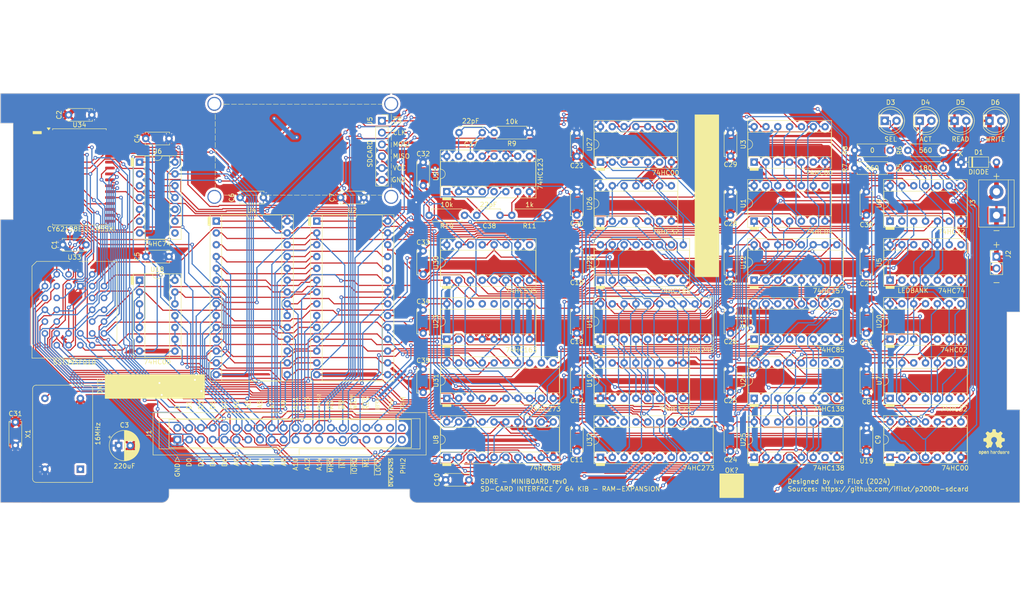
<source format=kicad_pcb>
(kicad_pcb (version 20240108) (generator "pcbnew") (generator_version "8.0")
  (title_block (date "2024-04-06") (rev "P2000T Multifunctiebord"))
  (layers (0 "F.Cu" signal) (31 "B.Cu" signal) (34 "B.Paste" user) (35 "F.Paste" user) (36 "B.SilkS" user "B.Silkscreen") (37 "F.SilkS" user "F.Silkscreen") (38 "B.Mask" user) (39 "F.Mask" user) (44 "Edge.Cuts" user))
  (net 0 "")
  (net 1 "Net-(U21A-RCext)")
  (net 2 "D0")
  (net 3 "D1")
  (net 4 "D2")
  (net 5 "D3")
  (net 6 "D4")
  (net 7 "D5")
  (net 8 "D6")
  (net 9 "D7")
  (net 10 "A0")
  (net 11 "A1")
  (net 12 "A2")
  (net 13 "A3")
  (net 14 "A4")
  (net 15 "A5")
  (net 16 "A6")
  (net 17 "A7")
  (net 18 "A8")
  (net 19 "A9")
  (net 20 "A10")
  (net 21 "A11")
  (net 22 "A12")
  (net 23 "A13")
  (net 24 "A14")
  (net 25 "RAMS2")
  (net 26 "~{MRQ}")
  (net 27 "~{RD}")
  (net 28 "~{WR}")
  (net 29 "~{IORQ}")
  (net 30 "~{RES}")
  (net 31 "Net-(U21A-Cext)")
  (net 32 "Net-(U21B-Cext)")
  (net 33 "Net-(U21B-RCext)")
  (net 34 "VIN")
  (net 35 "Net-(D3-K)")
  (net 36 "Net-(D3-A)")
  (net 37 "Net-(D4-K)")
  (net 38 "~{CS2}")
  (net 39 "GND")
  (net 40 "S1")
  (net 41 "S2")
  (net 42 "Net-(D4-A)")
  (net 43 "Net-(D5-A)")
  (net 44 "Net-(D6-A)")
  (net 45 "~{P=R}")
  (net 46 "~{CS1}")
  (net 47 "~{REN}")
  (net 50 "S3")
  (net 51 "S0")
  (net 55 "Net-(U1-Pad12)")
  (net 56 "Net-(U1-Pad3)")
  (net 58 "VCC")
  (net 63 "Net-(U5A-Q)")
  (net 64 "Net-(U5B-Q)")
  (net 65 "Net-(R10-Pad1)")
  (net 66 "MISO")
  (net 68 "EO")
  (net 69 "Net-(U1-Pad10)")
  (net 70 "Net-(U1-Pad5)")
  (net 71 "RES")
  (net 72 "Net-(U10-Cp)")
  (net 73 "A14_1")
  (net 74 "A13_1")
  (net 75 "Net-(U3-Pad3)")
  (net 76 "Net-(U3-Pad1)")
  (net 77 "A13_2")
  (net 78 "A14_2")
  (net 79 "LED_SEL")
  (net 84 "Net-(U6B-C)")
  (net 85 "Net-(U6A-C)")
  (net 86 "ROM16")
  (net 87 "RAM16")
  (net 88 "~{SER_WR}")
  (net 89 "~{SDCS_SET}")
  (net 90 "~{S2}")
  (net 91 "~{S4}")
  (net 92 "~{SDCS_RESET}")
  (net 93 "~{CLKSTART}")
  (net 94 "~{S1}")
  (net 95 "~{S3}")
  (net 96 "Net-(U11-CE)")
  (net 99 "Net-(U17-Oa=b)")
  (net 100 "SD_SPI")
  (net 101 "~{CLKSTOP}")
  (net 102 "CLKSTOP")
  (net 103 "Net-(U18-Pad3)")
  (net 104 "CLK")
  (net 105 "~{CLK}")
  (net 106 "~{CLKSTART_DB}")
  (net 107 "Net-(U19-Pad12)")
  (net 108 "CS")
  (net 109 "Net-(U25-E1)")
  (net 110 "~{S11}")
  (net 111 "~{S10}")
  (net 112 "Net-(U32-Cp)")
  (net 113 "~{S9}")
  (net 114 "~{S12}")
  (net 115 "Net-(U31-Cp)")
  (net 116 "Net-(U21A-Q)")
  (net 120 "16MHz")
  (net 123 "~{S5}")
  (net 127 "~{S13}")
  (net 128 "~{S14}")
  (net 131 "~{SER_RD}")
  (net 132 "~{SDOUT_RESET}")
  (net 133 "~{SDOUT_SET}")
  (net 134 "Net-(U27-Pad3)")
  (net 135 "~{CS}")
  (net 136 "MOSI")
  (net 139 "CA6")
  (net 140 "CA2")
  (net 141 "CA0")
  (net 142 "CA7")
  (net 143 "CA5")
  (net 144 "CA1")
  (net 145 "CA3")
  (net 146 "CA4")
  (net 147 "CA12")
  (net 148 "CA10")
  (net 149 "CA14")
  (net 150 "CA15")
  (net 151 "CA9")
  (net 152 "CA11")
  (net 153 "CA13")
  (net 154 "CA8")
  (footprint "Package_DIP:DIP-16_W7.62mm_Socket" (layer "F.Cu") (at 201.93 128.27 90)
    (property "Reference" "U25")
    (property "Value" "74HC138")
  )
  (footprint "Package_DIP:DIP-14_W7.62mm_Socket" (layer "F.Cu") (at 231.135 102.84 90)
    (property "Reference" "U20")
    (property "Value" "74HC02")
  )
  (footprint "Package_LCC:PLCC-32_THT-Socket" (layer "F.Cu") (at 57.15 91.44)
    (property "Reference" "U33")
    (property "Value" "SST39SF010")
  )
  (footprint "Package_DIP:DIP-14_W7.62mm_Socket" (layer "F.Cu") (at 69.86 64.765)
    (property "Reference" "U6")
    (property "Value" "74HC74")
  )
  (footprint "Capacitor_THT:C_Disc_D5.0mm_W2.5mm_P5.00mm" (layer "F.Cu") (at 196.85 121.96 -90)
    (property "Reference" "C24")
    (property "Value" "0.1uF")
  )
  (footprint "Package_DIP:DIP-14_W7.62mm_Socket" (layer "F.Cu") (at 168.905 64.76 90)
    (property "Reference" "U27")
    (property "Value" "74HC00")
  )
  (footprint "Capacitor_THT:C_Disc_D5.0mm_W2.5mm_P5.00mm" (layer "F.Cu") (at 135.636 133.096)
    (property "Reference" "C10")
    (property "Value" "0.1uF")
  )
  (footprint "Capacitor_THT:C_Disc_D5.0mm_W2.5mm_P5.00mm" (layer "F.Cu") (at 163.83 109.3 -90)
    (property "Reference" "C12")
    (property "Value" "0.1uF")
  )
  (footprint "Capacitor_THT:C_Disc_D5.0mm_W2.5mm_P5.00mm" (layer "F.Cu") (at 53.38 82.55)
    (property "Reference" "C1")
    (property "Value" "0.1uF")
  )
  (footprint "Package_DIP:DIP-14_W7.62mm_Socket" (layer "F.Cu") (at 231.14 115.57 90)
    (property "Reference" "U7")
    (property "Value" "74HC32")
  )
  (footprint "Resistor_THT:R_Axial_DIN0207_L6.3mm_D2.5mm_P7.62mm_Horizontal" (layer "F.Cu") (at 231.14 62.23 180)
    (property "Reference" "R8")
    (property "Value" "0")
  )
  (footprint "Package_DIP:DIP-20_W7.62mm_Socket" (layer "F.Cu") (at 168.91 102.87 90)
    (property "Reference" "U11")
    (property "Value" "74HC245")
  )
  (footprint "Capacitor_THT:C_Disc_D5.0mm_W2.5mm_P5.00mm" (layer "F.Cu") (at 163.83 83.86 -90)
    (property "Reference" "C19")
    (property "Value" "0.1uF")
  )
  (footprint "Capacitor_THT:C_Disc_D5.0mm_W2.5mm_P5.00mm" (layer "F.Cu") (at 76.2 59.69 180)
    (property "Reference" "C4")
    (property "Value" "0.1uF")
  )
  (footprint "Package_DIP:DIP-20_W7.62mm_Socket" (layer "F.Cu") (at 168.91 128.27 90)
    (property "Reference" "U32")
    (property "Value" "74HC273")
  )
  (footprint "Capacitor_THT:C_Disc_D5.0mm_W2.5mm_P5.00mm" (layer "F.Cu") (at 118.07 72.39 180)
    (property "Reference" "C7")
    (property "Value" "0.1uF")
  )
  (footprint "Connector_PinHeader_2.54mm:PinHeader_1x02_P2.54mm_Vertical" (layer "F.Cu") (at 254 85.09)
    (property "Reference" "J2")
    (property "Value" "POWER")
  )
  (footprint "LED_THT:LED_D5.0mm" (layer "F.Cu") (at 237.49 55.88)
    (property "Reference" "D4")
    (property "Value" "ACT")
  )
  (footprint "Capacitor_THT:C_Disc_D5.0mm_W2.5mm_P5.00mm" (layer "F.Cu") (at 196.85 58.46 -90)
    (property "Reference" "C29")
    (property "Value" "0.1uF")
  )
  (footprint "Capacitor_THT:C_Disc_D5.0mm_W2.5mm_P5.00mm" (layer "F.Cu") (at 226.06 83.86 -90)
    (property "Reference" "C22")
    (property "Value" "0.1uF")
  )
  (footprint "Diode_THT:D_DO-35_SOD27_P7.62mm_Horizontal" (layer "F.Cu") (at 246.38 64.77)
    (property "Reference" "D1")
    (property "Value" "DIODE")
  )
  (footprint "Package_DIP:DIP-16_W7.62mm_Socket" (layer "F.Cu") (at 201.93 115.57 90)
    (property "Reference" "U24")
    (property "Value" "74HC138")
  )
  (footprint "Package_SO:SSOP-32_11.305x20.495mm_P1.27mm" (layer "F.Cu") (at 56.95 67.945)
    (property "Reference" "U34")
    (property "Value" " CY62128ELL-45SXI")
  )
  (footprint "Package_DIP:DIP-14_W7.62mm_Socket" (layer "F.Cu") (at 168.91 77.47 90)
    (property "Reference" "U26")
    (property "Value" "74HC32")
  )
  (footprint "Oscillator:Oscillator_DIP-14" (layer "F.Cu") (at 57.15 130.81 90)
    (property "Reference" "X1")
    (property "Value" "16MHz")
  )
  (footprint "Capacitor_THT:C_Disc_D5.0mm_W2.5mm_P5.00mm" (layer "F.Cu") (at 196.85 83.86 -90)
    (property "Reference" "C27")
    (property "Value" "0.1uF")
  )
  (footprint "Package_DIP:DIP-14_W7.62mm_Socket" (layer "F.Cu") (at 231.14 90.15 90)
    (property "Reference" "U5")
    (property "Value" "74HC74")
  )
  (footprint "Capacitor_THT:C_Disc_D5.0mm_W2.5mm_P5.00mm" (layer "F.Cu") (at 196.85 109.26 -90)
    (property "Reference" "C25")
    (property "Value" "0.1uF")
  )
  (footprint "Package_DIP:DIP-14_W7.62mm_Socket" (layer "F.Cu") (at 231.14 77.47 90)
    (property "Reference" "U9")
    (property "Value" "74HC32")
  )
  (footprint "Package_DIP:DIP-20_W7.62mm_Socket" (layer "F.Cu") (at 135.89 128.27 90)
    (property "Reference" "U8")
    (property "Value" "74HC688")
  )
  (footprint "Package_DIP:DIP-14_W7.62mm_Socket" (layer "F.Cu") (at 231.14 128.25 90)
    (property "Reference" "U19")
    (property "Value" "74HC00")
  )
  (footprint "Capacitor_THT:C_Disc_D5.0mm_W2.5mm_P5.00mm" (layer "F.Cu") (at 163.83 96.56 -90)
    (property "Reference" "C18")
    (property "Value" "0.1uF")
  )
  (footprint "Resistor_THT:R_Axial_DIN0207_L6.3mm_D2.5mm_P7.62mm_Horizontal" (layer "F.Cu") (at 234.95 62.23)
    (property "Reference" "R6")
    (property "Value" "560")
  )
  (footprint "Capacitor_THT:C_Disc_D5.0mm_W2.5mm_P5.00mm" (layer "F.Cu") (at 130.81 96.56 -90)
    (property "Reference" "C34")
    (property "Value" "0.1uF")
  )
  (footprint "Capacitor_THT:C_Disc_D5.0mm_W2.5mm_P5.00mm" (layer "F.Cu") (at 196.85 96.56 -90)
    (property "Reference" "C26")
    (property "Value" "0.1uF")
  )
  (footprint "Capacitor_THT:C_Disc_D5.0mm_W2.5mm_P5.00mm" (layer "F.Cu") (at 130.81 64.81 -90)
    (property "Reference" "C32")
    (property "Value" "0.1uF")
  )
  (footprint "Resistor_THT:R_Axial_DIN0207_L6.3mm_D2.5mm_P7.62mm_Horizontal" (layer "F.Cu") (at 149.86 76.2)
    (property "Reference" "R11")
    (property "Value" "1k")
  )
  (footprint "Package_DIP:DIP-16_W7.62mm_Socket" (layer "F.Cu") (at 201.92 102.86 90)
    (property "Reference" "U17")
    (property "Value" "74HC85")
  )
  (footprint "Capacitor_THT:C_Disc_D5.0mm_W2.5mm_P5.00mm" (layer "F.Cu") (at 130.81 83.86 -90)
    (property "Reference" "C33")
    (property "Value" "0.1uF")
  )
  (footprint "LED_THT:LED_D5.0mm" (layer "F.Cu") (at 252.49 55.88)
    (property "Reference" "D6")
    (property "Value" "WRITE")
  )
  (footprint "TerminalBlock:TerminalBlock_bornier-2_P5.08mm" (layer "F.Cu") (at 254 76.2 90)
    (property "Reference" "J3")
    (property "Value" "TERMINAL")
  )
  (footprint "sdcard-holder:sdcard-socket" (layer "F.Cu") (at 121.945 55.88)
    (property "Reference" "J5")
    (property "Value" "SDCARD")
  )
  (footprint "Capacitor_THT:C_Disc_D5.0mm_W2.5mm_P5.00mm" (layer "F.Cu") (at 143.51 58.42 180)
    (property "Reference" "C37")
    (property "Value" "22pF")
  )
  (footprint "Package_DIP:DIP-16_W7.62mm_Socket" (layer "F.Cu") (at 201.92 90.16 90)
    (property "Reference" "U12")
    (property "Value" "74HC157")
  )
  (footprint "Capacitor_THT:C_Disc_D5.0mm_W2.5mm_P5.00mm" (layer "F.Cu") (at 226.06 71.16 -90)
    (property "Reference" "C30")
    (property "Value" "0.1uF")
  )
  (footprint "Package_DIP:DIP-14_W7.62mm_Socket" (layer "F.Cu") (at 201.925 77.46 90)
    (property "Reference" "U1")
    (property "Value" "74HC04")
  )
  (footprint "Capacitor_THT:C_Disc_D5.0mm_W2.5mm_P5.00mm" (layer "F.Cu") (at 226.06 96.56 -90)
    (property "Reference" "C21")
    (property "Value" "0.1uF")
  )
  (footprint "Package_DIP:DIP-14_W7.62mm_Socket" (layer "F.Cu") (at 69.85 90.17)
    (property "Reference" "U18")
    (property "Value" "74HC00")
  )
  (footprint "Package_DIP:DIP-16_W7.62mm_Socket" (layer "F.Cu") (at 135.88 71.12 90)
    (property "Reference" "U21")
    (property "Value" "74HC123")
  )
  (footprint "LED_THT:LED_D5.0mm" (layer "F.Cu") (at 229.99 55.88)
    (property "Reference" "D3")
    (property "Value" "SEL")
  )
  (footprint "Package_DIP:DIP-16_W7.62mm_Socket" (layer "F.Cu") (at 135.89 102.86 90)
    (property "Reference" "U23")
    (property "Value" "74HC163")
  )
  (footprint "Capacitor_THT:C_Disc_D5.0mm_W2.5mm_P5.00mm" (layer "F.Cu") (at 76.2 85.09 180)
    (property "Reference" "C5")
    (property "Value" "0.1uF")
  )
  (footprint "Package_DIP:DIP-16_W7.62mm_Socket" (layer "F.Cu") (at 168.91 115.57 90)
    (property "Reference" "U10")
    (property "Value" "74HC173")
  )
  (footprint "Symbol:OSHW-Logo2_7.3x6mm_SilkScreen" (layer "F.Cu") (at 253.492 124.968)
    (property "Reference" "REF**" (hide yes))
    (property "Value" "OSHW-Logo2_7.3x6mm_SilkScreen" (hide yes))
  )
  (footprint "LED_THT:LED_D5.0mm" (layer "F.Cu") (at 244.99 55.88)
    (property "Reference" "D5")
    (property "Value" "READ")
  )
  (footprint "Capacitor_THT:C_Disc_D5.0mm_W2.5mm_P5.00mm" (layer "F.Cu") (at 226.06 121.96 -90)
    (property "Reference" "C9")
    (property "Value" "0.1uF")
  )
  (footprint "Capacitor_THT:C_Disc_D5.0mm_W2.5mm_P5.00mm" (layer "F.Cu") (at 96.48 72.39 180)
    (property "Reference" "C6")
    (property "Value" "0.1uF")
  )
  (footprint "Resistor_THT:R_Axial_DIN0207_L6.3mm_D2.5mm_P7.62mm_Horizontal" (layer "F.Cu") (at 139.7 76.2 180)
    (property "Reference" "R10")
    (property "Value" "10k")
  )
  (footprint "Capacitor_THT:C_Disc_D5.0mm_W2.5mm_P5.00mm" (layer "F.Cu") (at 59.61 54.61 180)
    (property "Reference" "C2")
    (property "Value" "0.1uF")
  )
  (footprint "Resistor_THT:R_Axial_DIN0207_L6.3mm_D2.5mm_P7.62mm_Horizontal" (layer "F.Cu") (at 231.14 66.04 180)
    (property "Reference" "R7")
    (property "Value" "560")
  )
  (footprint "Capacitor_THT:C_Disc_D5.0mm_W2.5mm_P5.00mm" (layer "F.Cu") (at 130.81 109.3 -90)
    (property "Reference" "C35")
    (property "Value" "0.1uF")
  )
  (footprint "Capacitor_THT:C_Disc_D5.0mm_W2.5mm_P5.00mm" (layer "F.Cu") (at 163.83 121.92 -90)
    (property "Reference" "C11")
    (property "Value" "0.1uF")
  )
  (footprint "components:hcm_logo" (layer "F.Cu") (at 253.238 133.096)
    (property "Reference" "G001")
    (property "Value" "LOGO" (hide yes))
  )
  (footprint "Capacitor_THT:CP_Radial_D6.3mm_P2.50mm" (layer "F.Cu") (at 65.365621 125.73)
    (property "Reference" "C3")
    (property "Value" "220uF")
  )
  (footprint "Capacitor_THT:C_Disc_D5.0mm_W2.5mm_P5.00mm" (layer "F.Cu") (at 226.06 109.26 -90)
    (property "Reference" "C8")
    (property "Value" "0.1uF")
  )
  (footprint "Resistor_THT:R_Axial_DIN0207_L6.3mm_D2.5mm_P7.62mm_Horizontal" (layer "F.Cu") (at 153.67 58.42 180)
    (property "Reference" "R9")
    (property "Value" "10k")
  )
  (footprint "Package_DIP:DIP-14_W7.62mm_Socket" (layer "F.Cu") (at 201.93 64.77 90)
    (property "Reference" "U3")
    (property "Value" "74HC00")
  )
  (footprint "Package_DIP:DIP-28_W15.24mm_Socket" (layer "F.Cu") (at 86.355 77.455)
    (property "Reference" "U4")
    (property "Value" "CY62256-70PC")
  )
  (footprint "Package_DIP:DIP-28_W15.24mm_Socket" (layer "F.Cu") (at 107.945 77.455)
    (property "Reference" "U2")
    (property "Value" "CY62256-70PC")
  )
  (footprint "Connector_IDC:IDC-Header_2x20_P2.54mm_Vertical" (layer "F.Cu") (at 77.978 124.46 90)
    (property "Reference" "J1")
    (property "Value" "EXPANSION BOARD")
  )
  (footprint "Capacitor_THT:C_Disc_D5.0mm_W2.5mm_P5.00mm" (layer "F.Cu") (at 196.85 71.16 -90)
    (property "Reference" "C28")
    (property "Value" "0.1uF")
  )
  (footprint "Capacitor_THT:C_Disc_D5.0mm_W2.5mm_P5.00mm" (layer "F.Cu") (at 43.18 125.69 90)
    (property "Reference" "C31")
    (property "Value" "0.1uF")
  )
  (footprint "Capacitor_THT:C_Disc_D5.0mm_W2.5mm_P5.00mm" (layer "F.Cu") (at 163.83 71.16 -90)
    (property "Reference" "C20")
    (property "Value" "0.1uF")
  )
  (footprint "Package_DIP:DIP-16_W7.62mm_Socket" (layer "F.Cu") (at 135.89 90.17 90)
    (property "Reference" "U30")
    (property "Value" "74HC595")
  )
  (footprint "Package_DIP:DIP-16_W7.62mm_Socket" (layer "F.Cu") (at 168.91 90.17 90)
    (property "Reference" "U29")
    (property "Value" "74HC165")
  )
  (footprint "Capacitor_THT:C_Disc_D5.0mm_W2.5mm_P5.00mm" (layer "F.Cu") (at 142.32 76.2)
    (property "Reference" "C38")
    (property "Value" "22pF")
  )
  (footprint "Package_DIP:DIP-20_W7.62mm_Socket" (layer "F.Cu") (at 135.895 115.56 90)
    (property "Reference" "U31")
    (property "Value" "74HC273")
  )
  (footprint "Capacitor_THT:C_Disc_D5.0mm_W2.5mm_P5.00mm" (layer "F.Cu") (at 163.83 58.5 -90)
    (property "Reference" "C23")
    (property "Value" "0.1uF")
  )
  (footprint "Resistor_THT:R_Axial_DIN0207_L6.3mm_D2.5mm_P7.62mm_Horizontal" (layer "F.Cu") (at 234.95 66.04)
    (property "Reference" "R5")
    (property "Value" "180")
  )
  (gr_rect (start 62.484 110.49) (end 83.82 115.57) (stroke (width 0.15)) (fill solid) (layer "F.SilkS"))
  (gr_rect (start 201.041 78.74) (end 202.819 79.248) (stroke (width 0.15)) (fill solid) (layer "F.SilkS"))
  (gr_rect (start 201.041 66.04) (end 202.819 66.548) (stroke (width 0.15)) (fill solid) (layer "F.SilkS"))
  (gr_rect (start 201.041 104.14) (end 202.819 104.648) (stroke (width 0.15)) (fill solid) (layer "F.SilkS"))
  (gr_rect (start 135.001 91.44) (end 136.779 91.948) (stroke (width 0.15)) (fill solid) (layer "F.SilkS"))
  (gr_rect (start 68.072 63.881) (end 68.58 65.659) (stroke (width 0.15)) (fill solid) (layer "F.SilkS"))
  (gr_rect (start 201.041 129.54) (end 202.819 130.048) (stroke (width 0.15)) (fill solid) (layer "F.SilkS"))
  (gr_rect (start 135.001 129.54) (end 136.779 130.048) (stroke (width 0.15)) (fill solid) (layer "F.SilkS"))
  (gr_rect (start 201.041 91.44) (end 202.819 91.948) (stroke (width 0.15)) (fill solid) (layer "F.SilkS"))
  (gr_rect (start 68.072 89.281) (end 68.58 91.059) (stroke (width 0.15)) (fill solid) (layer "F.SilkS"))
  (gr_rect (start 230.251 91.44) (end 232.029 91.948) (stroke (width 0.15)) (fill solid) (layer "F.SilkS"))
  (gr_rect (start 201.041 116.84) (end 202.819 117.348) (stroke (width 0.15)) (fill solid) (layer "F.SilkS"))
  (gr_rect (start 230.251 104.14) (end 232.029 104.648) (stroke (width 0.15)) (fill solid) (layer "F.SilkS"))
  (gr_rect (start 194.564 131.826) (end 199.644 136.906) (stroke (width 0.15)) (fill solid) (layer "F.SilkS"))
  (gr_rect (start 168.021 104.14) (end 169.799 104.648) (stroke (width 0.15)) (fill solid) (layer "F.SilkS"))
  (gr_rect (start 46.99 58.166) (end 48.768 58.674) (stroke (width 0.15)) (fill solid) (layer "F.SilkS"))
  (gr_rect (start 84.582 76.581) (end 85.09 78.359) (stroke (width 0.15)) (fill solid) (layer "F.SilkS"))
  (gr_rect (start 135.001 72.39) (end 136.779 72.898) (stroke (width 0.15)) (fill solid) (layer "F.SilkS"))
  (gr_rect (start 106.172 76.581) (end 106.68 78.359) (stroke (width 0.15)) (fill solid) (layer "F.SilkS"))
  (gr_rect (start 168.021 129.54) (end 169.799 130.048) (stroke (width 0.15)) (fill solid) (layer "F.SilkS"))
  (gr_rect (start 135.001 116.84) (end 136.779 117.348) (stroke (width 0.15)) (fill solid) (layer "F.SilkS"))
  (gr_rect (start 168.021 116.84) (end 169.799 117.348) (stroke (width 0.15)) (fill solid) (layer "F.SilkS"))
  (gr_rect (start 168.021 91.44) (end 169.799 91.948) (stroke (width 0.15)) (fill solid) (layer "F.SilkS"))
  (gr_rect (start 230.251 116.84) (end 232.029 117.348) (stroke (width 0.15)) (fill solid) (layer "F.SilkS"))
  (gr_rect (start 230.251 129.54) (end 232.029 130.048) (stroke (width 0.15)) (fill solid) (layer "F.SilkS"))
  (gr_rect (start 168.021 66.04) (end 169.799 66.548) (stroke (width 0.15)) (fill solid) (layer "F.SilkS"))
  (gr_rect (start 230.251 78.74) (end 232.029 79.248) (stroke (width 0.15)) (fill solid) (layer "F.SilkS"))
  (gr_rect (start 76.2 120.1) (end 128.27 126.196) (stroke (width 0.15)) (fill none) (layer "F.SilkS"))
  (gr_rect (start 189.23 54.61) (end 194.31 89.408) (stroke (width 0.15)) (fill solid) (layer "F.SilkS"))
  (gr_rect (start 168.021 78.74) (end 169.799 79.248) (stroke (width 0.15)) (fill solid) (layer "F.SilkS"))
  (gr_rect (start 135.001 104.14) (end 136.779 104.648) (stroke (width 0.15)) (fill solid) (layer "F.SilkS"))
  (gr_arc (start 129.5 138) (mid 128.368629 137.531371) (end 127.9 136.4) (stroke (width 0.1)) (layer "Edge.Cuts"))
  (gr_line (start 256.25 97) (end 259 97) (stroke (width 0.1)) (layer "Edge.Cuts"))
  (gr_line (start 259 118) (end 256.25 118) (stroke (width 0.1)) (layer "Edge.Cuts"))
  (gr_line (start 40 56.4) (end 40 50) (stroke (width 0.1)) (layer "Edge.Cuts"))
  (gr_line (start 40 50) (end 259 50) (stroke (width 0.1)) (layer "Edge.Cuts"))
  (gr_line (start 259 50) (end 259 97) (stroke (width 0.1)) (layer "Edge.Cuts"))
  (gr_line (start 40 138) (end 40 77.1) (stroke (width 0.1)) (layer "Edge.Cuts"))
  (gr_line (start 40 56.4) (end 42.7 56.4) (stroke (width 0.1)) (layer "Edge.Cuts"))
  (gr_line (start 76.2 136.4) (end 76.2 135.1) (stroke (width 0.1)) (layer "Edge.Cuts"))
  (gr_line (start 127.9 135.2) (end 127.9 135.1) (stroke (width 0.1)) (layer "Edge.Cuts"))
  (gr_line (start 74.6 138) (end 40 138) (stroke (width 0.1)) (layer "Edge.Cuts"))
  (gr_line (start 42.7 56.4) (end 42.7 59.1) (stroke (width 0.1)) (layer "Edge.Cuts"))
  (gr_line (start 256.25 118) (end 256.25 97) (stroke (width 0.1)) (layer "Edge.Cuts"))
  (gr_line (start 259 138) (end 129.5 138) (stroke (width 0.1)) (layer "Edge.Cuts"))
  (gr_arc (start 76.2 136.4) (mid 75.731371 137.531371) (end 74.6 138) (stroke (width 0.1)) (layer "Edge.Cuts"))
  (gr_line (start 127.9 135.1) (end 76.2 135.1) (stroke (width 0.1)) (layer "Edge.Cuts"))
  (gr_line (start 259 118) (end 259 138) (stroke (width 0.1)) (layer "Edge.Cuts"))
  (gr_line (start 42.7 77.1) (end 42.7 74.4) (stroke (width 0.1)) (layer "Edge.Cuts"))
  (gr_line (start 42.7 59.1) (end 42.7 74.4) (stroke (width 0.1)) (layer "Edge.Cuts"))
  (gr_line (start 127.9 136.4) (end 127.9 135.2) (stroke (width 0.1)) (layer "Edge.Cuts"))
  (gr_line (start 40 77.1) (end 42.7 77.1) (stroke (width 0.1)) (layer "Edge.Cuts"))
  (gr_text "~{RD}" (at 110.998 118.11 90) (layer "F.SilkS") (effects (font (size 1 1)) (justify left)))
  (gr_text "LEDBANK" (at 232.664 92.964 0) (layer "F.SilkS") (effects (font (size 1 1)) (justify left bottom)))
  (gr_text "~{RES}" (at 118.618 118.11 90) (layer "F.SilkS") (effects (font (size 1 1)) (justify left)))
  (gr_text "~{WR}" (at 113.538 118.11 90) (layer "F.SilkS") (effects (font (size 1 1)) (justify left)))
  (gr_text "A6" (at 98.298 128.27 90) (layer "F.SilkS") (effects (font (size 1 1)) (justify right)))
  (gr_text "+" (at 252.984 83.312 0) (layer "F.SilkS") (effects (font (size 1.5 1.5)) (justify left bottom)))
  (gr_text "A11" (at 103.378 118.11 90) (layer "F.SilkS") (effects (font (size 1 1)) (justify left)))
  (gr_text "~{WAIT}" (at 116.078 118.11 90) (layer "F.SilkS") (effects (font (size 1 1)) (justify left)))
  (gr_text "CLK" (at 124.206 58.42 0) (layer "F.SilkS") (effects (font (size 1 1)) (justify left)))
  (gr_text "~{IORQ}" (at 116.078 128.27 90) (layer "F.SilkS") (effects (font (size 1 1)) (justify right)))
  (gr_text "A0" (at 90.678 128.27 90) (layer "F.SilkS") (effects (font (size 1 1)) (justify right)))
  (gr_text "D1" (at 80.518 118.11 90) (layer "F.SilkS") (effects (font (size 1 1)) (justify left)))
  (gr_text "DATE" (at 61.976 114.808 90) (layer "F.SilkS") (effects (font (size 1 1)) (justify left bottom)))
  (gr_text "A12" (at 105.918 128.27 90) (layer "F.SilkS") (effects (font (size 1 1)) (justify right)))
  (gr_text "~{CS}" (at 124.206 55.88 0) (layer "F.SilkS") (effects (font (size 1 1)) (justify left)))
  (gr_text "~{LOCK}" (at 121.158 128.27 90) (layer "F.SilkS") (effects (font (size 1 1)) (justify right)))
  (gr_text "D6" (at 88.138 128.27 90) (layer "F.SilkS") (effects (font (size 1 1)) (justify right)))
  (gr_text "OK?" (at 197.104 131.064 0) (layer "F.SilkS") (effects (font (size 1 1))))
  (gr_text "A4" (at 95.758 128.27 90) (layer "F.SilkS") (effects (font (size 1 1)) (justify right)))
  (gr_text "D" (at 77.978 118.11 90) (layer "F.SilkS") (effects (font (size 1 1)) (justify left)))
  (gr_text "-" (at 252.984 91.44 0) (layer "F.SilkS") (effects (font (size 1.5 1.5)) (justify left bottom)))
  (gr_text "VCC" (at 124.206 66.04 0) (layer "F.SilkS") (effects (font (size 1 1)) (justify left)))
  (gr_text "~{INT}" (at 113.538 128.27 90) (layer "F.SilkS") (effects (font (size 1 1)) (justify right)))
  (gr_text "GND" (at 123.952 68.58 0) (layer "F.SilkS") (effects (font (size 1 1)) (justify left)))
  (gr_text "A3" (at 93.218 117.856 90) (layer "F.SilkS") (effects (font (size 1 1)) (justify left)))
  (gr_text "RAMS2" (at 108.458 118.11 90) (layer "F.SilkS") (effects (font (size 0.7 0.7) (thickness 0.1)) (justify left)))
  (gr_text "D4" (at 85.598 128.27 90) (layer "F.SilkS") (effects (font (size 1 1)) (justify right)))
  (gr_text "A8" (at 100.838 128.27 90) (layer "F.SilkS") (effects (font (size 1 1)) (justify right)))
  (gr_text "~{MRQ}" (at 110.998 128.27 90) (layer "F.SilkS") (effects (font (size 1 1)) (justify right)))
  (gr_text "A7" (at 98.298 117.856 90) (layer "F.SilkS") (effects (font (size 1 1)) (justify left)))
  (gr_text "~{DEW/R2425}" (at 123.952 128.27 90) (layer "F.SilkS") (effects (font (size 0.7 0.7)) (justify right)))
  (gr_text "D7" (at 88.138 118.11 90) (layer "F.SilkS") (effects (font (size 1 1)) (justify left)))
  (gr_text "D5" (at 85.598 118.11 90) (layer "F.SilkS") (effects (font (size 1 1)) (justify left)))
  (gr_text "D3" (at 83.058 118.11 90) (layer "F.SilkS") (effects (font (size 1 1)) (justify left)))
  (gr_text "Designed by Ivo Filot (2024)\nSources: https://github.com/ifilot/p2000t-sdcard" (at 209.042 135.636 0) (layer "F.SilkS") (effects (font (size 1 1)) (justify left bottom)))
  (gr_text "T4M" (at 126.492 118.11 90) (layer "F.SilkS") (effects (font (size 1 1)) (justify left)))
  (gr_text "A10" (at 103.378 128.27 90) (layer "F.SilkS") (effects (font (size 1 1)) (justify right)))
  (gr_text "D0" (at 80.518 128.27 90) (layer "F.SilkS") (effects (font (size 1 1)) (justify right)))
  (gr_text "A2" (at 93.218 128.27 90) (layer "F.SilkS") (effects (font (size 1 1)) (justify right)))
  (gr_text "-" (at 252.984 80.264 0) (layer "F.SilkS") (effects (font (size 1.5 1.5)) (justify left bottom)))
  (gr_text "GND" (at 78 129.378 90) (layer "F.SilkS") (effects (font (size 1 1)) (justify right)))
  (gr_text "MOSI" (at 124.206 60.96 0) (layer "F.SilkS") (effects (font (size 1 1)) (justify left)))
  (gr_text "A14" (at 108.458 128.27 90) (layer "F.SilkS") (effects (font (size 1 1)) (justify right)))
  (gr_text "+" (at 252.984 68.58 0) (layer "F.SilkS") (effects (font (size 1.5 1.5)) (justify left bottom)))
  (gr_text "A1" (at 90.678 117.856 90) (layer "F.SilkS") (effects (font (size 1 1)) (justify left)))
  (gr_text "A5" (at 95.758 117.856 90) (layer "F.SilkS") (effects (font (size 1 1)) (justify left)))
  (gr_text "~{M1}" (at 118.618 128.27 90) (layer "F.SilkS") (effects (font (size 1 1)) (justify right)))
  (gr_text "MISO" (at 124.206 63.5 0) (layer "F.SilkS") (effects (font (size 1 1)) (justify left)))
  (gr_text "A9" (at 100.838 117.856 90) (layer "F.SilkS") (effects (font (size 1 1)) (justify left)))
  (gr_text "PHI2" (at 126.492 128.27 90) (layer "F.SilkS") (effects (font (size 1 1)) (justify right)))
  (gr_text "D2" (at 83.058 128.27 90) (layer "F.SilkS") (effects (font (size 1 1)) (justify right)))
  (gr_text "PHI" (at 123.952 118.11 90) (layer "F.SilkS") (effects (font (size 1 1)) (justify left)))
  (gr_text "~{RFSH}" (at 121.158 118.11 90) (layer "F.SilkS") (effects (font (size 0.7 0.7) (thickness 0.1)) (justify left)))
  (gr_text "SDRE - MINIBOARD rev0\nSD-CARD INTERFACE / 64 KiB - RAM-EXPANSION" (at 143.002 135.636 0) (layer "F.SilkS") (effects (font (size 1 1)) (justify left bottom)))
  (gr_text "A13" (at 105.918 118.11 90) (layer "F.SilkS") (effects (font (size 1 1)) (justify left)))
  (segment (start 138.51 58.42) (end 139.6367 57.2933) (width 0.25) (layer "B.Cu") (net 1))
  (segment (start 144.9249 58.1869) (end 144.9249 58.42) (width 0.25) (layer "B.Cu") (net 1))
  (segment (start 138.42 63.5) (end 138.42 62.3749) (width 0.25) (layer "B.Cu") (net 1))
  (segment (start 144.0313 57.2933) (end 144.9249 58.1869) (width 0.25) (layer "B.Cu") (net 1))
  (segment (start 138.42 58.51) (end 138.51 58.42) (width 0.25) (layer "B.Cu") (net 1))
  (segment (start 138.42 62.3749) (end 138.42 58.51) (width 0.25) (layer "B.Cu") (net 1))
  (segment (start 139.6367 57.2933) (end 144.0313 57.2933) (width 0.25) (layer "B.Cu") (net 1))
  (segment (start 146.05 58.42) (end 144.9249 58.42) (width 0.25) (layer "B.Cu") (net 1))
  (segment (start 59.9874 79.8229) (end 68.3153 79.8229) (width 0.25) (layer "F.Cu") (net 2))
  (segment (start 189.9014 93.3349) (end 181.9277 93.3349) (width 0.25) (layer "F.Cu") (net 2))
  (segment (start 82.0365 110.477) (end 54.9336 110.477) (width 0.25) (layer "F.Cu") (net 2))
  (segment (start 176.0555 96.4236) (end 175.1151 95.4832) (width 0.25) (layer "F.Cu") (net 2))
  (segment (start 139.5551 82.3168) (end 140.5875 81.2844) (width 0.25) (layer "F.Cu") (net 2))
  (segment (start 125.6516 104.0266) (end 120.8583 104.0266) (width 0.25) (layer "F.Cu") (net 2))
  (segment (start 49.53 105.0734) (end 49.53 101.6) (width 0.25) (layer "F.Cu") (net 2))
  (segment (start 54.9336 110.477) (end 49.53 105.0734) (width 0.25) (layer "F.Cu") (net 2))
  (segment (start 139.5551 82.55) (end 139.5551 82.3168) (width 0.25) (layer "F.Cu") (net 2))
  (segment (start 87.4801 102.855) (end 88.6134 103.9883) (width 0.25) (layer "F.Cu") (net 2))
  (segment (start 179.5654 96.4236) (end 176.0555 96.4236) (width 0.25) (layer "F.Cu") (net 2))
  (segment (start 182.7408 83.6808) (end 181.61 82.55) (width 0.25) (layer "F.Cu") (net 2))
  (segment (start 185.328 82.9889) (end 184.6361 83.6808) (width 0.25) (layer "F.Cu") (net 2))
  (segment (start 126.3024 103.3758) (end 125.6516 104.0266) (width 0.25) (layer "F.Cu") (net 2))
  (segment (start 105.6866 103.9883) (end 106.8199 102.855) (width 0.25) (layer "F.Cu") (net 2))
  (segment (start 77.48 69.845) (end 76.3549 69.845) (width 0.25) (layer "F.Cu") (net 2))
  (segment (start 142.6656 80.9286) (end 162.3577 80.9286) (width 0.25) (layer "F.Cu") (net 2))
  (segment (start 181.9277 93.3349) (end 180.34 94.9226) (width 0.25) (layer "F.Cu") (net 2))
  (segment (start 162.479 81.0499) (end 164.6586 81.0499) (width 0.25) (layer "F.Cu") (net 2))
  (segment (start 107.945 102.855) (end 106.8199 102.855) (width 0.25) (layer "F.Cu") (net 2))
  (segment (start 107.945 102.855) (end 109.0701 102.855) (width 0.25) (layer "F.Cu") (net 2))
  (segment (start 232.5549 90.8633) (end 232.5549 90.15) (width 0.25) (layer "F.Cu") (net 2))
  (segment (start 138.43 82.55) (end 139.5551 82.55) (width 0.25) (layer "F.Cu") (net 2))
  (segment (start 221.5259 90.8484) (end 229.0481 90.8484) (width 0.25) (layer "F.Cu") (net 2))
  (segment (start 162.3577 80.9286) (end 162.479 81.0499) (width 0.25) (layer "F.Cu") (net 2))
  (segment (start 164.6586 81.0499) (end 164.7988 80.9097) (width 0.25) (layer "F.Cu") (net 2))
  (segment (start 173.99 95.25) (end 175.1151 95.25) (width 0.25) (layer "F.Cu") (net 2))
  (segment (start 119.6867 102.855) (end 109.0701 102.855) (width 0.25) (layer "F.Cu") (net 2))
  (segment (start 70.9851 67.305) (end 73.5251 69.845) (width 0.25) (layer "F.Cu") (net 2))
  (segment (start 133.811 103.3758) (end 126.3024 103.3758) (width 0.25) (layer "F.Cu") (net 2))
  (segment (start 164.7988 80.9097) (end 184.1689 80.9097) (width 0.25) (layer "F.Cu") (net 2))
  (segment (start 69.4032 78.735) (end 79.1026 78.735) (width 0.25) (layer "F.Cu") (net 2))
  (segment (start 184.6361 83.6808) (end 182.7408 83.6808) (width 0.25) (layer "F.Cu") (net 2))
  (segment (start 50.4 73.66) (end 52.9243 73.66) (width 0.25) (layer "F.Cu") (net 2))
  (segment (start 70.4226 67.305) (end 70.9851 67.305) (width 0.25) (layer "F.Cu") (net 2))
  (segment (start 52.9243 73.66) (end 57.656 78.3917) (width 0.25) (layer "F.Cu") (net 2))
  (segment (start 220.1115 92.2628) (end 221.5259 90.8484) (width 0.25) (layer "F.Cu") (net 2))
  (segment (start 232.1413 91.2769) (end 232.5549 90.8633) (width 0.25) (layer "F.Cu") (net 2))
  (segment (start 57.656 78.3917) (end 58.5562 78.3917) (width 0.25) (layer "F.Cu") (net 2))
  (segment (start 190.8259 92.4104) (end 189.9014 93.3349) (width 0.25) (layer "F.Cu") (net 2))
  (segment (start 229.4766 91.2769) (end 232.1413 91.2769) (width 0.25) (layer "F.Cu") (net 2))
  (segment (start 73.5251 69.845) (end 76.3549 69.845) (width 0.25) (layer "F.Cu") (net 2))
  (segment (start 88.6134 103.9883) (end 105.6866 103.9883) (width 0.25) (layer "F.Cu") (net 2))
  (segment (start 142.3098 81.2844) (end 142.6656 80.9286) (width 0.25) (layer "F.Cu") (net 2))
  (segment (start 190.9735 92.2628) (end 220.1115 92.2628) (width 0.25) (layer "F.Cu") (net 2))
  (segment (start 233.68 90.15) (end 232.5549 90.15) (width 0.25) (layer "F.Cu") (net 2))
  (segment (start 175.1151 95.4832) (end 175.1151 95.25) (width 0.25) (layer "F.Cu") (net 2))
  (segment (start 58.5562 78.3917) (end 59.9874 79.8229) (width 0.25) (layer "F.Cu") (net 2))
  (segment (start 70.4226 67.305) (end 69.86 67.305) (width 0.25) (layer "F.Cu") (net 2))
  (segment (start 120.8583 104.0266) (end 119.6867 102.855) (width 0.25) (layer "F.Cu") (net 2))
  (segment (start 229.0481 90.8484) (end 229.4766 91.2769) (width 0.25) (layer "F.Cu") (net 2))
  (segment (start 184.1689 80.9097) (end 185.328 82.0688) (width 0.25) (layer "F.Cu") (net 2))
  (segment (start 190.8259 92.4104) (end 190.9735 92.2628) (width 0.25) (layer "F.Cu") (net 2))
  (segment (start 180.34 95.649) (end 179.5654 96.4236) (width 0.25) (layer "F.Cu") (net 2))
  (segment (start 180.34 94.9226) (end 180.34 95.649) (width 0.25) (layer "F.Cu") (net 2))
  (segment (start 185.328 82.0688) (end 185.328 82.9889) (width 0.25) (layer "F.Cu") (net 2))
  (segment (start 140.5875 81.2844) (end 142.3098 81.2844) (width 0.25) (layer "F.Cu") (net 2))
  (segment (start 86.355 102.855) (end 87.4801 102.855) (width 0.25) (layer "F.Cu") (net 2))
  (segment (start 68.3153 79.8229) (end 69.4032 78.735) (width 0.25) (layer "F.Cu") (net 2))
  (via (at 82.0365 110.477) (size 0.8) (drill 0.4) (layers "F.Cu" "B.Cu") (net 2))
  (via (at 190.8259 92.4104) (size 0.8) (drill 0.4) (layers "F.Cu" "B.Cu") (net 2))
  (via (at 79.1026 78.735) (size 0.8) (drill 0.4) (layers "F.Cu" "B.Cu") (net 2))
  (via (at 133.811 103.3758) (size 0.8) (drill 0.4) (layers "F.Cu" "B.Cu") (net 2))
  (segment (start 172.8488 104.5301) (end 173.99 105.6713) (width 0.25) (layer "B.Cu") (net 2))
  (segment (start 79.1026 78.735) (end 80.4392 80.0716) (width 0.25) (layer "B.Cu") (net 2))
  (segment (start 87.53 100.788) (end 86.5881 101.7299) (width 0.25) (layer "B.Cu") (net 2))
  (segment (start 79.1026 72.378) (end 79.1026 78.735) (width 0.25) (layer "B.Cu") (net 2))
  (segment (start 57.9666 112.1746) (end 49.53 103.738) (width 0.25) (layer "B.Cu") (net 2))
  (segment (start 137.8686 112.2346) (end 133.811 108.177) (width 0.25) (layer "B.Cu") (net 2))
  (segment (start 87.53 94.8131) (end 87.53 100.788) (width 0.25) (layer "B.Cu") (net 2))
  (segment (start 80.4392 88.6413) (end 85.8686 94.0707) (width 0.25) (layer "B.Cu") (net 2))
  (segment (start 138.7747 112.2346) (end 137.8686 112.2346) (width 0.25) (layer "B.Cu") (net 2))
  (segment (start 173.99 96.3751) (end 172.8488 97.5163) (width 0.25) (layer "B.Cu") (net 2))
  (segment (start 133.811 88.2941) (end 138.43 83.6751) (width 0.25) (layer "B.Cu") (net 2))
  (segment (start 77.48 70.9701) (end 77.6947 70.9701) (width 0.25) (layer "B.Cu") (net 2))
  (segment (start 63.4671 112.1746) (end 57.9666 112.1746) (width 0.25) (layer "B.Cu") (net 2))
  (segment (start 172.8488 97.5163) (end 172.8488 104.5301) (width 0.25) (layer "B.Cu") (net 2))
  (segment (start 173.99 128.27) (end 173.99 127.1449) (width 0.25) (layer "B.Cu") (net 2))
  (segment (start 133.811 108.177) (end 133.811 103.3758) (width 0.25) (layer "B.Cu") (net 2))
  (segment (start 82.0365 110.477) (end 82.0365 97.9028) (width 0.25) (layer "B.Cu") (net 2))
  (segment (start 86.5881 101.7299) (end 86.355 101.7299) (width 0.25) (layer "B.Cu") (net 2))
  (segment (start 79.3429 124.46) (end 79.3429 125.2679) (width 0.25) (layer "B.Cu") (net 2))
  (segment (start 82.0365 97.9028) (end 85.8686 94.0707) (width 0.25) (layer "B.Cu") (net 2))
  (segment (start 86.7876 94.0707) (end 87.53 94.8131) (width 0.25) (layer "B.Cu") (net 2))
  (segment (start 140.975 115.56) (end 140.975 114.4349) (width 0.25) (layer "B.Cu") (net 2))
  (segment (start 86.355 102.855) (end 86.355 101.7299) (width 0.25) (layer "B.Cu") (net 2))
  (segment (start 80.4392 80.0716) (end 80.4392 88.6413) (width 0.25) (layer "B.Cu") (net 2))
  (segment (start 49.53 103.738) (end 49.53 101.6) (width 0.25) (layer "B.Cu") (net 2))
  (segment (start 76.9277 125.6352) (end 63.4671 112.1746) (width 0.25) (layer "B.Cu") (net 2))
  (segment (start 173.99 109.0751) (end 175.1231 110.2082) (width 0.25) (layer "B.Cu") (net 2))
  (segment (start 173.99 105.6713) (end 173.99 107.95) (width 0.25) (layer "B.Cu") (net 2))
  (segment (start 77.6947 70.9701) (end 79.1026 72.378) (width 0.25) (layer "B.Cu") (net 2))
  (segment (start 79.3429 125.2679) (end 78.9756 125.6352) (width 0.25) (layer "B.Cu") (net 2))
  (segment (start 175.1231 110.2082) (end 175.1231 126.0118) (width 0.25) (layer "B.Cu") (net 2))
  (segment (start 138.43 82.55) (end 138.43 83.6751) (width 0.25) (layer "B.Cu") (net 2))
  (segment (start 181.61 82.55) (end 190.8259 91.7659) (width 0.25) (layer "B.Cu") (net 2))
  (segment (start 77.48 69.845) (end 77.48 70.9701) (width 0.25) (layer "B.Cu") (net 2))
  (segment (start 190.8259 91.7659) (end 190.8259 92.4104) (width 0.25) (layer "B.Cu") (net 2))
  (segment (start 133.811 103.3758) (end 133.811 88.2941) (width 0.25) (layer "B.Cu") (net 2))
  (segment (start 78.9756 125.6352) (end 76.9277 125.6352) (width 0.25) (layer "B.Cu") (net 2))
  (segment (start 173.99 95.25) (end 173.99 96.3751) (width 0.25) (layer "B.Cu") (net 2))
  (segment (start 175.1231 126.0118) (end 173.99 127.1449) (width 0.25) (layer "B.Cu") (net 2))
  (segment (start 80.518 124.46) (end 79.3429 124.46) (width 0.25) (layer "B.Cu") (net 2))
  (segment (start 85.8686 94.0707) (end 86.7876 94.0707) (width 0.25) (layer "B.Cu") (net 2))
  (segment (start 173.99 107.95) (end 173.99 109.0751) (width 0.25) (layer "B.Cu") (net 2))
  (segment (start 140.975 114.4349) (end 138.7747 112.2346) (width 0.25) (layer "B.Cu") (net 2))
  (segment (start 137.0151 90.4513) (end 140.5684 94.0046) (width 0.25) (layer "F.Cu") (net 3))
  (segment (start 54.4734 106.5434) (end 52.07 104.14) (width 0.25) (layer "F.Cu") (net 3))
  (segment (start 86.355 105.395) (end 85.2299 105.395) (width 0.25) (layer "F.Cu") (net 3))
  (segment (start 57.283 79.2919) (end 58.1832 79.2919) (width 0.25) (layer "F.Cu") (net 3))
  (segment (start 179.07 82.55) (end 180.1951 82.55) (width 0.25) (layer "F.Cu") (net 3))
  (segment (start 58.1832 79.2919) (end 61.3851 82.4938) (width 0.25) (layer "F.Cu") (net 3))
  (segment (start 137.0151 90.17) (end 137.0151 90.4513) (width 0.25) (layer "F.Cu") (net 3))
  (segment (start 88.2205 104.8181) (end 89.9713 106.5689) (width 0.25) (layer "F.Cu") (net 3))
  (segment (start 61.3851 82.4938) (end 81.1644 82.4938) (width 0.25) (layer "F.Cu") (net 3))
  (segment (start 232.4216 85.4674) (end 182.8312 85.4674) (width 0.25) (layer "F.Cu") (net 3))
  (segment (start 135.89 90.17) (end 137.0151 90.17) (width 0.25) (layer "F.Cu") (net 3))
  (segment (start 167.4377 94.0046) (end 167.8324 93.6099) (width 0.25) (layer "F.Cu") (net 3))
  (segment (start 50.4 74.93) (end 52.9211 74.93) (width 0.25) (layer "F.Cu") (net 3))
  (segment (start 128.7462 93.8361) (end 132.4123 90.17) (width 0.25) (layer "F.Cu") (net 3))
  (segment (start 84.0815 106.5434) (end 54.4734 106.5434) (width 0.25) (layer "F.Cu") (net 3))
  (segment (start 235.0949 82.53) (end 235.0949 82.7941) (width 0.25) (layer "F.Cu") (net 3))
  (segment (start 236.22 82.53) (end 235.0949 82.53) (width 0.25) (layer "F.Cu") (net 3))
  (segment (start 180.1951 82.8313) (end 180.1951 82.55) (width 0.25) (layer "F.Cu") (net 3))
  (segment (start 140.5684 94.0046) (end 167.4377 94.0046) (width 0.25) (layer "F.Cu") (net 3))
  (segment (start 132.4123 90.17) (end 135.89 90.17) (width 0.25) (layer "F.Cu") (net 3))
  (segment (start 176.015 93.6099) (end 167.8324 93.6099) (width 0.25) (layer "F.Cu") (net 3))
  (segment (start 182.8312 85.4674) (end 180.1951 82.8313) (width 0.25) (layer "F.Cu") (net 3))
  (segment (start 89.9713 106.5689) (end 102.1829 106.5689) (width 0.25) (layer "F.Cu") (net 3))
  (segment (start 176.53 94.1249) (end 176.015 93.6099) (width 0.25) (layer "F.Cu") (net 3))
  (segment (start 176.53 95.25) (end 176.53 94.1249) (width 0.25) (layer "F.Cu") (net 3))
  (segment (start 102.1829 106.5689) (end 103.3568 105.395) (width 0.25) (layer "F.Cu") (net 3))
  (segment (start 103.3568 105.395) (end 107.945 105.395) (width 0.25) (layer "F.Cu") (net 3))
  (segment (start 52.9211 74.93) (end 57.283 79.2919) (width 0.25) (layer "F.Cu") (net 3))
  (segment (start 85.2299 105.395) (end 84.0815 106.5434) (width 0.25) (layer "F.Cu") (net 3))
  (segment (start 235.0949 82.7941) (end 232.4216 85.4674) (width 0.25) (layer "F.Cu") (net 3))
  (segment (start 113.2195 93.8361) (end 128.7462 93.8361) (width 0.25) (layer "F.Cu") (net 3))
  (via (at 113.2195 93.8361) (size 0.8) (drill 0.4) (layers "F.Cu" "B.Cu") (net 3))
  (via (at 88.2205 104.8181) (size 0.8) (drill 0.4) (layers "F.Cu" "B.Cu") (net 3))
  (via (at 81.1644 82.4938) (size 0.8) (drill 0.4) (layers "F.Cu" "B.Cu") (net 3))
  (via (at 167.8324 93.6099) (size 0.8) (drill 0.4) (layers "F.Cu" "B.Cu") (net 3))
  (segment (start 176.53 96.3751) (end 175.3995 97.5056) (width 0.25) (layer "B.Cu") (net 3))
  (segment (start 177.5361 118.5684) (end 177.5361 119.169) (width 0.25) (layer "B.Cu") (net 3))
  (segment (start 79.3429 121.5527) (end 78.5351 120.7449) (width 0.25) (layer "B.Cu") (net 3))
  (segment (start 143.515 115.56) (end 142.3899 115.56) (width 0.25) (layer "B.Cu") (net 3))
  (segment (start 142.3899 115.2103) (end 142.3899 115.56) (width 0.25) (layer "B.Cu") (net 3))
  (segment (start 107.945 105.395) (end 107.945 104.2699) (width 0.25) (layer "B.Cu") (net 3))
  (segment (start 176.53 107.95) (end 176.53 106.8249) (width 0.25) (layer "B.Cu") (net 3))
  (segment (start 137.4451 110.2655) (end 142.3899 115.2103) (width 0.25) (layer "B.Cu") (net 3))
  (segment (start 88.4315 104.6071) (end 88.4315 93.1745) (width 0.25) (layer "B.Cu") (net 3))
  (segment (start 135.89 90.17) (end 135.89 91.2951) (width 0.25) (layer "B.Cu") (net 3))
  (segment (start 88.4315 93.1745) (end 86.682 91.425) (width 0.25) (layer "B.Cu") (net 3))
  (segment (start 176.53 95.25) (end 176.53 96.3751) (width 0.25) (layer "B.Cu") (net 3))
  (segment (start 176.53 128.27) (end 176.53 127.1449) (width 0.25) (layer "B.Cu") (net 3))
  (segment (start 85.9559 91.425) (end 81.1644 86.6335) (width 0.25) (layer "B.Cu") (net 3))
  (segment (start 179.07 82.55) (end 177.9449 82.55) (width 0.25) (layer "B.Cu") (net 3))
  (segment (start 177.9449 82.3169) (end 176.5941 80.9661) (width 0.25) (layer "B.Cu") (net 3))
  (segment (start 60.6542 107.6751) (end 55.6051 107.6751) (width 0.25) (layer "B.Cu") (net 3))
  (segment (start 80.518 121.92) (end 79.3429 121.92) (width 0.25) (layer "B.Cu") (net 3))
  (segment (start 55.6051 107.6751) (end 52.07 104.14) (width 0.25) (layer "B.Cu") (net 3))
  (segment (start 113.3267 93.9433) (end 113.2195 93.8361) (width 0.25) (layer "B.Cu") (net 3))
  (segment (start 176.53 109.0751) (end 177.7206 110.2657) (width 0.25) (layer "B.Cu") (net 3))
  (segment (start 79.3429 121.92) (end 79.3429 121.5527) (width 0.25) (layer "B.Cu") (net 3))
  (segment (start 134.7648 108.4189) (end 136.6114 110.2655) (width 0.25) (layer "B.Cu") (net 3))
  (segment (start 167.7667 93.5442) (end 167.8324 93.6099) (width 0.25) (layer "B.Cu") (net 3))
  (segment (start 88.057 104.8181) (end 88.2205 104.8181) (width 0.25) (layer "B.Cu") (net 3))
  (segment (start 81.1644 86.6335) (end 81.1644 82.4938) (width 0.25) (layer "B.Cu") (net 3))
  (segment (start 177.7206 125.9543) (end 176.53 127.1449) (width 0.25) (layer "B.Cu") (net 3))
  (segment (start 177.9449 82.55) (end 177.9449 82.3169) (width 0.25) (layer "B.Cu") (net 3))
  (segment (start 176.53 107.95) (end 176.53 109.0751) (width 0.25) (layer "B.Cu") (net 3))
  (segment (start 167.7667 85.6399) (end 167.7667 93.5442) (width 0.25) (layer "B.Cu") (net 3))
  (segment (start 136.6114 110.2655) (end 137.4451 110.2655) (width 0.25) (layer "B.Cu") (net 3))
  (segment (start 175.3995 105.6944) (end 176.53 106.8249) (width 0.25) (layer "B.Cu") (net 3))
  (segment (start 170.18 83.2266) (end 167.7667 85.6399) (width 0.25) (layer "B.Cu") (net 3))
  (segment (start 177.7206 119.3535) (end 177.7206 125.9543) (width 0.25) (layer "B.Cu") (net 3))
  (segment (start 86.355 105.395) (end 87.4801 105.395) (width 0.25) (layer "B.Cu") (net 3))
  (segment (start 78.5351 120.7449) (end 73.724 120.7449) (width 0.25) (layer "B.Cu") (net 3))
  (segment (start 88.2205 104.8181) (end 88.4315 104.6071) (width 0.25) (layer "B.Cu") (net 3))
  (segment (start 177.7206 110.2657) (end 177.7206 118.3839) (width 0.25) (layer "B.Cu") (net 3))
  (segment (start 134.7648 92.4203) (end 134.7648 108.4189) (width 0.25) (layer "B.Cu") (net 3))
  (segment (start 177.7206 118.3839) (end 177.5361 118.5684) (width 0.25) (layer "B.Cu") (net 3))
  (segment (start 108.2263 104.2699) (end 113.3267 99.1695) (width 0.25) (layer "B.Cu") (net 3))
  (segment (start 73.724 120.7449) (end 60.6542 107.6751) (width 0.25) (layer "B.Cu") (net 3))
  (segment (start 170.18 82.211) (end 170.18 83.2266) (width 0.25) (layer "B.Cu") (net 3))
  (segment (start 135.89 91.2951) (end 134.7648 92.4203) (width 0.25) (layer "B.Cu") (net 3))
  (segment (start 86.682 91.425) (end 85.9559 91.425) (width 0.25) (layer "B.Cu") (net 3))
  (segment (start 107.945 104.2699) (end 108.2263 104.2699) (width 0.25) (layer "B.Cu") (net 3))
  (segment (start 176.5941 80.9661) (end 171.4249 80.9661) (width 0.25) (layer "B.Cu") (net 3))
  (segment (start 87.4801 105.395) (end 88.057 104.8181) (width 0.25) (layer "B.Cu") (net 3))
  (segment (start 175.3995 97.5056) (end 175.3995 105.6944) (width 0.25) (layer "B.Cu") (net 3))
  (segment (start 113.3267 99.1695) (end 113.3267 93.9433) (width 0.25) (layer "B.Cu") (net 3))
  (segment (start 177.5361 119.169) (end 177.7206 119.3535) (width 0.25) (layer "B.Cu") (net 3))
  (segment (start 171.4249 80.9661) (end 170.18 82.211) (width 0.25) (layer "B.Cu") (net 3))
  (segment (start 53.34 103.9445) (end 52.07 102.6745) (width 0.25) (layer "F.Cu") (net 4))
  (segment (start 54.1879 105.2078) (end 53.34 104.3599) (width 0.25) (layer "F.Cu") (net 4))
  (segment (start 137.363 114.1349) (end 137.1828 113.9547) (width 0.25) (layer "F.Cu") (net 4))
  (segment (start 107.2159 111.6053) (end 106.6927 111.0821) (width 0.25) (layer "F.Cu") (net 4))
  (segment (start 101.1285 111.6053) (end 100.4622 110.939) (width 0.25) (layer "F.Cu") (net 4))
  (segment (start 84.2885 106.9936) (end 53.3947 106.9936) (width 0.25) (layer "F.Cu") (net 4))
  (segment (start 51.0167 104.6156) (end 51.0167 103.7278) (width 0.25) (layer "F.Cu") (net 4))
  (segment (start 152.5828 117.0078) (end 153.8558 117.0078) (width 0.25) (layer "F.Cu") (net 4))
  (segment (start 51.0167 103.7278) (end 52.07 102.6745) (width 0.25) (layer "F.Cu") (net 4))
  (segment (start 133.6069 113.9547) (end 131.6662 115.8954) (width 0.25) (layer "F.Cu") (net 4))
  (segment (start 85.2299 107.935) (end 84.2885 106.9936) (width 0.25) (layer "F.Cu") (net 4))
  (segment (start 150.0099 115.56) (end 150.0099 115.2787) (width 0.25) (layer "F.Cu") (net 4))
  (segment (start 56.0964 96.2789) (end 56.0964 104.1197) (width 0.25) (layer "F.Cu") (net 4))
  (segment (start 122.0297 111.5408) (end 117.3755 111.5408) (width 0.25) (layer "F.Cu") (net 4))
  (segment (start 104.9411 111.6053) (end 101.1285 111.6053) (width 0.25) (layer "F.Cu") (net 4))
  (segment (start 86.355 107.935) (end 85.2299 107.935) (width 0.25) (layer "F.Cu") (net 4))
  (segment (start 56.0964 104.1197) (end 55.0083 105.2078) (width 0.25) (layer "F.Cu") (net 4))
  (segment (start 87.4801 107.935) (end 88.6106 109.0655) (width 0.25) (layer "F.Cu") (net 4))
  (segment (start 55.0083 105.2078) (end 54.1879 105.2078) (width 0.25) (layer "F.Cu") (net 4))
  (segment (start 59.5138 82.0161) (end 59.5138 84.0252) (width 0.25) (layer "F.Cu") (net 4))
  (segment (start 126.3843 115.8954) (end 122.0297 111.5408) (width 0.25) (layer "F.Cu") (net 4))
  (segment (start 102.2263 109.0655) (end 103.3568 107.935) (width 0.25) (layer "F.Cu") (net 4))
  (segment (start 175.5755 118.0786) (end 175.9705 118.4736) (width 0.25) (layer "F.Cu") (net 4))
  (segment (start 59.5138 84.0252) (end 58.1863 85.3527) (width 0.25) (layer "F.Cu") (net 4))
  (segment (start 105.4643 111.0821) (end 104.9411 111.6053) (width 0.25) (layer "F.Cu") (net 4))
  (segment (start 52.9179 76.2) (end 56.91 80.1921) (width 0.25) (layer "F.Cu") (net 4))
  (segment (start 58.1863 85.3527) (end 58.1863 94.189) (width 0.25) (layer "F.Cu") (net 4))
  (segment (start 52.07 101.6) (end 52.07 102.6745) (width 0.25) (layer "F.Cu") (net 4))
  (segment (start 106.6927 111.0821) (end 105.4643 111.0821) (width 0.25) (layer "F.Cu") (net 4))
  (segment (start 131.6662 115.8954) (end 126.3843 115.8954) (width 0.25) (layer "F.Cu") (net 4))
  (segment (start 100.4622 110.939) (end 100.4622 109.0655) (width 0.25) (layer "F.Cu") (net 4))
  (segment (start 50.4 76.2) (end 52.9179 76.2) (width 0.25) (layer "F.Cu") (net 4))
  (segment (start 154.9266 118.0786) (end 175.5755 118.0786) (width 0.25) (layer "F.Cu") (net 4))
  (segment (start 117.3755 111.5408) (end 117.311 111.6053) (width 0.25) (layer "F.Cu") (net 4))
  (segment (start 103.3568 107.935) (end 107.945 107.935) (width 0.25) (layer "F.Cu") (net 4))
  (segment (start 57.6898 80.1921) (end 59.5138 82.0161) (width 0.25) (layer "F.Cu") (net 4))
  (segment (start 137.1828 113.9547) (end 133.6069 113.9547) (width 0.25) (layer "F.Cu") (net 4))
  (segment (start 177.8661 118.4736) (end 178.2612 118.8687) (width 0.25) (layer "F.Cu") (net 4))
  (segment (start 100.4622 109.0655) (end 102.2263 109.0655) (width 0.25) (layer "F.Cu") (net 4))
  (segment (start 86.355 107.935) (end 87.4801 107.935) (width 0.25) (layer "F.Cu") (net 4))
  (segment (start 58.1863 94.189) (end 56.0964 96.2789) (width 0.25) (layer "F.Cu") (net 4))
  (segment (start 56.91 80.1921) (end 57.6898 80.1921) (width 0.25) (layer "F.Cu") (net 4))
  (segment (start 53.3947 106.9936) (end 51.0167 104.6156) (width 0.25) (layer "F.Cu") (net 4))
  (segment (start 88.6106 109.0655) (end 100.4622 109.0655) (width 0.25) (layer "F.Cu") (net 4))
  (segment (start 151.135 115.56) (end 150.0099 115.56) (width 0.25) (layer "F.Cu") (net 4))
  (segment (start 151.135 115.56) (end 152.5828 117.0078) (width 0.25) (layer "F.Cu") (net 4))
  (segment (start 53.34 104.3599) (end 53.34 103.9445) (width 0.25) (layer "F.Cu") (net 4))
  (segment (start 150.0099 115.2787) (end 148.8661 114.1349) (width 0.25) (layer "F.Cu") (net 4))
  (segment (start 153.8558 117.0078) (end 154.9266 118.0786) (width 0.25) (layer "F.Cu") (net 4))
  (segment (start 148.8661 114.1349) (end 137.363 114.1349) (width 0.25) (layer "F.Cu") (net 4))
  (segment (start 117.311 111.6053) (end 107.2159 111.6053) (width 0.25) (layer "F.Cu") (net 4))
  (segment (start 175.9705 118.4736) (end 177.8661 118.4736) (width 0.25) (layer "F.Cu") (net 4))
  (via (at 178.2612 118.8687) (size 0.8) (drill 0.4) (layers "F.Cu" "B.Cu") (net 4))
  (segment (start 75.6274 123.2849) (end 60.4677 108.1252) (width 0.25) (layer "B.Cu") (net 4))
  (segment (start 60.4677 108.1252) (end 54.5627 108.1252) (width 0.25) (layer "B.Cu") (net 4))
  (segment (start 177.8963 97.5488) (end 179.07 96.3751) (width 0.25) (layer "B.Cu") (net 4))
  (segment (start 172.5798 83.029) (end 171.2877 84.3211) (width 0.25) (layer "B.Cu") (net 4))
  (segment (start 151.135 115.56) (end 150.0099 115.56) (width 0.25) (layer "B.Cu") (net 4))
  (segment (start 173.5003 81.4163) (end 172.5798 82.3368) (width 0.25) (layer "B.Cu") (net 4))
  (segment (start 178.3592 118.7707) (end 178.2612 118.8687) (width 0.25) (layer "B.Cu") (net 4))
  (segment (start 177.9449 95.0169) (end 177.9449 95.25) (width 0.25) (layer "B.Cu") (net 4))
  (segment (start 180.3401 123.335) (end 180.3401 120.3015) (width 0.25) (layer "B.Cu") (net 4))
  (segment (start 179.07 107.95) (end 179.07 106.8249) (width 0.25) (layer "B.Cu") (net 4))
  (segment (start 173.7208 94.1015) (end 177.0295 94.1015) (width 0.25) (layer "B.Cu") (net 4))
  (segment (start 178.8093 118.7707) (end 178.3592 118.7707) (width 0.25) (layer "B.Cu") (net 4))
  (segment (start 171.2877 84.3211) (end 170.7518 84.3211) (width 0.25) (layer "B.Cu") (net 4))
  (segment (start 172.5798 82.3368) (end 172.5798 83.029) (width 0.25) (layer "B.Cu") (net 4))
  (segment (start 180.2034 117.3766) (end 180.2034 114.9416) (width 0.25) (layer "B.Cu") (net 4))
  (segment (start 150.0099 115.2786) (end 150.0099 115.56) (width 0.25) (layer "B.Cu") (net 4))
  (segment (start 51.03 102.64) (end 52.07 101.6) (width 0.25) (layer "B.Cu") (net 4))
  (segment (start 147.1352 112.4039) (end 150.0099 115.2786) (width 0.25) (layer "B.Cu") (net 4))
  (segment (start 51.03 104.5925) (end 51.03 102.64) (width 0.25) (layer "B.Cu") (net 4))
  (segment (start 184.15 127.1449) (end 180.3401 123.335) (width 0.25) (layer "B.Cu") (net 4))
  (segment (start 138.43 90.17) (end 138.43 91.2951) (width 0.25) (layer "B.Cu") (net 4))
  (segment (start 137.2692 92.4559) (end 137.2692 108.3653) (width 0.25) (layer "B.Cu") (net 4))
  (segment (start 179.07 113.8082) (end 179.07 107.95) (width 0.25) (layer "B.Cu") (net 4))
  (segment (start 138.43 91.2951) (end 137.2692 92.4559) (width 0.25) (layer "B.Cu") (net 4))
  (segment (start 184.15 128.27) (end 184.15 127.1449) (width 0.25) (layer "B.Cu") (net 4))
  (segment (start 178.8093 118.7707) (end 180.2034 117.3766) (width 0.25) (layer "B.Cu") (net 4))
  (segment (start 137.2692 108.3653) (end 141.3078 112.4039) (width 0.25) (layer "B.Cu") (net 4))
  (segment (start 170.7518 84.3211) (end 170.1477 84.9252) (width 0.25) (layer "B.Cu") (net 4))
  (segment (start 179.07 106.8249) (end 177.8963 105.6512) (width 0.25) (layer "B.Cu") (net 4))
  (segment (start 180.3401 120.3015) (end 178.8093 118.7707) (width 0.25) (layer "B.Cu") (net 4))
  (segment (start 83.058 124.46) (end 81.8829 124.46) (width 0.25) (layer "B.Cu") (net 4))
  (segment (start 180.2034 114.9416) (end 179.07 113.8082) (width 0.25) (layer "B.Cu") (net 4))
  (segment (start 177.0295 94.1015) (end 177.9449 95.0169) (width 0.25) (layer "B.Cu") (net 4))
  (segment (start 54.5627 108.1252) (end 51.03 104.5925) (width 0.25) (layer "B.Cu") (net 4))
  (segment (start 179.07 95.25) (end 179.07 96.3751) (width 0.25) (layer "B.Cu") (net 4))
  (segment (start 175.4049 82.55) (end 175.4049 82.2687) (width 0.25) (layer "B.Cu") (net 4))
  (segment (start 141.3078 112.4039) (end 147.1352 112.4039) (width 0.25) (layer "B.Cu") (net 4))
  (segment (start 170.1477 84.9252) (end 170.1477 90.5284) (width 0.25) (layer "B.Cu") (net 4))
  (segment (start 175.4049 82.2687) (end 174.5525 81.4163) (width 0.25) (layer "B.Cu") (net 4))
  (segment (start 81.0751 123.2849) (end 75.6274 123.2849) (width 0.25) (layer "B.Cu") (net 4))
  (segment (start 81.8829 124.0927) (end 81.0751 123.2849) (width 0.25) (layer "B.Cu") (net 4))
  (segment (start 170.1477 90.5284) (end 173.7208 94.1015) (width 0.25) (layer "B.Cu") (net 4))
  (segment (start 176.53 82.55) (end 175.4049 82.55) (width 0.25) (layer "B.Cu") (net 4))
  (segment (start 81.8829 124.46) (end 81.8829 124.0927) (width 0.25) (layer "B.Cu") (net 4))
  (segment (start 179.07 95.25) (end 177.9449 95.25) (width 0.25) (layer "B.Cu") (net 4))
  (segment (start 174.5525 81.4163) (end 173.5003 81.4163) (width 0.25) (layer "B.Cu") (net 4))
  (segment (start 177.8963 105.6512) (end 177.8963 97.5488) (width 0.25) (layer "B.Cu") (net 4))
  (segment (start 62.7527 78.2173) (end 60.7731 78.2173) (width 0.25) (layer "F.Cu") (net 5))
  (segment (start 175.7433 117.6098) (end 176.157 118.0235) (width 0.25) (layer "F.Cu") (net 5))
  (segment (start 176.157 118.0235) (end 181.9962 118.0235) (width 0.25) (layer "F.Cu") (net 5))
  (segment (start 123.185 110.475) (end 122.0599 110.475) (width 0.25) (layer "F.Cu") (net 5))
  (segment (start 88.0285 117.8082) (end 84.2331 121.6036) (width 0.25) (layer "F.Cu") (net 5))
  (segment (start 124.3101 110.475) (end 129.2621 115.427) (width 0.25) (layer "F.Cu") (net 5))
  (segment (start 63.5 77.47) (end 62.7527 78.2173) (width 0.25) (layer "F.Cu") (net 5))
  (segment (start 123.185 110.475) (end 124.3101 110.475) (width 0.25) (layer "F.Cu") (net 5))
  (segment (start 129.2621 115.427) (end 131.4605 115.427) (width 0.25) (layer "F.Cu") (net 5))
  (segment (start 103.8499 109.3452) (end 120.9301 109.3452) (width 0.25) (layer "F.Cu") (net 5))
  (segment (start 84.2331 121.6036) (end 84.2331 121.92) (width 0.25) (layer "F.Cu") (net 5))
  (segment (start 154.8001 115.7526) (end 156.6573 117.6098) (width 0.25) (layer "F.Cu") (net 5))
  (segment (start 152.5499 115.3269) (end 152.5499 115.56) (width 0.25) (layer "F.Cu") (net 5))
  (segment (start 54.6442 101.5658) (end 54.6442 96.0309) (width 0.25) (layer "F.Cu") (net 5))
  (segment (start 83.058 121.92) (end 84.2331 121.92) (width 0.25) (layer "F.Cu") (net 5))
  (segment (start 153.675 115.56) (end 154.8001 115.56) (width 0.25) (layer "F.Cu") (net 5))
  (segment (start 137.5495 113.6848) (end 150.9078 113.6848) (width 0.25) (layer "F.Cu") (net 5))
  (segment (start 133.3829 113.5046) (end 137.3693 113.5046) (width 0.25) (layer "F.Cu") (net 5))
  (segment (start 181.9962 118.0235) (end 182.7434 118.7707) (width 0.25) (layer "F.Cu") (net 5))
  (segment (start 101.1895 117.8082) (end 88.0285 117.8082) (width 0.25) (layer "F.Cu") (net 5))
  (segment (start 120.9301 109.3452) (end 122.0599 110.475) (width 0.25) (layer "F.Cu") (net 5))
  (segment (start 154.8001 115.56) (end 154.8001 115.7526) (width 0.25) (layer "F.Cu") (net 5))
  (segment (start 150.9078 113.6848) (end 152.5499 115.3269) (width 0.25) (layer "F.Cu") (net 5))
  (segment (start 102.7201 110.475) (end 103.8499 109.3452) (width 0.25) (layer "F.Cu") (net 5))
  (segment (start 101.595 110.475) (end 102.7201 110.475) (width 0.25) (layer "F.Cu") (net 5))
  (segment (start 131.4605 115.427) (end 133.3829 113.5046) (width 0.25) (layer "F.Cu") (net 5))
  (segment (start 137.3693 113.5046) (end 137.5495 113.6848) (width 0.25) (layer "F.Cu") (net 5))
  (segment (start 156.6573 117.6098) (end 175.7433 117.6098) (width 0.25) (layer "F.Cu") (net 5))
  (segment (start 54.61 101.6) (end 54.6442 101.5658) (width 0.25) (layer "F.Cu") (net 5))
  (segment (start 153.675 115.56) (end 152.5499 115.56) (width 0.25) (layer "F.Cu") (net 5))
  (via (at 101.1895 117.8082) (size 0.8) (drill 0.4) (layers "F.Cu" "B.Cu") (net 5))
  (via (at 182.7434 118.7707) (size 0.8) (drill 0.4) (layers "F.Cu" "B.Cu") (net 5))
  (via (at 60.7731 78.2173) (size 0.8) (drill 0.4) (layers "F.Cu" "B.Cu") (net 5))
  (via (at 54.6442 96.0309) (size 0.8) (drill 0.4) (layers "F.Cu" "B.Cu") (net 5))
  (segment (start 81.8829 121.5528) (end 78.9268 118.5967) (width 0.25) (layer "B.Cu") (net 5))
  (segment (start 182.7434 123.1983) (end 182.7434 118.7707) (width 0.25) (layer "B.Cu") (net 5))
  (segment (start 182.7434 118.7707) (end 182.7434 110.2085) (width 0.25) (layer "B.Cu") (net 5))
  (segment (start 139.8285 108.3946) (end 139.8285 92.4366) (width 0.25) (layer "B.Cu") (net 5))
  (segment (start 83.058 121.92) (end 81.8829 121.92) (width 0.25) (layer "B.Cu") (net 5))
  (segment (start 60.8407 107.225) (end 56.219 107.225) (width 0.25) (layer "B.Cu") (net 5))
  (segment (start 140.97 90.17) (end 140.97 91.2951) (width 0.25) (layer "B.Cu") (net 5))
  (segment (start 178.3013 94.1014) (end 177.8512 93.6513) (width 0.25) (layer "B.Cu") (net 5))
  (segment (start 53.5682 104.5742) (end 53.5682 102.6418) (width 0.25) (layer "B.Cu") (net 5))
  (segment (start 101.595 110.475) (end 101.595 111.6001) (width 0.25) (layer "B.Cu") (net 5))
  (segment (start 186.69 127.1449) (end 182.7434 123.1983) (width 0.25) (layer "B.Cu") (net 5))
  (segment (start 60.7731 89.2846) (end 60.7731 78.2173) (width 0.25) (layer "B.Cu") (net 5))
  (segment (start 181.61 95.25) (end 180.4849 95.25) (width 0.25) (layer "B.Cu") (net 5))
  (segment (start 53.5682 102.6418) (end 54.61 101.6) (width 0.25) (layer "B.Cu") (net 5))
  (segment (start 173.99 82.55) (end 173.99 83.6751) (width 0.25) (layer "B.Cu") (net 5))
  (segment (start 81.8829 121.92) (end 81.8829 121.5528) (width 0.25) (layer "B.Cu") (net 5))
  (segment (start 59.4286 90.2358) (end 59.8219 90.2358) (width 0.25) (layer "B.Cu") (net 5))
  (segment (start 182.7434 110.2085) (end 181.61 109.0751) (width 0.25) (layer "B.Cu") (net 5))
  (segment (start 175.8474 93.6513) (end 172.8048 90.6087) (width 0.25) (layer "B.Cu") (net 5))
  (segment (start 181.61 107.95) (end 181.61 106.8249) (width 0.25) (layer "B.Cu") (net 5))
  (segment (start 180.4194 105.6343) (end 180.4194 97.5657) (width 0.25) (layer "B.Cu") (net 5))
  (segment (start 58.6451 91.0193) (end 59.4286 90.2358) (width 0.25) (layer "B.Cu") (net 5))
  (segment (start 58.6451 92.03) (end 58.6451 91.0193) (width 0.25) (layer "B.Cu") (net 5))
  (segment (start 59.8219 90.2358) (end 60.7731 89.2846) (width 0.25) (layer "B.Cu") (net 5))
  (segment (start 139.8285 92.4366) (end 140.97 91.2951) (width 0.25) (layer "B.Cu") (net 5))
  (segment (start 101.1895 112.0056) (end 101.1895 117.8082) (width 0.25) (layer "B.Cu") (net 5))
  (segment (start 180.4194 97.5657) (end 181.61 96.3751) (width 0.25) (layer "B.Cu") (net 5))
  (segment (start 181.61 107.95) (end 181.61 109.0751) (width 0.25) (layer "B.Cu") (net 5))
  (segment (start 177.8512 93.6513) (end 175.8474 93.6513) (width 0.25) (layer "B.Cu") (net 5))
  (segment (start 54.6442 96.0309) (end 58.6451 92.03) (width 0.25) (layer "B.Cu") (net 5))
  (segment (start 72.2124 118.5967) (end 60.8407 107.225) (width 0.25) (layer "B.Cu") (net 5))
  (segment (start 141.1479 109.714) (end 139.8285 108.3946) (width 0.25) (layer "B.Cu") (net 5))
  (segment (start 101.595 111.6001) (end 101.1895 112.0056) (width 0.25) (layer "B.Cu") (net 5))
  (segment (start 181.61 95.25) (end 181.61 96.3751) (width 0.25) (layer "B.Cu") (net 5))
  (segment (start 186.69 128.27) (end 186.69 127.1449) (width 0.25) (layer "B.Cu") (net 5))
  (segment (start 146.9587 109.714) (end 141.1479 109.714) (width 0.25) (layer "B.Cu") (net 5))
  (segment (start 78.9268 118.5967) (end 72.2124 118.5967) (width 0.25) (layer "B.Cu") (net 5))
  (segment (start 152.5499 115.3052) (end 146.9587 109.714) (width 0.25) (layer "B.Cu") (net 5))
  (segment (start 180.4849 95.25) (end 180.4849 95.0169) (width 0.25) (layer "B.Cu") (net 5))
  (segment (start 56.219 107.225) (end 53.5682 104.5742) (width 0.25) (layer "B.Cu") (net 5))
  (segment (start 180.4849 95.0169) (end 179.5694 94.1014) (width 0.25) (layer "B.Cu") (net 5))
  (segment (start 152.5499 115.56) (end 152.5499 115.3052) (width 0.25) (layer "B.Cu") (net 5))
  (segment (start 179.5694 94.1014) (end 178.3013 94.1014) (width 0.25) (layer "B.Cu") (net 5))
  (segment (start 153.675 115.56) (end 152.5499 115.56) (width 0.25) (layer "B.Cu") (net 5))
  (segment (start 172.8048 90.6087) (end 172.8048 84.8603) (width 0.25) (layer "B.Cu") (net 5))
  (segment (start 181.61 106.8249) (end 180.4194 105.6343) (width 0.25) (layer "B.Cu") (net 5))
  (segment (start 172.8048 84.8603) (end 173.99 83.6751) (width 0.25) (layer "B.Cu") (net 5))
  (segment (start 144.6351 90.17) (end 144.6351 90.4514) (width 0.25) (layer "F.Cu") (net 6))
  (segment (start 165.7789 91.8719) (end 171.3961 91.8719) (width 0.25) (layer "F.Cu") (net 6))
  (segment (start 101.595 107.935) (end 90.3077 107.935) (width 0.25) (layer "F.Cu") (net 6))
  (segment (start 121.9124 107.935) (end 122.0599 107.935) (width 0.25) (layer "F.Cu") (net 6))
  (segment (start 173.99 90.17) (end 172.8649 90.17) (width 0.25) (layer "F.Cu") (net 6))
  (segment (start 102.7201 107.935) (end 103.8618 106.7933) (width 0.25) (layer "F.Cu") (net 6))
  (segment (start 87.4878 104.8712) (end 86.8862 104.2696) (width 0.25) (layer "F.Cu") (net 6))
  (segment (start 103.8618 106.7933) (end 120.7707 106.7933) (width 0.25) (layer "F.Cu") (net 6))
  (segment (start 90.3077 107.935) (end 87.4878 105.1151) (width 0.25) (layer "F.Cu") (net 6))
  (segment (start 58.2089 105.1989) (end 57.15 104.14) (width 0.25) (layer "F.Cu") (net 6))
  (segment (start 143.51 90.17) (end 144.6351 90.17) (width 0.25) (layer "F.Cu") (net 6))
  (segment (start 67.0195 104.4243) (end 66.2449 105.1989) (width 0.25) (layer "F.Cu") (net 6))
  (segment (start 87.4878 105.1151) (end 87.4878 104.8712) (width 0.25) (layer "F.Cu") (net 6))
  (segment (start 164.9965 92.6543) (end 165.7789 91.8719) (width 0.25) (layer "F.Cu") (net 6))
  (segment (start 172.8649 90.4031) (end 172.8649 90.17) (width 0.25) (layer "F.Cu") (net 6))
  (segment (start 153.675 107.94) (end 152.5499 107.94) (width 0.25) (layer "F.Cu") (net 6))
  (segment (start 123.185 107.935) (end 124.3101 107.935) (width 0.25) (layer "F.Cu") (net 6))
  (segment (start 144.6351 90.4514) (end 146.838 92.6543) (width 0.25) (layer "F.Cu") (net 6))
  (segment (start 122.6367 107.935) (end 123.185 107.935) (width 0.25) (layer "F.Cu") (net 6))
  (segment (start 124.3101 107.935) (end 127.3099 110.9348) (width 0.25) (layer "F.Cu") (net 6))
  (segment (start 67.1742 104.2696) (end 67.0195 104.4243) (width 0.25) (layer "F.Cu") (net 6))
  (segment (start 152.5499 108.1731) (end 152.5499 107.94) (width 0.25) (layer "F.Cu") (net 6))
  (segment (start 86.8862 104.2696) (end 67.1742 104.2696) (width 0.25) (layer "F.Cu") (net 6))
  (segment (start 66.2449 105.1989) (end 58.2089 105.1989) (width 0.25) (layer "F.Cu") (net 6))
  (segment (start 120.7707 106.7933) (end 121.9124 107.935) (width 0.25) (layer "F.Cu") (net 6))
  (segment (start 146.838 92.6543) (end 164.9965 92.6543) (width 0.25) (layer "F.Cu") (net 6))
  (segment (start 122.6367 107.935) (end 122.0599 107.935) (width 0.25) (layer "F.Cu") (net 6))
  (segment (start 171.3961 91.8719) (end 172.8649 90.4031) (width 0.25) (layer "F.Cu") (net 6))
  (segment (start 127.3099 110.9348) (end 149.7882 110.9348) (width 0.25) (layer "F.Cu") (net 6))
  (segment (start 63.5 76.2) (end 64.1083 76.2) (width 0.25) (layer "F.Cu") (net 6))
  (segment (start 149.7882 110.9348) (end 152.5499 108.1731) (width 0.25) (layer "F.Cu") (net 6))
  (segment (start 64.1083 76.2) (end 66.556 78.6477) (width 0.25) (layer "F.Cu") (net 6))
  (segment (start 101.595 107.935) (end 102.7201 107.935) (width 0.25) (layer "F.Cu") (net 6))
  (via (at 66.556 78.6477) (size 0.8) (drill 0.4) (layers "F.Cu" "B.Cu") (net 6))
  (via (at 67.0195 104.4243) (size 0.8) (drill 0.4) (layers "F.Cu" "B.Cu") (net 6))
  (segment (start 185.5002 118.3351) (end 186.69 119.5249) (width 0.25) (layer "B.Cu") (net 6))
  (segment (start 67.0195 106.1888) (end 73.8365 113.0058) (width 0.25) (layer "B.Cu") (net 6))
  (segment (start 183.0249 95.25) (end 183.0249 95.0169) (width 0.25) (layer "B.Cu") (net 6))
  (segment (start 143.51 90.17) (end 144.6351 90.17) (width 0.25) (layer "B.Cu") (net 6))
  (segment (start 185.5002 96.7127) (end 185.5002 118.3351) (width 0.25) (layer "B.Cu") (net 6))
  (segment (start 67.0195 104.4243) (end 66.4672 103.872) (width 0.25) (layer "B.Cu") (net 6))
  (segment (start 89.3194 121.3634) (end 89.3194 122.4035) (width 0.25) (layer "B.Cu") (net 6))
  (segment (start 154.7952 93.8303) (end 152.4 91.4351) (width 0.25) (layer "B.Cu") (net 6))
  (segment (start 183.0249 95.0169) (end 181.6592 93.6512) (width 0.25) (layer "B.Cu") (net 6))
  (segment (start 186.69 120.65) (end 186.69 119.5249) (width 0.25) (layer "B.Cu") (net 6))
  (segment (start 151.1031 88.5417) (end 146.0302 88.5417) (width 0.25) (layer "B.Cu") (net 6))
  (segment (start 88.438 123.2849) (end 87.5809 123.2849) (width 0.25) (layer "B.Cu") (net 6))
  (segment (start 79.2425 113.0058) (end 86.8865 120.6498) (width 0.25) (layer "B.Cu") (net 6))
  (segment (start 152.4 89.8386) (end 151.1031 88.5417) (width 0.25) (layer "B.Cu") (net 6))
  (segment (start 144.6351 89.9368) (end 144.6351 90.17) (width 0.25) (layer "B.Cu") (net 6))
  (segment (start 153.675 107.94) (end 153.675 106.8149) (width 0.25) (layer "B.Cu") (net 6))
  (segment (start 184.0375 95.25) (end 183.0249 95.25) (width 0.25) (layer "B.Cu") (net 6))
  (segment (start 66.4672 103.872) (end 66.4672 78.7365) (width 0.25) (layer "B.Cu") (net 6))
  (segment (start 184.15 95.25) (end 184.0375 95.25) (width 0.25) (layer "B.Cu") (net 6))
  (segment (start 88.6058 120.6498) (end 89.3194 121.3634) (width 0.25) (layer "B.Cu") (net 6))
  (segment (start 173.99 90.17) (end 175.1151 90.17) (width 0.25) (layer "B.Cu") (net 6))
  (segment (start 86.8865 120.6498) (end 88.6058 120.6498) (width 0.25) (layer "B.Cu") (net 6))
  (segment (start 66.4672 78.7365) (end 66.556 78.6477) (width 0.25) (layer "B.Cu") (net 6))
  (segment (start 178.0377 93.2012) (end 177.9513 93.2012) (width 0.25) (layer "B.Cu") (net 6))
  (segment (start 89.3194 122.4035) (end 88.438 123.2849) (width 0.25) (layer "B.Cu") (net 6))
  (segment (start 146.0302 88.5417) (end 144.6351 89.9368) (width 0.25) (layer "B.Cu") (net 6))
  (segment (start 178.4877 93.6512) (end 178.0377 93.2012) (width 0.25) (layer "B.Cu") (net 6))
  (segment (start 154.7952 105.6947) (end 154.7952 93.8303) (width 0.25) (layer "B.Cu") (net 6))
  (segment (start 152.4 91.4351) (end 152.4 89.8386) (width 0.25) (layer "B.Cu") (net 6))
  (segment (start 86.7731 124.0927) (end 86.7731 124.46) (width 0.25) (layer "B.Cu") (net 6))
  (segment (start 85.598 124.46) (end 86.7731 124.46) (width 0.25) (layer "B.Cu") (net 6))
  (segment (start 184.0375 95.25) (end 185.5002 96.7127) (width 0.25) (layer "B.Cu") (net 6))
  (segment (start 177.9513 93.2012) (end 175.1151 90.365) (width 0.25) (layer "B.Cu") (net 6))
  (segment (start 153.675 106.8149) (end 154.7952 105.6947) (width 0.25) (layer "B.Cu") (net 6))
  (segment (start 175.1151 90.365) (end 175.1151 90.17) (width 0.25) (layer "B.Cu") (net 6))
  (segment (start 73.8365 113.0058) (end 79.2425 113.0058) (width 0.25) (layer "B.Cu") (net 6))
  (segment (start 87.5809 123.2849) (end 86.7731 124.0927) (width 0.25) (layer "B.Cu") (net 6))
  (segment (start 181.6592 93.6512) (end 178.4877 93.6512) (width 0.25) (layer "B.Cu") (net 6))
  (segment (start 67.0195 104.4243) (end 67.0195 106.1888) (width 0.25) (layer "B.Cu") (net 6))
  (segment (start 147.2126 104.9096) (end 124.7955 104.9096) (width 0.25) (layer "F.Cu") (net 7))
  (segment (start 100.1483 118.5535) (end 100.1483 118.5534) (width 0.25) (layer "F.Cu") (net 7))
  (segment (start 85.598 121.92) (end 85.598 121.3065) (width 0.25) (layer "F.Cu") (net 7))
  (segment (start 65.3807 76.31) (end 64.0007 74.93) (width 0.25) (layer "F.Cu") (net 7))
  (segment (start 176.53 90.17) (end 175.4049 90.17) (width 0.25) (layer "F.Cu") (net 7))
  (segment (start 85.598 121.3065) (end 88.351 118.5535) (width 0.25) (layer "F.Cu") (net 7))
  (segment (start 151.135 107.94) (end 150.0099 107.94) (width 0.25) (layer "F.Cu") (net 7))
  (segment (start 117.7716 104.2517) (end 118.9149 105.395) (width 0.25) (layer "F.Cu") (net 7))
  (segment (start 124.7955 104.9096) (end 124.3101 105.395) (width 0.25) (layer "F.Cu") (net 7))
  (segment (start 147.1751 90.4513) (end 148.928 92.2042) (width 0.25) (layer "F.Cu") (net 7))
  (segment (start 147.1751 90.17) (end 147.1751 90.4513) (width 0.25) (layer "F.Cu") (net 7))
  (segment (start 150.0099 107.94) (end 150.0099 107.7069) (width 0.25) (layer "F.Cu") (net 7))
  (segment (start 106.5532 104.2517) (end 117.7716 104.2517) (width 0.25) (layer "F.Cu") (net 7))
  (segment (start 101.595 105.395) (end 102.7201 105.395) (width 0.25) (layer "F.Cu") (net 7))
  (segment (start 102.7201 105.395) (end 103.1703 104.9448) (width 0.25) (layer "F.Cu") (net 7))
  (segment (start 146.05 90.17) (end 147.1751 90.17) (width 0.25) (layer "F.Cu") (net 7))
  (segment (start 148.928 92.2042) (end 164.7653 92.2042) (width 0.25) (layer "F.Cu") (net 7))
  (segment (start 164.7653 92.2042) (end 167.9262 89.0433) (width 0.25) (layer "F.Cu") (net 7))
  (segment (start 167.9262 89.0433) (end 174.5113 89.0433) (width 0.25) (layer "F.Cu") (net 7))
  (segment (start 88.351 118.5535) (end 100.1483 118.5535) (width 0.25) (layer "F.Cu") (net 7))
  (segment (start 123.185 105.395) (end 124.3101 105.395) (width 0.25) (layer "F.Cu") (net 7))
  (segment (start 105.8601 104.9448) (end 106.5532 104.2517) (width 0.25) (layer "F.Cu") (net 7))
  (segment (start 175.4049 89.9369) (end 175.4049 90.17) (width 0.25) (layer "F.Cu") (net 7))
  (segment (start 150.0099 107.7069) (end 147.2126 104.9096) (width 0.25) (layer "F.Cu") (net 7))
  (segment (start 174.5113 89.0433) (end 175.4049 89.9369) (width 0.25) (layer "F.Cu") (net 7))
  (segment (start 64.0007 74.93) (end 63.5 74.93) (width 0.25) (layer "F.Cu") (net 7))
  (segment (start 118.9149 105.395) (end 123.185 105.395) (width 0.25) (layer "F.Cu") (net 7))
  (segment (start 103.1703 104.9448) (end 105.8601 104.9448) (width 0.25) (layer "F.Cu") (net 7))
  (via (at 100.1483 118.5534) (size 0.8) (drill 0.4) (layers "F.Cu" "B.Cu") (net 7))
  (via (at 65.3807 76.31) (size 0.8) (drill 0.4) (layers "F.Cu" "B.Cu") (net 7))
  (segment (start 76.2111 117.4692) (end 61.1662 102.4243) (width 0.25) (layer "B.Cu") (net 7))
  (segment (start 187.1389 121.7927) (end 186.1846 121.7927) (width 0.25) (layer "B.Cu") (net 7))
  (segment (start 80.3393 117.4692) (end 76.2111 117.4692) (width 0.25) (layer "B.Cu") (net 7))
  (segment (start 61.1662 101.1567) (end 62.1522 100.1707) (width 0.25) (layer "B.Cu") (net 7))
  (segment (start 61.1662 102.4243) (end 60.3382 102.4243) (width 0.25) (layer "B.Cu") (net 7))
  (segment (start 185.2751 120.8832) (end 185.2751 120.65) (width 0.25) (layer "B.Cu") (net 7))
  (segment (start 65.5175 79.4384) (end 65.3807 79.3016) (width 0.25) (layer "B.Cu") (net 7))
  (segment (start 151.135 106.8149) (end 149.86 105.5399) (width 0.25) (layer "B.Cu") (net 7))
  (segment (start 149.0599 89.0384) (end 148.0735 89.0384) (width 0.25) (layer "B.Cu") (net 7))
  (segment (start 65.5175 97.3181) (end 65.5175 79.4384) (width 0.25) (layer "B.Cu") (net 7))
  (segment (start 100.1483 107.7336) (end 101.3618 106.5201) (width 0.25) (layer "B.Cu") (net 7))
  (segment (start 65.3807 79.3016) (end 65.3807 76.31) (width 0.25) (layer "B.Cu") (net 7))
  (segment (start 101.595 105.395) (end 101.595 106.5201) (width 0.25) (layer "B.Cu") (net 7))
  (segment (start 184.15 120.65) (end 185.2751 120.65) (width 0.25) (layer "B.Cu") (net 7))
  (segment (start 183.5978 93.0498) (end 185.5649 95.0169) (width 0.25) (layer "B.Cu") (net 7))
  (segment (start 186.69 95.25) (end 185.5649 95.25) (width 0.25) (layer "B.Cu") (net 7))
  (segment (start 60.3382 102.4243) (end 60.0964 102.6661) (width 0.25) (layer "B.Cu") (net 7))
  (segment (start 176.53 90.17) (end 177.6551 90.17) (width 0.25) (layer "B.Cu") (net 7))
  (segment (start 58.2161 102.6661) (end 57.15 101.6) (width 0.25) (layer "B.Cu") (net 7))
  (segment (start 186.1846 121.7927) (end 185.2751 120.8832) (width 0.25) (layer "B.Cu") (net 7))
  (segment (start 147.1751 89.9368) (end 147.1751 90.17) (width 0.25) (layer "B.Cu") (net 7))
  (segment (start 177.6551 90.4513) (end 180.2536 93.0498) (width 0.25) (layer "B.Cu") (net 7))
  (segment (start 146.05 90.17) (end 147.1751 90.17) (width 0.25) (layer "B.Cu") (net 7))
  (segment (start 61.1662 102.4243) (end 61.1662 101.1567) (width 0.25) (layer "B.Cu") (net 7))
  (segment (start 84.4229 121.5528) (end 80.3393 117.4692) (width 0.25) (layer "B.Cu") (net 7))
  (segment (start 148.0735 89.0384) (end 147.1751 89.9368) (width 0.25) (layer "B.Cu") (net 7))
  (segment (start 185.5649 95.0169) (end 185.5649 95.25) (width 0.25) (layer "B.Cu") (net 7))
  (segment (start 151.135 107.94) (end 151.135 106.8149) (width 0.25) (layer "B.Cu") (net 7))
  (segment (start 187.8574 97.5425) (end 187.8574 121.0742) (width 0.25) (layer "B.Cu") (net 7))
  (segment (start 149.86 89.8385) (end 149.0599 89.0384) (width 0.25) (layer "B.Cu") (net 7))
  (segment (start 180.2536 93.0498) (end 183.5978 93.0498) (width 0.25) (layer "B.Cu") (net 7))
  (segment (start 62.1522 100.1707) (end 62.6649 100.1707) (width 0.25) (layer "B.Cu") (net 7))
  (segment (start 177.6551 90.17) (end 177.6551 90.4513) (width 0.25) (layer "B.Cu") (net 7))
  (segment (start 85.598 121.92) (end 84.4229 121.92) (width 0.25) (layer "B.Cu") (net 7))
  (segment (start 84.4229 121.92) (end 84.4229 121.5528) (width 0.25) (layer "B.Cu") (net 7))
  (segment (start 62.6649 100.1707) (end 65.5175 97.3181) (width 0.25) (layer "B.Cu") (net 7))
  (segment (start 186.69 95.25) (end 186.69 96.3751) (width 0.25) (layer "B.Cu") (net 7))
  (segment (start 100.1483 118.5534) (end 100.1483 107.7336) (width 0.25) (layer "B.Cu") (net 7))
  (segment (start 101.3618 106.5201) (end 101.595 106.5201) (width 0.25) (layer "B.Cu") (net 7))
  (segment (start 60.0964 102.6661) (end 58.2161 102.6661) (width 0.25) (layer "B.Cu") (net 7))
  (segment (start 149.86 105.5399) (end 149.86 89.8385) (width 0.25) (layer "B.Cu") (net 7))
  (segment (start 187.8574 121.0742) (end 187.1389 121.7927) (width 0.25) (layer "B.Cu") (net 7))
  (segment (start 186.69 96.3751) (end 187.8574 97.5425) (width 0.25) (layer "B.Cu") (net 7))
  (segment (start 65.0412 104.14) (end 67.4685 101.7127) (width 0.25) (layer "F.Cu") (net 8))
  (segment (start 182.88 121.025) (end 182.1013 121.8037) (width 0.25) (layer "F.Cu") (net 8))
  (segment (start 58.761 73.7317) (end 54.2443 69.215) (width 0.25) (layer "F.Cu") (net 8))
  (segment (start 126.728 105.8098) (end 126.4339 106.1039) (width 0.25) (layer "F.Cu") (net 8))
  (segment (start 58.6365 87.0131) (end 58.6365 103.0865) (width 0.25) (layer "F.Cu") (net 8))
  (segment (start 182.1013 121.8037) (end 178.5756 121.8037) (width 0.25) (layer "F.Cu") (net 8))
  (segment (start 177.6551 120.8832) (end 177.6551 120.65) (width 0.25) (layer "F.Cu") (net 8))
  (segment (start 52.9196 75.5651) (end 57.0965 79.742) (width 0.25) (layer "F.Cu") (net 8))
  (segment (start 167.7682 88.5645) (end 176.5725 88.5645) (width 0.25) (layer "F.Cu") (net 8))
  (segment (start 140.4928 105.8098) (end 126.728 105.8098) (width 0.25) (layer "F.Cu") (net 8))
  (segment (start 149.7151 90.17) (end 149.7151 90.4513) (width 0.25) (layer "F.Cu") (net 8))
  (segment (start 49.3082 75.5651) (end 52.9196 75.5651) (width 0.25) (layer "F.Cu") (net 8))
  (segment (start 48.5429 74.7998) (end 49.3082 75.5651) (width 0.25) (layer "F.Cu") (net 8))
  (segment (start 102.7201 102.855) (end 103.8595 101.7156) (width 0.25) (layer "F.Cu") (net 8))
  (segment (start 67.4685 101.7127) (end 98.691 101.7127) (width 0.25) (layer "F.Cu") (net 8))
  (segment (start 151.0179 91.7541) (end 164.5786 91.7541) (width 0.25) (layer "F.Cu") (net 8))
  (segment (start 188.6235 118.7748) (end 184.3799 118.7748) (width 0.25) (layer "F.Cu") (net 8))
  (segment (start 143.515 107.94) (end 142.3899 107.94) (width 0.25) (layer "F.Cu") (net 8))
  (segment (start 102.1576 102.855) (end 101.595 102.855) (width 0.25) (layer "F.Cu") (net 8))
  (segment (start 182.88 120.2747) (end 182.88 121.025) (width 0.25) (layer "F.Cu") (net 8))
  (segment (start 57.0965 79.742) (end 57.8866 79.742) (width 0.25) (layer "F.Cu") (net 8))
  (segment (start 59.9639 81.8193) (end 59.9639 85.6857) (width 0.25) (layer "F.Cu") (net 8))
  (segment (start 59.9639 85.6857) (end 58.6365 87.0131) (width 0.25) (layer "F.Cu") (net 8))
  (segment (start 98.691 101.7127) (end 99.8333 102.855) (width 0.25) (layer "F.Cu") (net 8))
  (segment (start 149.7151 90.4513) (end 151.0179 91.7541) (width 0.25) (layer "F.Cu") (net 8))
  (segment (start 63.4283 73.7317) (end 58.761 73.7317) (width 0.25) (layer "F.Cu") (net 8))
  (segment (start 148.59 90.17) (end 149.7151 90.17) (width 0.25) (layer "F.Cu") (net 8))
  (segment (start 101.595 102.855) (end 100.4699 102.855) (width 0.25) (layer "F.Cu") (net 8))
  (segment (start 177.9449 89.9369) (end 177.9449 90.17) (width 0.25) (layer "F.Cu") (net 8))
  (segment (start 120.9205 101.7156) (end 122.0599 102.855) (width 0.25) (layer "F.Cu") (net 8))
  (segment (start 184.3799 118.7748) (end 182.88 120.2747) (width 0.25) (layer "F.Cu") (net 8))
  (segment (start 176.53 120.65) (end 177.6551 120.65) (width 0.25) (layer "F.Cu") (net 8))
  (segment (start 99.8333 102.855) (end 100.4699 102.855) (width 0.25) (layer "F.Cu") (net 8))
  (segment (start 48.5429 69.9887) (end 48.5429 74.7998) (width 0.25) (layer "F.Cu") (net 8))
  (segment (start 63.5 73.66) (end 63.4283 73.7317) (width 0.25) (layer "F.Cu") (net 8))
  (segment (start 178.5756 121.8037) (end 177.6551 120.8832) (width 0.25) (layer "F.Cu") (net 8))
  (segment (start 103.8595 101.7156) (end 120.9205 101.7156) (width 0.25) (layer "F.Cu") (net 8))
  (segment (start 123.185 102.855) (end 122.0599 102.855) (width 0.25) (layer "F.Cu") (net 8))
  (segment (start 59.69 104.14) (end 65.0412 104.14) (width 0.25) (layer "F.Cu") (net 8))
  (segment (start 57.8866 79.742) (end 59.9639 81.8193) (width 0.25) (layer "F.Cu") (net 8))
  (segment (start 58.6365 103.0865) (end 59.69 104.14) (width 0.25) (layer "F.Cu") (net 8))
  (segment (start 179.07 90.17) (end 177.9449 90.17) (width 0.25) (layer "F.Cu") (net 8))
  (segment (start 54.2443 69.215) (end 49.3166 69.215) (width 0.25) (layer "F.Cu") (net 8))
  (segment (start 176.5725 88.5645) (end 177.9449 89.9369) (width 0.25) (layer "F.Cu") (net 8))
  (segment (start 142.3899 107.94) (end 142.3899 107.7069) (width 0.25) (layer "F.Cu") (net 8))
  (segment (start 142.3899 107.7069) (end 140.4928 105.8098) (width 0.25) (layer "F.Cu") (net 8))
  (segment (start 102.1576 102.855) (end 102.7201 102.855) (width 0.25) (layer "F.Cu") (net 8))
  (segment (start 49.3166 69.215) (end 48.5429 69.9887) (width 0.25) (layer "F.Cu") (net 8))
  (segment (start 164.5786 91.7541) (end 167.7682 88.5645) (width 0.25) (layer "F.Cu") (net 8))
  (via (at 188.6235 118.7748) (size 0.8) (drill 0.4) (layers "F.Cu" "B.Cu") (net 8))
  (via (at 126.4339 106.1039) (size 0.8) (drill 0.4) (layers "F.Cu" "B.Cu") (net 8))
  (segment (start 189.005 95.25) (end 188.1049 95.25) (width 0.25) (layer "B.Cu") (net 8))
  (segment (start 147.4649 92.4202) (end 147.4649 103.0981) (width 0.25) (layer "B.Cu") (net 8))
  (segment (start 147.4649 103.0981) (end 143.7481 106.8149) (width 0.25) (layer "B.Cu") (net 8))
  (segment (start 180.1951 90.3605) (end 180.1951 90.17) (width 0.25) (layer "B.Cu") (net 8))
  (segment (start 143.7481 106.8149) (end 143.515 106.8149) (width 0.25) (layer "B.Cu") (net 8))
  (segment (start 123.185 102.855) (end 126.4339 106.1039) (width 0.25) (layer "B.Cu") (net 8))
  (segment (start 102.7228 120.7422) (end 102.7228 104.8748) (width 0.25) (layer "B.Cu") (net 8))
  (segment (start 143.515 107.94) (end 143.515 106.8149) (width 0.25) (layer "B.Cu") (net 8))
  (segment (start 102.108 125.099) (end 102.108 121.357) (width 0.25) (layer "B.Cu") (net 8))
  (segment (start 189.23 95.25) (end 189.005 95.25) (width 0.25) (layer "B.Cu") (net 8))
  (segment (start 102.108 121.357) (end 102.7228 120.7422) (width 0.25) (layer "B.Cu") (net 8))
  (segment (start 148.59 91.2951) (end 147.4649 92.4202) (width 0.25) (layer "B.Cu") (net 8))
  (segment (start 89.3131 124.46) (end 89.3131 124.8273) (width 0.25) (layer "B.Cu") (net 8))
  (segment (start 189.005 95.25) (end 190.4197 96.6647) (width 0.25) (layer "B.Cu") (net 8))
  (segment (start 179.07 90.17) (end 180.1951 90.17) (width 0.25) (layer "B.Cu") (net 8))
  (segment (start 148.59 90.17) (end 148.59 91.2951) (width 0.25) (layer "B.Cu") (net 8))
  (segment (start 89.3131 124.8273) (end 92.2138 127.728) (width 0.25) (layer "B.Cu") (net 8))
  (segment (start 188.1049 95.0736) (end 185.529 92.4977) (width 0.25) (layer "B.Cu") (net 8))
  (segment (start 185.529 92.4977) (end 182.3323 92.4977) (width 0.25) (layer "B.Cu") (net 8))
  (segment (start 99.479 127.728) (end 102.108 125.099) (width 0.25) (layer "B.Cu") (net 8))
  (segment (start 101.8281 103.9801) (end 101.595 103.9801) (width 0.25) (layer "B.Cu") (net 8))
  (segment (start 88.138 124.46) (end 89.3131 124.46) (width 0.25) (layer "B.Cu") (net 8))
  (segment (start 92.2138 127.728) (end 99.479 127.728) (width 0.25) (layer "B.Cu") (net 8))
  (segment (start 190.4197 116.9786) (end 188.6235 118.7748) (width 0.25) (layer "B.Cu") (net 8))
  (segment (start 182.3323 92.4977) (end 180.1951 90.3605) (width 0.25) (layer "B.Cu") (net 8))
  (segment (start 188.1049 95.25) (end 188.1049 95.0736) (width 0.25) (layer "B.Cu") (net 8))
  (segment (start 190.4197 96.6647) (end 190.4197 116.9786) (width 0.25) (layer "B.Cu") (net 8))
  (segment (start 102.7228 104.8748) (end 101.8281 103.9801) (width 0.25) (layer "B.Cu") (net 8))
  (segment (start 101.595 102.855) (end 101.595 103.9801) (width 0.25) (layer "B.Cu") (net 8))
  (segment (start 153.1488 91.304) (end 163.8995 91.304) (width 0.25) (layer "F.Cu") (net 9))
  (segment (start 152.2551 90.17) (end 152.2551 90.4103) (width 0.25) (layer "F.Cu") (net 9))
  (segment (start 62.23 101.6) (end 64.6515 99.1785) (width 0.25) (layer "F.Cu") (net 9))
  (segment (start 178.6623 88.1143) (end 180.4849 89.9369) (width 0.25) (layer "F.Cu") (net 9))
  (segment (start 139.8499 107.94) (end 139.8499 107.7069) (width 0.25) (layer "F.Cu") (net 9))
  (segment (start 163.8995 91.304) (end 165.7073 89.4962) (width 0.25) (layer "F.Cu") (net 9))
  (segment (start 101.595 100.315) (end 100.4699 100.315) (width 0.25) (layer "F.Cu") (net 9))
  (segment (start 167.0892 88.1143) (end 178.6623 88.1143) (width 0.25) (layer "F.Cu") (net 9))
  (segment (start 127.6066 106.3456) (end 127.4173 106.5349) (width 0.25) (layer "F.Cu") (net 9))
  (segment (start 180.4849 89.9369) (end 180.4849 90.17) (width 0.25) (layer "F.Cu") (net 9))
  (segment (start 152.2551 90.4103) (end 153.1488 91.304) (width 0.25) (layer "F.Cu") (net 9))
  (segment (start 100.0037 99.8488) (end 100.4699 100.315) (width 0.25) (layer "F.Cu") (net 9))
  (segment (start 87.9787 99.8488) (end 100.0037 99.8488) (width 0.25) (layer "F.Cu") (net 9))
  (segment (start 139.8499 107.7069) (end 138.4886 106.3456) (width 0.25) (layer "F.Cu") (net 9))
  (segment (start 123.185 100.315) (end 122.0599 100.315) (width 0.25) (layer "F.Cu") (net 9))
  (segment (start 138.4886 106.3456) (end 127.6066 106.3456) (width 0.25) (layer "F.Cu") (net 9))
  (segment (start 165.7073 89.4962) (end 167.0892 88.1143) (width 0.25) (layer "F.Cu") (net 9))
  (segment (start 64.6515 99.1785) (end 87.3084 99.1785) (width 0.25) (layer "F.Cu") (net 9))
  (segment (start 101.595 100.315) (end 102.7201 100.315) (width 0.25) (layer "F.Cu") (net 9))
  (segment (start 103.8595 99.1756) (end 102.7201 100.315) (width 0.25) (layer "F.Cu") (net 9))
  (segment (start 181.61 90.17) (end 180.4849 90.17) (width 0.25) (layer "F.Cu") (net 9))
  (segment (start 122.0599 100.315) (end 120.9205 99.1756) (width 0.25) (layer "F.Cu") (net 9))
  (segment (start 63.5 72.39) (end 65.8638 72.39) (width 0.25) (layer "F.Cu") (net 9))
  (segment (start 140.975 107.94) (end 139.8499 107.94) (width 0.25) (layer "F.Cu") (net 9))
  (segment (start 151.13 90.17) (end 152.2551 90.17) (width 0.25) (layer "F.Cu") (net 9))
  (segment (start 87.3084 99.1785) (end 87.9787 99.8488) (width 0.25) (layer "F.Cu") (net 9))
  (segment (start 120.9205 99.1756) (end 103.8595 99.1756) (width 0.25) (layer "F.Cu") (net 9))
  (via (at 165.7073 89.4962) (size 0.8) (drill 0.4) (layers "F.Cu" "B.Cu") (net 9))
  (via (at 127.4173 106.5349) (size 0.8) (drill 0.4) (layers "F.Cu" "B.Cu") (net 9))
  (via (at 65.8638 72.39) (size 0.8) (drill 0.4) (layers "F.Cu" "B.Cu") (net 9))
  (segment (start 66.1058 76.6104) (end 66.1058 72.632) (width 0.25) (layer "B.Cu") (net 9))
  (segment (start 140.975 107.94) (end 142.1001 107.94) (width 0.25) (layer "B.Cu") (net 9))
  (segment (start 151.13 90.17) (end 151.13 91.2951) (width 0.25) (layer "B.Cu") (net 9))
  (segment (start 62.23 101.6) (end 62.9462 101.6) (width 0.25) (layer "B.Cu") (net 9))
  (segment (start 142.1001 108.2213) (end 142.944 109.0652) (width 0.25) (layer "B.Cu") (net 9))
  (segment (start 123.4663 101.4401) (end 127.4173 105.3911) (width 0.25) (layer "B.Cu") (net 9))
  (segment (start 62.9462 101.6) (end 65.9684 98.5778) (width 0.25) (layer "B.Cu") (net 9))
  (segment (start 152.3046 108.3628) (end 152.3046 92.4697) (width 0.25) (layer "B.Cu") (net 9))
  (segment (start 65.9684 79.1743) (end 65.8308 79.0367) (width 0.25) (layer "B.Cu") (net 9))
  (segment (start 182.7351 90.17) (end 182.7351 90.4514) (width 0.25) (layer "B.Cu") (net 9))
  (segment (start 191.77 95.25) (end 190.6449 95.25) (width 0.25) (layer "B.Cu") (net 9))
  (segment (start 190.6449 95.0736) (end 190.6449 95.25) (width 0.25) (layer "B.Cu") (net 9))
  (segment (start 151.6022 109.0652) (end 152.3046 108.3628) (width 0.25) (layer "B.Cu") (net 9))
  (segment (start 65.8308 76.8854) (end 66.1058 76.6104) (width 0.25) (layer "B.Cu") (net 9))
  (segment (start 170.0352 112.9539) (end 165.7073 108.626) (width 0.25) (layer "B.Cu") (net 9))
  (segment (start 123.185 100.315) (end 123.185 101.4401) (width 0.25) (layer "B.Cu") (net 9))
  (segment (start 186.8664 91.2951) (end 190.6449 95.0736) (width 0.25) (layer "B.Cu") (net 9))
  (segment (start 183.5788 91.2951) (end 186.8664 91.2951) (width 0.25) (layer "B.Cu") (net 9))
  (segment (start 65.8308 79.0367) (end 65.8308 76.8854) (width 0.25) (layer "B.Cu") (net 9))
  (segment (start 182.7351 90.4514) (end 183.5788 91.2951) (width 0.25) (layer "B.Cu") (net 9))
  (segment (start 62.9462 101.6) (end 66.1193 104.7731) (width 0.25) (layer "B.Cu") (net 9))
  (segment (start 65.9684 98.5778) (end 65.9684 79.1743) (width 0.25) (layer "B.Cu") (net 9))
  (segment (start 66.1058 72.632) (end 65.8638 72.39) (width 0.25) (layer "B.Cu") (net 9))
  (segment (start 73.65 113.4559) (end 78.8664 113.4559) (width 0.25) (layer "B.Cu") (net 9))
  (segment (start 165.7073 108.626) (end 165.7073 89.4962) (width 0.25) (layer "B.Cu") (net 9))
  (segment (start 66.1193 105.9252) (end 73.65 113.4559) (width 0.25) (layer "B.Cu") (net 9))
  (segment (start 152.3046 92.4697) (end 151.13 91.2951) (width 0.25) (layer "B.Cu") (net 9))
  (segment (start 170.0352 115.8514) (end 170.0352 112.9539) (width 0.25) (layer "B.Cu") (net 9))
  (segment (start 173.99 119.5249) (end 173.7087 119.5249) (width 0.25) (layer "B.Cu") (net 9))
  (segment (start 78.8664 113.4559) (end 86.9629 121.5524) (width 0.25) (layer "B.Cu") (net 9))
  (segment (start 123.185 101.4401) (end 123.4663 101.4401) (width 0.25) (layer "B.Cu") (net 9))
  (segment (start 142.1001 107.94) (end 142.1001 108.2213) (width 0.25) (layer "B.Cu") (net 9))
  (segment (start 173.7087 119.5249) (end 170.0352 115.8514) (width 0.25) (layer "B.Cu") (net 9))
  (segment (start 88.138 121.92) (end 86.9629 121.92) (width 0.25) (layer "B.Cu") (net 9))
  (segment (start 66.1193 104.7731) (end 66.1193 105.9252) (width 0.25) (layer "B.Cu") (net 9))
  (segment (start 173.99 120.65) (end 173.99 119.5249) (width 0.25) (layer "B.Cu") (net 9))
  (segment (start 127.4173 105.3911) (end 127.4173 106.5349) (width 0.25) (layer "B.Cu") (net 9))
  (segment (start 181.61 90.17) (end 182.7351 90.17) (width 0.25) (layer "B.Cu") (net 9))
  (segment (start 142.944 109.0652) (end 151.6022 109.0652) (width 0.25) (layer "B.Cu") (net 9))
  (segment (start 86.9629 121.5524) (end 86.9629 121.92) (width 0.25) (layer "B.Cu") (net 9))
  (segment (start 157.48 128.6503) (end 158.5702 129.7405) (width 0.25) (layer "F.Cu") (net 10))
  (segment (start 156.405 126.8302) (end 157.48 127.9052) (width 0.25) (layer "F.Cu") (net 10))
  (segment (start 155.075 126.2272) (end 155.678 126.8302) (width 0.25) (layer "F.Cu") (net 10))
  (segment (start 138.43 128.27) (end 140.4728 126.2272) (width 0.25) (layer "F.Cu") (net 10))
  (segment (start 98.2481 100.315) (end 86.355 100.315) (width 0.25) (layer "F.Cu") (net 10))
  (segment (start 138.43 128.27) (end 137.3049 128.27) (width 0.25) (layer "F.Cu") (net 10))
  (segment (start 170.6127 129.878) (end 199.1969 129.878) (width 0.25) (layer "F.Cu") (net 10))
  (segment (start 99.2736 126.0853) (end 92.3033 126.0853) (width 0.25) (layer "F.Cu") (net 10))
  (segment (start 136.7299 129.5482) (end 102.7365 129.5482) (width 0.25) (layer "F.Cu") (net 10))
  (segment (start 155.678 126.8302) (end 156.405 126.8302) (width 0.25) (layer "F.Cu") (net 10))
  (segment (start 102.9574 101.4877) (end 99.4208 101.4877) (width 0.25) (layer "F.Cu") (net 10))
  (segment (start 104.1301 100.315) (end 102.9574 101.4877) (width 0.25) (layer "F.Cu") (net 10))
  (segment (start 199.1969 129.878) (end 200.8049 128.27) (width 0.25) (layer "F.Cu") (net 10))
  (segment (start 158.5702 129.7405) (end 170.4752 129.7405) (width 0.25) (layer "F.Cu") (net 10))
  (segment (start 140.4728 126.2272) (end 155.075 126.2272) (width 0.25) (layer "F.Cu") (net 10))
  (segment (start 137.3049 128.9732) (end 136.7299 129.5482) (width 0.25) (layer "F.Cu") (net 10))
  (segment (start 157.48 127.9052) (end 157.48 128.6503) (width 0.25) (layer "F.Cu") (net 10))
  (segment (start 137.3049 128.27) (end 137.3049 128.9732) (width 0.25) (layer "F.Cu") (net 10))
  (segment (start 92.3033 126.0853) (end 90.678 124.46) (width 0.25) (layer "F.Cu") (net 10))
  (segment (start 170.4752 129.7405) (end 170.6127 129.878) (width 0.25) (layer "F.Cu") (net 10))
  (segment (start 102.7365 129.5482) (end 99.2736 126.0853) (width 0.25) (layer "F.Cu") (net 10))
  (segment (start 107.945 100.315) (end 104.1301 100.315) (width 0.25) (layer "F.Cu") (net 10))
  (segment (start 201.93 128.27) (end 200.8049 128.27) (width 0.25) (layer "F.Cu") (net 10))
  (segment (start 99.4208 101.4877) (end 98.2481 100.315) (width 0.25) (layer "F.Cu") (net 10))
  (segment (start 91.0432 123.2849) (end 90.678 123.2849) (width 0.25) (layer "B.Cu") (net 10))
  (segment (start 200.8049 117.8202) (end 201.93 116.6951) (width 0.25) (layer "B.Cu") (net 10))
  (segment (start 201.93 115.57) (end 201.93 116.6951) (width 0.25) (layer "B.Cu") (net 10))
  (segment (start 90.678 124.46) (end 90.678 123.2849) (width 0.25) (layer "B.Cu") (net 10))
  (segment (start 83.8505 112.0141) (end 91.8686 120.0322) (width 0.25) (layer "B.Cu") (net 10))
  (segment (start 201.93 127.1449) (end 200.8049 126.0198) (width 0.25) (layer "B.Cu") (net 10))
  (segment (start 200.8049 126.0198) (end 200.8049 117.8202) (width 0.25) (layer "B.Cu") (net 10))
  (segment (start 86.355 100.315) (end 83.8505 102.8195) (width 0.25) (layer "B.Cu") (net 10))
  (segment (start 83.8505 102.8195) (end 83.8505 112.0141) (width 0.25) (layer "B.Cu") (net 10))
  (segment (start 201.93 128.27) (end 201.93 127.1449) (width 0.25) (layer "B.Cu") (net 10))
  (segment (start 91.8686 120.0322) (end 91.8686 122.4595) (width 0.25) (layer "B.Cu") (net 10))
  (segment (start 91.8686 122.4595) (end 91.0432 123.2849) (width 0.25) (layer "B.Cu") (net 10))
  (segment (start 133.0845 129.0189) (end 103.0792 129.0189) (width 0.25) (layer "F.Cu") (net 11))
  (segment (start 149.86 128.6556) (end 149.86 127.9126) (width 0.25) (layer "F.Cu") (net 11))
  (segment (start 202.1898 130.7782) (end 170.2397 130.7782) (width 0.25) (layer "F.Cu") (net 11))
  (segment (start 90.678 121.92) (end 91.8531 121.92) (width 0.25) (layer "F.Cu") (net 11))
  (segment (start 101.1372 123.2849) (end 102.108 122.3141) (width 0.25) (layer "F.Cu") (net 11))
  (segment (start 93.6121 123.19) (end 92.8097 123.19) (width 0.25) (layer "F.Cu") (net 11))
  (segment (start 149.0774 127.13) (end 145.4938 127.13) (width 0.25) (layer "F.Cu") (net 11))
  (segment (start 97.7747 123.2849) (end 101.1372 123.2849) (width 0.25) (layer "F.Cu") (net 11))
  (segment (start 91.8531 122.2334) (end 91.8531 121.92) (width 0.25) (layer "F.Cu") (net 11))
  (segment (start 102.108 122.3141) (end 102.108 121.5153) (width 0.25) (layer "F.Cu") (net 11))
  (segment (start 149.86 127.9126) (end 149.0774 127.13) (width 0.25) (layer "F.Cu") (net 11))
  (segment (start 103.0792 129.0189) (end 99.6954 125.6351) (width 0.25) (layer "F.Cu") (net 11))
  (segment (start 99.6954 125.6351) (end 97.1213 125.6351) (width 0.25) (layer "F.Cu") (net 11))
  (segment (start 145.4938 127.13) (end 144.6351 127.9887) (width 0.25) (layer "F.Cu") (net 11))
  (segment (start 103.3018 120.3215) (end 104.7268 120.3215) (width 0.25) (layer "F.Cu") (net 11))
  (segment (start 94.5828 124.9892) (end 94.5828 124.1607) (width 0.25) (layer "F.Cu") (net 11))
  (segment (start 144.6351 127.9887) (end 144.6351 128.27) (width 0.25) (layer "F.Cu") (net 11))
  (segment (start 95.2287 125.6351) (end 94.5828 124.9892) (width 0.25) (layer "F.Cu") (net 11))
  (segment (start 97.1213 123.9383) (end 97.7747 123.2849) (width 0.25) (layer "F.Cu") (net 11))
  (segment (start 94.5828 124.1607) (end 93.6121 123.19) (width 0.25) (layer "F.Cu") (net 11))
  (segment (start 151.8451 130.6407) (end 149.86 128.6556) (width 0.25) (layer "F.Cu") (net 11))
  (segment (start 133.2812 128.8222) (end 133.0845 129.0189) (width 0.25) (layer "F.Cu") (net 11))
  (segment (start 204.47 128.27) (end 204.47 128.498) (width 0.25) (layer "F.Cu") (net 11))
  (segment (start 97.1213 125.6351) (end 95.2287 125.6351) (width 0.25) (layer "F.Cu") (net 11))
  (segment (start 204.47 128.498) (end 202.1898 130.7782) (width 0.25) (layer "F.Cu") (net 11))
  (segment (start 102.108 121.5153) (end 103.3018 120.3215) (width 0.25) (layer "F.Cu") (net 11))
  (segment (start 170.1022 130.6407) (end 151.8451 130.6407) (width 0.25) (layer "F.Cu") (net 11))
  (segment (start 143.51 128.27) (end 144.6351 128.27) (width 0.25) (layer "F.Cu") (net 11))
  (segment (start 170.2397 130.7782) (end 170.1022 130.6407) (width 0.25) (layer "F.Cu") (net 11))
  (segment (start 97.1213 125.6351) (end 97.1213 123.9383) (width 0.25) (layer "F.Cu") (net 11))
  (segment (start 92.8097 123.19) (end 91.8531 122.2334) (width 0.25) (layer "F.Cu") (net 11))
  (via (at 104.7268 120.3215) (size 0.8) (drill 0.4) (layers "F.Cu" "B.Cu") (net 11))
  (via (at 133.2812 128.8222) (size 0.8) (drill 0.4) (layers "F.Cu" "B.Cu") (net 11))
  (segment (start 90.678 121.92) (end 90.678 120.7449) (width 0.25) (layer "B.Cu") (net 11))
  (segment (start 107.7118 98.9001) (end 105.3532 101.2587) (width 0.25) (layer "B.Cu") (net 11))
  (segment (start 86.1218 98.9001) (end 83.4004 101.6215) (width 0.25) (layer "B.Cu") (net 11))
  (segment (start 107.945 97.775) (end 107.945 98.9001) (width 0.25) (layer "B.Cu") (net 11))
  (segment (start 203.3421 126.017) (end 203.3421 117.823) (width 0.25) (layer "B.Cu") (net 11))
  (segment (start 134.9285 127.1448) (end 133.2812 128.7921) (width 0.25) (layer "B.Cu") (net 11))
  (segment (start 105.3532 112.3607) (end 105.398 112.4055) (width 0.25) (layer "B.Cu") (net 11))
  (segment (start 204.47 127.1449) (end 203.3421 126.017) (width 0.25) (layer "B.Cu") (net 11))
  (segment (start 105.398 112.4055) (end 105.398 119.6503) (width 0.25) (layer "B.Cu") (net 11))
  (segment (start 86.355 98.9001) (end 86.1218 98.9001) (width 0.25) (layer "B.Cu") (net 11))
  (segment (start 143.51 128.27) (end 142.3849 128.27) (width 0.25) (layer "B.Cu") (net 11))
  (segment (start 133.2812 128.7921) (end 133.2812 128.8222) (width 0.25) (layer "B.Cu") (net 11))
  (segment (start 142.3849 127.9887) (end 141.541 127.1448) (width 0.25) (layer "B.Cu") (net 11))
  (segment (start 141.541 127.1448) (end 134.9285 127.1448) (width 0.25) (layer "B.Cu") (net 11))
  (segment (start 105.3532 101.2587) (end 105.3532 112.3607) (width 0.25) (layer "B.Cu") (net 11))
  (segment (start 204.47 115.57) (end 204.47 116.6951) (width 0.25) (layer "B.Cu") (net 11))
  (segment (start 83.4004 112.4113) (end 90.6779 119.6888) (width 0.25) (layer "B.Cu") (net 11))
  (segment (start 142.3849 128.27) (end 142.3849 127.9887) (width 0.25) (layer "B.Cu") (net 11))
  (segment (start 203.3421 117.823) (end 204.47 116.6951) (width 0.25) (layer "B.Cu") (net 11))
  (segment (start 90.6779 119.6888) (end 90.6779 120.7449) (width 0.25) (layer "B.Cu") (net 11))
  (segment (start 107.945 98.9001) (end 107.7118 98.9001) (width 0.25) (layer "B.Cu") (net 11))
  (segment (start 90.6779 120.7449) (end 90.678 120.7449) (width 0.25) (layer "B.Cu") (net 11))
  (segment (start 86.355 97.775) (end 86.355 98.9001) (width 0.25) (layer "B.Cu") (net 11))
  (segment (start 105.398 119.6503) (end 104.7268 120.3215) (width 0.25) (layer "B.Cu") (net 11))
  (segment (start 204.47 128.27) (end 204.47 127.1449) (width 0.25) (layer "B.Cu") (net 11))
  (segment (start 83.4004 101.6215) (end 83.4004 112.4113) (width 0.25) (layer "B.Cu") (net 11))
  (segment (start 89.4981 123.939) (end 90.1523 123.2848) (width 0.25) (layer "F.Cu") (net 12))
  (segment (start 203.111 131.2283) (end 170.0532 131.2283) (width 0.25) (layer "F.Cu") (net 12))
  (segment (start 89.3132 122.4457) (end 89.3132 119.5632) (width 0.25) (layer "F.Cu") (net 12))
  (segment (start 205.8849 128.4544) (end 203.111 131.2283) (width 0.25) (layer "F.Cu") (net 12))
  (segment (start 106.8199 95.235) (end 105.6534 96.4015) (width 0.25) (layer "F.Cu") (net 12))
  (segment (start 147.4649 128.5011) (end 145.5174 130.4486) (width 0.25) (layer "F.Cu") (net 12))
  (segment (start 90.1523 123.2848) (end 91.2329 123.2848) (width 0.25) (layer "F.Cu") (net 12))
  (segment (start 170.0532 131.2283) (end 169.9157 131.0908) (width 0.25) (layer "F.Cu") (net 12))
  (segment (start 145.5174 130.4486) (end 94.9824 130.4486) (width 0.25) (layer "F.Cu") (net 12))
  (segment (start 169.9157 131.0908) (end 151.4108 131.0908) (width 0.25) (layer "F.Cu") (net 12))
  (segment (start 86.355 95.235) (end 87.4801 95.235) (width 0.25) (layer "F.Cu") (net 12))
  (segment (start 92.0429 124.0948) (end 92.0429 124.46) (width 0.25) (layer "F.Cu") (net 12))
  (segment (start 105.6534 96.4015) (end 88.6466 96.4015) (width 0.25) (layer "F.Cu") (net 12))
  (segment (start 88.6466 96.4015) (end 87.4801 95.235) (width 0.25) (layer "F.Cu") (net 12))
  (segment (start 91.2329 123.2848) (end 92.0429 124.0948) (width 0.25) (layer "F.Cu") (net 12))
  (segment (start 205.8849 128.27) (end 205.8849 128.4544) (width 0.25) (layer "F.Cu") (net 12))
  (segment (start 93.218 124.46) (end 92.0429 124.46) (width 0.25) (layer "F.Cu") (net 12))
  (segment (start 94.9824 130.4486) (end 89.4981 124.9643) (width 0.25) (layer "F.Cu") (net 12))
  (segment (start 147.4649 128.27) (end 147.4649 128.5011) (width 0.25) (layer "F.Cu") (net 12))
  (segment (start 151.4108 131.0908) (end 148.59 128.27) (width 0.25) (layer "F.Cu") (net 12))
  (segment (start 148.59 128.27) (end 147.4649 128.27) (width 0.25) (layer "F.Cu") (net 12))
  (segment (start 89.3132 119.5632) (end 89.0833 119.3333) (width 0.25) (layer "F.Cu") (net 12))
  (segment (start 107.945 95.235) (end 106.8199 95.235) (width 0.25) (layer "F.Cu") (net 12))
  (segment (start 90.1523 123.2848) (end 89.3132 122.4457) (width 0.25) (layer "F.Cu") (net 12))
  (segment (start 207.01 128.27) (end 205.8849 128.27) (width 0.25) (layer "F.Cu") (net 12))
  (segment (start 89.4981 124.9643) (end 89.4981 123.939) (width 0.25) (layer "F.Cu") (net 12))
  (via (at 89.0833 119.3333) (size 0.8) (drill 0.4) (layers "F.Cu" "B.Cu") (net 12))
  (segment (start 208.1426 119.7014) (end 207.01 118.5688) (width 0.25) (layer "B.Cu") (net 12))
  (segment (start 208.1426 126.0123) (end 208.1426 119.7014) (width 0.25) (layer "B.Cu") (net 12))
  (segment (start 86.355 95.235) (end 86.355 96.3601) (width 0.25) (layer "B.Cu") (net 12))
  (segment (start 89.0833 118.8498) (end 89.0833 119.3333) (width 0.25) (layer "B.Cu") (net 12))
  (segment (start 82.9503 99.5316) (end 82.9503 112.7168) (width 0.25) (layer "B.Cu") (net 12))
  (segment (start 207.01 118.5688) (end 207.01 115.57) (width 0.25) (layer "B.Cu") (net 12))
  (segment (start 207.01 127.1449) (end 208.1426 126.0123) (width 0.25) (layer "B.Cu") (net 12))
  (segment (start 207.01 128.27) (end 207.01 127.1449) (width 0.25) (layer "B.Cu") (net 12))
  (segment (start 82.9503 112.7168) (end 89.0833 118.8498) (width 0.25) (layer "B.Cu") (net 12))
  (segment (start 86.355 96.3601) (end 86.1218 96.3601) (width 0.25) (layer "B.Cu") (net 12))
  (segment (start 86.1218 96.3601) (end 82.9503 99.5316) (width 0.25) (layer "B.Cu") (net 12))
  (segment (start 151.1878 126.6798) (end 152.5449 128.0369) (width 0.25) (layer "F.Cu") (net 13))
  (segment (start 203.0552 129.2564) (end 201.9835 130.3281) (width 0.25) (layer "F.Cu") (net 13))
  (segment (start 233.68 128.25) (end 231.14 128.25) (width 0.25) (layer "F.Cu") (net 13))
  (segment (start 210.944 126.6234) (end 212.0354 126.6234) (width 0.25) (layer "F.Cu") (net 13))
  (segment (start 139.5552 128.0294) (end 140.9048 126.6798) (width 0.25) (layer "F.Cu") (net 13))
  (segment (start 140.9048 126.6798) (end 151.1878 126.6798) (width 0.25) (layer "F.Cu") (net 13))
  (segment (start 170.4262 130.3281) (end 170.2887 130.1906) (width 0.25) (layer "F.Cu") (net 13))
  (segment (start 88.6212 93.8361) (end 102.495 93.8361) (width 0.25) (layer "F.Cu") (net 13))
  (segment (start 170.2887 130.1906) (end 156.4344 130.1906) (width 0.25) (layer "F.Cu") (net 13))
  (segment (start 153.67 128.27) (end 154.7951 128.27) (width 0.25) (layer "F.Cu") (net 13))
  (segment (start 213.36 128.6717) (end 214.0957 129.4074) (width 0.25) (layer "F.Cu") (net 13))
  (segment (start 231.14 128.25) (end 230.0149 128.25) (width 0.25) (layer "F.Cu") (net 13))
  (segment (start 139.5552 128.773) (end 139.5552 128.0294) (width 0.25) (layer "F.Cu") (net 13))
  (segment (start 210.944 126.6234) (end 204.5004 126.6234) (width 0.25) (layer "F.Cu") (net 13))
  (segment (start 204.5004 126.6234) (end 203.0552 128.0686) (width 0.25) (layer "F.Cu") (net 13))
  (segment (start 154.7951 128.5513) (end 154.7951 128.27) (width 0.25) (layer "F.Cu") (net 13))
  (segment (start 203.0552 128.0686) (end 203.0552 129.2564) (width 0.25) (layer "F.Cu") (net 13))
  (segment (start 107.945 92.695) (end 106.8199 92.695) (width 0.25) (layer "F.Cu") (net 13))
  (segment (start 228.8575 129.4074) (end 230.0149 128.25) (width 0.25) (layer "F.Cu") (net 13))
  (segment (start 156.4344 130.1906) (end 154.7951 128.5513) (width 0.25) (layer "F.Cu") (net 13))
  (segment (start 153.67 128.27) (end 152.5449 128.27) (width 0.25) (layer "F.Cu") (net 13))
  (segment (start 213.36 127.948) (end 213.36 128.6717) (width 0.25) (layer "F.Cu") (net 13))
  (segment (start 99.1605 127.0009) (end 102.158 129.9984) (width 0.25) (layer "F.Cu") (net 13))
  (segment (start 214.0957 129.4074) (end 228.8575 129.4074) (width 0.25) (layer "F.Cu") (net 13))
  (segment (start 201.9835 130.3281) (end 170.4262 130.3281) (width 0.25) (layer "F.Cu") (net 13))
  (segment (start 152.5449 128.0369) (end 152.5449 128.27) (width 0.25) (layer "F.Cu") (net 13))
  (segment (start 102.495 93.8361) (end 103.1699 93.1612) (width 0.25) (layer "F.Cu") (net 13))
  (segment (start 86.355 92.695) (end 87.4801 92.695) (width 0.25) (layer "F.Cu") (net 13))
  (segment (start 138.3298 129.9984) (end 139.5552 128.773) (width 0.25) (layer "F.Cu") (net 13))
  (segment (start 102.158 129.9984) (end 138.3298 129.9984) (width 0.25) (layer "F.Cu") (net 13))
  (segment (start 87.4801 92.695) (end 88.6212 93.8361) (width 0.25) (layer "F.Cu") (net 13))
  (segment (start 212.0354 126.6234) (end 213.36 127.948) (width 0.25) (layer "F.Cu") (net 13))
  (segment (start 103.1699 93.1612) (end 106.3537 93.1612) (width 0.25) (layer "F.Cu") (net 13))
  (segment (start 106.3537 93.1612) (end 106.8199 92.695) (width 0.25) (layer "F.Cu") (net 13))
  (via (at 99.1605 127.0009) (size 0.8) (drill 0.4) (layers "F.Cu" "B.Cu") (net 13))
  (via (at 210.944 126.6234) (size 0.8) (drill 0.4) (layers "F.Cu" "B.Cu") (net 13))
  (segment (start 86.355 92.695) (end 87.9802 94.3202) (width 0.25) (layer "B.Cu") (net 13))
  (segment (start 87.9802 102.8591) (end 86.7143 104.125) (width 0.25) (layer "B.Cu") (net 13))
  (segment (start 96.1624 123.19) (end 95.2978 123.19) (width 0.25) (layer "B.Cu") (net 13))
  (segment (start 84.3006 105.7965) (end 84.3006 111.8275) (width 0.25) (layer "B.Cu") (net 13))
  (segment (start 87.9802 94.3202) (end 87.9802 102.8591) (width 0.25) (layer "B.Cu") (net 13))
  (segment (start 97.0437 124.8841) (end 97.0437 124.0713) (width 0.25) (layer "B.Cu") (net 13))
  (segment (start 94.3931 122.2853) (end 94.3931 121.92) (width 0.25) (layer "B.Cu") (net 13))
  (segment (start 209.55 115.57) (end 209.55 116.6951) (width 0.25) (layer "B.Cu") (net 13))
  (segment (start 99.1605 127.0009) (end 97.0437 124.8841) (width 0.25) (layer "B.Cu") (net 13))
  (segment (start 95.2978 123.19) (end 94.3931 122.2853) (width 0.25) (layer "B.Cu") (net 13))
  (segment (start 210.944 126.6234) (end 210.944 118.0891) (width 0.25) (layer "B.Cu") (net 13))
  (segment (start 93.218 121.92) (end 94.3931 121.92) (width 0.25) (layer "B.Cu") (net 13))
  (segment (start 210.944 118.0891) (end 209.55 116.6951) (width 0.25) (layer "B.Cu") (net 13))
  (segment (start 85.9721 104.125) (end 84.3006 105.7965) (width 0.25) (layer "B.Cu") (net 13))
  (segment (start 84.3006 111.8275) (end 93.218 120.7449) (width 0.25) (layer "B.Cu") (net 13))
  (segment (start 97.0437 124.0713) (end 96.1624 123.19) (width 0.25) (layer "B.Cu") (net 13))
  (segment (start 86.7143 104.125) (end 85.9721 104.125) (width 0.25) (layer "B.Cu") (net 13))
  (segment (start 93.218 121.92) (end 93.218 120.7449) (width 0.25) (layer "B.Cu") (net 13))
  (segment (start 106.8199 90.155) (end 106.3697 90.6052) (width 0.25) (layer "F.Cu") (net 14))
  (segment (start 95.758 123.2849) (end 95.3908 123.2849) (width 0.25) (layer "F.Cu") (net 14))
  (segment (start 104.0124 91.3036) (end 98.1235 91.3036) (width 0.25) (layer "F.Cu") (net 14))
  (segment (start 104.6729 118.3455) (end 115.5699 118.3455) (width 0.25) (layer "F.Cu") (net 14))
  (segment (start 161.0416 110.6289) (end 201.5207 110.6289) (width 0.25) (layer "F.Cu") (net 14))
  (segment (start 96.4095 119.5907) (end 100.4486 119.5907) (width 0.25) (layer "F.Cu") (net 14))
  (segment (start 154.1187 119.4987) (end 156.7067 119.4987) (width 0.25) (layer "F.Cu") (net 14))
  (segment (start 156.7067 119.4987) (end 157.6249 120.4169) (width 0.25) (layer "F.Cu") (net 14))
  (segment (start 94.5532 122.4473) (end 94.5532 121.447) (width 0.25) (layer "F.Cu") (net 14))
  (segment (start 134.1268 118.5832) (end 153.2032 118.5832) (width 0.25) (layer "F.Cu") (net 14))
  (segment (start 96.9749 90.155) (end 86.355 90.155) (width 0.25) (layer "F.Cu") (net 14))
  (segment (start 116.3873 119.1629) (end 133.5471 119.1629) (width 0.25) (layer "F.Cu") (net 14))
  (segment (start 100.4486 119.5907) (end 101.6938 118.3455) (width 0.25) (layer "F.Cu") (net 14))
  (segment (start 104.7108 90.6052) (end 104.0124 91.3036) (width 0.25) (layer "F.Cu") (net 14))
  (segment (start 95.758 124.46) (end 95.758 123.2849) (width 0.25) (layer "F.Cu") (net 14))
  (segment (start 153.2032 118.5832) (end 154.1187 119.4987) (width 0.25) (layer "F.Cu") (net 14))
  (segment (start 158.75 120.65) (end 157.6249 120.65) (width 0.25) (layer "F.Cu") (net 14))
  (segment (start 133.5471 119.1629) (end 134.1268 118.5832) (width 0.25) (layer "F.Cu") (net 14))
  (segment (start 106.3697 90.6052) (end 104.7108 90.6052) (width 0.25) (layer "F.Cu") (net 14))
  (segment (start 115.5699 118.3455) (end 116.3873 119.1629) (width 0.25) (layer "F.Cu") (net 14))
  (segment (start 95.3908 123.2849) (end 94.5532 122.4473) (width 0.25) (layer "F.Cu") (net 14))
  (segment (start 157.6249 120.4169) (end 157.6249 120.65) (width 0.25) (layer "F.Cu") (net 14))
  (segment (start 94.5532 121.447) (end 96.4095 119.5907) (width 0.25) (layer "F.Cu") (net 14))
  (segment (start 98.1235 91.3036) (end 96.9749 90.155) (width 0.25) (layer "F.Cu") (net 14))
  (segment (start 101.6938 118.3455) (end 104.6729 118.3455) (width 0.25) (layer "F.Cu") (net 14))
  (segment (start 107.945 90.155) (end 106.8199 90.155) (width 0.25) (layer "F.Cu") (net 14))
  (via (at 201.5207 110.6289) (size 0.8) (drill 0.4) (layers "F.Cu" "B.Cu") (net 14))
  (via (at 104.6729 118.3455) (size 0.8) (drill 0.4) (layers "F.Cu" "B.Cu") (net 14))
  (via (at 161.0416 110.6289) (size 0.8) (drill 0.4) (layers "F.Cu" "B.Cu") (net 14))
  (segment (start 104.6729 94.319) (end 104.6729 118.3455) (width 0.25) (layer "B.Cu") (net 14))
  (segment (start 155.039 120.1703) (end 158.1723 117.037) (width 0.25) (layer "B.Cu") (net 14))
  (segment (start 205.572 105.2552) (end 203.2 107.6272) (width 0.25) (layer "B.Cu") (net 14))
  (segment (start 158.1723 117.037) (end 158.914 117.037) (width 0.25) (layer "B.Cu") (net 14))
  (segment (start 208.27 102.4573) (end 208.27 103.2487) (width 0.25) (layer "B.Cu") (net 14))
  (segment (start 155.7265 121.8141) (end 155.039 121.1266) (width 0.25) (layer "B.Cu") (net 14))
  (segment (start 214.7091 99.3168) (end 211.4105 99.3168) (width 0.25) (layer "B.Cu") (net 14))
  (segment (start 203.2 107.6272) (end 203.2 108.9496) (width 0.25) (layer "B.Cu") (net 14))
  (segment (start 158.914 117.037) (end 161.0416 114.9094) (width 0.25) (layer "B.Cu") (net 14))
  (segment (start 218.5749 95.24) (end 218.5749 95.451) (width 0.25) (layer "B.Cu") (net 14))
  (segment (start 158.75 120.65) (end 157.5859 121.8141) (width 0.25) (layer "B.Cu") (net 14))
  (segment (start 211.4105 99.3168) (end 208.27 102.4573) (width 0.25) (layer "B.Cu") (net 14))
  (segment (start 155.039 121.1266) (end 155.039 120.1703) (width 0.25) (layer "B.Cu") (net 14))
  (segment (start 161.0416 114.9094) (end 161.0416 110.6289) (width 0.25) (layer "B.Cu") (net 14))
  (segment (start 157.5859 121.8141) (end 155.7265 121.8141) (width 0.25) (layer "B.Cu") (net 14))
  (segment (start 107.945 91.2801) (end 107.7118 91.2801) (width 0.25) (layer "B.Cu") (net 14))
  (segment (start 206.2635 105.2552) (end 205.572 105.2552) (width 0.25) (layer "B.Cu") (net 14))
  (segment (start 107.7118 91.2801) (end 104.6729 94.319) (width 0.25) (layer "B.Cu") (net 14))
  (segment (start 219.7 95.24) (end 218.5749 95.24) (width 0.25) (layer "B.Cu") (net 14))
  (segment (start 208.27 103.2487) (end 206.2635 105.2552) (width 0.25) (layer "B.Cu") (net 14))
  (segment (start 203.2 108.9496) (end 201.5207 110.6289) (width 0.25) (layer "B.Cu") (net 14))
  (segment (start 107.945 90.155) (end 107.945 91.2801) (width 0.25) (layer "B.Cu") (net 14))
  (segment (start 218.5749 95.451) (end 214.7091 99.3168) (width 0.25) (layer "B.Cu") (net 14))
  (segment (start 101.6195 120.0408) (end 102.5738 119.0865) (width 0.25) (layer "F.Cu") (net 15))
  (segment (start 171.9273 97.3344) (end 191.3082 97.3344) (width 0.25) (layer "F.Cu") (net 15))
  (segment (start 151.1758 119.0478) (end 152.5449 120.4169) (width 0.25) (layer "F.Cu") (net 15))
  (segment (start 88.6296 88.7645) (end 105.6704 88.7645) (width 0.25) (layer "F.Cu") (net 15))
  (segment (start 194.999 93.6436) (end 212.1316 93.6436) (width 0.25) (layer "F.Cu") (net 15))
  (segment (start 169.3998 94.1148) (end 170.18 94.895) (width 0.25) (layer "F.Cu") (net 15))
  (segment (start 95.758 121.92) (end 96.9331 121.92) (width 0.25) (layer "F.Cu") (net 15))
  (segment (start 167.7561 94.7998) (end 168.4411 94.1148) (width 0.25) (layer "F.Cu") (net 15))
  (segment (start 214.62 95.24) (end 213.4949 95.24) (width 0.25) (layer "F.Cu") (net 15))
  (segment (start 86.355 87.615) (end 87.4801 87.615) (width 0.25) (layer "F.Cu") (net 15))
  (segment (start 96.9331 121.92) (end 96.9331 121.5422) (width 0.25) (layer "F.Cu") (net 15))
  (segment (start 212.1316 93.6436) (end 213.4949 95.0069) (width 0.25) (layer "F.Cu") (net 15))
  (segment (start 161.1568 94.7998) (end 167.7561 94.7998) (width 0.25) (layer "F.Cu") (net 15))
  (segment (start 213.4949 95.0069) (end 213.4949 95.24) (width 0.25) (layer "F.Cu") (net 15))
  (segment (start 152.5449 120.4169) (end 152.5449 120.65) (width 0.25) (layer "F.Cu") (net 15))
  (segment (start 153.67 120.65) (end 152.5449 120.65) (width 0.25) (layer "F.Cu") (net 15))
  (segment (start 191.3082 97.3344) (end 194.999 93.6436) (width 0.25) (layer "F.Cu") (net 15))
  (segment (start 105.6704 88.7645) (end 106.8199 87.615) (width 0.25) (layer "F.Cu") (net 15))
  (segment (start 115.8489 119.613) (end 134.2772 119.613) (width 0.25) (layer "F.Cu") (net 15))
  (segment (start 168.4411 94.1148) (end 169.3998 94.1148) (width 0.25) (layer "F.Cu") (net 15))
  (segment (start 134.2772 119.613) (end 134.8424 119.0478) (width 0.25) (layer "F.Cu") (net 15))
  (segment (start 170.18 95.5871) (end 171.9273 97.3344) (width 0.25) (layer "F.Cu") (net 15))
  (segment (start 170.18 94.895) (end 170.18 95.5871) (width 0.25) (layer "F.Cu") (net 15))
  (segment (start 102.5738 119.0865) (end 115.3224 119.0865) (width 0.25) (layer "F.Cu") (net 15))
  (segment (start 87.4801 87.615) (end 88.6296 88.7645) (width 0.25) (layer "F.Cu") (net 15))
  (segment (start 134.8424 119.0478) (end 151.1758 119.0478) (width 0.25) (layer "F.Cu") (net 15))
  (segment (start 107.945 87.615) (end 106.8199 87.615) (width 0.25) (layer "F.Cu") (net 15))
  (segment (start 115.3224 119.0865) (end 115.8489 119.613) (width 0.25) (layer "F.Cu") (net 15))
  (segment (start 96.9331 121.5422) (end 98.4345 120.0408) (width 0.25) (layer "F.Cu") (net 15))
  (segment (start 98.4345 120.0408) (end 101.6195 120.0408) (width 0.25) (layer "F.Cu") (net 15))
  (via (at 161.1568 94.7998) (size 0.8) (drill 0.4) (layers "F.Cu" "B.Cu") (net 15))
  (segment (start 86.1147 106.584) (end 87.4869 106.584) (width 0.25) (layer "B.Cu") (net 15))
  (segment (start 95.5203 121.92) (end 84.7507 111.1504) (width 0.25) (layer "B.Cu") (net 15))
  (segment (start 157.485 115.9912) (end 157.485 112.9543) (width 0.25) (layer "B.Cu") (net 15))
  (segment (start 153.67 119.5249) (end 153.9513 119.5249) (width 0.25) (layer "B.Cu") (net 15))
  (segment (start 86.355 87.615) (end 86.355 88.7401) (width 0.25) (layer "B.Cu") (net 15))
  (segment (start 88.9753 105.0956) (end 88.9753 91.1273) (width 0.25) (layer "B.Cu") (net 15))
  (segment (start 95.758 121.92) (end 95.5203 121.92) (width 0.25) (layer "B.Cu") (net 15))
  (segment (start 161.1567 109.2826) (end 161.1567 94.7998) (width 0.25) (layer "B.Cu") (net 15))
  (segment (start 153.67 120.65) (end 153.67 119.5249) (width 0.25) (layer "B.Cu") (net 15))
  (segment (start 161.1567 94.7998) (end 161.1568 94.7998) (width 0.25) (layer "B.Cu") (net 15))
  (segment (start 87.4869 106.584) (end 88.9753 105.0956) (width 0.25) (layer "B.Cu") (net 15))
  (segment (start 153.9513 119.5249) (end 157.485 115.9912) (width 0.25) (layer "B.Cu") (net 15))
  (segment (start 84.7507 111.1504) (end 84.7507 107.948) (width 0.25) (layer "B.Cu") (net 15))
  (segment (start 88.9753 91.1273) (end 86.5881 88.7401) (width 0.25) (layer "B.Cu") (net 15))
  (segment (start 86.5881 88.7401) (end 86.355 88.7401) (width 0.25) (layer "B.Cu") (net 15))
  (segment (start 84.7507 107.948) (end 86.1147 106.584) (width 0.25) (layer "B.Cu") (net 15))
  (segment (start 157.485 112.9543) (end 161.1567 109.2826) (width 0.25) (layer "B.Cu") (net 15))
  (segment (start 186.2481 119.4999) (end 197.843 119.4999) (width 0.25) (layer "F.Cu") (net 16))
  (segment (start 147.4649 120.8831) (end 147.4649 120.65) (width 0.25) (layer "F.Cu") (net 16))
  (segment (start 185.42 120.328) (end 186.2481 119.4999) (width 0.25) (layer "F.Cu") (net 16))
  (segment (start 102.997 123.1206) (end 145.2274 123.1206) (width 0.25) (layer "F.Cu") (net 16))
  (segment (start 147.4649 120.8831) (end 149.6464 123.0646) (width 0.25) (layer "F.Cu") (net 16))
  (segment (start 86.355 85.075) (end 87.4801 85.075) (width 0.25) (layer "F.Cu") (net 16))
  (segment (start 183.3513 123.0646) (end 185.42 120.9959) (width 0.25) (layer "F.Cu") (net 16))
  (segment (start 145.2274 123.1206) (end 147.4649 120.8831) (width 0.25) (layer "F.Cu") (net 16))
  (segment (start 100.3948 125.6818) (end 101.3449 125.6818) (width 0.25) (layer "F.Cu") (net 16))
  (segment (start 102.1258 124.9009) (end 102.1258 123.9918) (width 0.25) (layer "F.Cu") (net 16))
  (segment (start 102.1258 123.9918) (end 102.997 123.1206) (width 0.25) (layer "F.Cu") (net 16))
  (segment (start 197.843 119.4999) (end 198.5338 118.8091) (width 0.25) (layer "F.Cu") (net 16))
  (segment (start 88.6296 86.2245) (end 87.4801 85.075) (width 0.25) (layer "F.Cu") (net 16))
  (segment (start 106.8199 85.075) (end 105.6704 86.2245) (width 0.25) (layer "F.Cu") (net 16))
  (segment (start 149.6464 123.0646) (end 183.3513 123.0646) (width 0.25) (layer "F.Cu") (net 16))
  (segment (start 148.59 120.65) (end 147.4649 120.65) (width 0.25) (layer "F.Cu") (net 16))
  (segment (start 185.42 120.9959) (end 185.42 120.328) (width 0.25) (layer "F.Cu") (net 16))
  (segment (start 105.6704 86.2245) (end 88.6296 86.2245) (width 0.25) (layer "F.Cu") (net 16))
  (segment (start 99.4731 124.7601) (end 100.3948 125.6818) (width 0.25) (layer "F.Cu") (net 16))
  (segment (start 99.4731 124.46) (end 99.4731 124.7601) (width 0.25) (layer "F.Cu") (net 16))
  (segment (start 107.945 85.075) (end 106.8199 85.075) (width 0.25) (layer "F.Cu") (net 16))
  (segment (start 98.298 124.46) (end 99.4731 124.46) (width 0.25) (layer "F.Cu") (net 16))
  (segment (start 101.3449 125.6818) (end 102.1258 124.9009) (width 0.25) (layer "F.Cu") (net 16))
  (via (at 198.5338 118.8091) (size 0.8) (drill 0.4) (layers "F.Cu" "B.Cu") (net 16))
  (segment (start 97.1229 122.4771) (end 97.1229 121.555) (width 0.25) (layer "B.Cu") (net 16))
  (segment (start 86.5881 86.2001) (end 86.355 86.2001) (width 0.25) (layer "B.Cu") (net 16))
  (segment (start 200.7915 107.0536) (end 203.0452 104.7999) (width 0.25) (layer "B.Cu") (net 16))
  (segment (start 204.0273 94.0748) (end 204.9428 94.0748) (width 0.25) (layer "B.Cu") (net 16))
  (segment (start 85.2139 109.9881) (end 85.997 109.205) (width 0.25) (layer "B.Cu") (net 16))
  (segment (start 89.4254 106.477) (end 89.4254 89.0374) (width 0.25) (layer "B.Cu") (net 16))
  (segment (start 97.1229 121.555) (end 92.1653 116.5974) (width 0.25) (layer "B.Cu") (net 16))
  (segment (start 203.0452 95.0569) (end 204.0273 94.0748) (width 0.25) (layer "B.Cu") (net 16))
  (segment (start 203.0452 104.7999) (end 203.0452 95.0569) (width 0.25) (layer "B.Cu") (net 16))
  (segment (start 98.298 123.2849) (end 97.9307 123.2849) (width 0.25) (layer "B.Cu") (net 16))
  (segment (start 90.8761 116.5974) (end 85.2139 110.9352) (width 0.25) (layer "B.Cu") (net 16))
  (segment (start 98.298 124.46) (end 98.298 123.2849) (width 0.25) (layer "B.Cu") (net 16))
  (segment (start 205.8749 95.0069) (end 205.8749 95.24) (width 0.25) (layer "B.Cu") (net 16))
  (segment (start 200.7915 116.5514) (end 200.7915 107.0536) (width 0.25) (layer "B.Cu") (net 16))
  (segment (start 86.355 85.075) (end 86.355 86.2001) (width 0.25) (layer "B.Cu") (net 16))
  (segment (start 207 95.24) (end 205.8749 95.24) (width 0.25) (layer "B.Cu") (net 16))
  (segment (start 204.9428 94.0748) (end 205.8749 95.0069) (width 0.25) (layer "B.Cu") (net 16))
  (segment (start 92.1653 116.5974) (end 90.8761 116.5974) (width 0.25) (layer "B.Cu") (net 16))
  (segment (start 85.997 109.205) (end 86.6974 109.205) (width 0.25) (layer "B.Cu") (net 16))
  (segment (start 86.6974 109.205) (end 89.4254 106.477) (width 0.25) (layer "B.Cu") (net 16))
  (segment (start 198.5338 118.8091) (end 200.7915 116.5514) (width 0.25) (layer "B.Cu") (net 16))
  (segment (start 89.4254 89.0374) (end 86.5881 86.2001) (width 0.25) (layer "B.Cu") (net 16))
  (segment (start 97.9307 123.2849) (end 97.1229 122.4771) (width 0.25) (layer "B.Cu") (net 16))
  (segment (start 85.2139 110.9352) (end 85.2139 109.9881) (width 0.25) (layer "B.Cu") (net 16))
  (segment (start 201.92 102.86) (end 200.7949 102.86) (width 0.25) (layer "F.Cu") (net 17))
  (segment (start 107.945 82.535) (end 106.8199 82.535) (width 0.25) (layer "F.Cu") (net 17))
  (segment (start 141.466 119.498) (end 142.3849 120.4169) (width 0.25) (layer "F.Cu") (net 17))
  (segment (start 143.51 120.65) (end 142.3849 120.65) (width 0.25) (layer "F.Cu") (net 17))
  (segment (start 193.7944 103.9246) (end 192.7539 104.9651) (width 0.25) (layer "F.Cu") (net 17))
  (segment (start 134.4638 120.0631) (end 135.0289 119.498) (width 0.25) (layer "F.Cu") (net 17))
  (segment (start 88.6296 83.6845) (end 87.4801 82.535) (width 0.25) (layer "F.Cu") (net 17))
  (segment (start 192.7539 104.9651) (end 160.6687 104.9651) (width 0.25) (layer "F.Cu") (net 17))
  (segment (start 106.8199 82.535) (end 105.6704 83.6845) (width 0.25) (layer "F.Cu") (net 17))
  (segment (start 99.4731 121.92) (end 99.4731 121.5756) (width 0.25) (layer "F.Cu") (net 17))
  (segment (start 99.4731 121.5756) (end 100.5578 120.4909) (width 0.25) (layer "F.Cu") (net 17))
  (segment (start 100.5578 120.4909) (end 102.4427 120.4909) (width 0.25) (layer "F.Cu") (net 17))
  (segment (start 102.4427 120.4909) (end 103.3968 119.5368) (width 0.25) (layer "F.Cu") (net 17))
  (segment (start 103.3968 119.5368) (end 114.8179 119.5368) (width 0.25) (layer "F.Cu") (net 17))
  (segment (start 98.298 121.92) (end 99.4731 121.92) (width 0.25) (layer "F.Cu") (net 17))
  (segment (start 142.3849 120.4169) (end 142.3849 120.65) (width 0.25) (layer "F.Cu") (net 17))
  (segment (start 135.0289 119.498) (end 141.466 119.498) (width 0.25) (layer "F.Cu") (net 17))
  (segment (start 105.6704 83.6845) (end 88.6296 83.6845) (width 0.25) (layer "F.Cu") (net 17))
  (segment (start 86.355 82.535) (end 87.4801 82.535) (width 0.25) (layer "F.Cu") (net 17))
  (segment (start 199.7303 103.9246) (end 193.7944 103.9246) (width 0.25) (layer "F.Cu") (net 17))
  (segment (start 160.6687 104.9651) (end 160.4127 104.7091) (width 0.25) (layer "F.Cu") (net 17))
  (segment (start 114.8179 119.5368) (end 115.3442 120.0631) (width 0.25) (layer "F.Cu") (net 17))
  (segment (start 115.3442 120.0631) (end 134.4638 120.0631) (width 0.25) (layer "F.Cu") (net 17))
  (segment (start 200.7949 102.86) (end 199.7303 103.9246) (width 0.25) (layer "F.Cu") (net 17))
  (via (at 160.4127 104.7091) (size 0.8) (drill 0.4) (layers "F.Cu" "B.Cu") (net 17))
  (segment (start 151.3034 119.5249) (end 154.945 115.8833) (width 0.25) (layer "B.Cu") (net 17))
  (segment (start 154.945 115.8833) (end 154.945 113.9323) (width 0.25) (layer "B.Cu") (net 17))
  (segment (start 98.298 86.7788) (end 98.298 120.7449) (width 0.25) (layer "B.Cu") (net 17))
  (segment (start 145.4788 119.5249) (end 151.3034 119.5249) (width 0.25) (layer "B.Cu") (net 17))
  (segment (start 144.6351 120.65) (end 144.6351 120.3686) (width 0.25) (layer "B.Cu") (net 17))
  (segment (start 98.298 121.92) (end 98.298 120.7449) (width 0.25) (layer "B.Cu") (net 17))
  (segment (start 143.51 120.65) (end 144.6351 120.65) (width 0.25) (layer "B.Cu") (net 17))
  (segment (start 154.945 113.9323) (end 160.4127 108.4646) (width 0.25) (layer "B.Cu") (net 17))
  (segment (start 101.2718 83.805) (end 98.298 86.7788) (width 0.25) (layer "B.Cu") (net 17))
  (segment (start 106.8199 82.535) (end 105.5499 83.805) (width 0.25) (layer "B.Cu") (net 17))
  (segment (start 105.5499 83.805) (end 101.2718 83.805) (width 0.25) (layer "B.Cu") (net 17))
  (segment (start 144.6351 120.3686) (end 145.4788 119.5249) (width 0.25) (layer "B.Cu") (net 17))
  (segment (start 160.4127 108.4646) (end 160.4127 104.7091) (width 0.25) (layer "B.Cu") (net 17))
  (segment (start 107.945 82.535) (end 106.8199 82.535) (width 0.25) (layer "B.Cu") (net 17))
  (segment (start 120.9234 83.9385) (end 122.0599 85.075) (width 0.25) (layer "F.Cu") (net 18))
  (segment (start 101.595 85.075) (end 105.4099 85.075) (width 0.25) (layer "F.Cu") (net 18))
  (segment (start 105.4099 85.075) (end 106.5464 83.9385) (width 0.25) (layer "F.Cu") (net 18))
  (segment (start 123.185 85.075) (end 122.0599 85.075) (width 0.25) (layer "F.Cu") (net 18))
  (segment (start 106.5464 83.9385) (end 120.9234 83.9385) (width 0.25) (layer "F.Cu") (net 18))
  (segment (start 98.9731 88.5888) (end 98.9731 119.3523) (width 0.25) (layer "B.Cu") (net 18))
  (segment (start 100.4707 123.2849) (end 100.838 123.2849) (width 0.25) (layer "B.Cu") (net 18))
  (segment (start 98.9731 119.3523) (end 99.6629 120.0421) (width 0.25) (layer "B.Cu") (net 18))
  (segment (start 101.595 85.075) (end 101.595 86.2001) (width 0.25) (layer "B.Cu") (net 18))
  (segment (start 101.3618 86.2001) (end 98.9731 88.5888) (width 0.25) (layer "B.Cu") (net 18))
  (segment (start 101.595 86.2001) (end 101.3618 86.2001) (width 0.25) (layer "B.Cu") (net 18))
  (segment (start 99.6629 120.0421) (end 99.6629 122.4771) (width 0.25) (layer "B.Cu") (net 18))
  (segment (start 99.6629 122.4771) (end 100.4707 123.2849) (width 0.25) (layer "B.Cu") (net 18))
  (segment (start 100.838 124.46) (end 100.838 123.2849) (width 0.25) (layer "B.Cu") (net 18))
  (segment (start 106.5594 86.4655) (end 120.9104 86.4655) (width 0.25) (layer "F.Cu") (net 19))
  (segment (start 123.185 87.615) (end 122.0599 87.615) (width 0.25) (layer "F.Cu") (net 19))
  (segment (start 101.595 87.615) (end 105.4099 87.615) (width 0.25) (layer "F.Cu") (net 19))
  (segment (start 105.4099 87.615) (end 106.5594 86.4655) (width 0.25) (layer "F.Cu") (net 19))
  (segment (start 120.9104 86.4655) (end 122.0599 87.615) (width 0.25) (layer "F.Cu") (net 19))
  (segment (start 101.3618 88.7401) (end 99.4232 90.6787) (width 0.25) (layer "B.Cu") (net 19))
  (segment (start 100.838 121.92) (end 100.838 120.7449) (width 0.25) (layer "B.Cu") (net 19))
  (segment (start 99.4232 90.6787) (end 99.4232 119.1658) (width 0.25) (layer "B.Cu") (net 19))
  (segment (start 101.595 87.615) (end 101.595 88.7401) (width 0.25) (layer "B.Cu") (net 19))
  (segment (start 99.4232 119.1658) (end 100.838 120.5806) (width 0.25) (layer "B.Cu") (net 19))
  (segment (start 100.838 120.5806) (end 100.838 120.7449) (width 0.25) (layer "B.Cu") (net 19))
  (segment (start 101.595 88.7401) (end 101.3618 88.7401) (width 0.25) (layer "B.Cu") (net 19))
  (segment (start 111.6806 95.235) (end 123.185 95.235) (width 0.25) (layer "F.Cu") (net 20))
  (segment (start 104.9549 94.0981) (end 110.5437 94.0981) (width 0.25) (layer "F.Cu") (net 20))
  (segment (start 110.5437 94.0981) (end 111.6806 95.235) (width 0.25) (layer "F.Cu") (net 20))
  (segment (start 101.595 95.235) (end 103.818 95.235) (width 0.25) (layer "F.Cu") (net 20))
  (segment (start 103.818 95.235) (end 104.9549 94.0981) (width 0.25) (layer "F.Cu") (net 20))
  (segment (start 104.5587 121.4387) (end 103.9269 120.8069) (width 0.25) (layer "B.Cu") (net 20))
  (segment (start 103.7452 123.2849) (end 104.5587 122.4714) (width 0.25) (layer "B.Cu") (net 20))
  (segment (start 104.5587 122.4714) (end 104.5587 121.4387) (width 0.25) (layer "B.Cu") (net 20))
  (segment (start 103.378 123.2849) (end 103.7452 123.2849) (width 0.25) (layer "B.Cu") (net 20))
  (segment (start 103.9269 120.8069) (end 103.9269 97.5669) (width 0.25) (layer "B.Cu") (net 20))
  (segment (start 103.378 124.46) (end 103.378 123.2849) (width 0.25) (layer "B.Cu") (net 20))
  (segment (start 103.9269 97.5669) (end 101.595 95.235) (width 0.25) (layer "B.Cu") (net 20))
  (segment (start 123.185 90.155) (end 122.0599 90.155) (width 0.25) (layer "F.Cu") (net 21))
  (segment (start 101.595 90.155) (end 105.4099 90.155) (width 0.25) (layer "F.Cu") (net 21))
  (segment (start 105.4099 90.155) (end 106.5594 89.0055) (width 0.25) (layer "F.Cu") (net 21))
  (segment (start 106.5594 89.0055) (end 120.9104 89.0055) (width 0.25) (layer "F.Cu") (net 21))
  (segment (start 120.9104 89.0055) (end 122.0599 90.155) (width 0.25) (layer "F.Cu") (net 21))
  (segment (start 101.9659 101.585) (end 101.1946 101.585) (width 0.25) (layer "B.Cu") (net 21))
  (segment (start 100.0038 100.3942) (end 100.0038 92.6381) (width 0.25) (layer "B.Cu") (net 21))
  (segment (start 101.1946 101.585) (end 100.0038 100.3942) (width 0.25) (layer "B.Cu") (net 21))
  (segment (start 101.595 90.155) (end 101.595 91.2801) (width 0.25) (layer "B.Cu") (net 21))
  (segment (start 103.378 102.9971) (end 101.9659 101.585) (width 0.25) (layer "B.Cu") (net 21))
  (segment (start 103.378 121.92) (end 103.378 102.9971) (width 0.25) (layer "B.Cu") (net 21))
  (segment (start 101.3618 91.2801) (end 101.595 91.2801) (width 0.25) (layer "B.Cu") (net 21))
  (segment (start 100.0038 92.6381) (end 101.3618 91.2801) (width 0.25) (layer "B.Cu") (net 21))
  (segment (start 107.945 79.995) (end 106.8199 79.995) (width 0.25) (layer "F.Cu") (net 22))
  (segment (start 105.6293 81.1856) (end 88.6707 81.1856) (width 0.25) (layer "F.Cu") (net 22))
  (segment (start 86.355 79.995) (end 87.4801 79.995) (width 0.25) (layer "F.Cu") (net 22))
  (segment (start 88.6707 81.1856) (end 87.4801 79.995) (width 0.25) (layer "F.Cu") (net 22))
  (segment (start 106.8199 79.995) (end 105.6293 81.1856) (width 0.25) (layer "F.Cu") (net 22))
  (segment (start 108.1781 81.1201) (end 107.945 81.1201) (width 0.25) (layer "B.Cu") (net 22))
  (segment (start 107.945 79.995) (end 107.945 81.1201) (width 0.25) (layer "B.Cu") (net 22))
  (segment (start 106.2852 123.2849) (end 107.0976 122.4725) (width 0.25) (layer "B.Cu") (net 22))
  (segment (start 113.957 103.5613) (end 113.957 86.899) (width 0.25) (layer "B.Cu") (net 22))
  (segment (start 107.0976 111.7363) (end 106.7967 111.4354) (width 0.25) (layer "B.Cu") (net 22))
  (segment (start 106.7967 111.4354) (end 106.7967 109.9646) (width 0.25) (layer "B.Cu") (net 22))
  (segment (start 108.3133 109.205) (end 113.957 103.5613) (width 0.25) (layer "B.Cu") (net 22))
  (segment (start 106.7967 109.9646) (end 107.5563 109.205) (width 0.25) (layer "B.Cu") (net 22))
  (segment (start 107.0976 122.4725) (end 107.0976 111.7363) (width 0.25) (layer "B.Cu") (net 22))
  (segment (start 105.918 123.2849) (end 106.2852 123.2849) (width 0.25) (layer "B.Cu") (net 22))
  (segment (start 113.957 86.899) (end 108.1781 81.1201) (width 0.25) (layer "B.Cu") (net 22))
  (segment (start 105.918 124.46) (end 105.918 123.2849) (width 0.25) (layer "B.Cu") (net 22))
  (segment (start 107.5563 109.205) (end 108.3133 109.205) (width 0.25) (layer "B.Cu") (net 22))
  (segment (start 175.255 56.7692) (end 175.255 57.5173) (width 0.25) (layer "F.Cu") (net 23))
  (segment (start 213.5049 57.15) (end 213.5049 57.4314) (width 0.25) (layer "F.Cu") (net 23))
  (segment (start 107.0931 121.5528) (end 108.28 120.3659) (width 0.25) (layer "F.Cu") (net 23))
  (segment (start 105.918 121.92) (end 107.0931 121.92) (width 0.25) (layer "F.Cu") (net 23))
  (segment (start 176.0102 56.014) (end 175.255 56.7692) (width 0.25) (layer "F.Cu") (net 23))
  (segment (start 129.1035 59.6371) (end 128.9455 59.4791) (width 0.25) (layer "F.Cu") (net 23))
  (segment (start 186.8503 56.014) (end 176.0102 56.014) (width 0.25) (layer "F.Cu") (net 23))
  (segment (start 175.255 57.5173) (end 173.1352 59.6371) (width 0.25) (layer "F.Cu") (net 23))
  (segment (start 197.3748 59.6413) (end 190.4776 59.6413) (width 0.25) (layer "F.Cu") (net 23))
  (segment (start 173.1352 59.6371) (end 129.1035 59.6371) (width 0.25) (layer "F.Cu") (net 23))
  (segment (start 212.6612 58.2751) (end 198.741 58.2751) (width 0.25) (layer "F.Cu") (net 23))
  (segment (start 214.63 57.15) (end 213.5049 57.15) (width 0.25) (layer "F.Cu") (net 23))
  (segment (start 107.0931 121.92) (end 107.0931 121.5528) (width 0.25) (layer "F.Cu") (net 23))
  (segment (start 190.4776 59.6413) (end 186.8503 56.014) (width 0.25) (layer "F.Cu") (net 23))
  (segment (start 198.741 58.2751) (end 197.3748 59.6413) (width 0.25) (layer "F.Cu") (net 23))
  (segment (start 108.28 120.3659) (end 110.6986 120.3659) (width 0.25) (layer "F.Cu") (net 23))
  (segment (start 213.5049 57.4314) (end 212.6612 58.2751) (width 0.25) (layer "F.Cu") (net 23))
  (via (at 110.6986 120.3659) (size 0.8) (drill 0.4) (layers "F.Cu" "B.Cu") (net 23))
  (via (at 128.9455 59.4791) (size 0.8) (drill 0.4) (layers "F.Cu" "B.Cu") (net 23))
  (segment (start 207.3254 88.89) (end 206.1335 88.89) (width 0.25) (layer "B.Cu") (net 23))
  (segment (start 213.4752 59.4299) (end 213.4752 72.0194) (width 0.25) (layer "B.Cu") (net 23))
  (segment (start 116.1586 85.3734) (end 116.1586 110.6037) (width 0.25) (layer "B.Cu") (net 23))
  (segment (start 128.9455 59.4791) (end 126.7482 61.6764) (width 0.25) (layer "B.Cu") (net 23))
  (segment (start 215.7969 74.3411) (end 215.7969 78.5382) (width 0.25) (layer "B.Cu") (net 23))
  (segment (start 213.4752 72.0194) (end 215.7969 74.3411) (width 0.25) (layer "B.Cu") (net 23))
  (segment (start 206.1335 88.89) (end 204.8635 90.16) (width 0.25) (layer "B.Cu") (net 23))
  (segment (start 126.7482 75.4835) (end 123.5067 78.725) (width 0.25) (layer "B.Cu") (net 23))
  (segment (start 213.35 80.9851) (end 213.35 82.8654) (width 0.25) (layer "B.Cu") (net 23))
  (segment (start 204.46 90.16) (end 204.8635 90.16) (width 0.25) (layer "B.Cu") (net 23))
  (segment (start 126.7482 61.6764) (end 126.7482 75.4835) (width 0.25) (layer "B.Cu") (net 23))
  (segment (start 122.807 78.725) (end 116.1586 85.3734) (width 0.25) (layer "B.Cu") (net 23))
  (segment (start 213.35 82.8654) (end 207.3254 88.89) (width 0.25) (layer "B.Cu") (net 23))
  (segment (start 214.63 57.15) (end 214.63 58.2751) (width 0.25) (layer "B.Cu") (net 23))
  (segment (start 214.63 58.2751) (end 213.4752 59.4299) (width 0.25) (layer "B.Cu") (net 23))
  (segment (start 116.1586 110.6037) (end 110.6986 116.0637) (width 0.25) (layer "B.Cu") (net 23))
  (segment (start 215.7969 78.5382) (end 213.35 80.9851) (width 0.25) (layer "B.Cu") (net 23))
  (segment (start 110.6986 116.0637) (end 110.6986 120.3659) (width 0.25) (layer "B.Cu") (net 23))
  (segment (start 123.5067 78.725) (end 122.807 78.725) (width 0.25) (layer "B.Cu") (net 23))
  (segment (start 116.900145 59.182) (end 114.9315 59.182) (width 0.25) (layer "F.Cu") (net 24))
  (segment (start 207.8365 53.7885) (end 208.0989 54.0509) (width 0.25) (layer "F.Cu") (net 24))
  (segment (start 207.8367 53.7887) (end 128.3663 53.7887) (width 0.25) (layer "F.Cu") (net 24))
  (segment (start 210.9649 57.15) (end 210.9649 56.9169) (width 0.25) (layer "F.Cu") (net 24))
  (segment (start 114.9315 59.182) (end 114.5319 59.5816) (width 0.25) (layer "F.Cu") (net 24))
  (segment (start 212.09 57.15) (end 210.9649 57.15) (width 0.25) (layer "F.Cu") (net 24))
  (segment (start 128.3663 53.7887) (end 127 55.155) (width 0.25) (layer "F.Cu") (net 24))
  (segment (start 208.0989 54.0509) (end 207.8367 53.7887) (width 0.25) (layer "F.Cu") (net 24))
  (segment (start 210.9649 56.9169) (end 207.8365 53.7885) (width 0.25) (layer "F.Cu") (net 24))
  (segment (start 117.117145 58.965) (end 116.900145 59.182) (width 0.25) (layer "F.Cu") (net 24))
  (via (at 127 55.155) (size 0.8) (drill 0.4) (layers "F.Cu" "B.Cu") (net 24))
  (via (at 117.117145 58.965) (size 0.8) (drill 0.4) (layers "F.Cu" "B.Cu") (net 24))
  (via (at 114.5319 59.5816) (size 0.8) (drill 0.4) (layers "F.Cu" "B.Cu") (net 24))
  (segment (start 108.8253 123.2849) (end 108.458 123.2849) (width 0.25) (layer "B.Cu") (net 24))
  (segment (start 108.458 124.46) (end 108.458 123.2849) (width 0.25) (layer "B.Cu") (net 24))
  (segment (start 115.7084 110.4173) (end 109.6331 116.4926) (width 0.25) (layer "B.Cu") (net 24))
  (segment (start 114.9988 71.0674) (end 115.7084 71.777) (width 0.25) (layer "B.Cu") (net 24))
  (segment (start 122.37 59.785) (end 117.937145 59.785) (width 0.25) (layer "B.Cu") (net 24))
  (segment (start 115.7084 71.777) (end 115.7084 110.4173) (width 0.25) (layer "B.Cu") (net 24))
  (segment (start 109.6331 122.4771) (end 108.8253 123.2849) (width 0.25) (layer "B.Cu") (net 24))
  (segment (start 117.937145 59.785) (end 117.117145 58.965) (width 0.25) (layer "B.Cu") (net 24))
  (segment (start 109.6331 116.4926) (end 109.6331 122.4771) (width 0.25) (layer "B.Cu") (net 24))
  (segment (start 127 55.155) (end 122.37 59.785) (width 0.25) (layer "B.Cu") (net 24))
  (segment (start 114.5319 59.5816) (end 114.9988 60.0485) (width 0.25) (layer "B.Cu") (net 24))
  (segment (start 114.9988 60.0485) (end 114.9988 71.0674) (width 0.25) (layer "B.Cu") (net 24))
  (segment (start 203.3449 57.15) (end 204.47 57.15) (width 0.25) (layer "F.Cu") (net 25))
  (segment (start 203.3449 56.9169) (end 203.3449 57.15) (width 0.25) (layer "F.Cu") (net 25))
  (segment (start 113.0284 63.287404) (end 116.625804 59.69) (width 0.25) (layer "F.Cu") (net 25))
  (segment (start 200.6667 54.2387) (end 203.3449 56.9169) (width 0.25) (layer "F.Cu") (net 25))
  (segment (start 161.036 54.5137) (end 162.4023 54.5137) (width 0.25) (layer "F.Cu") (net 25))
  (segment (start 113.852 70.3776) (end 113.0284 69.554) (width 0.25) (layer "F.Cu") (net 25))
  (segment (start 127.508 59.69) (end 127.762 59.436) (width 0.25) (layer "F.Cu") (net 25))
  (segment (start 116.625804 59.69) (end 127.508 59.69) (width 0.25) (layer "F.Cu") (net 25))
  (segment (start 113.0284 69.554) (end 113.0284 63.287404) (width 0.25) (layer "F.Cu") (net 25))
  (segment (start 127.762 59.436) (end 130.593 56.605) (width 0.25) (layer "F.Cu") (net 25))
  (segment (start 130.593 56.605) (end 161.036 56.605) (width 0.25) (layer "F.Cu") (net 25))
  (segment (start 162.6773 54.2387) (end 200.6667 54.2387) (width 0.25) (layer "F.Cu") (net 25))
  (segment (start 162.4023 54.5137) (end 162.6773 54.2387) (width 0.25) (layer "F.Cu") (net 25))
  (via (at 113.852 70.3776) (size 0.8) (drill 0.4) (layers "F.Cu" "B.Cu") (net 25))
  (via (at 161.036 56.605) (size 0.8) (drill 0.4) (layers "F.Cu" "B.Cu") (net 25))
  (via (at 161.036 54.5137) (size 0.8) (drill 0.4) (layers "F.Cu" "B.Cu") (net 25))
  (segment (start 108.458 117.0311) (end 108.458 121.92) (width 0.25) (layer "B.Cu") (net 25))
  (segment (start 113.852 70.9081) (end 115.2582 72.3143) (width 0.25) (layer "B.Cu") (net 25))
  (segment (start 161.036 56.605) (end 161.036 54.5137) (width 0.25) (layer "B.Cu") (net 25))
  (segment (start 113.852 70.3776) (end 113.852 70.9081) (width 0.25) (layer "B.Cu") (net 25))
  (segment (start 115.2582 110.2309) (end 108.458 117.0311) (width 0.25) (layer "B.Cu") (net 25))
  (segment (start 115.2582 72.3143) (end 115.2582 110.2309) (width 0.25) (layer "B.Cu") (net 25))
  (segment (start 128.1955 98.8308) (end 128.7915 98.2348) (width 0.25) (layer "F.Cu") (net 26))
  (segment (start 195.0969 94.8189) (end 196.9894 94.8189) (width 0.25) (layer "F.Cu") (net 26))
  (segment (start 191.681 98.2348) (end 195.0969 94.8189) (width 0.25) (layer "F.Cu") (net 26))
  (segment (start 128.7915 98.2348) (end 191.681 98.2348) (width 0.25) (layer "F.Cu") (net 26))
  (via (at 196.9894 94.8189) (size 0.8) (drill 0.4) (layers "F.Cu" "B.Cu") (net 26))
  (via (at 128.1955 98.8308) (size 0.8) (drill 0.4) (layers "F.Cu" "B.Cu") (net 26))
  (segment (start 204.465 69.84) (end 204.465 70.9651) (width 0.25) (layer "B.Cu") (net 26))
  (segment (start 122.8207 99.045) (end 127.9813 99.045) (width 0.25) (layer "B.Cu") (net 26))
  (segment (start 110.998 124.46) (end 112.1731 124.46) (width 0.25) (layer "B.Cu") (net 26))
  (segment (start 112.1731 124.8272) (end 113.0496 125.7037) (width 0.25) (layer "B.Cu") (net 26))
  (segment (start 114.7244 124.9786) (end 114.7244 124.1495) (width 0.25) (layer "B.Cu") (net 26))
  (segment (start 197.9752 93.8331) (end 196.9894 94.8189) (width 0.25) (layer "B.Cu") (net 26))
  (segment (start 112.1731 124.46) (end 112.1731 124.8272) (width 0.25) (layer "B.Cu") (net 26))
  (segment (start 114.7244 124.1495) (end 115.6839 123.19) (width 0.25) (layer "B.Cu") (net 26))
  (segment (start 204.465 70.9651) (end 197.9752 77.4549) (width 0.25) (layer "B.Cu") (net 26))
  (segment (start 115.6839 123.19) (end 116.4729 123.19) (width 0.25) (layer "B.Cu") (net 26))
  (segment (start 122.0272 110.1187) (end 122.0272 99.8385) (width 0.25) (layer "B.Cu") (net 26))
  (segment (start 113.9993 125.7037) (end 114.7244 124.9786) (width 0.25) (layer "B.Cu") (net 26))
  (segment (start 197.9752 77.4549) (end 197.9752 93.8331) (width 0.25) (layer "B.Cu") (net 26))
  (segment (start 122.0272 99.8385) (end 122.8207 99.045) (width 0.25) (layer "B.Cu") (net 26))
  (segment (start 116.4729 123.19) (end 117.2633 122.3996) (width 0.25) (layer "B.Cu") (net 26))
  (segment (start 127.9813 99.045) (end 128.1955 98.8308) (width 0.25) (layer "B.Cu") (net 26))
  (segment (start 117.2633 114.8826) (end 122.0272 110.1187) (width 0.25) (layer "B.Cu") (net 26))
  (segment (start 113.0496 125.7037) (end 113.9993 125.7037) (width 0.25) (layer "B.Cu") (net 26))
  (segment (start 117.2633 122.3996) (end 117.2633 114.8826) (width 0.25) (layer "B.Cu") (net 26))
  (segment (start 98.5601 92.695) (end 100.4699 92.695) (width 0.25) (layer "F.Cu") (net 27))
  (segment (start 164.342 78.8201) (end 163.9644 79.1977) (width 0.25) (layer "F.Cu") (net 27))
  (segment (start 132.9465 80.3534) (end 132.3964 79.8033) (width 0.25) (layer "F.Cu") (net 27))
  (segment (start 115.1513 91.5164) (end 105.9605 91.5164) (width 0.25) (layer "F.Cu") (net 27))
  (segment (start 116.3299 92.695) (end 115.1513 91.5164) (width 0.25) (layer "F.Cu") (net 27))
  (segment (start 133.5471 80.3534) (end 132.9465 80.3534) (width 0.25) (layer "F.Cu") (net 27))
  (segment (start 233.7315 68.2535) (end 235.0949 69.6169) (width 0.25) (layer "F.Cu") (net 27))
  (segment (start 128.2532 79.8033) (end 128.1075 79.6576) (width 0.25) (layer "F.Cu") (net 27))
  (segment (start 163.1037 79.1282) (end 141.9196 79.1282) (width 0.25) (layer "F.Cu") (net 27))
  (segment (start 123.185 92.695) (end 116.3299 92.695) (width 0.25) (layer "F.Cu") (net 27))
  (segment (start 180.1951 69.5687) (end 181.5103 68.2535) (width 0.25) (layer "F.Cu") (net 27))
  (segment (start 181.5103 68.2535) (end 233.7315 68.2535) (width 0.25) (layer "F.Cu") (net 27))
  (segment (start 235.0949 69.6169) (end 235.0949 69.85) (width 0.25) (layer "F.Cu") (net 27))
  (segment (start 171.45 77.47) (end 170.3249 77.47) (width 0.25) (layer "F.Cu") (net 27))
  (segment (start 179.07 69.85) (end 180.1951 69.85) (width 0.25) (layer "F.Cu") (net 27))
  (segment (start 170.3249 78.1833) (end 169.6881 78.8201) (width 0.25) (layer "F.Cu") (net 27))
  (segment (start 141.8088 79.239) (end 134.6615 79.239) (width 0.25) (layer "F.Cu") (net 27))
  (segment (start 63.1788 97.79) (end 69.4402 91.5286) (width 0.25) (layer "F.Cu") (net 27))
  (segment (start 141.9196 79.1282) (end 141.8088 79.239) (width 0.25) (layer "F.Cu") (net 27))
  (segment (start 170.3249 77.47) (end 170.3249 78.1833) (width 0.25) (layer "F.Cu") (net 27))
  (segment (start 69.4402 91.5286) (end 97.3937 91.5286) (width 0.25) (layer "F.Cu") (net 27))
  (segment (start 97.3937 91.5286) (end 98.5601 92.695) (width 0.25) (layer "F.Cu") (net 27))
  (segment (start 163.1732 79.1977) (end 163.1037 79.1282) (width 0.25) (layer "F.Cu") (net 27))
  (segment (start 134.6615 79.239) (end 133.5471 80.3534) (width 0.25) (layer "F.Cu") (net 27))
  (segment (start 101.595 92.695) (end 100.4699 92.695) (width 0.25) (layer "F.Cu") (net 27))
  (segment (start 64.1391 69.2191) (end 64.989 69.2191) (width 0.25) (layer "F.Cu") (net 27))
  (segment (start 169.6881 78.8201) (end 164.342 78.8201) (width 0.25) (layer "F.Cu") (net 27))
  (segment (start 60.96 97.79) (end 63.1788 97.79) (width 0.25) (layer "F.Cu") (net 27))
  (segment (start 104.7819 92.695) (end 101.595 92.695) (width 0.25) (layer "F.Cu") (net 27))
  (segment (start 180.1951 69.85) (end 180.1951 69.5687) (width 0.25) (layer "F.Cu") (net 27))
  (segment (start 163.9644 79.1977) (end 163.1732 79.1977) (width 0.25) (layer "F.Cu") (net 27))
  (segment (start 63.5 68.58) (end 64.1391 69.2191) (width 0.25) (layer "F.Cu") (net 27))
  (segment (start 132.3964 79.8033) (end 128.2532 79.8033) (width 0.25) (layer "F.Cu") (net 27))
  (segment (start 59.69 99.06) (end 60.96 97.79) (width 0.25) (layer "F.Cu") (net 27))
  (segment (start 236.22 69.85) (end 235.0949 69.85) (width 0.25) (layer "F.Cu") (net 27))
  (segment (start 105.9605 91.5164) (end 104.7819 92.695) (width 0.25) (layer "F.Cu") (net 27))
  (via (at 128.1075 79.6576) (size 0.8) (drill 0.4) (layers "F.Cu" "B.Cu") (net 27))
  (via (at 64.989 69.2191) (size 0.8) (drill 0.4) (layers "F.Cu" "B.Cu") (net 27))
  (segment (start 114.7409 122.418) (end 114.7409 113.9923) (width 0.25) (layer "B.Cu") (net 27))
  (segment (start 64.2055 70.0026) (end 64.2055 79.3996) (width 0.25) (layer "B.Cu") (net 27))
  (segment (start 124.3101 90.7262) (end 124.3101 83.455) (width 0.25) (layer "B.Cu") (net 27))
  (segment (start 114.0637 123.0952) (end 114.7409 122.418) (width 0.25) (layer "B.Cu") (net 27))
  (segment (start 122.9518 93.8201) (end 123.185 93.8201) (width 0.25) (layer "B.Cu") (net 27))
  (segment (start 110.998 121.92) (end 112.1731 121.92) (width 0.25) (layer "B.Cu") (net 27))
  (segment (start 171.45 69.85) (end 171.45 70.9751) (width 0.25) (layer "B.Cu") (net 27))
  (segment (start 117.3023 99.4696) (end 122.9518 93.8201) (width 0.25) (layer "B.Cu") (net 27))
  (segment (start 177.9449 69.6169) (end 177.9449 69.85) (width 0.25) (layer "B.Cu") (net 27))
  (segment (start 123.4664 91.5699) (end 124.3101 90.7262) (width 0.25) (layer "B.Cu") (net 27))
  (segment (start 171.45 69.85) (end 172.5751 69.85) (width 0.25) (layer "B.Cu") (net 27))
  (segment (start 117.3023 111.4309) (end 117.3023 99.4696) (width 0.25) (layer "B.Cu") (net 27))
  (segment (start 112.1731 122.2872) (end 112.9811 123.0952) (width 0.25) (layer "B.Cu") (net 27))
  (segment (start 123.185 92.695) (end 123.185 91.5699) (width 0.25) (layer "B.Cu") (net 27))
  (segment (start 64.989 69.2191) (end 64.2055 70.0026) (width 0.25) (layer "B.Cu") (net 27))
  (segment (start 123.185 91.5699) (end 123.4664 91.5699) (width 0.25) (layer "B.Cu") (net 27))
  (segment (start 172.5751 69.5687) (end 173.4249 68.7189) (width 0.25) (layer "B.Cu") (net 27))
  (segment (start 62.4919 97.79) (end 60.96 97.79) (width 0.25) (layer "B.Cu") (net 27))
  (segment (start 64.6172 95.6647) (end 62.4919 97.79) (width 0.25) (layer "B.Cu") (net 27))
  (segment (start 112.9811 123.0952) (end 114.0637 123.0952) (width 0.25) (layer "B.Cu") (net 27))
  (segment (start 112.1731 121.92) (end 112.1731 122.2872) (width 0.25) (layer "B.Cu") (net 27))
  (segment (start 64.6172 79.8113) (end 64.6172 95.6647) (width 0.25) (layer "B.Cu") (net 27))
  (segment (start 179.07 69.85) (end 177.9449 69.85) (width 0.25) (layer "B.Cu") (net 27))
  (segment (start 60.96 97.79) (end 59.69 99.06) (width 0.25) (layer "B.Cu") (net 27))
  (segment (start 173.4249 68.7189) (end 177.0469 68.7189) (width 0.25) (layer "B.Cu") (net 27))
  (segment (start 123.185 92.695) (end 123.185 93.8201) (width 0.25) (layer "B.Cu") (net 27))
  (segment (start 124.3101 83.455) (end 128.1075 79.6576) (width 0.25) (layer "B.Cu") (net 27))
  (segment (start 171.45 76.3449) (end 171.45 70.9751) (width 0.25) (layer "B.Cu") (net 27))
  (segment (start 114.7409 113.9923) (end 117.3023 111.4309) (width 0.25) (layer "B.Cu") (net 27))
  (segment (start 177.0469 68.7189) (end 177.9449 69.6169) (width 0.25) (layer "B.Cu") (net 27))
  (segment (start 171.45 77.47) (end 171.45 76.3449) (width 0.25) (layer "B.Cu") (net 27))
  (segment (start 64.2055 79.3996) (end 64.6172 79.8113) (width 0.25) (layer "B.Cu") (net 27))
  (segment (start 172.5751 69.85) (end 172.5751 69.5687) (width 0.25) (layer "B.Cu") (net 27))
  (segment (start 120.9264 78.8615) (end 122.0599 79.995) (width 0.25) (layer "F.Cu") (net 28))
  (segment (start 177.9449 77.2369) (end 177.0379 76.3299) (width 0.25) (layer "F.Cu") (net 28))
  (segment (start 240.1749 77.47) (end 240.1749 77.7513) (width 0.25) (layer "F.Cu") (net 28))
  (segment (start 141.9373 77.7993) (end 141.3978 78.3388) (width 0.25) (layer "F.Cu") (net 28))
  (segment (start 205.735 77.1111) (end 204.9588 76.3349) (width 0.25) (layer "F.Cu") (net 28))
  (segment (start 180.6564 79.0564) (end 179.07 77.47) (width 0.25) (layer "F.Cu") (net 28))
  (segment (start 101.0325 79.995) (end 100.4699 79.995) (width 0.25) (layer "F.Cu") (net 28))
  (segment (start 141.3978 78.3388) (end 129.8722 78.3388) (width 0.25) (layer "F.Cu") (net 28))
  (segment (start 207.4613 79.5242) (end 205.735 77.7979) (width 0.25) (layer "F.Cu") (net 28))
  (segment (start 238.402 79.5242) (end 207.4613 79.5242) (width 0.25) (layer "F.Cu") (net 28))
  (segment (start 101.595 79.995) (end 102.7201 79.995) (width 0.25) (layer "F.Cu") (net 28))
  (segment (start 166.0719 77.7475) (end 163.3637 77.7475) (width 0.25) (layer "F.Cu") (net 28))
  (segment (start 59.69 91.44) (end 64.9016 86.2284) (width 0.25) (layer "F.Cu") (net 28))
  (segment (start 78.4715 86.2284) (end 85.8416 78.8583) (width 0.25) (layer "F.Cu") (net 28))
  (segment (start 78.0668 62.6169) (end 85.2581 62.6169) (width 0.25) (layer "F.Cu") (net 28))
  (segment (start 99.3332 78.8583) (end 100.4699 79.995) (width 0.25) (layer "F.Cu") (net 28))
  (segment (start 177.0379 76.3299) (end 167.4895 76.3299) (width 0.25) (layer "F.Cu") (net 28))
  (segment (start 205.735 77.7979) (end 205.735 77.1111) (width 0.25) (layer "F.Cu") (net 28))
  (segment (start 64.9016 86.2284) (end 78.4715 86.2284) (width 0.25) (layer "F.Cu") (net 28))
  (segment (start 63.5 62.23) (end 77.6799 62.23) (width 0.25) (layer "F.Cu") (net 28))
  (segment (start 241.3 77.47) (end 240.1749 77.47) (width 0.25) (layer "F.Cu") (net 28))
  (segment (start 177.9449 77.47) (end 177.9449 77.2369) (width 0.25) (layer "F.Cu") (net 28))
  (segment (start 103.8536 78.8615) (end 120.9264 78.8615) (width 0.25) (layer "F.Cu") (net 28))
  (segment (start 240.1749 77.7513) (end 238.402 79.5242) (width 0.25) (layer "F.Cu") (net 28))
  (segment (start 200.9904 76.3349) (end 198.2689 79.0564) (width 0.25) (layer "F.Cu") (net 28))
  (segment (start 179.07 77.47) (end 177.9449 77.47) (width 0.25) (layer "F.Cu") (net 28))
  (segment (start 204.9588 76.3349) (end 200.9904 76.3349) (width 0.25) (layer "F.Cu") (net 28))
  (segment (start 123.185 79.995) (end 122.0599 79.995) (width 0.25) (layer "F.Cu") (net 28))
  (segment (start 167.4895 76.3299) (end 166.0719 77.7475) (width 0.25) (layer "F.Cu") (net 28))
  (segment (start 163.3637 77.7475) (end 163.3119 77.7993) (width 0.25) (layer "F.Cu") (net 28))
  (segment (start 101.0325 79.995) (end 101.595 79.995) (width 0.25) (layer "F.Cu") (net 28))
  (segment (start 102.7201 79.995) (end 103.8536 78.8615) (width 0.25) (layer "F.Cu") (net 28))
  (segment (start 129.8722 78.3388) (end 128.1915 76.6581) (width 0.25) (layer "F.Cu") (net 28))
  (segment (start 85.8416 78.8583) (end 99.3332 78.8583) (width 0.25) (layer "F.Cu") (net 28))
  (segment (start 163.3119 77.7993) (end 141.9373 77.7993) (width 0.25) (layer "F.Cu") (net 28))
  (segment (start 77.6799 62.23) (end 78.0668 62.6169) (width 0.25) (layer "F.Cu") (net 28))
  (segment (start 198.2689 79.0564) (end 180.6564 79.0564) (width 0.25) (layer "F.Cu") (net 28))
  (via (at 128.1915 76.6581) (size 0.8) (drill 0.4) (layers "F.Cu" "B.Cu") (net 28))
  (via (at 85.2581 62.6169) (size 0.8) (drill 0.4) (layers "F.Cu" "B.Cu") (net 28))
  (segment (start 237.6298 92.6801) (end 240.4031 92.6801) (width 0.25) (layer "B.Cu") (net 28))
  (segment (start 237.6298 87.4359) (end 237.6298 92.6801) (width 0.25) (layer "B.Cu") (net 28))
  (segment (start 94.9258 75.8111) (end 94.9258 71.4964) (width 0.25) (layer "B.Cu") (net 28))
  (segment (start 241.3 107.95) (end 241.3 115.57) (width 0.25) (layer "B.Cu") (net 28))
  (segment (start 113.538 113.8609) (end 113.538 121.92) (width 0.25) (layer "B.Cu") (net 28))
  (segment (start 241.3 77.47) (end 241.3 78.5951) (width 0.25) (layer "B.Cu") (net 28))
  (segment (start 233.68 109.0751) (end 233.4161 109.339) (width 0.25) (layer "B.Cu") (net 28))
  (segment (start 236.215 96.3451) (end 236.215 101.7149) (width 0.25) (layer "B.Cu") (net 28))
  (segment (start 233.68 107.95) (end 233.68 109.0751) (width 0.25) (layer "B.Cu") (net 28))
  (segment (start 233.4161 109.339) (end 233.4161 114.181) (width 0.25) (layer "B.Cu") (net 28))
  (segment (start 240.4031 92.6801) (end 242.7099 94.9869) (width 0.25) (layer "B.Cu") (net 28))
  (segment (start 123.185 79.995) (end 123.185 81.1201) (width 0.25) (layer "B.Cu") (net 28))
  (segment (start 236.215 102.84) (end 236.215 104.2899) (width 0.25) (layer "B.Cu") (net 28))
  (segment (start 94.9258 71.4964) (end 86.0463 62.6169) (width 0.25) (layer "B.Cu") (net 28))
  (segment (start 243.835 103.9651) (end 241.3001 106.5) (width 0.25) (layer "B.Cu") (net 28))
  (segment (start 236.215 95.22) (end 236.215 94.0949) (width 0.25) (layer "B.Cu") (net 28))
  (segment (start 99.1097 79.995) (end 94.9258 75.8111) (width 0.25) (layer "B.Cu") (net 28))
  (segment (start 241.3 78.5951) (end 240.1749 79.7202) (width 0.25) (layer "B.Cu") (net 28))
  (segment (start 123.185 79.995) (end 124.3101 79.995) (width 0.25) (layer "B.Cu") (net 28))
  (segment (start 240.1749 84.8908) (end 237.6298 87.4359) (width 0.25) (layer "B.Cu") (net 28))
  (segment (start 116.8521 110.5468) (end 113.538 113.8609) (width 0.25) (layer "B.Cu") (net 28))
  (segment (start 233.68 115.57) (end 233.68 114.4449) (width 0.25) (layer "B.Cu") (net 28))
  (segment (start 122.9518 81.1201) (end 116.8521 87.2198) (width 0.25) (layer "B.Cu") (net 28))
  (segment (start 241.3001 106.5) (end 241.3001 106.8249) (width 0.25) (layer "B.Cu") (net 28))
  (segment (start 86.0463 62.6169) (end 85.2581 62.6169) (width 0.25) (layer "B.Cu") (net 28))
  (segment (start 127.647 76.6581) (end 128.1915 76.6581) (width 0.25) (layer "B.Cu") (net 28))
  (segment (start 233.4161 114.181) (end 233.68 114.4449) (width 0.25) (layer "B.Cu") (net 28))
  (segment (start 236.215 95.22) (end 236.215 96.3451) (width 0.25) (layer "B.Cu") (net 28))
  (segment (start 101.595 79.995) (end 99.1097 79.995) (width 0.25) (layer "B.Cu") (net 28))
  (segment (start 236.215 102.84) (end 236.215 101.7149) (width 0.25) (layer "B.Cu") (net 28))
  (segment (start 243.835 102.84) (end 243.835 103.9651) (width 0.25) (layer "B.Cu") (net 28))
  (segment (start 116.8521 87.2198) (end 116.8521 110.5468) (width 0.25) (layer "B.Cu") (net 28))
  (segment (start 236.215 104.2899) (end 233.68 106.8249) (width 0.25) (layer "B.Cu") (net 28))
  (segment (start 123.185 81.1201) (end 122.9518 81.1201) (width 0.25) (layer "B.Cu") (net 28))
  (segment (start 242.7099 94.9869) (end 242.7099 95.22) (width 0.25) (layer "B.Cu") (net 28))
  (segment (start 243.835 95.22) (end 243.835 102.84) (width 0.25) (layer "B.Cu") (net 28))
  (segment (start 243.835 95.22) (end 242.7099 95.22) (width 0.25) (layer "B.Cu") (net 28))
  (segment (start 241.3001 106.8249) (end 241.3 106.8249) (width 0.25) (layer "B.Cu") (net 28))
  (segment (start 240.1749 79.7202) (end 240.1749 84.8908) (width 0.25) (layer "B.Cu") (net 28))
  (segment (start 241.3 107.95) (end 241.3 106.8249) (width 0.25) (layer "B.Cu") (net 28))
  (segment (start 233.68 107.95) (end 233.68 106.8249) (width 0.25) (layer "B.Cu") (net 28))
  (segment (start 237.6298 92.6801) (end 236.215 94.0949) (width 0.25) (layer "B.Cu") (net 28))
  (segment (start 124.3101 79.995) (end 127.647 76.6581) (width 0.25) (layer "B.Cu") (net 28))
  (segment (start 209.0348 127.1423) (end 210.1841 127.1423) (width 0.25) (layer "F.Cu") (net 29))
  (segment (start 139.844503 131.1736) (end 139.988903 131.318) (width 0.25) (layer "F.Cu") (net 29))
  (segment (start 208.28 128.6496) (end 208.28 127.8971) (width 0.25) (layer "F.Cu") (net 29))
  (segment (start 135.89 128.27) (end 134.7649 128.27) (width 0.25) (layer "F.Cu") (net 29))
  (segment (start 169.8667 131.6784) (end 205.2512 131.6784) (width 0.25) (layer "F.Cu") (net 29))
  (segment (start 151.224404 131.5408) (end 169.7291 131.5408) (width 0.25) (layer "F.Cu") (net 29))
  (segment (start 132.4738 128.087) (end 134.5819 128.087) (width 0.25) (layer "F.Cu") (net 29))
  (segment (start 120.8477 128.5687) (end 131.9921 128.5687) (width 0.25) (layer "F.Cu") (net 29))
  (segment (start 169.7291 131.5408) (end 169.8667 131.6784) (width 0.25) (layer "F.Cu") (net 29))
  (segment (start 205.2512 131.6784) (end 208.28 128.6496) (width 0.25) (layer "F.Cu") (net 29))
  (segment (start 116.078 124.46) (end 117.2531 124.46) (width 0.25) (layer "F.Cu") (net 29))
  (segment (start 134.5819 128.087) (end 134.7649 128.27) (width 0.25) (layer "F.Cu") (net 29))
  (segment (start 117.2531 124.9741) (end 120.8477 128.5687) (width 0.25) (layer "F.Cu") (net 29))
  (segment (start 210.1841 127.1423) (end 211.3118 128.27) (width 0.25) (layer "F.Cu") (net 29))
  (segment (start 117.2531 124.46) (end 117.2531 124.9741) (width 0.25) (layer "F.Cu") (net 29))
  (segment (start 211.3118 128.27) (end 212.09 128.27) (width 0.25) (layer "F.Cu") (net 29))
  (segment (start 151.001604 131.318) (end 151.224404 131.5408) (width 0.25) (layer "F.Cu") (net 29))
  (segment (start 139.988903 131.318) (end 151.001604 131.318) (width 0.25) (layer "F.Cu") (net 29))
  (segment (start 208.28 127.8971) (end 209.0348 127.1423) (width 0.25) (layer "F.Cu") (net 29))
  (segment (start 131.9921 128.5687) (end 132.4738 128.087) (width 0.25) (layer "F.Cu") (net 29))
  (via (at 139.844503 131.1736) (size 0.8) (drill 0.4) (layers "F.Cu" "B.Cu") (net 29))
  (segment (start 213.2557 117.8608) (end 212.09 116.6951) (width 0.25) (layer "B.Cu") (net 29))
  (segment (start 137.0151 128.4492) (end 137.0151 128.27) (width 0.25) (layer "B.Cu") (net 29))
  (segment (start 212.09 127.1449) (end 213.2557 125.9792) (width 0.25) (layer "B.Cu") (net 29))
  (segment (start 212.09 128.27) (end 212.09 127.1449) (width 0.25) (layer "B.Cu") (net 29))
  (segment (start 139.7395 131.1736) (end 137.0151 128.4492) (width 0.25) (layer "B.Cu") (net 29))
  (segment (start 139.844503 131.1736) (end 139.7395 131.1736) (width 0.25) (layer "B.Cu") (net 29))
  (segment (start 212.09 115.57) (end 212.09 116.6951) (width 0.25) (layer "B.Cu") (net 29))
  (segment (start 213.2557 125.9792) (end 213.2557 117.8608) (width 0.25) (layer "B.Cu") (net 29))
  (segment (start 137.0151 128.27) (end 135.89 128.27) (width 0.25) (layer "B.Cu") (net 29))
  (segment (start 76.3549 67.305) (end 73.8149 64.765) (width 0.25) (layer "F.Cu") (net 30))
  (segment (start 230.3008 85.0172) (end 232.5549 82.7631) (width 0.25) (layer "F.Cu") (net 30))
  (segment (start 203.0501 77.46) (end 203.0501 77.7413) (width 0.25) (layer "F.Cu") (net 30))
  (segment (start 223.8035 85.0172) (end 230.3008 85.0172) (width 0.25) (layer "F.Cu") (net 30))
  (segment (start 218.7607 79.9744) (end 223.8035 85.0172) (width 0.25) (layer "F.Cu") (net 30))
  (segment (start 170.8958 129.412) (end 196.0196 129.412) (width 0.25) (layer "F.Cu") (net 30))
  (segment (start 121.7163 113.4837) (end 96.5578 113.4837) (width 0.25) (layer "F.Cu") (net 30))
  (segment (start 167.7849 128.27) (end 167.7811 128.2662) (width 0.25) (layer "F.Cu") (net 30))
  (segment (start 167.7811 128.2662) (end 161.2111 128.2662) (width 0.25) (layer "F.Cu") (net 30))
  (segment (start 73.8149 64.765) (end 69.86 64.765) (width 0.25) (layer "F.Cu") (net 30))
  (segment (start 233.68 82.53) (end 232.5549 82.53) (width 0.25) (layer "F.Cu") (net 30))
  (segment (start 170.0351 128.5513) (end 170.8958 129.412) (width 0.25) (layer "F.Cu") (net 30))
  (segment (start 196.0196 129.412) (end 198.2516 127.18) (width 0.25) (layer "F.Cu") (net 30))
  (segment (start 168.91 128.27) (end 170.0351 128.27) (width 0.25) (layer "F.Cu") (net 30))
  (segment (start 135.895 115.56) (end 134.7699 115.56) (width 0.25) (layer "F.Cu") (net 30))
  (segment (start 77.48 67.305) (end 76.3549 67.305) (width 0.25) (layer "F.Cu") (net 30))
  (segment (start 96.5578 113.4837) (end 96.3125 113.2384) (width 0.25) (layer "F.Cu") (net 30))
  (segment (start 205.2832 79.9744) (end 218.7607 79.9744) (width 0.25) (layer "F.Cu") (net 30))
  (segment (start 232.5549 82.7631) (end 232.5549 82.53) (width 0.25) (layer "F.Cu") (net 30))
  (segment (start 170.0351 128.27) (end 170.0351 128.5513) (width 0.25) (layer "F.Cu") (net 30))
  (segment (start 168.91 128.27) (end 167.7849 128.27) (width 0.25) (layer "F.Cu") (net 30))
  (segment (start 125.0282 116.7956) (end 124.7892 116.5566) (width 0.25) (layer "F.Cu") (net 30))
  (segment (start 133.2748 115.56) (end 132.0392 116.7956) (width 0.25) (layer "F.Cu") (net 30))
  (segment (start 132.0392 116.7956) (end 125.0282 116.7956) (width 0.25) (layer "F.Cu") (net 30))
  (segment (start 124.7892 116.5566) (end 121.7163 113.4837) (width 0.25) (layer "F.Cu") (net 30))
  (segment (start 203.0501 77.7413) (end 205.2832 79.9744) (width 0.25) (layer "F.Cu") (net 30))
  (segment (start 134.7699 115.56) (end 133.2748 115.56) (width 0.25) (layer "F.Cu") (net 30))
  (segment (start 201.925 77.46) (end 203.0501 77.46) (width 0.25) (layer "F.Cu") (net 30))
  (via (at 161.2111 128.2662) (size 0.8) (drill 0.4) (layers "F.Cu" "B.Cu") (net 30))
  (via (at 198.2516 127.18) (size 0.8) (drill 0.4) (layers "F.Cu" "B.Cu") (net 30))
  (via (at 124.7892 116.5566) (size 0.8) (drill 0.4) (layers "F.Cu" "B.Cu") (net 30))
  (via (at 96.3125 113.2384) (size 0.8) (drill 0.4) (layers "F.Cu" "B.Cu") (net 30))
  (segment (start 138.6618 116.6851) (end 142.24 120.2633) (width 0.25) (layer "B.Cu") (net 30))
  (segment (start 88.8048 67.305) (end 93.8768 72.377) (width 0.25) (layer "B.Cu") (net 30))
  (segment (start 142.24 121.0192) (end 144.78 123.5592) (width 0.25) (layer "B.Cu") (net 30))
  (segment (start 119.7931 121.5527) (end 124.7892 116.5566) (width 0.25) (layer "B.Cu") (net 30))
  (segment (start 197.8087 119.1094) (end 198.2516 119.5523) (width 0.25) (layer "B.Cu") (net 30))
  (segment (start 144.78 123.5592) (end 144.78 128.5924) (width 0.25) (layer "B.Cu") (net 30))
  (segment (start 118.618 121.92) (end 119.7931 121.92) (width 0.25) (layer "B.Cu") (net 30))
  (segment (start 137.0201 115.8414) (end 137.8638 116.6851) (width 0.25) (layer "B.Cu") (net 30))
  (segment (start 119.7931 121.92) (end 119.7931 121.5527) (width 0.25) (layer "B.Cu") (net 30))
  (segment (start 147.32 128.5913) (end 147.32 127.8896) (width 0.25) (layer "B.Cu") (net 30))
  (segment (start 197.8087 118.5088) (end 197.8087 119.1094) (width 0.25) (layer "B.Cu") (net 30))
  (segment (start 201.925 78.5851) (end 198.4809 82.0292) (width 0.25) (layer "B.Cu") (net 30))
  (segment (start 93.8768 72.377) (end 93.8768 111.3857) (width 0.25) (layer "B.Cu") (net 30))
  (segment (start 144.78 128.5924) (end 145.5945 129.4069) (width 0.25) (layer "B.Cu") (net 30))
  (segment (start 198.2516 119.5523) (end 198.2516 127.18) (width 0.25) (layer "B.Cu") (net 30))
  (segment (start 95.7295 113.2384) (end 96.3125 113.2384) (width 0.25) (layer "B.Cu") (net 30))
  (segment (start 93.8768 111.3857) (end 95.7295 113.2384) (width 0.25) (layer "B.Cu") (net 30))
  (segment (start 152.4 128.6703) (end 153.1466 129.4169) (width 0.25) (layer "B.Cu") (net 30))
  (segment (start 146.5044 129.4069) (end 147.32 128.5913) (width 0.25) (layer "B.Cu") (net 30))
  (segment (start 160.0604 129.4169) (end 161.2111 128.2662) (width 0.25) (layer "B.Cu") (net 30))
  (segment (start 147.32 127.8896) (end 148.0818 127.1278) (width 0.25) (layer "B.Cu") (net 30))
  (segment (start 201.925 77.46) (end 201.925 78.5851) (width 0.25) (layer "B.Cu") (net 30))
  (segment (start 137.8638 116.6851) (end 138.6618 116.6851) (width 0.25) (layer "B.Cu") (net 30))
  (segment (start 152.4 127.9453) (end 152.4 128.6703) (width 0.25) (layer "B.Cu") (net 30))
  (segment (start 137.0201 115.56) (end 137.0201 115.8414) (width 0.25) (layer "B.Cu") (net 30))
  (segment (start 148.0818 127.1278) (end 151.5825 127.1278) (width 0.25) (layer "B.Cu") (net 30))
  (segment (start 231.1243 86.2108) (end 231.1243 89.0092) (width 0.25) (layer "B.Cu") (net 30))
  (segment (start 142.24 120.2633) (end 142.24 121.0192) (width 0.25) (layer "B.Cu") (net 30))
  (segment (start 197.9821 118.3354) (end 197.8087 118.5088) (width 0.25) (layer "B.Cu") (net 30))
  (segment (start 197.9821 100.3687) (end 197.9821 118.3354) (width 0.25) (layer "B.Cu") (net 30))
  (segment (start 231.1243 89.0092) (end 231.14 89.0249) (width 0.25) (layer "B.Cu") (net 30))
  (segment (start 233.68 83.6551) (end 231.1243 86.2108) (width 0.25) (layer "B.Cu") (net 30))
  (segment (start 198.4809 99.8699) (end 197.9821 100.3687) (width 0.25) (layer "B.Cu") (net 30))
  (segment (start 198.4809 82.0292) (end 198.4809 99.8699) (width 0.25) (layer "B.Cu") (net 30))
  (segment (start 153.1466 129.4169) (end 160.0604 129.4169) (width 0.25) (layer "B.Cu") (net 30))
  (segment (start 145.5945 129.4069) (end 146.5044 129.4069) (width 0.25) (layer "B.Cu") (net 30))
  (segment (start 233.68 82.53) (end 233.68 83.6551) (width 0.25) (layer "B.Cu") (net 30))
  (segment (start 135.895 115.56) (end 137.0201 115.56) (width 0.25) (layer "B.Cu") (net 30))
  (segment (start 77.48 67.305) (end 88.8048 67.305) (width 0.25) (layer "B.Cu") (net 30))
  (segment (start 231.14 90.15) (end 231.14 89.0249) (width 0.25) (layer "B.Cu") (net 30))
  (segment (start 151.5825 127.1278) (end 152.4 127.9453) (width 0.25) (layer "B.Cu") (net 30))
  (segment (start 140.96 60.97) (end 140.96 63.5) (width 0.25) (layer "B.Cu") (net 31))
  (segment (start 143.51 58.42) (end 140.96 60.97) (width 0.25) (layer "B.Cu") (net 31))
  (segment (start 148.58 71.12) (end 147.4549 71.12) (width 0.25) (layer "B.Cu") (net 32))
  (segment (start 142.608 76.2) (end 147.4549 71.3531) (width 0.25) (layer "B.Cu") (net 32))
  (segment (start 142.32 76.2) (end 142.608 76.2) (width 0.25) (layer "B.Cu") (net 32))
  (segment (start 147.4549 71.3531) (end 147.4549 71.12) (width 0.25) (layer "B.Cu") (net 32))
  (segment (start 151.12 71.12) (end 151.12 72.2451) (width 0.25) (layer "F.Cu") (net 33))
  (segment (start 149.86 73.5051) (end 151.12 72.2451) (width 0.25) (layer "F.Cu") (net 33))
  (segment (start 147.32 76.2) (end 149.86 76.2) (width 0.25) (layer "F.Cu") (net 33))
  (segment (start 149.86 76.2) (end 149.86 73.5051) (width 0.25) (layer "F.Cu") (net 33))
  (segment (start 254 71.12) (end 254 64.77) (width 1) (layer "F.Cu") (net 34))
  (segment (start 254 87.63) (end 252.798 87.63) (width 1) (layer "F.Cu") (net 34))
  (segment (start 251.8 86.6321) (end 251.8 73.32) (width 1) (layer "F.Cu") (net 34))
  (segment (start 252.798 87.63) (end 251.8 86.6321) (width 1) (layer "F.Cu") (net 34))
  (segment (start 251.8 73.32) (end 254 71.12) (width 1) (layer "F.Cu") (net 34))
  (segment (start 236.9032 62.5719) (end 236.9032 62.9104) (width 0.25) (layer "B.Cu") (net 35))
  (segment (start 244.3599 71.6418) (end 248.5494 75.8313) (width 0.25) (layer "B.Cu") (net 35))
  (segment (start 248.2744 117.6105) (end 246.38 119.5049) (width 0.25) (layer "B.Cu") (net 35))
  (segment (start 243.9887 71.6418) (end 244.3599 71.6418) (width 0.25) (layer "B.Cu") (net 35))
  (segment (start 242.57 68.5772) (end 242.57 70.2231) (width 0.25) (layer "B.Cu") (net 35))
  (segment (start 246.38 120.63) (end 246.38 119.5049) (width 0.25) (layer "B.Cu") (net 35))
  (segment (start 248.5494 75.8313) (end 248.5494 113.1003) (width 0.25) (layer "B.Cu") (net 35))
  (segment (start 229.99 55.88) (end 231.2151 55.88) (width 0.25) (layer "B.Cu") (net 35))
  (segment (start 231.2151 56.8838) (end 236.9032 62.5719) (width 0.25) (layer "B.Cu") (net 35))
  (segment (start 231.2151 55.88) (end 231.2151 56.8838) (width 0.25) (layer "B.Cu") (net 35))
  (segment (start 248.2744 113.3753) (end 248.2744 117.6105) (width 0.25) (layer "B.Cu") (net 35))
  (segment (start 242.57 70.2231) (end 243.9887 71.6418) (width 0.25) (layer "B.Cu") (net 35))
  (segment (start 236.9032 62.9104) (end 242.57 68.5772) (width 0.25) (layer "B.Cu") (net 35))
  (segment (start 248.5494 113.1003) (end 248.2744 113.3753) (width 0.25) (layer "B.Cu") (net 35))
  (segment (start 230.0106 58.3994) (end 230.0106 64.9106) (width 0.25) (layer "F.Cu") (net 36))
  (segment (start 230.0106 64.9106) (end 231.14 66.04) (width 0.25) (layer "F.Cu") (net 36))
  (segment (start 232.53 55.88) (end 230.0106 58.3994) (width 0.25) (layer "F.Cu") (net 36))
  (segment (start 249.7246 74.7858) (end 245.11 70.1712) (width 0.25) (layer "B.Cu") (net 37))
  (segment (start 237.49 62.5741) (end 237.49 57.1051) (width 0.25) (layer "B.Cu") (net 37))
  (segment (start 243.2679 68.352) (end 237.49 62.5741) (width 0.25) (layer "B.Cu") (net 37))
  (segment (start 243.84 127.1249) (end 249.7246 121.2403) (width 0.25) (layer "B.Cu") (net 37))
  (segment (start 243.84 128.25) (end 243.84 127.1249) (width 0.25) (layer "B.Cu") (net 37))
  (segment (start 243.9987 68.352) (end 243.2679 68.352) (width 0.25) (layer "B.Cu") (net 37))
  (segment (start 237.49 55.88) (end 237.49 57.1051) (width 0.25) (layer "B.Cu") (net 37))
  (segment (start 249.7246 121.2403) (end 249.7246 74.7858) (width 0.25) (layer "B.Cu") (net 37))
  (segment (start 245.11 69.4633) (end 243.9987 68.352) (width 0.25) (layer "B.Cu") (net 37))
  (segment (start 245.11 70.1712) (end 245.11 69.4633) (width 0.25) (layer "B.Cu") (net 37))
  (segment (start 116.895 91.2838) (end 130.6618 91.2838) (width 0.25) (layer "F.Cu") (net 38))
  (segment (start 113.161 90.2589) (end 115.8701 90.2589) (width 0.25) (layer "F.Cu") (net 38))
  (segment (start 138.8552 89.0004) (end 139.7 89.8452) (width 0.25) (layer "F.Cu") (net 38))
  (segment (start 230.0688 87.5538) (end 231.8494 87.5538) (width 0.25) (layer "F.Cu") (net 38))
  (segment (start 191.4182 91.6648) (end 191.4899 91.7365) (width 0.25) (layer "F.Cu") (net 38))
  (segment (start 166.2645 92.8847) (end 189.1677 92.8847) (width 0.25) (layer "F.Cu") (net 38))
  (segment (start 115.8701 90.2589) (end 116.895 91.2838) (width 0.25) (layer "F.Cu") (net 38))
  (segment (start 142.6842 93.5545) (end 165.5947 93.5545) (width 0.25) (layer "F.Cu") (net 38))
  (segment (start 227.4933 90.1293) (end 230.0688 87.5538) (width 0.25) (layer "F.Cu") (net 38))
  (segment (start 139.7 90.5703) (end 142.6842 93.5545) (width 0.25) (layer "F.Cu") (net 38))
  (segment (start 219.9231 91.7365) (end 221.5303 90.1293) (width 0.25) (layer "F.Cu") (net 38))
  (segment (start 130.6618 91.2838) (end 132.9452 89.0004) (width 0.25) (layer "F.Cu") (net 38))
  (segment (start 221.5303 90.1293) (end 227.4933 90.1293) (width 0.25) (layer "F.Cu") (net 38))
  (segment (start 165.5947 93.5545) (end 166.2645 92.8847) (width 0.25) (layer "F.Cu") (net 38))
  (segment (start 189.1677 92.8847) (end 190.3876 91.6648) (width 0.25) (layer "F.Cu") (net 38))
  (segment (start 191.4899 91.7365) (end 219.9231 91.7365) (width 0.25) (layer "F.Cu") (net 38))
  (segment (start 139.7 89.8452) (end 139.7 90.5703) (width 0.25) (layer "F.Cu") (net 38))
  (segment (start 190.3876 91.6648) (end 191.4182 91.6648) (width 0.25) (layer "F.Cu") (net 38))
  (segment (start 132.9452 89.0004) (end 138.8552 89.0004) (width 0.25) (layer "F.Cu") (net 38))
  (via (at 113.161 90.2589) (size 0.8) (drill 0.4) (layers "F.Cu" "B.Cu") (net 38))
  (via (at 231.8494 87.5538) (size 0.8) (drill 0.4) (layers "F.Cu" "B.Cu") (net 38))
  (segment (start 111.873 88.9709) (end 113.161 90.2589) (width 0.25) (layer "B.Cu") (net 38))
  (segment (start 101.3137 96.6499) (end 100.4551 95.7913) (width 0.25) (layer "B.Cu") (net 38))
  (segment (start 231.8494 87.5538) (end 234.95 84.4532) (width 0.25) (layer "B.Cu") (net 38))
  (segment (start 101.2564 93.965) (end 101.9882 93.965) (width 0.25) (layer "B.Cu") (net 38))
  (segment (start 100.4551 95.7913) (end 100.4551 94.7663) (width 0.25) (layer "B.Cu") (net 38))
  (segment (start 234.95 81.7297) (end 236.22 80.4597) (width 0.25) (layer "B.Cu") (net 38))
  (segment (start 101.595 96.6499) (end 101.3137 96.6499) (width 0.25) (layer "B.Cu") (net 38))
  (segment (start 101.9882 93.965) (end 106.9823 88.9709) (width 0.25) (layer "B.Cu") (net 38))
  (segment (start 234.95 84.4532) (end 234.95 81.7297) (width 0.25) (layer "B.Cu") (net 38))
  (segment (start 236.22 80.4597) (end 236.22 77.47) (width 0.25) (layer "B.Cu") (net 38))
  (segment (start 100.4551 94.7663) (end 101.2564 93.965) (width 0.25) (layer "B.Cu") (net 38))
  (segment (start 101.595 97.775) (end 101.595 96.6499) (width 0.25) (layer "B.Cu") (net 38))
  (segment (start 106.9823 88.9709) (end 111.873 88.9709) (width 0.25) (layer "B.Cu") (net 38))
  (segment (start 165.1 60.96) (end 163.83 62.23) (width 0.25) (layer "F.Cu") (net 39))
  (segment (start 219.71 125.222) (end 218.948 124.46) (width 0.25) (layer "F.Cu") (net 39))
  (segment (start 204.4079 86.36) (end 204.2404 86.1925) (width 0.25) (layer "F.Cu") (net 39))
  (segment (start 56.1138 90.4038) (end 56.1138 84.8162) (width 0.25) (layer "F.Cu") (net 39))
  (segment (start 255.016 110.744) (end 254.508 111.252) (width 1) (layer "F.Cu") (net 39))
  (segment (start 152.908 86.36) (end 133.31 86.36) (width 1) (layer "F.Cu") (net 39))
  (segment (start 153.66 67.808) (end 153.416 67.564) (width 0.25) (layer "F.Cu") (net 39))
  (segment (start 191.77 101.346) (end 191.77 99.822) (width 0.25) (layer "F.Cu") (net 39))
  (segment (start 197.104 113.284) (end 196.85 113.538) (width 1) (layer "F.Cu") (net 39))
  (segment (start 42.164 133.604) (end 41.68 133.12) (width 1) (layer "F.Cu") (net 39))
  (segment (start 191.6807 101.346) (end 190.3551 102.6716) (width 0.25) (layer "F.Cu") (net 39))
  (segment (start 164.084 124.968) (end 164.084 125.984) (width 1) (layer "F.Cu") (net 39))
  (segment (start 243.78 51.308) (end 244.99 52.518) (width 0.25) (layer "F.Cu") (net 39))
  (segment (start 163.83 62.23) (end 163.83 63.5) (width 0.25) (layer "F.Cu") (net 39))
  (segment (start 196.85 125.73) (end 196.85 126.96) (width 1) (layer "F.Cu") (net 39))
  (segment (start 228.56 86.36) (end 218.948 86.36) (width 1) (layer "F.Cu") (net 39))
  (segment (start 209.54 101.7349) (end 209.54 99.06) (width 0.25) (layer "F.Cu") (net 39))
  (segment (start 69.596 52.832) (end 56.388 52.832) (width 1) (layer "F.Cu") (net 39))
  (segment (start 164.592 74.168) (end 163.83 74.93) (width 1) (layer "F.Cu") (net 39))
  (segment (start 130.81 112.522) (end 130.81 114.3) (width 1) (layer "F.Cu") (net 39))
  (segment (start 226.568 124.46) (end 226.06 124.968) (width 1) (layer "F.Cu") (net 39))
  (segment (start 196.85 100.33) (end 196.85 101.56) (width 1) (layer "F.Cu") (net 39))
  (segment (start 197.104 112.268) (end 197.104 113.284) (width 1) (layer "F.Cu") (net 39))
  (segment (start 186.69 102.87) (end 184.15 102.87) (width 0.25) (layer "F.Cu") (net 39))
  (segment (start 191.77 102.87) (end 191.77 101.346) (width 0.25) (layer "F.Cu") (net 39))
  (segment (start 249.936 86.36) (end 245.364 86.36) (width 1) (layer "F.Cu") (net 39))
  (segment (start 189.23 102.87) (end 186.69 102.87) (width 0.25) (layer "F.Cu") (net 39))
  (segment (start 218.948 99.06) (end 209.54 99.06) (width 1) (layer "F.Cu") (net 39))
  (segment (start 183.388 60.96) (end 165.1 60.96) (width 0.25) (layer "F.Cu") (net 39))
  (segment (start 153.66 65.776) (end 153.66 63.5) (width 0.25) (layer "F.Cu") (net 39))
  (segment (start 197.612 111.76) (end 197.104 112.268) (width 1) (layer "F.Cu") (net 39))
  (segment (start 181.61 102.87) (end 184.15 102.87) (width 0.25) (layer "F.Cu") (net 39))
  (segment (start 246.375 102.84) (end 246.375 100.071) (width 0.25) (layer "F.Cu") (net 39))
  (segment (start 69.342 131.826) (end 65.532 135.636) (width 1) (layer "F.Cu") (net 39))
  (segment (start 185.928 86.36) (end 174.6374 86.36) (width 1) (layer "F.Cu") (net 39))
  (segment (start 160.528 74.168) (end 159.004 72.644) (width 1) (layer "F.Cu") (net 39))
  (segment (start 216.408 74.168) (end 197.612 74.168) (width 1) (layer "F.Cu") (net 39))
  (segment (start 228.56 99.06) (end 226.06 101.56) (width 1) (layer "F.Cu") (net 39))
  (segment (start 111.506 72.39) (end 109.22 70.104) (width 1) (layer "F.Cu") (net 39))
  (segment (start 174.6374 86.36) (end 166.33 86.36) (width 1) (layer "F.Cu") (net 39))
  (segment (start 50.4 80.8127) (end 50.4 77.47) (width 0.25) (layer "F.Cu") (net 39))
  (segment (start 113.07 72.39) (end 116.88 68.58) (width 0.25) (layer "F.Cu") (net 39))
  (segment (start 140.97 128.27) (end 142.0951 128.27) (width 0.25) (layer "F.Cu") (net 39))
  (segment (start 54.61 104.14) (end 55.6462 103.104) (width 0.25) (layer "F.Cu") (net 39))
  (segment (start 209.54 102.86) (end 209.54 101.7349) (width 0.25) (layer "F.Cu") (net 39))
  (segment (start 56.88 81.05) (end 58.38 82.55) (width 1) (layer "F.Cu") (net 39))
  (segment (start 219.7 90.16) (end 219.7 87.112) (width 0.25) (layer "F.Cu") (net 39))
  (segment (start 43.18 120.69) (end 43.18 83.82) (width 1) (layer "F.Cu") (net 39))
  (segment (start 246.38 77.47) (end 246.38 75.184) (width 0.25) (layer "F.Cu") (net 39))
  (segment (start 226.06 75.184) (end 226.06 76.16) (width 1) (layer "F.Cu") (net 39))
  (segment (start 171.45 82.55) (end 171.45 83.6751) (width 0.25) (layer "F.Cu") (net 39))
  (segment (start 166.33 86.36) (end 163.83 88.86) (width 1) (layer "F.Cu") (net 39))
  (segment (start 197.612 111.76) (end 185.928 111.76) (width 1) (layer "F.Cu") (net 39))
  (segment (start 204.4079 86.36) (end 199.35 86.36) (width 1) (layer "F.Cu") (net 39))
  (segment (start 217.17 64.77) (end 217.17 61.722) (width 0.25) (layer "F.Cu") (net 39))
  (segment (start 228.56 99.06) (end 218.948 99.06) (width 1) (layer "F.Cu") (net 39))
  (segment (start 254 124.46) (end 245.872 124.46) (width 1) (layer "F.Cu") (net 39))
  (segment (start 163.83 74.93) (end 163.83 76.16) (width 1) (layer "F.Cu") (net 39))
  (segment (start 255.016 110.744) (end 255.016 123.444) (width 1) (layer "F.Cu") (net 39))
  (segment (start 144.2174 99.9201) (end 144.2174 102.1525) (width 0.25) (layer "F.Cu") (net 39))
  (segment (start 163.83 100.33) (end 163.83 101.56) (width 1) (layer "F.Cu") (net 39))
  (segment (start 88.138 54.864) (end 89.662 53.34) (width 1) (layer "F.Cu") (net 39))
  (segment (start 242.39762 136.398) (end 246.38 132.41562) (width 1) (layer "F.Cu") (net 39))
  (segment (start 255.55 88.272) (end 255.55 97.51) (width 1) (layer "F.Cu") (net 39))
  (segment (start 197.104 125.476) (end 196.85 125.73) (width 1) (layer "F.Cu") (net 39))
  (segment (start 217.165 74.925) (end 216.408 74.168) (width 0.25) (layer "F.Cu") (net 39))
  (segment (start 255.55 86.64) (end 255.55 88.272) (width 1) (layer "F.Cu") (net 39))
  (segment (start 140.97 102.86) (end 142.0951 102.86) (width 0.25) (layer "F.Cu") (net 39))
  (segment (start 155.448 67.564) (end 153.66 65.776) (width 0.25) (layer "F.Cu") (net 39))
  (segment (start 255.55 97.51) (end 255.55 110.21) (width 1) (layer "F.Cu") (net 39))
  (segment (start 146.05 102.86) (end 144.9249 102.86) (width 0.25) (layer "F.Cu") (net 39))
  (segment (start 191.008 99.06) (end 165.1 99.06) (width 1) (layer "F.Cu") (net 39))
  (segment (start 184.15 74.93) (end 183.388 74.168) (width 0.25) (layer "F.Cu") (net 39))
  (segment (start 255.55 97.51) (end 254 99.06) (width 1) (layer "F.Cu") (net 39))
  (segment (start 143.51 102.86) (end 142.0951 102.86) (width 0.25) (layer "F.Cu") (net 39))
  (segment (start 255.55 110.21) (end 255.016 110.744) (width 1) (layer "F.Cu") (net 39))
  (segment (start 226.568 124.46) (end 218.948 124.46) (width 1) (layer "F.Cu") (net 39))
  (segment (start 246.38 75.184) (end 245.364 74.168) (width 0.25) (layer "F.Cu") (net 39))
  (segment (start 83.566 54.864) (end 88.138 54.864) (width 1) (layer "F.Cu") (net 39))
  (segment (start 133.858 137.414) (end 192.024 137.414) (width 1) (layer "F.Cu") (net 39))
  (segment (start 168.91 115.57) (end 170.3249 115.57) (width 0.25) (layer "F.Cu") (net 39))
  (segment (start 255.016 123.444) (end 254 124.46) (width 1) (layer "F.Cu") (net 39))
  (segment (start 255.55 88.272) (end 254.414 89.408) (width 1) (layer "F.Cu") (net 39))
  (segment (start 56.388 52.832) (end 54.61 54.61) (width 1) (layer "F.Cu") (net 39))
  (segment (start 69.85 125.73) (end 67.865621 125.73) (width 1) (layer "F.Cu") (net 39))
  (segment (start 57.15 91.44) (end 56.1138 90.4038) (width 0.25) (layer "F.Cu") (net 39))
  (segment (start 191.008 124.46) (end 164.592 124.46) (width 1) (layer "F.Cu") (net 39))
  (segment (start 189.23 102.87) (end 190.3551 102.87) (width 0.25) (layer "F.Cu") (net 39))
  (segment (start 159.004 64.516) (end 160.02 63.5) (width 1) (layer "F.Cu") (net 39))
  (segment (start 186.69 107.95) (end 184.15 107.95) (width 0.25) (layer "F.Cu") (net 39))
  (segment (start 249.936 86.36) (end 249.936 74.676) (width 1) (layer "F.Cu") (net 39))
  (segment (start 168.91 115.57) (end 168.91 114.4449) (width 0.25) (layer "F.Cu") (net 39))
  (segment (start 50.1627 81.05) (end 50.4 80.8127) (width 0.25) (layer "F.Cu") (net 39))
  (segment (start 167.2677 112.8026) (end 168.91 114.4449) (width 0.25) (layer "F.Cu") (net 39))
  (segment (start 249.936 62.992) (end 252.49 60.438) (width 1) (layer "F.Cu") (net 39))
  (segment (start 166.33 86.36) (end 152.908 86.36) (width 1) (layer "F.Cu") (net 39))
  (segment (start 245.872 124.46) (end 226.568 124.46) (width 1) (layer "F.Cu") (net 39))
  (segment (start 245.364 99.06) (end 228.56 99.06) (width 1) (layer "F.Cu") (net 39))
  (segment (start 163.83 126.238) (end 163.83 126.92) (width 1) (layer "F.Cu") (net 39))
  (segment (start 198.12 60.96) (end 197.104 61.976) (width 0.25) (layer "F.Cu") (net 39))
  (segment (start 96.774 53.34) (end 89.662 53.34) (width 1) (layer "F.Cu") (net 39))
  (segment (start 254.414 89.408) (end 252.879 89.408) (width 1) (layer "F.Cu") (net 39))
  (segment (start 216.408 60.96) (end 198.12 60.96) (width 0.25) (layer "F.Cu") (net 39))
  (segment (start 184.145 61.717) (end 183.388 60.96) (width 0.25) (layer "F.Cu") (net 39))
  (segment (start 145.0775 99.06) (end 132.08 99.06) (width 1) (layer "F.Cu") (net 39))
  (segment (start 157.988 111.76) (end 131.572 111.76) (width 1) (layer "F.Cu") (net 39))
  (segment (start 254.508 111.252) (end 252.984 111.252) (width 1) (layer "F.Cu") (net 39))
  (segment (start 196.85 113.538) (end 196.85 114.26) (width 1) (layer "F.Cu") (net 39))
  (segment (start 143.51 102.86) (end 144.2175 102.1525) (width 0.25) (layer "F.Cu") (net 39))
  (segment (start 196.85 74.93) (end 196.85 76.16) (width 1) (layer "F.Cu") (net 39))
  (segment (start 228.56 86.36) (end 226.06 88.86) (width 1) (layer "F.Cu") (net 39))
  (segment (start 158.75 125.73) (end 158.75 128.27) (width 1) (layer "F.Cu") (net 39))
  (segment (start 186.69 90.17) (end 186.69 87.122) (width 0.25) (layer "F.Cu") (net 39))
  (segment (start 142.0951 128.5032) (end 142.0951 128.27) (width 0.25) (layer "F.Cu") (net 39))
  (segment (start 254 99.06) (end 245.364 99.06) (width 1) (layer "F.Cu") (net 39))
  (segment (start 130.0143 66.0137) (end 133.35 66.0137) (width 0.25) (layer "F.Cu") (net 39))
  (segment (start 70.612 132.08) (end 76.2 132.08) (width 1) (layer "F.Cu") (net 39))
  (segment (start 249.936 74.676) (end 249.428 74.168) (width 1) (layer "F.Cu") (net 39))
  (segment (start 255.016 123.444) (end 256.032 124.46) (width 1) (layer "F.Cu") (net 39))
  (segment (start 67.865621 129.333621) (end 67.865621 125.73) (width 1) (layer "F.Cu") (net 39))
  (segment (start 246.375 100.071) (end 245.364 99.06) (width 0.25) (layer "F.Cu") (net 39))
  (segment (start 184.145 64.76) (end 184.145 61.717) (width 0.25) (layer "F.Cu") (net 39))
  (segment (start 193.04 136.398) (end 242.39762 136.398) (width 1) (layer "F.Cu") (net 39))
  (segment (start 159.004 69.088) (end 157.48 67.564) (width 1) (layer "F.Cu") (net 39))
  (segment (start 212.08 86.36) (end 204.4079 86.36) (width 1) (layer "F.Cu") (net 39))
  (segment (start 197.104 124.968) (end 197.104 125.476) (width 1) (layer "F.Cu") (net 39))
  (segment (start 148.59 102.86) (end 146.05 102.86) (width 0.25) (layer "F.Cu") (net 39))
  (segment (start 252.879 89.408) (end 249.936 86.4651) (width 1) (layer "F.Cu") (net 39))
  (segment (start 103.632 64.516) (end 103.632 59.436) (width 1) (layer "F.Cu") (net 39))
  (segment (start 155.448 67.564) (end 153.416 67.564) (width 1) (layer "F.Cu") (net 39))
  (segment (start 116.88 68.58) (end 121.945 68.58) (width 0.25) (layer "F.Cu") (net 39))
  (segment (start 124.714 68.58) (end 128.016 71.882) (width 0.25) (layer "F.Cu") (net 39))
  (segment (start 227.076 74.168) (end 216.408 74.168) (width 1) (layer "F.Cu") (net 39))
  (segment (start 153.67 102.86) (end 153.67 99.822) (width 0.25) (layer "F.Cu") (net 39))
  (segment (start 164.592 111.76) (end 157.988 111.76) (width 1) (layer "F.Cu") (net 39))
  (segment (start 130.81 68.834) (end 130.81 69.81) (width 1) (layer "F.Cu") (net 39))
  (segment (start 199.35 86.36) (end 196.85 88.86) (width 1) (layer "F.Cu") (net 39))
  (segment (start 250.952 51.308) (end 252.49 52.846) (width 1) (layer "F.Cu") (net 39))
  (segment (start 43.942 83.058) (end 45.95 81.05) (width 1) (layer "F.Cu") (net 39))
  (segment (start 43.942 83.058) (end 43.942 55.626) (width 1) (layer "F.Cu") (net 39))
  (segment (start 153.66 71.12) (end 153.66 67.808) (width 0.25) (layer "F.Cu") (net 39))
  (segment (start 70.358 131.826) (end 70.612 132.08) (width 1) (layer "F.Cu") (net 39))
  (segment (start 46.482 54.61) (end 54.61 54.61) (width 1) (layer "F.Cu") (net 39))
  (segment (start 164.592 74.168) (end 160.528 74.168) (width 1) (layer "F.Cu") (net 39))
  (segment (start 243.78 51.308) (end 250.952 51.308) (width 1) (layer "F.Cu") (net 39))
  (segment (start 41.68 122.19) (end 43.18 120.69) (width 1) (layer "F.Cu") (net 39))
  (segment (start 80.01 51.308) (end 83.566 54.864) (width 1) (layer "F.Cu") (net 39))
  (segment (start 165.1 99.06) (end 163.83 100.33) (width 1) (layer "F.Cu") (net 39))
  (segment (start 204.46 99.06) (end 204.46 102.86) (width 0.25) (layer "F.Cu") (net 39))
  (segment (start 132.08 67.564) (end 130.81 68.834) (width 1) (layer "F.Cu") (net 39))
  (segment (start 185.928 111.76) (end 167.2677 111.76) (width 1) (layer "F.Cu") (net 39))
  (segment (start 41.68 133.12) (end 41.68 122.19) (width 1) (layer "F.Cu") (net 39))
  (segment (start 70.612 52.832) (end 69.596 52.832) (width 1) (layer "F.Cu") (net 39))
  (segment (start 70.358 131.826) (end 67.865621 129.333621) (width 1) (layer "F.Cu") (net 39))
  (segment (start 191.77 128.27) (end 191.77 125.222) (width 0.25) (layer "F.Cu") (net 39))
  (segment (start 153.67 87.122) (end 152.908 86.36) (width 0.25) (layer "F.Cu") (net 39))
  (segment (start 158.755 115.56) (end 158.755 112.527) (width 0.25) (layer "F.Cu") (net 39))
  (segment (start 186.69 112.522) (end 185.928 111.76) (width 0.25) (layer "F.Cu") (net 39))
  (segment (start 130.81 100.33) (end 130.81 101.56) (width 1) (layer "F.Cu") (net 39))
  (segment (start 121.945 68.58) (end 124.714 68.58) (width 0.25) (layer "F.Cu") (net 39))
  (segment (start 197.104 62.484) (end 196.85 62.738) (width 0.25) (layer "F.Cu") (net 39))
  (segment (start 226.568 111.76) (end 226.06 112.268) (width 1) (layer "F.Cu") (net 39))
  (segment (start 42.164 134.62) (end 42.164 133.604) (width 1) (layer "F.Cu") (net 39))
  (segment (start 246.38 124.968) (end 245.872 124.46) (width 0.25) (layer "F.Cu") (net 39))
  (segment (start 160.02 124.46) (end 158.75 125.73) (width 1) (layer "F.Cu") (net 39))
  (segment (start 183.388 74.168) (end 164.592 74.168) (width 1) (layer "F.Cu") (net 39))
  (segment (start 157.48 67.564) (end 155.448 67.564) (width 1) (layer "F.Cu") (net 39))
  (segment (start 191.77 101.346) (end 191.6807 101.346) (width 0.25) (layer "F.Cu") (net 39))
  (segment (start 249.428 74.168) (end 245.364 74.168) (width 1) (layer "F.Cu") (net 39))
  (segment (start 219.7 102.86) (end 219.7 99.812) (width 0.25) (layer "F.Cu") (net 39))
  (segment (start 160.02 63.5) (end 163.83 63.5) (width 1) (layer "F.Cu") (net 39))
  (segment (start 159.004 69.088) (end 159.004 64.516) (width 1) (layer "F.Cu") (net 39))
  (segment (start 219.7 87.112) (end 218.948 86.36) (width 0.25) (layer "F.Cu") (net 39))
  (segment (start 43.18 83.82) (end 43.942 83.058) (width 1) (layer "F.Cu") (net 39))
  (segment (start 218.948 111.76) (end 197.612 111.76) (width 1) (layer "F.Cu") (net 39))
  (segment (start 171.45 115.57) (end 170.3249 115.57) (width 0.25) (layer "F.Cu") (net 39))
  (segment (start 244.99 52.518) (end 244.99 55.88) (width 0.25) (layer "F.Cu") (net 39))
  (segment (start 184.15 77.47) (end 184.15 74.93) (width 0.25) (layer "F.Cu") (net 39))
  (segment (start 252.49 52.846) (end 252.49 55.88) (width 1) (layer "F.Cu") (net 39))
  (segment (start 245.364 74.168) (end 227.076 74.168) (width 1) (layer "F.Cu") (net 39))
  (segment (start 196.85 62.738) (end 196.85 63.46) (width 0.25) (layer "F.Cu") (net 39))
  (segment (start 45.95 81.05) (end 50.1627 81.05) (width 1) (layer "F.Cu") (net 39))
  (segment (start 57.15 118.618) (end 57.15 115.57) (width 1) (layer "F.Cu") (net 39))
  (segment (start 171.9525 83.6751) (end 171.45 83.6751) (width 0.25) (layer "F.Cu") (net 39))
  (segment (start 199.35 86.36) (end 185.928 86.36) (width 1) (layer "F.Cu") (net 39))
  (segment (start 133.31 86.36) (end 130.81 88.86) (width 1) (layer "F.Cu") (net 39))
  (segment (start 197.104 61.976) (end 197.104 62.484) (width 0.25) (layer "F.Cu") (net 39))
  (segment (start 167.2677 111.76) (end 167.2677 112.8026) (width 0.25) (layer "F.Cu") (net 39))
  (segment (start 113.07 72.39) (end 111.506 72.39) (width 1) (layer "F.Cu") (net 39))
  (segment (start 70.358 131.826) (end 69.342 131.826) (width 1) (layer "F.Cu") (net 39))
  (segment (start 76.2 132.08) (end 77.724 133.604) (width 1) (layer "F.Cu") (net 39))
  (segment (start 56.1138 84.8162) (end 58.38 82.55) (width 0.25) (layer "F.Cu") (net 39))
  (segment (start 163.83 112.522) (end 163.83 114.3) (width 1) (layer "F.Cu") (net 39))
  (segment (start 219.71 128.27) (end 219.71 125.222) (width 0.25) (layer "F.Cu") (net 39))
  (segment (start 164.592 124.46) (end 164.084 124.968) (width 1) (layer "F.Cu") (net 39))
  (segment (start 71.12 124.46) (end 69.85 125.73) (width 1) (layer "F.Cu") (net 39))
  (segment (start 98.806 55.372) (end 96.774 53.34) (width 1) (layer "F.Cu") (net 39))
  (segment (start 71.12 51.308) (end 80.01 51.308) (width 1) (layer "F.Cu") (net 39))
  (segment (start 55.6462 92.9438) (end 57.15 91.44) (width 0.25) (layer "F.Cu") (net 39))
  (segment (start 70.612 132.08) (end 70.358 131.826) (width 1) (layer "F.Cu") (net 39))
  (segment (start 158.755 112.527) (end 157.988 111.76) (width 0.25) (layer "F.Cu") (net 39))
  (segment (start 191.77 125.222) (end 191.008 124.46) (width 0.25) (layer "F.Cu") (net 39))
  (segment (start 109.22 70.104) (end 103.632 64.516) (width 1) (layer "F.Cu") (net 39))
  (segment (start 46.228 54.356) (end 46.482 54.61) (width 1) (layer "F.Cu") (net 39))
  (segment (start 71.2 53.42) (end 70.612 52.832) (width 1) (layer "F.Cu") (net 39))
  (segment (start 209.54 99.06) (end 204.46 99.06) (width 1) (layer "F.Cu") (net 39))
  (segment (start 218.948 124.46) (end 197.612 124.46) (width 1) (layer "F.Cu") (net 39))
  (segment (start 55.078 120.69) (end 57.15 118.618) (width 1) (layer "F.Cu") (net 39))
  (segment (start 252.476 111.76) (end 245.872 111.76) (width 1) (layer "F.Cu") (net 39))
  (segment (start 174.6374 86.36) (end 171.9525 83.6751) (width 0.25) (layer "F.Cu") (net 39))
  (segment (start 131.572 111.76) (end 130.81 112.522) (width 1) (layer "F.Cu") (net 39))
  (segment (start 246.38 115.57) (end 246.38 112.268) (width 0.25) (layer "F.Cu") (net 39))
  (segment (start 256.032 124.46) (end 254.33562 124.46) (width 1) (layer "F.Cu") (net 39))
  (segment (start 197.612 124.46) (end 197.104 124.968) (width 1) (layer "F.Cu") (net 39))
  (segment (start 186.69 115.57) (end 186.69 112.522) (width 0.25) (layer "F.Cu") (net 39))
  (segment (start 164.592 111.76) (end 163.83 112.522) (width 1) (layer "F.Cu") (net 39))
  (segment (start 43.18 120.69) (end 55.078 120.69) (width 1) (layer "F.Cu") (net 39))
  (segment (start 153.67 90.17) (end 153.67 87.122) (width 0.25) (layer "F.Cu") (net 39))
  (segment (start 219.71 112.522) (end 218.948 111.76) (width 0.25) (layer "F.Cu") (net 39))
  (segment (start 145.0775 99.06) (end 144.2174 99.9201) (width 0.25) (layer "F.Cu") (net 39))
  (segment (start 246.38 87.376) (end 245.364 86.36) (width 0.25) (layer "F.Cu") (net 39))
  (segment (start 164.592 124.46) (end 160.02 124.46) (width 1) (layer "F.Cu") (net 39))
  (segment (start 165.1 99.06) (end 152.908 99.06) (width 1) (layer "F.Cu") (net 39))
  (segment (start 128.21 67.818) (end 130.0143 66.0137) (width 0.25) (layer "F.Cu") (net 39))
  (segment (start 93.766 70.104) (end 91.48 72.39) (width 1) (layer "F.Cu") (net 39))
  (segment (start 219.7 99.812) (end 218.948 99.06) (width 0.25) (layer "F.Cu") (net 39))
  (segment (start 144.9244 129.3956) (end 142.9875 129.3956) (width 0.25) (layer "F.Cu") (net 39))
  (segment (start 77.724 133.604) (end 130.048 133.604) (width 1) (layer "F.Cu") (net 39))
  (segment (start 133.35 67.564) (end 132.08 67.564) (width 1) (layer "F.Cu") (net 39))
  (segment (start 252.49 60.438) (end 252.49 55.88) (width 1) (layer "F.Cu") (net 39))
  (segment (start 153.67 99.822) (end 152.908 99.06) (width 0.25) (layer "F.Cu") (net 39))
  (segment (start 249.936 74.676) (end 249.936 62.992) (width 1) (layer "F.Cu") (net 39))
  (segment (start 109.22 70.104) (end 93.766 70.104) (width 1) (layer "F.Cu") (net 39))
  (segment (start 159.004 72.644) (end 159.004 69.088) (width 1) (layer "F.Cu") (net 39))
  (segment (start 152.908 99.06) (end 145.0775 99.06) (width 1) (layer "F.Cu") (net 39))
  (segment (start 142.9875 129.3956) (end 142.0951 128.5032) (width 0.25) (layer "F.Cu") (net 39))
  (segment (start 130.048 133.604) (end 133.858 137.414) (width 1) (layer "F.Cu") (net 39))
  (segment (start 218.948 86.36) (end 212.08 86.36) (width 1) (layer "F.Cu") (net 39))
  (segment (start 55.6462 103.104) (end 55.6462 92.9438) (width 0.25) (layer "F.Cu") (net 39))
  (segment (start 69.596 52.832) (end 71.12 51.308) (width 1) (layer "F.Cu") (net 39))
  (segment (start 164.084 125.984) (end 163.83 126.238) (width 1) (layer "F.Cu") (net 39))
  (segment (start 144.2174 102.1525) (end 144.2175 102.1525) (width 0.25) (layer "F.Cu") (net 39))
  (segment (start 45.212 54.356) (end 46.228 54.356) (width 1) (layer "F.Cu") (net 39))
  (segment (start 250.54562 128.25) (end 246.38 128.25) (width 1) (layer "F.Cu") (net 39))
  (segment (start 50.1627 81.05) (end 56.88 81.05) (width 1) (layer "F.Cu") (net 39))
  (segment (start 252.984 111.252) (end 252.476 111.76) (width 1) (layer "F.Cu") (net 39))
  (segment (start 246.38 112.268) (end 245.872 111.76) (width 0.25) (layer "F.Cu") (net 39))
  (segment (start 226.06 112.268) (end 226.06 114.26) (width 1) (layer "F.Cu") (net 39))
  (segment (start 217.165 77.46) (end 217.165 74.925) (width 0.25) (layer "F.Cu") (net 39))
  (segment (start 254.33562 124.46) (end 250.54562 128.25) (width 1) (layer "F.Cu") (net 39))
  (segment (start 254 85.09) (end 255.55 86.64) (width 1) (layer "F.Cu") (net 39))
  (segment (start 43.942 55.626) (end 45.212 54.356) (width 1) (layer "F.Cu") (net 39))
  (segment (start 191.77 99.822) (end 191.008 99.06) (width 0.25) (layer "F.Cu") (net 39))
  (segment (start 197.612 74.168) (end 183.388 74.168) (width 1) (layer "F.Cu") (net 39))
  (segment (start 71.2 59.69) (end 71.2 53.42) (width 1) (layer "F.Cu") (net 39))
  (segment (start 77.978 124.46) (end 71.12 124.46) (width 1) (layer "F.Cu") (net 39))
  (segment (start 227.076 74.168) (end 226.06 75.184) (width 1) (layer "F.Cu") (net 39))
  (segment (start 43.18 135.636) (end 42.164 134.62) (width 1) (layer "F.Cu") (net 39))
  (segment (start 217.17 61.722) (end 216.408 60.96) (width 0.25) (layer "F.Cu") (net 39))
  (segment (start 153.416 67.564) (end 133.35 67.564) (width 1) (layer "F.Cu") (net 39))
  (segment (start 146.05 128.27) (end 144.9244 129.3956) (width 0.25) (layer "F.Cu") (net 39))
  (segment (start 132.08 99.06) (end 130.81 100.33) (width 1) (layer "F.Cu") (net 39))
  (segment (start 198.12 99.06) (end 196.85 100.33) (width 1) (layer "F.Cu") (net 39))
  (segment (start 246.38 128.25) (end 246.38 124.968) (width 0.25) (layer "F.Cu") (net 39))
  (segment (start 226.06 124.968) (end 226.06 126.96) (width 1) (layer "F.Cu") (net 39))
  (segment (start 167.2677 111.76) (end 164.592 111.76) (width 1) (layer "F.Cu") (net 39))
  (segment (start 254 85.09) (end 254 76.2) (width 1) (layer "F.Cu") (net 39))
  (segment (start 144.2175 102.1525) (end 144.9249 102.86) (width 0.25) (layer "F.Cu") (net 39))
  (segment (start 186.69 87.122) (end 185.928 86.36) (width 0.25) (layer "F.Cu") (net 39))
  (segment (start 249.936 86.4651) (end 249.936 86.36) (width 1) (layer "F.Cu") (net 39))
  (segment (start 245.364 86.36) (end 228.56 86.36) (width 1) (layer "F.Cu") (net 39))
  (segment (start 197.612 124.46) (end 191.008 124.46) (width 1) (layer "F.Cu") (net 39))
  (segment (start 246.38 132.41562) (end 246.38 128.25) (width 1) (layer "F.Cu") (net 39))
  (segment (start 65.532 135.636) (end 43.18 135.636) (width 1) (layer "F.Cu") (net 39))
  (segment (start 197.612 74.168) (end 196.85 74.93) (width 1) (layer "F.Cu") (net 39))
  (segment (start 212.08 86.36) (end 212.08 90.16) (width 0.25) (layer "F.Cu") (net 39))
  (segment (start 226.568 111.76) (end 218.948 111.76) (width 1) (layer "F.Cu") (net 39))
  (segment (start 192.024 137.414) (end 193.04 136.398) (width 1) (layer "F.Cu") (net 39))
  (segment (start 198.12 99.06) (end 191.008 99.06) (width 1) (layer "F.Cu") (net 39))
  (segment (start 190.3551 102.6716) (end 190.3551 102.87) (width 0.25) (layer "F.Cu") (net 39))
  (segment (start 246.38 90.15) (end 246.38 87.376) (width 0.25) (layer "F.Cu") (net 39))
  (segment (start 219.71 115.57) (end 219.71 112.522) (width 0.25) (layer "F.Cu") (net 39))
  (segment (start 204.46 99.06) (end 198.12 99.06) (width 1) (layer "F.Cu") (net 39))
  (segment (start 245.872 111.76) (end 226.568 111.76) (width 1) (layer "F.Cu") (net 39))
  (via (at 128.016 71.882) (size 0.8) (drill 0.4) (layers "F.Cu" "B.Cu") (net 39))
  (via (at 103.632 59.436) (size 0.8) (drill 0.4) (layers "F.Cu" "B.Cu") (net 39))
  (via (at 133.35 67.564) (size 0.8) (drill 0.4) (layers "F.Cu" "B.Cu") (net 39))
  (via (at 128.21 67.818) (size 0.8) (drill 0.4) (layers "F.Cu" "B.Cu") (net 39))
  (via (at 98.806 55.372) (size 0.8) (drill 0.4) (layers "F.Cu" "B.Cu") (net 39))
  (via (at 133.35 66.0137) (size 0.8) (drill 0.4) (layers "F.Cu" "B.Cu") (net 39))
  (via (at 204.2404 86.1925) (size 0.8) (drill 0.4) (layers "F.Cu" "B.Cu") (net 39))
  (segment (start 214.625 69.84) (end 214.625 70.9651) (width 0.25) (layer "B.Cu") (net 39))
  (segment (start 147.1751 120.8832) (end 147.1751 120.65) (width 0.25) (layer "B.Cu") (net 39))
  (segment (start 72.644 79.756) (end 72.644 60.96) (width 0.25) (layer "B.Cu") (net 39))
  (segment (start 140.97 132.762) (end 140.97 128.27) (width 0.25) (layer "B.Cu") (net 39))
  (segment (start 114.061 110.475) (end 114.808 109.728) (width 0.25) (layer "B.Cu") (net 39))
  (segment (start 71.1275 85.0175) (end 71.2 85.09) (width 0.25) (layer "B.Cu") (net 39))
  (segment (start 155.9927 127.1449) (end 156.21 127.1449) (width 0.25) (layer "B.Cu") (net 39))
  (segment (start 204.46 101.7349) (end 204.46 96.3651) (width 0.25) (layer "B.Cu") (net 39))
  (segment (start 72.47 60.96) (end 71.2 59.69) (width 0.25) (layer "B.Cu") (net 39))
  (segment (start 204.2404 86.1925) (end 204.46 85.9729) (width 0.25) (layer "B.Cu") (net 39))
  (segment (start 72.644 60.96) (end 72.47 60.96) (width 0.25) (layer "B.Cu") (net 39))
  (segment (start 73.66 87.55) (end 73.66 104.648) (width 0.25) (layer "B.Cu") (net 39))
  (segment (start 146.05 123.7921) (end 148.067 121.7751) (width 0.25) (layer "B.Cu") (net 39))
  (segment (start 73.66 104.648) (end 72.898 105.41) (width 0.25) (layer "B.Cu") (net 39))
  (segment (start 217.16 95.24) (end 217.16 94.1149) (width 0.25) (layer "B.Cu") (net 39))
  (segment (start 133.35 66.0137) (end 133.35 67.564) (width 0.25) (layer "B.Cu") (net 39))
  (segment (start 217.165 73.5051) (end 214.625 70.9651) (width 0.25) (layer "B.Cu") (net 39))
  (segment (start 219.7 91.2851) (end 217.16 93.8251) (width 0.25) (layer "B.Cu") (net 39))
  (segment (start 151.13 122.2822) (end 155.9927 127.1449) (width 0.25) (layer "B.Cu") (net 39))
  (segment (start 128.016 68.012) (end 128.21 67.818) (width 0.25) (layer "B.Cu") (net 39))
  (segment (start 58.1863 90.6574) (end 59.69 89.1537) (width 0.25) (layer "B.Cu") (net 39))
  (segment (start 214.625 68.4401) (end 214.625 69.84) (width 0.25) (layer "B.Cu") (net 39))
  (segment (start 151.13 120.65) (end 151.13 121.7751) (width 0.25) (layer "B.Cu") (net 39))
  (segment (start 92.964 73.874) (end 91.48 72.39) (width 0.25) (layer "B.Cu") (net 39))
  (segment (start 86.355 110.475) (end 92.217 110.475) (width 0.25) (layer "B.Cu") (net 39))
  (segment (start 103.632 59.436) (end 102.87 59.436) (width 1) (layer "B.Cu") (net 39))
  (segment (start 71.2 85.09) (end 73.66 87.55) (width 0.25) (layer "B.Cu") (net 39))
  (segment (start 140.636 133.096) (end 140.97 132.762) (width 0.25) (layer "B.Cu") (net 39))
  (segment (start 212.08 90.16) (end 212.08 95.24) (width 0.25) (layer "B.Cu") (net 39))
  (segment (start 217.17 64.77) (end 217.17 65.8951) (width 0.25) (layer "B.Cu") (net 39))
  (segment (start 72.395 80.005) (end 72.644 79.756) (width 0.25) (layer "B.Cu") (net 39))
  (segment (start 128.016 71.882) (end 128.016 68.012) (width 0.25) (layer "B.Cu") (net 39))
  (segment (start 156.21 128.27) (end 158.75 128.27) (width 0.25) (layer "B.Cu") (net 39))
  (segment (start 219.7 90.16) (end 219.7 91.2851) (width 0.25) (layer "B.Cu") (net 39))
  (segment (start 58.1863 91.44) (end 58.1863 90.6574) (width 0.25) (layer "B.Cu") (net 39))
  (segment (start 204.46 95.24) (end 204.46 96.3651) (width 0.25) (layer "B.Cu") (net 39))
  (segment (start 151.13 121.7751) (end 148.067 121.7751) (width 0.25) (layer "B.Cu") (net 39))
  (segment (start 107.945 110.475) (end 114.061 110.475) (width 0.25) (layer "B.Cu") (net 39))
  (segment (start 146.05 120.65) (end 147.1751 120.65) (width 0.25) (layer "B.Cu") (net 39))
  (segment (start 59.69 89.1537) (end 59.69 88.9) (width 0.25) (layer "B.Cu") (net 39))
  (segment (start 114.808 74.128) (end 113.07 72.39) (width 0.25) (layer "B.Cu") (net 39))
  (segment (start 217.16 93.8251) (end 217.16 94.1149) (width 0.25) (layer "B.Cu") (net 39))
  (segment (start 204.46 85.9729) (end 204.46 82.54) (width 0.25) (layer "B.Cu") (net 39))
  (segment (start 102.87 59.436) (end 98.806 55.372) (width 1) (layer "B.Cu") (net 39))
  (segment (start 92.217 110.475) (end 92.964 109.728) (width 0.25) (layer "B.Cu") (net 39))
  (segment (start 69.86 80.005) (end 71.1275 80.005) (width 0.25) (layer "B.Cu") (net 39))
  (segment (start 57.15 91.44) (end 58.1863 91.44) (width 0.25) (layer "B.Cu") (net 39))
  (segment (start 186.69 107.95) (end 186.69 102.87) (width 0.25) (layer "B.Cu") (net 39))
  (segment (start 72.898 105.41) (end 69.85 105.41) (width 0.25) (layer "B.Cu") (net 39))
  (segment (start 146.05 128.27) (end 146.05 123.7921) (width 0.25) (layer "B.Cu") (net 39))
  (segment (start 71.1275 80.005) (end 71.1275 85.0175) (width 0.25) (layer "B.Cu") (net 39))
  (segment (start 151.13 121.7751) (end 151.13 122.2822) (width 0.25) (layer "B.Cu") (net 39))
  (segment (start 92.964 109.728) (end 92.964 73.874) (width 0.25) (layer "B.Cu") (net 39))
  (segment (start 217.165 77.46) (end 217.165 73.5051) (width 0.25) (layer "B.Cu") (net 39))
  (segment (start 114.808 109.728) (end 114.808 74.128) (width 0.25) (layer "B.Cu") (net 39))
  (segment (start 204.46 102.86) (end 204.46 101.7349) (width 0.25) (layer "B.Cu") (net 39))
  (segment (start 148.067 121.7751) (end 147.1751 120.8832) (width 0.25) (layer "B.Cu") (net 39))
  (segment (start 156.21 128.27) (end 156.21 127.1449) (width 0.25) (layer "B.Cu") (net 39))
  (segment (start 217.17 65.8951) (end 214.625 68.4401) (width 0.25) (layer "B.Cu") (net 39))
  (segment (start 71.1275 80.005) (end 72.395 80.005) (width 0.25) (layer "B.Cu") (net 39))
  (segment (start 177.6551 115.8514) (end 178.4988 116.6951) (width 0.25) (layer "F.Cu") (net 40))
  (segment (start 245.9689 117.5996) (end 248.9995 114.569) (width 0.25) (layer "F.Cu") (net 40))
  (segment (start 177.6551 115.57) (end 177.6551 115.8514) (width 0.25) (layer "F.Cu") (net 40))
  (segment (start 176.53 115.57) (end 177.6551 115.57) (width 0.25) (layer "F.Cu") (net 40))
  (segment (start 182.6971 116.6951) (end 183.6016 117.5996) (width 0.25) (layer "F.Cu") (net 40))
  (segment (start 183.6016 117.5996) (end 245.9689 117.5996) (width 0.25) (layer "F.Cu") (net 40))
  (segment (start 178.4988 116.6951) (end 182.6971 116.6951) (width 0.25) (layer "F.Cu") (net 40))
  (segment (start 248.9995 114.569) (end 248.9995 113.6756) (width 0.25) (layer "F.Cu") (net 40))
  (via (at 248.9995 113.6756) (size 0.8) (drill 0.4) (layers "F.Cu" "B.Cu") (net 40))
  (segment (start 248.9995 113.6756) (end 248.9995 75.0095) (width 0.25) (layer "B.Cu") (net 40))
  (segment (start 176.53 110.4851) (end 175.26 109.2151) (width 0.25) (layer "B.Cu") (net 40))
  (segment (start 175.26 106.3046) (end 173.99 105.0346) (width 0.25) (layer "B.Cu") (net 40))
  (segment (start 173.99 105.0346) (end 173.99 102.87) (width 0.25) (layer "B.Cu") (net 40))
  (segment (start 175.26 109.2151) (end 175.26 106.3046) (width 0.25) (layer "B.Cu") (net 40))
  (segment (start 248.9995 75.0095) (end 243.84 69.85) (width 0.25) (layer "B.Cu") (net 40))
  (segment (start 176.53 115.57) (end 176.53 110.4851) (width 0.25) (layer "B.Cu") (net 40))
  (segment (start 177.6551 103.1513) (end 177.6551 102.87) (width 0.25) (layer "F.Cu") (net 41))
  (segment (start 178.52 104.0162) (end 177.6551 103.1513) (width 0.25) (layer "F.Cu") (net 41))
  (segment (start 209.54 82.54) (end 207 82.54) (width 0.25) (layer "F.Cu") (net 41))
  (segment (start 192.4296 104.0162) (end 178.52 104.0162) (width 0.25) (layer "F.Cu") (net 41))
  (segment (start 240.1749 69.85) (end 240.1749 70.0831) (width 0.25) (layer "F.Cu") (net 41))
  (segment (start 197.1598 102.853) (end 193.5928 102.853) (width 0.25) (layer "F.Cu") (net 41))
  (segment (start 241.3 69.85) (end 240.1749 69.85) (width 0.25) (layer "F.Cu") (net 41))
  (segment (start 193.5928 102.853) (end 192.4296 104.0162) (width 0.25) (layer "F.Cu") (net 41))
  (segment (start 237.1944 73.0636) (end 207.6365 73.0636) (width 0.25) (layer "F.Cu") (net 41))
  (segment (start 176.53 102.87) (end 177.6551 102.87) (width 0.25) (layer "F.Cu") (net 41))
  (segment (start 240.1749 70.0831) (end 237.1944 73.0636) (width 0.25) (layer "F.Cu") (net 41))
  (segment (start 199.4271 100.5857) (end 197.1598 102.853) (width 0.25) (layer "F.Cu") (net 41))
  (via (at 199.4271 100.5857) (size 0.8) (drill 0.4) (layers "F.Cu" "B.Cu") (net 41))
  (via (at 207.6365 73.0636) (size 0.8) (drill 0.4) (layers "F.Cu" "B.Cu") (net 41))
  (segment (start 179.07 115.57) (end 179.07 114.4449) (width 0.25) (layer "B.Cu") (net 41))
  (segment (start 176.53 102.87) (end 176.53 103.9951) (width 0.25) (layer "B.Cu") (net 41))
  (segment (start 207 81.4149) (end 205.8738 80.2887) (width 0.25) (layer "B.Cu") (net 41))
  (segment (start 204.5408 86.9176) (end 202.3724 86.9176) (width 0.25) (layer "B.Cu") (net 41))
  (segment (start 178.6198 110.0349) (end 177.8 109.2151) (width 0.25) (layer "B.Cu") (net 41))
  (segment (start 207 84.4584) (end 204.5408 86.9176) (width 0.25) (layer "B.Cu") (net 41))
  (segment (start 207 82.54) (end 207 81.4149) (width 0.25) (layer "B.Cu") (net 41))
  (segment (start 177.8 109.2151) (end 177.8 106.3052) (width 0.25) (layer "B.Cu") (net 41))
  (segment (start 177.8 106.3052) (end 176.53 105.0352) (width 0.25) (layer "B.Cu") (net 41))
  (segment (start 199.4271 89.8629) (end 199.4271 100.5857) (width 0.25) (layer "B.Cu") (net 41))
  (segment (start 205.8738 80.2887) (end 205.8738 74.8263) (width 0.25) (layer "B.Cu") (net 41))
  (segment (start 205.8738 74.8263) (end 207.6365 73.0636) (width 0.25) (layer "B.Cu") (net 41))
  (segment (start 179.07 114.4449) (end 178.6198 113.9947) (width 0.25) (layer "B.Cu") (net 41))
  (segment (start 178.6198 113.9947) (end 178.6198 110.0349) (width 0.25) (layer "B.Cu") (net 41))
  (segment (start 207 82.54) (end 207 84.4584) (width 0.25) (layer "B.Cu") (net 41))
  (segment (start 202.3724 86.9176) (end 199.4271 89.8629) (width 0.25) (layer "B.Cu") (net 41))
  (segment (start 176.53 105.0352) (end 176.53 103.9951) (width 0.25) (layer "B.Cu") (net 41))
  (segment (start 233.2615 60.1085) (end 231.14 62.23) (width 0.25) (layer "F.Cu") (net 42))
  (segment (start 240.03 55.88) (end 235.8015 60.1085) (width 0.25) (layer "F.Cu") (net 42))
  (segment (start 235.8015 60.1085) (end 233.2615 60.1085) (width 0.25) (layer "F.Cu") (net 42))
  (segment (start 242.57 64.77) (end 242.824 64.516) (width 0.25) (layer "B.Cu") (net 43))
  (segment (start 242.824 64.516) (end 243.332 64.516) (width 0.25) (layer "B.Cu") (net 43))
  (segment (start 243.332 64.516) (end 247.53 60.318) (width 0.25) (layer "B.Cu") (net 43))
  (segment (start 247.53 60.318) (end 247.53 55.88) (width 0.25) (layer "B.Cu") (net 43))
  (segment (start 242.57 66.04) (end 242.57 64.77) (width 0.25) (layer "B.Cu") (net 43))
  (segment (start 242.57 62.23) (end 248.75 62.23) (width 0.25) (layer "F.Cu") (net 44))
  (segment (start 248.75 62.23) (end 251.036 59.944) (width 0.25) (layer "F.Cu") (net 44))
  (via (at 251.036 59.944) (size 0.8) (drill 0.4) (layers "F.Cu" "B.Cu") (net 44))
  (segment (start 254 59.944) (end 255.03 58.914) (width 0.25) (layer "B.Cu") (net 44))
  (segment (start 251.036 59.944) (end 254 59.944) (width 0.25) (layer "B.Cu") (net 44))
  (segment (start 255.03 58.914) (end 255.03 55.88) (width 0.25) (layer "B.Cu") (net 44))
  (segment (start 233.68 69.85) (end 232.5549 69.85) (width 0.25) (layer "F.Cu") (net 45))
  (segment (start 231.6417 68.7037) (end 232.5549 69.6169) (width 0.25) (layer "F.Cu") (net 45))
  (segment (start 232.5549 69.6169) (end 232.5549 69.85) (width 0.25) (layer "F.Cu") (net 45))
  (segment (start 161.7324 71.1762) (end 162.8414 72.2852) (width 0.25) (layer "F.Cu") (net 45))
  (segment (start 192.2495 68.7037) (end 231.6417 68.7037) (width 0.25) (layer "F.Cu") (net 45))
  (segment (start 162.8414 72.2852) (end 188.668 72.2852) (width 0.25) (layer "F.Cu") (net 45))
  (segment (start 188.668 72.2852) (end 192.2495 68.7037) (width 0.25) (layer "F.Cu") (net 45))
  (via (at 161.7324 71.1762) (size 0.8) (drill 0.4) (layers "F.Cu" "B.Cu") (net 45))
  (segment (start 144.77 70.7507) (end 144.77 71.5067) (width 0.25) (layer "B.Cu") (net 45))
  (segment (start 233.68 69.85) (end 233.68 70.9751) (width 0.25) (layer "B.Cu") (net 45))
  (segment (start 160.5244 69.9682) (end 145.5525 69.9682) (width 0.25) (layer "B.Cu") (net 45))
  (segment (start 132.435 118.8187) (end 135.3981 121.7818) (width 0.25) (layer "B.Cu") (net 45))
  (segment (start 233.68 70.9751) (end 238.76 76.0551) (width 0.25) (layer "B.Cu") (net 45))
  (segment (start 144.0276 72.2491) (end 132.7849 72.2491) (width 0.25) (layer "B.Cu") (net 45))
  (segment (start 130.9471 74.0869) (end 130.9471 76.8642) (width 0.25) (layer "B.Cu") (net 45))
  (segment (start 132.7849 72.2491) (end 130.9471 74.0869) (width 0.25) (layer "B.Cu") (net 45))
  (segment (start 145.5525 69.9682) (end 144.77 70.7507) (width 0.25) (layer "B.Cu") (net 45))
  (segment (start 132.435 78.3521) (end 132.435 118.8187) (width 0.25) (layer "B.Cu") (net 45))
  (segment (start 130.9471 76.8642) (end 132.435 78.3521) (width 0.25) (layer "B.Cu") (net 45))
  (segment (start 144.77 71.5067) (end 144.0276 72.2491) (width 0.25) (layer "B.Cu") (net 45))
  (segment (start 137.2982 121.7818) (end 138.43 120.65) (width 0.25) (layer "B.Cu") (net 45))
  (segment (start 238.76 76.0551) (end 238.76 77.47) (width 0.25) (layer "B.Cu") (net 45))
  (segment (start 161.7324 71.1762) (end 160.5244 69.9682) (width 0.25) (layer "B.Cu") (net 45))
  (segment (start 135.3981 121.7818) (end 137.2982 121.7818) (width 0.25) (layer "B.Cu") (net 45))
  (segment (start 123.185 97.775) (end 124.3101 97.775) (width 0.25) (layer "F.Cu") (net 46))
  (segment (start 210.6652 94.6984) (end 210.6652 95.4277) (width 0.25) (layer "F.Cu") (net 46))
  (segment (start 195.1855 94.0937) (end 210.0605 94.0937) (width 0.25) (layer "F.Cu") (net 46))
  (segment (start 124.3101 97.775) (end 124.3197 97.7846) (width 0.25) (layer "F.Cu") (net 46))
  (segment (start 212.3369 97.0994) (end 214.407 97.0994) (width 0.25) (layer "F.Cu") (net 46))
  (segment (start 191.4946 97.7846) (end 195.1855 94.0937) (width 0.25) (layer "F.Cu") (net 46))
  (segment (start 210.0605 94.0937) (end 210.6652 94.6984) (width 0.25) (layer "F.Cu") (net 46))
  (segment (start 124.3197 97.7846) (end 191.4946 97.7846) (width 0.25) (layer "F.Cu") (net 46))
  (segment (start 210.6652 95.4277) (end 212.3369 97.0994) (width 0.25) (layer "F.Cu") (net 46))
  (via (at 214.407 97.0994) (size 0.8) (drill 0.4) (layers "F.Cu" "B.Cu") (net 46))
  (segment (start 218.3 64.258) (end 218.3 91.3073) (width 0.25) (layer "B.Cu") (net 46))
  (segment (start 215.7505 93.8568) (end 215.7505 95.7559) (width 0.25) (layer "B.Cu") (net 46))
  (segment (start 216.675 63.6169) (end 217.6589 63.6169) (width 0.25) (layer "B.Cu") (net 46))
  (segment (start 218.3 91.3073) (end 215.7505 93.8568) (width 0.25) (layer "B.Cu") (net 46))
  (segment (start 217.6589 63.6169) (end 218.3 64.258) (width 0.25) (layer "B.Cu") (net 46))
  (segment (start 214.63 64.77) (end 215.7551 64.77) (width 0.25) (layer "B.Cu") (net 46))
  (segment (start 215.7505 95.7559) (end 214.407 97.0994) (width 0.25) (layer "B.Cu") (net 46))
  (segment (start 215.7551 64.77) (end 215.7551 64.5368) (width 0.25) (layer "B.Cu") (net 46))
  (segment (start 215.7551 64.5368) (end 216.675 63.6169) (width 0.25) (layer "B.Cu") (net 46))
  (segment (start 212.8432 72.2944) (end 228.666 72.2944) (width 0.25) (layer "F.Cu") (net 47))
  (segment (start 210.6701 69.84) (end 210.6701 70.1213) (width 0.25) (layer "F.Cu") (net 47))
  (segment (start 209.545 69.84) (end 210.6701 69.84) (width 0.25) (layer "F.Cu") (net 47))
  (segment (start 210.6701 70.1213) (end 212.8432 72.2944) (width 0.25) (layer "F.Cu") (net 47))
  (via (at 228.666 72.2944) (size 0.8) (drill 0.4) (layers "F.Cu" "B.Cu") (net 47))
  (segment (start 232.7165 76.3449) (end 228.666 72.2944) (width 0.25) (layer "B.Cu") (net 47))
  (segment (start 209.55 57.15) (end 209.55 58.2751) (width 0.25) (layer "B.Cu") (net 47))
  (segment (start 208.3995 67.5694) (end 208.3995 59.4256) (width 0.25) (layer "B.Cu") (net 47))
  (segment (start 233.68 77.47) (end 233.68 76.3449) (width 0.25) (layer "B.Cu") (net 47))
  (segment (start 208.3995 59.4256) (end 209.55 58.2751) (width 0.25) (layer "B.Cu") (net 47))
  (segment (start 209.545 69.84) (end 209.545 68.7149) (width 0.25) (layer "B.Cu") (net 47))
  (segment (start 233.68 76.3449) (end 232.7165 76.3449) (width 0.25) (layer "B.Cu") (net 47))
  (segment (start 209.545 68.7149) (end 208.3995 67.5694) (width 0.25) (layer "B.Cu") (net 47))
  (segment (start 179.07 106.1882) (end 179.07 102.87) (width 0.25) (layer "B.Cu") (net 50))
  (segment (start 180.4849 107.6031) (end 179.07 106.1882) (width 0.25) (layer "B.Cu") (net 50))
  (segment (start 181.61 115.57) (end 181.61 114.4449) (width 0.25) (layer "B.Cu") (net 50))
  (segment (start 180.4849 113.3198) (end 180.4849 107.6031) (width 0.25) (layer "B.Cu") (net 50))
  (segment (start 181.61 114.4449) (end 180.4849 113.3198) (width 0.25) (layer "B.Cu") (net 50))
  (segment (start 198.4652 103.3032) (end 193.7792 103.3032) (width 0.25) (layer "F.Cu") (net 51))
  (segment (start 171.45 102.87) (end 172.5751 102.87) (width 0.25) (layer "F.Cu") (net 51))
  (segment (start 192.6114 104.471) (end 173.9429 104.471) (width 0.25) (layer "F.Cu") (net 51))
  (segment (start 201.2252 100.5432) (end 198.4652 103.3032) (width 0.25) (layer "F.Cu") (net 51))
  (segment (start 173.9429 104.471) (end 172.5751 103.1032) (width 0.25) (layer "F.Cu") (net 51))
  (segment (start 172.5751 103.1032) (end 172.5751 102.87) (width 0.25) (layer "F.Cu") (net 51))
  (segment (start 193.7792 103.3032) (end 192.6114 104.471) (width 0.25) (layer "F.Cu") (net 51))
  (via (at 201.2252 100.5432) (size 0.8) (drill 0.4) (layers "F.Cu" "B.Cu") (net 51))
  (segment (start 207 90.16) (end 205.8749 90.16) (width 0.25) (layer "B.Cu") (net 51))
  (segment (start 171.45 102.87) (end 171.45 103.9951) (width 0.25) (layer "B.Cu") (net 51))
  (segment (start 173.99 114.4449) (end 172.783 113.2379) (width 0.25) (layer "B.Cu") (net 51))
  (segment (start 217.16 82.54) (end 216.0349 82.54) (width 0.25) (layer "B.Cu") (net 51))
  (segment (start 205.0312 91.2851) (end 204.2196 91.2851) (width 0.25) (layer "B.Cu") (net 51))
  (segment (start 172.783 105.3281) (end 171.45 103.9951) (width 0.25) (layer "B.Cu") (net 51))
  (segment (start 172.783 113.2379) (end 172.783 105.3281) (width 0.25) (layer "B.Cu") (net 51))
  (segment (start 173.99 115.57) (end 173.99 114.4449) (width 0.25) (layer "B.Cu") (net 51))
  (segment (start 205.8749 90.4414) (end 205.0312 91.2851) (width 0.25) (layer "B.Cu") (net 51))
  (segment (start 204.2196 91.2851) (end 200.7874 94.7173) (width 0.25) (layer "B.Cu") (net 51))
  (segment (start 214.62 82.54) (end 207 90.16) (width 0.25) (layer "B.Cu") (net 51))
  (segment (start 205.8749 90.16) (end 205.8749 90.4414) (width 0.25) (layer "B.Cu") (net 51))
  (segment (start 200.7874 100.1054) (end 201.2252 100.5432) (width 0.25) (layer "B.Cu") (net 51))
  (segment (start 214.62 82.54) (end 216.0349 82.54) (width 0.25) (layer "B.Cu") (net 51))
  (segment (start 200.7874 94.7173) (end 200.7874 100.1054) (width 0.25) (layer "B.Cu") (net 51))
  (segment (start 207.005 69.84) (end 207.005 68.7149) (width 0.25) (layer "B.Cu") (net 55))
  (segment (start 207.005 68.7149) (end 205.8595 67.5694) (width 0.25) (layer "B.Cu") (net 55))
  (segment (start 207.01 57.15) (end 207.01 58.2751) (width 0.25) (layer "B.Cu") (net 55))
  (segment (start 205.8595 67.5694) (end 205.8595 59.4256) (width 0.25) (layer "B.Cu") (net 55))
  (segment (start 205.8595 59.4256) (end 207.01 58.2751) (width 0.25) (layer "B.Cu") (net 55))
  (segment (start 208.1301 77.46) (end 208.1301 77.647) (width 0.25) (layer "F.Cu") (net 56))
  (segment (start 226.7715 79.0428) (end 229.5231 76.2912) (width 0.25) (layer "F.Cu") (net 56))
  (segment (start 208.1301 77.647) (end 209.5259 79.0428) (width 0.25) (layer "F.Cu") (net 56))
  (segment (start 242.7149 77.2369) (end 242.7149 77.47) (width 0.25) (layer "F.Cu") (net 56))
  (segment (start 243.84 77.47) (end 242.7149 77.47) (width 0.25) (layer "F.Cu") (net 56))
  (segment (start 241.7692 76.2912) (end 242.7149 77.2369) (width 0.25) (layer "F.Cu") (net 56))
  (segment (start 209.5259 79.0428) (end 226.7715 79.0428) (width 0.25) (layer "F.Cu") (net 56))
  (segment (start 229.5231 76.2912) (end 241.7692 76.2912) (width 0.25) (layer "F.Cu") (net 56))
  (segment (start 207.005 77.46) (end 208.1301 77.46) (width 0.25) (layer "F.Cu") (net 56))
  (segment (start 227.37 69.85) (end 226.06 71.16) (width 0.25) (layer "F.Cu") (net 58))
  (segment (start 231.14 120.63) (end 227.39 120.63) (width 0.25) (layer "F.Cu") (net 58))
  (segment (start 62.9909 58.42) (end 62.0946 59.3163) (width 0.25) (layer "F.Cu") (net 58))
  (segment (start 153.67 95.24) (end 154.7951 95.24) (width 0.25) (layer "F.Cu") (net 58))
  (segment (start 168.91 82.55) (end 165.14 82.55) (width 0.25) (layer "F.Cu") (net 58))
  (segment (start 232.2439 81.3988) (end 239.2768 81.3988) (width 0.25) (layer "F.Cu") (net 58))
  (segment (start 240.1749 82.2969) (end 240.1749 82.53) (width 0.25) (layer "F.Cu") (net 58))
  (segment (start 198.17 82.54) (end 196.85 83.86) (width 0.25) (layer "F.Cu") (net 58))
  (segment (start 165.1 120.65) (end 163.83 121.92) (width 0.25) (layer "F.Cu") (net 58))
  (segment (start 127.762 73.152) (end 129.056 73.152) (width 0.25) (layer "F.Cu") (net 58))
  (segment (start 132.12 63.5) (end 130.81 64.81) (width 0.25) (layer "F.Cu") (net 58))
  (segment (start 165.14 82.55) (end 163.83 83.86) (width 0.25) (layer "F.Cu") (net 58))
  (segment (start 201.93 120.65) (end 198.16 120.65) (width 0.25) (layer "F.Cu") (net 58))
  (segment (start 73.8149 72.385) (end 76.3549 74.925) (width 0.25) (layer "F.Cu") (net 58))
  (segment (start 201.93 57.15) (end 198.16 57.15) (width 0.25) (layer "F.Cu") (net 58))
  (segment (start 201.925 69.84) (end 198.17 69.84) (width 0.25) (layer "F.Cu") (net 58))
  (segment (start 69.86 72.385) (end 73.8149 72.385) (width 0.25) (layer "F.Cu") (net 58))
  (segment (start 77.48 74.925) (end 76.3549 74.925) (width 0.25) (layer "F.Cu") (net 58))
  (segment (start 227.39 82.53) (end 226.06 83.86) (width 0.25) (layer "F.Cu") (net 58))
  (segment (start 164.2027 96.1873) (end 163.83 96.56) (width 0.25) (layer "F.Cu") (net 58))
  (segment (start 170.0351 82.3168) (end 170.0351 82.55) (width 0.25) (layer "F.Cu") (net 58))
  (segment (start 231.1127 82.53) (end 227.39 82.53) (width 0.25) (layer "F.Cu") (net 58))
  (segment (start 182.1342 81.378) (end 170.9739 81.378) (width 0.25) (layer "F.Cu") (net 58))
  (segment (start 62.9909 57.9909) (end 59.61 54.61) (width 0.25) (layer "F.Cu") (net 58))
  (segment (start 239.2768 81.3988) (end 240.1749 82.2969) (width 0.25) (layer "F.Cu") (net 58))
  (segment (start 201.92 95.24) (end 198.17 95.24) (width 0.25) (layer "F.Cu") (net 58))
  (segment (start 164.2027 96.1873) (end 155.7424 96.1873) (width 0.25) (layer "F.Cu") (net 58))
  (segment (start 227.4 95.22) (end 226.06 96.56) (width 0.25) (layer "F.Cu") (net 58))
  (segment (start 165.14 95.25) (end 164.2027 96.1873) (width 0.25) (layer "F.Cu") (net 58))
  (segment (start 231.14 69.85) (end 227.37 69.85) (width 0.25) (layer "F.Cu") (net 58))
  (segment (start 63.5 58.42) (end 62.9909 58.42) (width 0.25) (layer "F.Cu") (net 58))
  (segment (start 163.83 71.16) (end 166.4749 71.16) (width 0.25) (layer "F.Cu") (net 58))
  (segment (start 168.91 82.55) (end 170.0351 82.55) (width 0.25) (layer "F.Cu") (net 58))
  (segment (start 62.9909 58.42) (end 62.9909 57.9909) (width 0.25) (layer "F.Cu") (net 58))
  (segment (start 201.92 82.54) (end 198.17 82.54) (width 0.25) (layer "F.Cu") (net 58))
  (segment (start 231.135 95.22) (end 227.4 95.22) (width 0.25) (layer "F.Cu") (net 58))
  (segment (start 165.18 107.95) (end 163.83 109.3) (width 0.25) (layer "F.Cu") (net 58))
  (segment (start 135.895 107.94) (end 132.17 107.94) (width 0.25) (layer "F.Cu") (net 58))
  (segment (start 62.0946 59.9825) (end 63.0721 60.96) (width 0.25) (layer "F.Cu") (net 58))
  (segment (start 125.019 70.155) (end 127.762 72.898) (width 0.25) (layer "F.Cu") (net 58))
  (segment (start 198.16 107.95) (end 196.85 109.26) (width 0.25) (layer "F.Cu") (net 58))
  (segment (start 198.16 120.65) (end 196.85 121.96) (width 0.25) (layer "F.Cu") (net 58))
  (segment (start 168.905 57.14) (end 165.19 57.14) (width 0.25) (layer "F.Cu") (net 58))
  (segment (start 135.89 95.24) (end 132.13 95.24) (width 0.25) (layer "F.Cu") (net 58))
  (segment (start 168.91 95.25) (end 165.14 95.25) (width 0.25) (layer "F.Cu") (net 58))
  (segment (start 168.91 69.85) (end 167.7849 69.85) (width 0.25) (layer "F.Cu") (net 58))
  (segment (start 135.89 82.55) (end 132.12 82.55) (width 0.25) (layer "F.Cu") (net 58))
  (segment (start 168.91 107.95) (end 165.18 107.95) (width 0.25) (layer "F.Cu") (net 58))
  (segment (start 198.17 69.84) (end 196.85 71.16) (width 0.25) (layer "F.Cu") (net 58))
  (segment (start 231.1127 82.53) (end 232.2439 81.3988) (width 0.25) (layer "F.Cu") (net 58))
  (segment (start 231.14 107.95) (end 227.37 107.95) (width 0.25) (layer "F.Cu") (net 58))
  (segment (start 231.14 82.53) (end 231.1127 82.53) (width 0.25) (layer "F.Cu") (net 58))
  (segment (start 241.3 82.53) (end 240.1749 82.53) (width 0.25) (layer "F.Cu") (net 58))
  (segment (start 227.39 120.63) (end 226.06 121.96) (width 0.25) (layer "F.Cu") (net 58))
  (segment (start 183.0249 82.2687) (end 182.1342 81.378) (width 0.25) (layer "F.Cu") (net 58))
  (segment (start 170.9739 81.378) (end 170.0351 82.3168) (width 0.25) (layer "F.Cu") (net 58))
  (segment (start 183.0249 82.55) (end 183.0249 82.2687) (width 0.25) (layer "F.Cu") (net 58))
  (segment (start 168.91 120.65) (end 165.1 120.65) (width 0.25) (layer "F.Cu") (net 58))
  (segment (start 135.88 63.5) (end 132.12 63.5) (width 0.25) (layer "F.Cu") (net 58))
  (segment (start 132.17 107.94) (end 130.81 109.3) (width 0.25) (layer "F.Cu") (net 58))
  (segment (start 63.0721 60.96) (end 63.5 60.96) (width 0.25) (layer "F.Cu") (net 58))
  (segment (start 155.7424 96.1873) (end 154.7951 95.24) (width 0.25) (layer "F.Cu") (net 58))
  (segment (start 151.13 95.24) (end 153.67 95.24) (width 0.25) (layer "F.Cu") (net 58))
  (segment (start 120.305 70.155) (end 125.019 70.155) (width 0.25) (layer "F.Cu") (net 58))
  (segment (start 118.07 72.39) (end 120.305 70.155) (width 0.25) (layer "F.Cu") (net 58))
  (segment (start 227.37 107.95) (end 226.06 109.26) (width 0.25) (layer "F.Cu") (net 58))
  (segment (start 129.056 73.152) (end 129.31 73.406) (width 0.25) (layer "F.Cu") (net 58))
  (segment (start 166.4749 71.16) (end 167.7849 69.85) (width 0.25) (layer "F.Cu") (net 58))
  (segment (start 165.19 57.14) (end 163.83 58.5) (width 0.25) (layer "F.Cu") (net 58))
  (segment (start 62.0946 59.3163) (end 62.0946 59.9825) (width 0.25) (layer "F.Cu") (net 58))
  (segment (start 132.12 82.55) (end 130.81 83.86) (width 0.25) (layer "F.Cu") (net 58))
  (segment (start 198.17 95.24) (end 196.85 96.56) (width 0.25) (layer "F.Cu") (net 58))
  (segment (start 201.93 107.95) (end 198.16 107.95) (width 0.25) (layer "F.Cu") (net 58))
  (segment (start 184.15 82.55) (end 183.0249 82.55) (width 0.25) (layer "F.Cu") (net 58))
  (segment (start 198.16 57.15) (end 196.85 58.46) (width 0.25) (layer "F.Cu") (net 58))
  (segment (start 127.762 72.898) (end 127.762 73.152) (width 0.25) (layer "F.Cu") (net 58))
  (segment (start 132.13 95.24) (end 130.81 96.56) (width 0.25) (layer "F.Cu") (net 58))
  (via (at 129.31 73.406) (size 0.8) (drill 0.4) (layers "F.Cu" "B.Cu") (net 58))
  (segment (start 151.13 101.7349) (end 151.13 95.24) (width 0.25) (layer "B.Cu") (net 58))
  (segment (start 156.5796 51.308) (end 132.08 51.308) (width 1) (layer "B.Cu") (net 58))
  (segment (start 207 102.86) (end 207 101.7349) (width 0.25) (layer "B.Cu") (net 58))
  (segment (start 57.15 86.614) (end 57.15 88.9) (width 1) (layer "B.Cu") (net 58))
  (segment (start 163.83 83.86) (end 162.33 82.36) (width 1) (layer "B.Cu") (net 58))
  (segment (start 255.016 136.144) (end 253.492 136.144) (width 1) (layer "B.Cu") (net 58))
  (segment (start 67.35 134.834) (end 67.056 135.128) (width 1) (layer "B.Cu") (net 58))
  (segment (start 196.596 136.652) (end 163.576 136.652) (width 1) (layer "B.Cu") (net 58))
  (segment (start 157.48 76.2) (end 158.6051 76.2) (width 0.25) (layer "B.Cu") (net 58))
  (segment (start 252.984 136.652) (end 224.028 136.652) (width 1) (layer "B.Cu") (net 58))
  (segment (start 196.85 121.96) (end 195.35 120.46) (width 1) (layer "B.Cu") (net 58))
  (segment (start 67.818 134.366) (end 65.365621 131.913621) (width 1) (layer "B.Cu") (net 58))
  (segment (start 223.52 66.04) (end 223.52 62.23) (width 1) (layer "B.Cu") (net 58))
  (segment (start 195.35 98.06) (end 196.85 96.56) (width 1) (layer "B.Cu") (net 58))
  (segment (start 209.54 99.1949) (end 209.54 96.3878) (width 0.25) (layer "B.Cu") (net 58))
  (segment (start 163.83 71.16) (end 162.33 69.66) (width 1) (layer "B.Cu") (net 58))
  (segment (start 253.492 136.144) (end 252.984 136.652) (width 1) (layer "B.Cu") (net 58))
  (segment (start 224.56 110.76) (end 226.06 109.26) (width 1) (layer "B.Cu") (net 58))
  (segment (start 162.33 76.2) (end 158.6051 76.2) (width 0.25) (layer "B.Cu") (net 58))
  (segment (start 162.33 98.06) (end 163.83 96.56) (width 1) (layer "B.Cu") (net 58))
  (segment (start 162.33 118.1075) (end 162.33 110.8) (width 1) (layer "B.Cu") (net 58))
  (segment (start 249.936 60.452) (end 249.936 52.324) (width 1) (layer "B.Cu") (net 58))
  (segment (start 130.81 83.86) (end 129.31 82.36) (width 1) (layer "B.Cu") (net 58))
  (segment (start 132.08 136.652) (end 135.636 133.096) (width 1) (layer "B.Cu") (net 58))
  (segment (start 201.93 106.8249) (end 202.1531 106.8249) (width 0.25) (layer "B.Cu") (net 58))
  (segment (start 212.5738 96.3878) (end 213.2052 95.7564) (width 0.25) (layer "B.Cu") (net 58))
  (segment (start 41.68 124.19) (end 43.18 125.69) (width 1) (layer "B.Cu") (net 58))
  (segment (start 132.08 51.308) (end 130.81 52.578) (width 1) (layer "B.Cu") (net 58))
  (segment (start 138.42 67.1651) (end 138.42 71.12) (width 0.25) (layer "B.Cu") (net 58))
  (segment (start 77.48 74.925) (end 76.3549 74.925) (width 0.25) (layer "B.Cu") (net 58))
  (segment (start 164.084 52.832) (end 163.83 53.086) (width 1) (layer "B.Cu") (net 58))
  (segment (start 164.084 51.816) (end 164.084 52.832) (width 1) (layer "B.Cu") (net 58))
  (segment (start 198.628 51.308) (end 164.592 51.308) (width 1) (layer "B.Cu") (net 58))
  (segment (start 73.66 74.925) (end 73.66 63.5) (width 1) (layer "B.Cu") (net 58))
  (segment (start 156.5796 51.308) (end 153.67 54.2176) (width 0.25) (layer "B.Cu") (net 58))
  (segment (start 138.9527 119.5247) (end 139.8449 120.4169) (width 0.25) (layer "B.Cu") (net 58))
  (segment (start 168.91 106.8249) (end 168.91 103.9951) (width 0.25) (layer "B.Cu") (net 58))
  (segment (start 195.35 59.96) (end 196.85 58.46) (width 1) (layer "B.Cu") (net 58))
  (segment (start 151.13 82.55) (end 151.13 81.4249) (width 0.25) (layer "B.Cu") (net 58))
  (segment (start 255.524 122.936) (end 255.524 135.636) (width 1) (layer "B.Cu") (net 58))
  (segment (start 56.896 86.36) (end 57.15 86.614) (width 1) (layer "B.Cu") (net 58))
  (segment (start 81.28 54.864) (end 92.964 54.864) (width 1) (layer "B.Cu") (net 58))
  (segment (start 226.06 68.58) (end 223.52 66.04) (width 1) (layer "B.Cu") (net 58))
  (segment (start 248.92 51.308) (end 257.048 51.308) (width 1) (layer "B.Cu") (net 58))
  (segment (start 153.67 54.2176) (end 153.67 58.42) (width 0.25) (layer "B.Cu") (net 58))
  (segment (start 135.88 64.6251) (end 138.42 67.1651) (width 0.25) (layer "B.Cu") (net 58))
  (segment (start 157.48 76.2) (end 156.3549 76.2) (width 0.25) (layer "B.Cu") (net 58))
  (segment (start 49.53 133.858) (end 51.308 135.636) (width 1) (layer "B.Cu") (net 58))
  (segment (start 151.13 136.652) (end 132.08 136.652) (width 1) (layer "B.Cu") (net 58))
  (segment (start 135.88 63.5) (end 135.88 64.6251) (width 0.25) (layer "B.Cu") (net 58))
  (segment (start 164.592 51.308) (end 164.084 51.816) (width 1) (layer "B.Cu") (net 58))
  (segment (start 97.267 77.455) (end 96.52 76.708) (width 0.25) (layer "B.Cu") (net 58))
  (segment (start 120.5449 66.265) (end 120.7699 66.04) (width 0.25) (layer "B.Cu") (net 58))
  (segment (start 168.91 107.95) (end 168.91 106.8249) (width 0.25) (layer "B.Cu") (net 58))
  (segment (start 224.56 85.36) (end 226.06 83.86) (width 1) (layer "B.Cu") (net 58))
  (segment (start 195.35 69.66) (end 195.35 59.96) (width 1) (layer "B.Cu") (net 58))
  (segment (start 195.35 82.36) (end 195.35 72.66) (width 1) (layer "B.Cu") (net 58))
  (segment (start 196.85 83.86) (end 195.35 82.36) (width 1) (layer "B.Cu") (net 58))
  (segment (start 60.452 51.308) (end 59.61 52.15) (width 1) (layer "B.Cu") (net 58))
  (segment (start 195.35 123.46) (end 196.85 121.96) (width 1) (layer "B.Cu") (net 58))
  (segment (start 56.896 86.066) (end 56.896 86.36) (width 1) (layer "B.Cu") (net 58))
  (segment (start 149.7051 62.3849) (end 149.7051 63.5) (width 0.25) (layer "B.Cu") (net 58))
  (segment (start 129.794 134.366) (end 67.818 134.366) (width 1) (layer "B.Cu") (net 58))
  (segment (start 163.83 121.92) (end 162.33 120.42) (width 1) (layer "B.Cu") (net 58))
  (segment (start 226.06 121.96) (end 224.56 120.46) (width 1) (layer "B.Cu") (net 58))
  (segment (start 115.824 66.265) (end 120.5449 66.265) (width 0.25) (layer "B.Cu") (net 58))
  (segment (start 96.52 51.308) (end 96.48 51.348) (width 1) (layer "B.Cu") (net 58))
  (segment (start 76.2 59.69) (end 76.2 52.832) (width 1) (layer "B.Cu") (net 58))
  (segment (start 168.91 102.87) (end 168.91 103.9951) (width 0.25) (layer "B.Cu") (net 58))
  (segment (start 162.33 123.42) (end 163.83 121.92) (width 1) (layer "B.Cu") (net 58))
  (segment (start 195.35 107.76) (end 195.35 98.06) (width 1) (layer "B.Cu") (net 58))
  (segment (start 207 102.86) (end 205.8749 102.86) (width 0.25) (layer "B.Cu") (net 58))
  (segment (start 255.016 122.428) (end 255.524 122.936) (width 1) (layer "B.Cu") (net 58))
  (segment (start 74.422 85.09) (end 73.66 84.328) (width 1) (layer "B.Cu") (net 58))
  (segment (start 44.958 82.55) (end 41.68 85.828) (width 1) (layer "B.Cu") (net 58))
  (segment (start 224.56 123.46) (end 224.56 136.12) (width 1) (layer "B.Cu") (net 58))
  (segment (start 195.35 120.46) (end 195.35 110.76) (width 1) (layer "B.Cu") (net 58))
  (segment (start 226.06 109.26) (end 224.56 107.76) (width 1) (layer "B.Cu") (net 58))
  (segment (start 195.35 72.66) (end 196.85 71.16) (width 1) (layer "B.Cu") (net 58))
  (segment (start 153.67 58.42) (end 149.7051 62.3849) (width 0.25) (layer "B.Cu") (net 58))
  (segment (start 226.06 83.86) (end 226.06 83.312) (width 1) (layer "B.Cu") (net 58))
  (segment (start 76.2 60.96) (end 76.2 59.69) (width 1) (layer "B.Cu") (net 58))
  (segment (start 257.556 51.816) (end 257.556 92.456) (width 1) (layer "B.Cu") (net 58))
  (segment (start 224.56 72.66) (end 226.06 71.16) (width 1) (layer "B.Cu") (net 58))
  (segment (start 248.92 51.308) (end 225.044 51.308) (width 1) (layer "B.Cu") (net 58))
  (segment (start 59.61 52.15) (end 59.61 54.61) (width 1) (layer "B.Cu") (net 58))
  (segment (start 163.576 136.652) (end 162.33 135.406) (width 1) (layer "B.Cu") (net 58))
  (segment (start 76.2 85.09) (end 74.422 85.09) (width 1) (layer "B.Cu") (net 58))
  (segment (start 162.33 118.1075) (end 159.6771 118.1075) (width 0.25) (layer "B.Cu") (net 58))
  (segment (start 226.06 71.16) (end 226.06 68.58) (width 1) (layer "B.Cu") (net 58))
  (segment (start 49.53 130.81) (end 49.53 133.858) (width 1) (layer "B.Cu") (net 58))
  (segment (start 129.31 98.06) (end 130.81 96.56) (width 1) (layer "B.Cu") (net 58))
  (segment (start 138.42 71.12) (end 139.8349 71.12) (width 0.25) (layer "B.Cu") (net 58))
  (segment (start 162.33 82.36) (end 162.33 76.2) (width 1) (layer "B.Cu") (net 58))
  (segment (start 53.38 79.208) (end 53.38 82.55) (width 1) (layer "B.Cu") (net 58))
  (segment (start 129.31 85.36) (end 130.81 83.86) (width 1) (layer "B.Cu") (net 58))
  (segment (start 46.99 130.81) (end 49.53 130.81) (width 1) (layer "B.Cu") (net 58))
  (segment (start 77.48 64.765) (end 77.48 60.97) (width 0.25) (layer "B.Cu") (net 58))
  (segment (start 96.48 76.16) (end 96.48 72.39) (width 0.25) (layer "B.Cu") (net 58))
  (segment (start 67.818 134.366) (end 67.35 134.834) (width 1) (layer "B.Cu") (net 58))
  (segment (start 140.96 71.12) (end 139.8349 71.12) (width 0.25) (layer "B.Cu") (net 58))
  (segment (start 162.33 135.406) (end 162.33 123.42) (width 1) (layer "B.Cu") (net 58))
  (segment (start 163.83 96.56) (end 162.33 95.06) (width 1) (layer "B.Cu") (net 58))
  (segment (start 130.81 96.56) (end 129.31 95.06) (width 1) (layer "B.Cu") (net 58))
  (segment (start 249.936 52.324) (end 248.92 51.308) (width 1) (layer "B.Cu") (net 58))
  (segment (start 129.31 123.46) (end 138.16 123.46) (width 1) (layer "B.Cu") (net 58))
  (segment (start 238.76 90.15) (end 238.76 89.0249) (width 0.25) (layer "B.Cu") (net 58))
  (segment (start 77.47 86.36) (end 76.2 85.09) (width 0.25) (layer "B.Cu") (net 58))
  (segment (start 241.3 82.53) (end 241.3 86.4849) (width 0.25) (layer "B.Cu") (net 58))
  (segment (start 226.06 96.012) (end 224.56 94.512) (width 1) (layer "B.Cu") (net 58))
  (segment (start 196.596 136.652) (end 195.35 135.406) (width 1) (layer "B.Cu") (net 58))
  (segment (start 246.38 64.77) (end 246.38 64.008) (width 1) (layer "B.Cu") (net 58))
  (segment (start 209.54 96.3878) (end 212.5738 96.3878) (width 0.25) (layer "B.Cu") (net 58))
  (segment (start 76.3549 74.925) (end 73.66 74.925) (width 0.25) (layer "B.Cu") (net 58))
  (segment (start 224.56 98.06) (end 226.06 96.56) (width 1) (layer "B.Cu") (net 58))
  (segment (start 151.13 136.652) (end 151.13 129.3951) (width 0.25) (layer "B.Cu") (net 58))
  (segment (start 101.595 77.455) (end 97.267 77.455) (width 0.25) (layer "B.Cu") (net 58))
  (segment (start 159.6771 118.1075) (end 157.3351 120.4495) (width 0.25) (layer "B.Cu") (net 58))
  (segment (start 151.13 102.86) (end 151.13 101.7349) (width 0.25) (layer "B.Cu") (net 58))
  (segment (start 162.33 69.66) (end 162.33 60) (width 1) (layer "B.Cu") (net 58))
  (segment (start 226.06 83.312) (end 224.56 81.812) (width 1) (layer "B.Cu") (net 58))
  (segment (start 46.736 130.556) (end 46.99 130.81) (width 1) (layer "B.Cu") (net 58))
  (segment (start 139.8449 120.4169) (end 139.8449 120.65) (width 0.25) (layer "B.Cu") (net 58))
  (segment (start 129.31 66.31) (end 130.81 64.81) (width 1) (layer "B.Cu") (net 58))
  (segment (start 96.52 76.2) (end 96.48 76.16) (width 0.25) (layer "B.Cu") (net 58))
  (segment (start 137.8591 119.5247) (end 138.9527 119.5247) (width 0.25) (layer "B.Cu") (net 58))
  (segment (start 163.576 136.652) (end 151.13 136.652) (width 1) (layer "B.Cu") (net 58))
  (segment (start 57.404 75.184) (end 53.38 79.208) (width 1) (layer "B.Cu") (net 58))
  (segment (start 224.56 107.76) (end 224.56 98.06) (width 1) (layer "B.Cu") (net 58))
  (segment (start 119.111 77.455) (end 118.07 76.414) (width 0.25) (layer "B.Cu") (net 58))
  (segment (start 67.056 135.128) (end 67.35 134.834) (width 1) (layer "B.Cu") (net 58))
  (segment (start 162.33 72.66) (end 163.83 71.16) (width 1) (layer "B.Cu") (net 58))
  (segment (start 137.0151 120.3687) (end 137.8591 119.5247) (width 0.25) (layer "B.Cu") (net 58))
  (segment (start 162.33 107.8) (end 162.33 98.06) (width 1) (layer "B.Cu") (net 58))
  (segment (start 129.31 107.8) (end 129.31 98.06) (width 1) (layer "B.Cu") (net 58))
  (segment (start 59.61 54.61) (end 59.61 56.722) (width 1) (layer "B.Cu") (net 58))
  (segment (start 224.56 81.812) (end 224.56 72.66) (width 1) (layer "B.Cu") (net 58))
  (segment (start 130.81 52.578) (end 130.81 64.81) (width 1) (layer "B.Cu") (net 58))
  (segment (start 73.66 84.328) (end 73.66 74.925) (width 1) (layer "B.Cu") (net 58))
  (segment (start 77.48 60.97) (end 76.2 59.69) (width 0.25) (layer "B.Cu") (net 58))
  (segment (start 43.18 125.69) (end 43.18 128.016) (width 1) (layer "B.Cu") (net 58))
  (segment (start 73.66 63.5) (end 76.2 60.96) (width 1) (layer "B.Cu") (net 58))
  (segment (start 53.38 82.55) (end 56.896 86.066) (width 1) (layer "B.Cu") (net 58))
  (segment (start 132.08 136.652) (end 129.794 134.366) (width 1) (layer "B.Cu") (net 58))
  (segment (start 137.0151 120.65) (end 137.0151 120.3687) (width 0.25) (layer "B.Cu") (net 58))
  (segment (start 257.048 51.308) (end 257.556 51.816) (width 1) (layer "B.Cu") (net 58))
  (segment (start 196.85 71.16) (end 195.35 69.66) (width 1) (layer "B.Cu") (net 58))
  (segment (start 224.56 120.46) (end 224.56 110.76) (width 1) (layer "B.Cu") (net 58))
  (segment (start 195.35 85.36) (end 196.85 83.86) (width 1) (layer "B.Cu") (net 58))
  (segment (start 226.06 96.56) (end 226.06 96.012) (width 1) (layer "B.Cu") (net 58))
  (segment (start 162.33 110.8) (end 163.83 109.3) (width 1) (layer "B.Cu") (net 58))
  (segment (start 115.824 51.308) (end 96.52 51.308) (width 1) (layer "B.Cu") (net 58))
  (segment (start 198.628 51.308) (end 196.85 53.086) (width 1) (layer "B.Cu") (net 58))
  (segment (start 129.794 134.366) (end 129.31 133.882) (width 1) (layer "B.Cu") (net 58))
  (segment (start 53.38 82.55) (end 44.958 82.55) (width 1) (layer "B.Cu") (net 58))
  (segment (start 224.028 136.652) (end 196.596 136.652) (width 1) (layer "B.Cu") (net 58))
  (segment (start 196.85 96.56) (end 195.35 95.06) (width 1) (layer "B.Cu") (net 58))
  (segment (start 59.61 56.722) (end 57.404 58.928) (width 1) (layer "B.Cu") (net 58))
  (segment (start 214.62 90.16) (end 214.62 91.2851) (width 0.25) (layer "B.Cu") (net 58))
  (segment (start 129.31 95.06) (end 129.31 85.36) (width 1) (layer "B.Cu") (net 58))
  (segment (start 163.83 53.086) (end 163.83 58.5) (width 1) (layer "B.Cu") (net 58))
  (segment (start 151.13 128.27) (end 151.13 129.3951) (width 0.25) (layer "B.Cu") (net 58))
  (segment (start 65.365621 131.913621) (end 65.365621 125.73) (width 1) (layer "B.Cu") (net 58))
  (segment (start 195.35 95.06) (end 195.35 85.36) (width 1) (layer "B.Cu") (net 58))
  (segment (start 156.21 120.65) (end 157.3351 120.65) (width 0.25) (layer "B.Cu") (net 58))
  (segment (start 135.89 120.65) (end 137.0151 120.65) (width 0.25) (layer "B.Cu") (net 58))
  (segment (start 162.33 60) (end 163.83 58.5) (width 1) (layer "B.Cu") (net 58))
  (segment (start 255.524 135.636) (end 255.016 136.144) (width 1) (layer "B.Cu") (net 58))
  (segment (start 223.52 52.832) (end 225.044 51.308) (width 1) (layer "B.Cu") (net 58))
  (segment (start 205.8749 103.1031) (end 205.8749 102.86) (width 0.25) (layer "B.Cu") (net 58))
  (segment (start 77.724 51.308) (end 81.28 54.864) (width 1) (layer "B.Cu") (net 58))
  (segment (start 226.06 121.96) (end 224.56 123.46) (width 1) (layer "B.Cu") (net 58))
  (segment (start 196.85 109.26) (end 195.35 107.76) (width 1) (layer "B.Cu") (net 58))
  (segment (start 92.964 54.864) (end 96.48 51.348) (width 1) (layer "B.Cu") (net 58))
  (segment (start 118.07 72.39) (end 115.824 70.144) (width 1) (layer "B.Cu") (net 58))
  (segment (start 129.31 133.882) (end 129.31 123.46) (width 1) (layer "B.Cu") (net 58))
  (segment (start 130.81 109.3) (end 129.31 110.8) (width 1) (layer "B.Cu") (net 58))
  (segment (start 41.68 85.828) (end 41.68 124.19) (width 1) (layer "B.Cu") (net 58))
  (segment (start 45.72 130.556) (end 46.736 130.556) (width 1) (layer "B.Cu") (net 58))
  (segment (start 162.33 120.42) (end 162.33 118.1075) (width 1) (layer "B.Cu") (net 58))
  (segment (start 224.56 136.12) (end 224.028 136.652) (width 1) (layer "B.Cu") (net 58))
  (segment (start 162.33 85.36) (end 163.83 83.86) (width 1) (layer "B.Cu") (net 58))
  (segment (start 223.52 62.23) (end 223.52 52.832) (width 1) (layer "B.Cu") (net 58))
  (segment (start 207 101.7349) (end 209.54 99.1949) (width 0.25) (layer "B.Cu") (net 58))
  (segment (start 157.3351 120.4495) (end 157.3351 120.65) (width 0.25) (layer "B.Cu") (net 58))
  (segment (start 195.35 135.406) (end 195.35 123.46) (width 1) (layer "B.Cu") (net 58))
  (segment (start 213.2052 92.6999) (end 214.62 91.2851) (width 0.25) (layer "B.Cu") (net 58))
  (segment (start 195.35 110.76) (end 196.85 109.26) (width 1) (layer "B.Cu") (net 58))
  (segment (start 77.724 51.308) (end 60.452 51.308) (width 1) (layer "B.Cu") (net 58))
  (segment (start 123.185 77.455) (end 119.111 77.455) (width 0.25) (layer "B.Cu") (net 58))
  (segment (start 129.31 110.8) (end 129.31 123.46) (width 1) (layer "B.Cu") (net 58))
  (segment (start 96.48 51.348) (end 96.48 72.39) (width 1) (layer "B.Cu") (net 58))
  (segment (start 246.38 64.008) (end 249.936 60.452) (width 1) (layer "B.Cu") (net 58))
  (segment (start 213.2052 95.7564) (end 213.2052 92.6999) (width 0.25) (layer "B.Cu") (net 58))
  (segment (start 77.47 90.17) (end 77.47 86.36) (width 0.25) (layer "B.Cu") (net 58))
  (segment (start 162.33 76.2) (end 162.33 72.66) (width 1) (layer "B.Cu") (net 58))
  (segment (start 129.31 73.406) (end 129.31 66.31) (width 1) (layer "B.Cu") (net 58))
  (segment (start 163.83 109.3) (end 162.33 107.8) (width 1) (layer "B.Cu") (net 58))
  (segment (start 66.548 135.636) (end 67.056 135.128) (width 1) (layer "B.Cu") (net 58))
  (segment (start 115.824 66.265) (end 115.824 51.308) (width 1) (layer "B.Cu") (net 58))
  (segment (start 162.33 95.06) (end 162.33 85.36) (width 1) (layer "B.Cu") (net 58))
  (segment (start 164.592 51.308) (end 156.5796 51.308) (width 1) (layer "B.Cu") (net 58))
  (segment (start 51.308 135.636) (end 66.548 135.636) (width 1) (layer "B.Cu") (net 58))
  (segment (start 121.945 66.04) (end 120.7699 66.04) (width 0.25) (layer "B.Cu") (net 58))
  (segment (start 196.85 53.086) (end 196.85 58.46) (width 1) (layer "B.Cu") (net 58))
  (segment (start 209.54 96.3878) (end 209.54 95.24) (width 0.25) (layer "B.Cu") (net 58))
  (segment (start 138.16 123.46) (end 140.97 120.65) (width 1) (layer "B.Cu") (net 58))
  (segment (start 156.3549 76.2) (end 151.13 81.4249) (width 0.25) (layer "B.Cu") (net 58))
  (segment (start 241.3 86.4849) (end 238.76 89.0249) (width 0.25) (layer "B.Cu") (net 58))
  (segment (start 140.97 120.65) (end 139.8449 120.65) (width 0.25) (layer "B.Cu") (net 58))
  (segment (start 129.31 82.36) (end 129.31 73.406) (width 1) (layer "B.Cu") (net 58))
  (segment (start 43.18 128.016) (end 45.72 130.556) (width 1) (layer "B.Cu") (net 58))
  (segment (start 257.556 92.456) (end 255.016 94.996) (width 1) (layer "B.Cu") (net 58))
  (segment (start 57.404 58.928) (end 57.404 75.184) (width 1) (layer "B.Cu") (net 58))
  (segment (start 130.81 109.3) (end 129.31 107.8) (width 1) (layer "B.Cu") (net 58))
  (segment (start 202.1531 106.8249) (end 205.8749 103.1031) (width 0.25) (layer "B.Cu") (net 58))
  (segment (start 76.2 52.832) (end 77.724 51.308) (width 1) (layer "B.Cu") (net 58))
  (segment (start 115.824 70.144) (end 115.824 66.265) (width 1) (layer "B.Cu") (net 58))
  (segment (start 201.93 107.95) (end 201.93 106.8249) (width 0.25) (layer "B.Cu") (net 58))
  (segment (start 225.044 51.308) (end 198.628 51.308) (width 1) (layer "B.Cu") (net 58))
  (segment (start 255.016 94.996) (end 255.016 122.428) (width 1) (layer "B.Cu") (net 58))
  (segment (start 96.52 76.708) (end 96.52 76.2) (width 0.25) (layer "B.Cu") (net 58))
  (segment (start 148.58 63.5) (end 149.7051 63.5) (width 0.25) (layer "B.Cu") (net 58))
  (segment (start 224.56 94.512) (end 224.56 85.36) (width 1) (layer "B.Cu") (net 58))
  (segment (start 118.07 76.414) (end 118.07 72.39) (width 0.25) (layer "B.Cu") (net 58))
  (segment (start 234.95 66.04) (end 237.49 68.58) (width 0.25) (layer "B.Cu") (net 63))
  (segment (start 242.4252 87.8997) (end 241.3 89.0249) (width 0.25) (layer "B.Cu") (net 63))
  (segment (start 241.3 90.15) (end 241.3 89.0249) (width 0.25) (layer "B.Cu") (net 63))
  (segment (start 237.49 68.58) (end 237.49 70.248) (width 0.25) (layer "B.Cu") (net 63))
  (segment (start 242.4252 75.1832) (end 242.4252 87.8997) (width 0.25) (layer "B.Cu") (net 63))
  (segment (start 237.49 70.248) (end 242.4252 75.1832) (width 0.25) (layer "B.Cu") (net 63))
  (segment (start 245.0306 75.6239) (end 245.0306 80.2143) (width 0.25) (layer "B.Cu") (net 64))
  (segment (start 240.03 67.31) (end 240.03 70.6233) (width 0.25) (layer "B.Cu") (net 64))
  (segment (start 243.84 82.53) (end 243.84 81.4049) (width 0.25) (layer "B.Cu") (net 64))
  (segment (start 245.0306 80.2143) (end 243.84 81.4049) (width 0.25) (layer "B.Cu") (net 64))
  (segment (start 234.95 62.23) (end 240.03 67.31) (width 0.25) (layer "B.Cu") (net 64))
  (segment (start 240.03 70.6233) (end 245.0306 75.6239) (width 0.25) (layer "B.Cu") (net 64))
  (segment (start 169.5895 66.2037) (end 170.3199 65.4733) (width 0.25) (layer "F.Cu") (net 65))
  (segment (start 160.3107 71.353) (end 165.46 66.2037) (width 0.25) (layer "F.Cu") (net 65))
  (segment (start 165.46 66.2037) (end 169.5895 66.2037) (width 0.25) (layer "F.Cu") (net 65))
  (segment (start 171.445 64.76) (end 170.3199 64.76) (width 0.25) (layer "F.Cu") (net 65))
  (segment (start 170.3199 65.4733) (end 170.3199 64.76) (width 0.25) (layer "F.Cu") (net 65))
  (via (at 160.3107 71.353) (size 0.8) (drill 0.4) (layers "F.Cu" "B.Cu") (net 65))
  (segment (start 172.5701 64.76) (end 172.5701 65.0093) (width 0.25) (layer "B.Cu") (net 65))
  (segment (start 173.4459 65.8851) (end 179.5879 65.8851) (width 0.25) (layer "B.Cu") (net 65))
  (segment (start 140.5222 76.2) (end 139.7 76.2) (width 0.25) (layer "B.Cu") (net 65))
  (segment (start 179.5879 65.8851) (end 180.4799 64.9931) (width 0.25) (layer "B.Cu") (net 65))
  (segment (start 172.5701 65.0093) (end 173.4459 65.8851) (width 0.25) (layer "B.Cu") (net 65))
  (segment (start 171.445 64.76) (end 172.5701 64.76) (width 0.25) (layer "B.Cu") (net 65))
  (segment (start 141.6794 77.3572) (end 140.5222 76.2) (width 0.25) (layer "B.Cu") (net 65))
  (segment (start 154.3065 77.3572) (end 141.6794 77.3572) (width 0.25) (layer "B.Cu") (net 65))
  (segment (start 180.4799 64.9931) (end 180.4799 64.76) (width 0.25) (layer "B.Cu") (net 65))
  (segment (start 160.3107 71.353) (end 154.3065 77.3572) (width 0.25) (layer "B.Cu") (net 65))
  (segment (start 181.605 64.76) (end 180.4799 64.76) (width 0.25) (layer "B.Cu") (net 65))
  (segment (start 122.3102 64.6751) (end 132.08 74.4449) (width 0.25) (layer "F.Cu") (net 66))
  (segment (start 132.08 74.4449) (end 132.08 75.0749) (width 0.25) (layer "F.Cu") (net 66))
  (segment (start 121.945 64.6751) (end 122.3102 64.6751) (width 0.25) (layer "F.Cu") (net 66))
  (segment (start 132.08 76.2) (end 132.08 75.0749) (width 0.25) (layer "F.Cu") (net 66))
  (segment (start 121.945 63.5) (end 121.945 64.6751) (width 0.25) (layer "F.Cu") (net 66))
  (segment (start 132.08 76.2) (end 133.2051 76.2) (width 0.25) (layer "B.Cu") (net 66))
  (segment (start 133.7319 76.2) (end 133.2051 76.2) (width 0.25) (layer "B.Cu") (net 66))
  (segment (start 139.8449 82.55) (end 139.8449 82.313) (width 0.25) (layer "B.Cu") (net 66))
  (segment (start 139.8449 82.313) (end 133.7319 76.2) (width 0.25) (layer "B.Cu") (net 66))
  (segment (start 140.97 82.55) (end 139.8449 82.55) (width 0.25) (layer "B.Cu") (net 66))
  (segment (start 201.92 90.16) (end 203.0451 90.16) (width 0.25) (layer "B.Cu") (net 68))
  (segment (start 208.3616 73.3924) (end 208.3616 72.6821) (width 0.25) (layer "B.Cu") (net 68))
  (segment (start 208.3616 72.6821) (end 207.7444 72.0649) (width 0.25) (layer "B.Cu") (net 68))
  (segment (start 204.7235 89.0349) (end 203.8888 89.0349) (width 0.25) (layer "B.Cu") (net 68))
  (segment (start 210.874 82.0548) (end 210.874 82.8844) (width 0.25) (layer "B.Cu") (net 68))
  (segment (start 212.9721 79.9567) (end 210.9255 77.9101) (width 0.25) (layer "B.Cu") (net 68))
  (segment (start 212.9721 79.9567) (end 210.874 82.0548) (width 0.25) (layer "B.Cu") (net 68))
  (segment (start 207.552 72.0649) (end 205.6611 70.174) (width 0.25) (layer "B.Cu") (net 68))
  (segment (start 214.3437 78.5851) (end 212.9721 79.9567) (width 0.25) (layer "B.Cu") (net 68))
  (segment (start 210.9255 75.9563) (end 208.3616 73.3924) (width 0.25) (layer "B.Cu") (net 68))
  (segment (start 210.874 82.8844) (end 204.7235 89.0349) (width 0.25) (layer "B.Cu") (net 68))
  (segment (start 204.47 68.0249) (end 204.47 64.77) (width 0.25) (layer "B.Cu") (net 68))
  (segment (start 214.625 78.5851) (end 214.3437 78.5851) (width 0.25) (layer "B.Cu") (net 68))
  (segment (start 214.625 77.46) (end 214.625 78.5851) (width 0.25) (layer "B.Cu") (net 68))
  (segment (start 203.8888 89.0349) (end 203.0451 89.8786) (width 0.25) (layer "B.Cu") (net 68))
  (segment (start 207.7444 72.0649) (end 207.552 72.0649) (width 0.25) (layer "B.Cu") (net 68))
  (segment (start 205.6611 70.174) (end 205.6611 69.216) (width 0.25) (layer "B.Cu") (net 68))
  (segment (start 203.0451 89.8786) (end 203.0451 90.16) (width 0.25) (layer "B.Cu") (net 68))
  (segment (start 210.9255 77.9101) (end 210.9255 75.9563) (width 0.25) (layer "B.Cu") (net 68))
  (segment (start 205.6611 69.216) (end 204.47 68.0249) (width 0.25) (layer "B.Cu") (net 68))
  (segment (start 212.085 68.7149) (end 212.09 68.7099) (width 0.25) (layer "B.Cu") (net 69))
  (segment (start 212.085 69.84) (end 212.085 68.7149) (width 0.25) (layer "B.Cu") (net 69))
  (segment (start 212.09 68.7099) (end 212.09 64.77) (width 0.25) (layer "B.Cu") (net 69))
  (segment (start 210.9253 75.1752) (end 210.9253 60.1147) (width 0.25) (layer "B.Cu") (net 70))
  (segment (start 213.36 56.8283) (end 214.1811 56.0072) (width 0.25) (layer "B.Cu") (net 70))
  (segment (start 217.17 57.15) (end 216.0449 57.15) (width 0.25) (layer "B.Cu") (net 70))
  (segment (start 213.36 57.68) (end 213.36 56.8283) (width 0.25) (layer "B.Cu") (net 70))
  (segment (start 212.085 76.3349) (end 210.9253 75.1752) (width 0.25) (layer "B.Cu") (net 70))
  (segment (start 215.1352 56.0072) (end 216.0449 56.9169) (width 0.25) (layer "B.Cu") (net 70))
  (segment (start 212.085 77.46) (end 212.085 76.3349) (width 0.25) (layer "B.Cu") (net 70))
  (segment (start 214.1811 56.0072) (end 215.1352 56.0072) (width 0.25) (layer "B.Cu") (net 70))
  (segment (start 210.9253 60.1147) (end 213.36 57.68) (width 0.25) (layer "B.Cu") (net 70))
  (segment (start 216.0449 56.9169) (end 216.0449 57.15) (width 0.25) (layer "B.Cu") (net 70))
  (segment (start 172.5751 108.2313) (end 173.4334 109.0896) (width 0.25) (layer "F.Cu") (net 71))
  (segment (start 171.45 107.95) (end 172.5751 107.95) (width 0.25) (layer "F.Cu") (net 71))
  (segment (start 173.4334 109.0896) (end 194.5032 109.0896) (width 0.25) (layer "F.Cu") (net 71))
  (segment (start 194.5032 109.0896) (end 196.409 107.1838) (width 0.25) (layer "F.Cu") (net 71))
  (segment (start 196.409 107.1838) (end 198.7136 107.1838) (width 0.25) (layer "F.Cu") (net 71))
  (segment (start 172.5751 107.95) (end 172.5751 108.2313) (width 0.25) (layer "F.Cu") (net 71))
  (via (at 198.7136 107.1838) (size 0.8) (drill 0.4) (layers "F.Cu" "B.Cu") (net 71))
  (segment (start 204.465 78.5851) (end 204.2318 78.5851) (width 0.25) (layer "B.Cu") (net 71))
  (segment (start 198.702 107.1722) (end 198.7136 107.1838) (width 0.25) (layer "B.Cu") (net 71))
  (segment (start 198.9311 100.0563) (end 198.702 100.2854) (width 0.25) (layer "B.Cu") (net 71))
  (segment (start 204.465 77.46) (end 204.465 78.5851) (width 0.25) (layer "B.Cu") (net 71))
  (segment (start 204.2318 78.5851) (end 198.9311 83.8858) (width 0.25) (layer "B.Cu") (net 71))
  (segment (start 198.702 100.2854) (end 198.702 107.1722) (width 0.25) (layer "B.Cu") (net 71))
  (segment (start 198.9311 83.8858) (end 198.9311 100.0563) (width 0.25) (layer "B.Cu") (net 71))
  (segment (start 184.15 115.57) (end 185.2751 115.57) (width 0.25) (layer "F.Cu") (net 72))
  (segment (start 196.0215 116.6976) (end 186.1214 116.6976) (width 0.25) (layer "F.Cu") (net 72))
  (segment (start 186.1214 116.6976) (end 185.2751 115.8513) (width 0.25) (layer "F.Cu") (net 72))
  (segment (start 185.2751 115.8513) (end 185.2751 115.57) (width 0.25) (layer "F.Cu") (net 72))
  (segment (start 198.7072 114.0119) (end 196.0215 116.6976) (width 0.25) (layer "F.Cu") (net 72))
  (via (at 198.7072 114.0119) (size 0.8) (drill 0.4) (layers "F.Cu" "B.Cu") (net 72))
  (segment (start 208.27 83.825) (end 203.9743 88.1207) (width 0.25) (layer "B.Cu") (net 72))
  (segment (start 208.27 79.8601) (end 208.27 83.825) (width 0.25) (layer "B.Cu") (net 72))
  (segment (start 201.8289 88.1207) (end 200.2114 89.7382) (width 0.25) (layer "B.Cu") (net 72))
  (segment (start 209.545 78.5851) (end 208.27 79.8601) (width 0.25) (layer "B.Cu") (net 72))
  (segment (start 209.545 77.46) (end 209.545 78.5851) (width 0.25) (layer "B.Cu") (net 72))
  (segment (start 200.2114 89.7382) (end 200.2114 112.5077) (width 0.25) (layer "B.Cu") (net 72))
  (segment (start 200.2114 112.5077) (end 198.7072 114.0119) (width 0.25) (layer "B.Cu") (net 72))
  (segment (start 203.9743 88.1207) (end 201.8289 88.1207) (width 0.25) (layer "B.Cu") (net 72))
  (segment (start 200.9578 79.9567) (end 203.19 82.1889) (width 0.25) (layer "F.Cu") (net 73))
  (segment (start 141.9368 80.3842) (end 142.2926 80.0284) (width 0.25) (layer "F.Cu") (net 73))
  (segment (start 109.0701 77.455) (end 121.594 77.455) (width 0.25) (layer "F.Cu") (net 73))
  (segment (start 107.945 77.455) (end 109.0701 77.455) (width 0.25) (layer "F.Cu") (net 73))
  (segment (start 204.2045 83.9416) (end 214.4337 83.9416) (width 0.25) (layer "F.Cu") (net 73))
  (segment (start 125.368 78.5801) (end 127.6207 80.8328) (width 0.25) (layer "F.Cu") (net 73))
  (segment (start 132.1527 80.8328) (end 132.5735 81.2536) (width 0.25) (layer "F.Cu") (net 73))
  (segment (start 162.7307 80.0284) (end 162.852 80.1497) (width 0.25) (layer "F.Cu") (net 73))
  (segment (start 164.2856 80.1497) (end 164.4786 79.9567) (width 0.25) (layer "F.Cu") (net 73))
  (segment (start 121.594 77.455) (end 121.594 77.4551) (width 0.25) (layer "F.Cu") (net 73))
  (segment (start 132.5735 81.2536) (end 133.9202 81.2536) (width 0.25) (layer "F.Cu") (net 73))
  (segment (start 203.19 82.9271) (end 204.2045 83.9416) (width 0.25) (layer "F.Cu") (net 73))
  (segment (start 203.19 82.1889) (end 203.19 82.9271) (width 0.25) (layer "F.Cu") (net 73))
  (segment (start 164.4786 79.9567) (end 200.9578 79.9567) (width 0.25) (layer "F.Cu") (net 73))
  (segment (start 127.6207 80.8328) (end 132.1527 80.8328) (width 0.25) (layer "F.Cu") (net 73))
  (segment (start 121.594 77.4551) (end 122.719 78.5801) (width 0.25) (layer "F.Cu") (net 73))
  (segment (start 162.852 80.1497) (end 164.2856 80.1497) (width 0.25) (layer "F.Cu") (net 73))
  (segment (start 133.9202 81.2536) (end 134.7896 80.3842) (width 0.25) (layer "F.Cu") (net 73))
  (segment (start 134.7896 80.3842) (end 141.9368 80.3842) (width 0.25) (layer "F.Cu") (net 73))
  (segment (start 142.2926 80.0284) (end 162.7307 80.0284) (width 0.25) (layer "F.Cu") (net 73))
  (segment (start 122.719 78.5801) (end 125.368 78.5801) (width 0.25) (layer "F.Cu") (net 73))
  (via (at 214.4337 83.9416) (size 0.8) (drill 0.4) (layers "F.Cu" "B.Cu") (net 73))
  (segment (start 214.4337 83.9416) (end 217.16 86.6679) (width 0.25) (layer "B.Cu") (net 73))
  (segment (start 217.16 86.6679) (end 217.16 90.16) (width 0.25) (layer "B.Cu") (net 73))
  (segment (start 191.6763 91.2863) (end 207.5217 91.2863) (width 0.25) (layer "F.Cu") (net 74))
  (segment (start 123.185 83.6601) (end 124.0143 83.6601) (width 0.25) (layer "F.Cu") (net 74))
  (segment (start 140.9154 88.5234) (end 142.24 89.848) (width 0.25) (layer "F.Cu") (net 74))
  (segment (start 124.0143 83.6601) (end 130.364 90.0098) (width 0.25) (layer "F.Cu") (net 74))
  (segment (start 123.185 82.535) (end 123.185 83.6601) (width 0.25) (layer "F.Cu") (net 74))
  (segment (start 189.0146 91.2146) (end 191.6046 91.2146) (width 0.25) (layer "F.Cu") (net 74))
  (segment (start 142.24 90.5717) (end 144.7727 93.1044) (width 0.25) (layer "F.Cu") (net 74))
  (segment (start 191.6046 91.2146) (end 191.6763 91.2863) (width 0.25) (layer "F.Cu") (net 74))
  (segment (start 207.5217 91.2863) (end 208.4149 90.3931) (width 0.25) (layer "F.Cu") (net 74))
  (segment (start 144.7727 93.1044) (end 165.4082 93.1044) (width 0.25) (layer "F.Cu") (net 74))
  (segment (start 130.364 90.0098) (end 131.2991 90.0098) (width 0.25) (layer "F.Cu") (net 74))
  (segment (start 166.1906 92.322) (end 187.9072 92.322) (width 0.25) (layer "F.Cu") (net 74))
  (segment (start 142.24 89.848) (end 142.24 90.5717) (width 0.25) (layer "F.Cu") (net 74))
  (segment (start 208.4149 90.3931) (end 208.4149 90.16) (width 0.25) (layer "F.Cu") (net 74))
  (segment (start 187.9072 92.322) (end 189.0146 91.2146) (width 0.25) (layer "F.Cu") (net 74))
  (segment (start 165.4082 93.1044) (end 166.1906 92.322) (width 0.25) (layer "F.Cu") (net 74))
  (segment (start 132.7855 88.5234) (end 140.9154 88.5234) (width 0.25) (layer "F.Cu") (net 74))
  (segment (start 131.2991 90.0098) (end 132.7855 88.5234) (width 0.25) (layer "F.Cu") (net 74))
  (segment (start 209.54 90.16) (end 208.4149 90.16) (width 0.25) (layer "F.Cu") (net 74))
  (segment (start 210.6751 64.77) (end 210.6751 65.0513) (width 0.25) (layer "F.Cu") (net 75))
  (segment (start 212.7889 67.1651) (end 227.6465 67.1651) (width 0.25) (layer "F.Cu") (net 75))
  (segment (start 227.6465 67.1651) (end 227.9301 66.8815) (width 0.25) (layer "F.Cu") (net 75))
  (segment (start 209.55 64.77) (end 210.6751 64.77) (width 0.25) (layer "F.Cu") (net 75))
  (segment (start 207.01 64.77) (end 209.55 64.77) (width 0.25) (layer "F.Cu") (net 75))
  (segment (start 210.6751 65.0513) (end 212.7889 67.1651) (width 0.25) (layer "F.Cu") (net 75))
  (via (at 227.9301 66.8815) (size 0.8) (drill 0.4) (layers "F.Cu" "B.Cu") (net 75))
  (segment (start 231.14 77.47) (end 231.14 76.3449) (width 0.25) (layer "B.Cu") (net 75))
  (segment (start 227.9301 73.135) (end 231.14 76.3449) (width 0.25) (layer "B.Cu") (net 75))
  (segment (start 227.9301 66.8815) (end 227.9301 73.135) (width 0.25) (layer "B.Cu") (net 75))
  (segment (start 201.93 64.77) (end 203.0551 64.77) (width 0.25) (layer "F.Cu") (net 76))
  (segment (start 203.0551 65.0513) (end 205.6191 67.6153) (width 0.25) (layer "F.Cu") (net 76))
  (segment (start 246.38 69.85) (end 245.2549 69.85) (width 0.25) (layer "F.Cu") (net 76))
  (segment (start 243.2533 67.6153) (end 245.2549 69.6169) (width 0.25) (layer "F.Cu") (net 76))
  (segment (start 245.2549 69.6169) (end 245.2549 69.85) (width 0.25) (layer "F.Cu") (net 76))
  (segment (start 205.6191 67.6153) (end 243.2533 67.6153) (width 0.25) (layer "F.Cu") (net 76))
  (segment (start 203.0551 64.77) (end 203.0551 65.0513) (width 0.25) (layer "F.Cu") (net 76))
  (segment (start 134.9761 80.8343) (end 142.1233 80.8343) (width 0.25) (layer "F.Cu") (net 77))
  (segment (start 194.0801 85.0173) (end 216.3137 85.0173) (width 0.25) (layer "F.Cu") (net 77))
  (segment (start 162.5442 80.4785) (end 162.6655 80.5998) (width 0.25) (layer "F.Cu") (net 77))
  (segment (start 216.3137 85.0173) (end 218.5749 82.7561) (width 0.25) (layer "F.Cu") (net 77))
  (segment (start 134.1067 81.7037) (end 134.9761 80.8343) (width 0.25) (layer "F.Cu") (net 77))
  (segment (start 101.595 82.535) (end 105.4099 82.535) (width 0.25) (layer "F.Cu") (net 77))
  (segment (start 106.5494 81.3955) (end 132.0788 81.3955) (width 0.25) (layer "F.Cu") (net 77))
  (segment (start 218.5749 82.7561) (end 218.5749 82.54) (width 0.25) (layer "F.Cu") (net 77))
  (segment (start 164.4721 80.5998) (end 164.6123 80.4596) (width 0.25) (layer "F.Cu") (net 77))
  (segment (start 162.6655 80.5998) (end 164.4721 80.5998) (width 0.25) (layer "F.Cu") (net 77))
  (segment (start 142.1233 80.8343) (end 142.4791 80.4785) (width 0.25) (layer "F.Cu") (net 77))
  (segment (start 142.4791 80.4785) (end 162.5442 80.4785) (width 0.25) (layer "F.Cu") (net 77))
  (segment (start 164.6123 80.4596) (end 189.5224 80.4596) (width 0.25) (layer "F.Cu") (net 77))
  (segment (start 219.7 82.54) (end 218.5749 82.54) (width 0.25) (layer "F.Cu") (net 77))
  (segment (start 105.4099 82.535) (end 106.5494 81.3955) (width 0.25) (layer "F.Cu") (net 77))
  (segment (start 132.387 81.7037) (end 134.1067 81.7037) (width 0.25) (layer "F.Cu") (net 77))
  (segment (start 132.0788 81.3955) (end 132.387 81.7037) (width 0.25) (layer "F.Cu") (net 77))
  (segment (start 189.5224 80.4596) (end 194.0801 85.0173) (width 0.25) (layer "F.Cu") (net 77))
  (segment (start 87.4801 77.455) (end 99.7656 77.455) (width 0.25) (layer "F.Cu") (net 78))
  (segment (start 202.9924 79.5066) (end 204.9007 81.4149) (width 0.25) (layer "F.Cu") (net 78))
  (segment (start 162.9867 79.6478) (end 164.1509 79.6478) (width 0.25) (layer "F.Cu") (net 78))
  (segment (start 162.9172 79.5783) (end 162.9867 79.6478) (width 0.25) (layer "F.Cu") (net 78))
  (segment (start 134.848 79.6891) (end 141.9953 79.6891) (width 0.25) (layer "F.Cu") (net 78))
  (segment (start 142.1061 79.5783) (end 162.9172 79.5783) (width 0.25) (layer "F.Cu") (net 78))
  (segment (start 204.9007 81.4149) (end 210.1112 81.4149) (width 0.25) (layer "F.Cu") (net 78))
  (segment (start 132.3392 80.3827) (end 132.76 80.8035) (width 0.25) (layer "F.Cu") (net 78))
  (segment (start 127.8072 80.3827) (end 132.3392 80.3827) (width 0.25) (layer "F.Cu") (net 78))
  (segment (start 164.2921 79.5066) (end 202.9924 79.5066) (width 0.25) (layer "F.Cu") (net 78))
  (segment (start 210.1112 81.4149) (end 210.9549 82.2586) (width 0.25) (layer "F.Cu") (net 78))
  (segment (start 132.76 80.8035) (end 133.7336 80.8035) (width 0.25) (layer "F.Cu") (net 78))
  (segment (start 133.7336 80.8035) (end 134.848 79.6891) (width 0.25) (layer "F.Cu") (net 78))
  (segment (start 212.08 82.54) (end 210.9549 82.54) (width 0.25) (layer "F.Cu") (net 78))
  (segment (start 100.8964 76.3242) (end 123.7487 76.3242) (width 0.25) (layer "F.Cu") (net 78))
  (segment (start 141.9953 79.6891) (end 142.1061 79.5783) (width 0.25) (layer "F.Cu") (net 78))
  (segment (start 210.9549 82.2586) (end 210.9549 82.54) (width 0.25) (layer "F.Cu") (net 78))
  (segment (start 86.355 77.455) (end 87.4801 77.455) (width 0.25) (layer "F.Cu") (net 78))
  (segment (start 123.7487 76.3242) (end 127.8072 80.3827) (width 0.25) (layer "F.Cu") (net 78))
  (segment (start 164.1509 79.6478) (end 164.2921 79.5066) (width 0.25) (layer "F.Cu") (net 78))
  (segment (start 99.7656 77.455) (end 100.8964 76.3242) (width 0.25) (layer "F.Cu") (net 78))
  (segment (start 232.5405 116.0411) (end 236.0001 119.5007) (width 0.25) (layer "B.Cu") (net 79))
  (segment (start 234.945 103.3702) (end 232.5405 105.7747) (width 0.25) (layer "B.Cu") (net 79))
  (segment (start 238.76 83.6551) (end 236.22 86.1951) (width 0.25) (layer "B.Cu") (net 79))
  (segment (start 236.22 86.1951) (end 236.22 90.15) (width 0.25) (layer "B.Cu") (net 79))
  (segment (start 232.5405 105.7747) (end 232.5405 116.0411) (width 0.25) (layer "B.Cu") (net 79))
  (segment (start 236.22 90.15) (end 236.22 91.2751) (width 0.25) (layer "B.Cu") (net 79))
  (segment (start 238.76 82.53) (end 238.76 83.6551) (width 0.25) (layer "B.Cu") (net 79))
  (segment (start 238.76 120.63) (end 237.6349 120.63) (width 0.25) (layer "B.Cu") (net 79))
  (segment (start 234.945 92.5501) (end 234.945 103.3702) (width 0.25) (layer "B.Cu") (net 79))
  (segment (start 237.6349 120.3969) (end 237.6349 120.63) (width 0.25) (layer "B.Cu") (net 79))
  (segment (start 236.7387 119.5007) (end 237.6349 120.3969) (width 0.25) (layer "B.Cu") (net 79))
  (segment (start 236.0001 119.5007) (end 236.7387 119.5007) (width 0.25) (layer "B.Cu") (net 79))
  (segment (start 236.22 91.2751) (end 234.945 92.5501) (width 0.25) (layer "B.Cu") (net 79))
  (segment (start 162.56 55.118) (end 162.4393 55.2387) (width 0.25) (layer "F.Cu") (net 84))
  (segment (start 103.124 56.134) (end 90.424 68.834) (width 0.25) (layer "F.Cu") (net 84))
  (segment (start 118.459 57.055) (end 117.538 56.134) (width 0.25) (layer "F.Cu") (net 84))
  (segment (start 222.3546 91.5736) (end 229.1366 91.5736) (width 0.25) (layer "F.Cu") (net 84))
  (segment (start 229.1366 91.5736) (end 232.5499 94.9869) (width 0.25) (layer "F.Cu") (net 84))
  (segment (start 128.3537 55.2387) (end 128.27 55.155) (width 0.25) (layer "F.Cu") (net 84))
  (segment (start 90.424 68.834) (end 87.122 68.834) (width 0.25) (layer "F.Cu") (net 84))
  (segment (start 200.3398 54.9842) (end 162.6938 54.9842) (width 0.25) (layer "F.Cu") (net 84))
  (segment (start 162.6938 54.9842) (end 162.56 55.118) (width 0.25) (layer "F.Cu") (net 84))
  (segment (start 126.587 57.055) (end 118.459 57.055) (width 0.25) (layer "F.Cu") (net 84))
  (segment (start 127 56.642) (end 126.587 57.055) (width 0.25) (layer "F.Cu") (net 84))
  (segment (start 233.675 95.22) (end 232.5499 95.22) (width 0.25) (layer "F.Cu") (net 84))
  (segment (start 162.4393 55.2387) (end 128.3537 55.2387) (width 0.25) (layer "F.Cu") (net 84))
  (segment (start 117.538 56.134) (end 103.124 56.134) (width 0.25) (layer "F.Cu") (net 84))
  (segment (start 232.5499 94.9869) (end 232.5499 95.22) (width 0.25) (layer "F.Cu") (net 84))
  (via (at 87.122 68.834) (size 0.8) (drill 0.4) (layers "F.Cu" "B.Cu") (net 84))
  (via (at 127 56.642) (size 0.8) (drill 0.4) (layers "F.Cu" "B.Cu") (net 84))
  (via (at 128.27 55.155) (size 0.8) (drill 0.4) (layers "F.Cu" "B.Cu") (net 84))
  (via (at 200.3398 54.9842) (size 0.8) (drill 0.4) (layers "F.Cu" "B.Cu") (net 84))
  (via (at 222.3546 91.5736) (size 0.8) (drill 0.4) (layers "F.Cu" "B.Cu") (net 84))
  (segment (start 128.27 55.155) (end 128.27 55.372) (width 0.25) (layer "B.Cu") (net 84))
  (segment (start 76.3419 71.2469) (end 76.3419 69.3566) (width 0.25) (layer "B.Cu") (net 84))
  (segment (start 222.3546 91.5736) (end 220.8252 90.0442) (width 0.25) (layer "B.Cu") (net 84))
  (segment (start 76.3419 69.3566) (end 77.0258 68.6727) (width 0.25) (layer "B.Cu") (net 84))
  (segment (start 77.48 72.385) (end 76.3419 71.2469) (width 0.25) (layer "B.Cu") (net 84))
  (segment (start 216.599 54.9842) (end 200.3398 54.9842) (width 0.25) (layer "B.Cu") (net 84))
  (segment (start 128.27 55.372) (end 127 56.642) (width 0.25) (layer "B.Cu") (net 84))
  (segment (start 220.8252 59.2104) (end 216.599 54.9842) (width 0.25) (layer "B.Cu") (net 84))
  (segment (start 220.8252 90.0442) (end 220.8252 59.2104) (width 0.25) (layer "B.Cu") (net 84))
  (segment (start 79.248 68.6727) (end 86.9607 68.6727) (width 0.25) (layer "B.Cu") (net 84))
  (segment (start 77.0258 68.6727) (end 79.248 68.6727) (width 0.25) (layer "B.Cu") (net 84))
  (segment (start 86.9607 68.6727) (end 87.122 68.834) (width 0.25) (layer "B.Cu") (net 84))
  (segment (start 72.2551 71.115) (end 70.9851 69.845) (width 0.25) (layer "F.Cu") (net 85))
  (segment (start 227.9285 101.7148) (end 226.4501 103.1932) (width 0.25) (layer "F.Cu") (net 85))
  (segment (start 70.9851 69.845) (end 69.86 69.845) (width 0.25) (layer "F.Cu") (net 85))
  (segment (start 82.028396 75.3802) (end 82.028396 75.342405) (width 0.25) (layer "F.Cu") (net 85))
  (segment (start 82.028396 75.342405) (end 77.800991 71.115) (width 0.25) (layer "F.Cu") (net 85))
  (segment (start 127.5221 53.3259) (end 215.5774 53.3259) (width 0.25) (layer "F.Cu") (net 85))
  (segment (start 117.094 57.15) (end 115.3256 57.15) (width 0.25) (layer "F.Cu") (net 85))
  (segment (start 238.755 102.84) (end 237.6299 102.84) (width 0.25) (layer "F.Cu") (net 85))
  (segment (start 88.5008 75.3292) (end 88.4498 75.3802) (width 0.25) (layer "F.Cu") (net 85))
  (segment (start 88.5008 75.2366) (end 88.5008 75.3292) (width 0.25) (layer "F.Cu") (net 85))
  (segment (start 115.3256 57.15) (end 114.1085 58.3671) (width 0.25) (layer "F.Cu") (net 85))
  (segment (start 237.6299 102.5587) (end 236.786 101.7148) (width 0.25) (layer "F.Cu") (net 85))
  (segment (start 88.4498 75.3802) (end 82.028396 75.3802) (width 0.25) (layer "F.Cu") (net 85))
  (segment (start 236.786 101.7148) (end 227.9285 101.7148) (width 0.25) (layer "F.Cu") (net 85))
  (segment (start 126.746 54.102) (end 127.5221 53.3259) (width 0.25) (layer "F.Cu") (net 85))
  (segment (start 237.6299 102.84) (end 237.6299 102.5587) (width 0.25) (layer "F.Cu") (net 85))
  (segment (start 77.800991 71.115) (end 72.2551 71.115) (width 0.25) (layer "F.Cu") (net 85))
  (segment (start 97.2999 75.2366) (end 88.5008 75.2366) (width 0.25) (layer "F.Cu") (net 85))
  (segment (start 226.4501 103.1932) (end 223.1789 103.1932) (width 0.25) (layer "F.Cu") (net 85))
  (via (at 117.094 57.15) (size 0.8) (drill 0.4) (layers "F.Cu" "B.Cu") (net 85))
  (via (at 97.2999 75.2366) (size 0.8) (drill 0.4) (layers "F.Cu" "B.Cu") (net 85))
  (via (at 223.1789 103.1932) (size 0.8) (drill 0.4) (layers "F.Cu" "B.Cu") (net 85))
  (via (at 114.1085 58.3671) (size 0.8) (drill 0.4) (layers "F.Cu" "B.Cu") (net 85))
  (via (at 126.746 54.102) (size 0.8) (drill 0.4) (layers "F.Cu" "B.Cu") (net 85))
  (via (at 215.5774 53.3259) (size 0.8) (drill 0.4) (layers "F.Cu" "B.Cu") (net 85))
  (segment (start 114.1085 58.3671) (end 97.2999 75.1757) (width 0.25) (layer "B.Cu") (net 85))
  (segment (start 126.746 54.102) (end 123.698 57.15) (width 0.25) (layer "B.Cu") (net 85))
  (segment (start 123.698 57.15) (end 117.094 57.15) (width 0.25) (layer "B.Cu") (net 85))
  (segment (start 223.1789 103.1932) (end 223.1789 85.3119) (width 0.25) (layer "B.Cu") (net 85))
  (segment (start 221.7391 59.4876) (end 215.5774 53.3259) (width 0.25) (layer "B.Cu") (net 85))
  (segment (start 97.2999 75.1757) (end 97.2999 75.2366) (width 0.25) (layer "B.Cu") (net 85))
  (segment (start 221.7391 83.8721) (end 221.7391 59.4876) (width 0.25) (layer "B.Cu") (net 85))
  (segment (start 223.1789 85.3119) (end 221.7391 83.8721) (width 0.25) (layer "B.Cu") (net 85))
  (segment (start 67.2811 78.9481) (end 66.8564 79.3728) (width 0.25) (layer "F.Cu") (net 86))
  (segment (start 60.5627 79.3728) (end 58.8565 77.6666) (width 0.25) (layer "F.Cu") (net 86))
  (segment (start 69.86 76.0501) (end 69.5787 76.0501) (width 0.25) (layer "F.Cu") (net 86))
  (segment (start 67.2811 78.3477) (end 67.2811 78.9481) (width 0.25) (layer "F.Cu") (net 86))
  (segment (start 66.8564 79.3728) (end 60.5627 79.3728) (width 0.25) (layer "F.Cu") (net 86))
  (segment (start 54.61 83.9784) (end 55.9885 82.5999) (width 0.25) (layer "F.Cu") (net 86))
  (segment (start 54.61 88.9) (end 54.61 83.9784) (width 0.25) (layer "F.Cu") (net 86))
  (segment (start 69.5787 76.0501) (end 67.2811 78.3477) (width 0.25) (layer "F.Cu") (net 86))
  (segment (start 69.86 74.925) (end 69.86 76.0501) (width 0.25) (layer "F.Cu") (net 86))
  (segment (start 58.8565 77.6666) (end 57.9563 77.6666) (width 0.25) (layer "F.Cu") (net 86))
  (via (at 55.9885 82.5999) (size 0.8) (drill 0.4) (layers "F.Cu" "B.Cu") (net 86))
  (via (at 57.9563 77.6666) (size 0.8) (drill 0.4) (layers "F.Cu" "B.Cu") (net 86))
  (segment (start 57.9563 77.6666) (end 57.9563 80.6321) (width 0.25) (layer "B.Cu") (net 86))
  (segment (start 57.9563 80.6321) (end 55.9885 82.5999) (width 0.25) (layer "B.Cu") (net 86))
  (segment (start 62.3638 61.595) (end 78.2188 61.595) (width 0.25) (layer "F.Cu") (net 87))
  (segment (start 60.4588 59.69) (end 62.3638 61.595) (width 0.25) (layer "F.Cu") (net 87))
  (segment (start 50.4 59.69) (end 60.4588 59.69) (width 0.25) (layer "F.Cu") (net 87))
  (via (at 78.2188 61.595) (size 0.8) (drill 0.4) (layers "F.Cu" "B.Cu") (net 87))
  (segment (start 75.8917 67.2959) (end 77.1526 66.035) (width 0.25) (layer "B.Cu") (net 87))
  (segment (start 77.8536 73.655) (end 77.1042 73.655) (width 0.25) (layer "B.Cu") (net 87))
  (segment (start 78.6052 61.9814) (end 78.2188 61.595) (width 0.25) (layer "B.Cu") (net 87))
  (segment (start 77.879 66.035) (end 78.6052 65.3088) (width 0.25) (layer "B.Cu") (net 87))
  (segment (start 77.1526 66.035) (end 77.879 66.035) (width 0.25) (layer "B.Cu") (net 87))
  (segment (start 78.6524 75.4488) (end 78.6524 74.4538) (width 0.25) (layer "B.Cu") (net 87))
  (segment (start 77.48 77.465) (end 77.48 76.3399) (width 0.25) (layer "B.Cu") (net 87))
  (segment (start 78.6524 74.4538) (end 77.8536 73.655) (width 0.25) (layer "B.Cu") (net 87))
  (segment (start 77.48 76.3399) (end 77.7613 76.3399) (width 0.25) (layer "B.Cu") (net 87))
  (segment (start 75.8917 72.4425) (end 75.8917 67.2959) (width 0.25) (layer "B.Cu") (net 87))
  (segment (start 77.7613 76.3399) (end 78.6524 75.4488) (width 0.25) (layer "B.Cu") (net 87))
  (segment (start 78.6052 65.3088) (end 78.6052 61.9814) (width 0.25) (layer "B.Cu") (net 87))
  (segment (start 77.1042 73.655) (end 75.8917 72.4425) (width 0.25) (layer "B.Cu") (net 87))
  (segment (start 183.0176 116.0486) (end 184.1184 117.1494) (width 0.25) (layer "F.Cu") (net 88))
  (segment (start 184.1184 117.1494) (end 233.7486 117.1494) (width 0.25) (layer "F.Cu") (net 88))
  (segment (start 235.0949 115.8031) (end 235.0949 115.57) (width 0.25) (layer "F.Cu") (net 88))
  (segment (start 233.7486 117.1494) (end 235.0949 115.8031) (width 0.25) (layer "F.Cu") (net 88))
  (segment (start 236.22 115.57) (end 235.0949 115.57) (width 0.25) (layer "F.Cu") (net 88))
  (segment (start 183.0176 115.3856) (end 183.0176 116.0486) (width 0.25) (layer "F.Cu") (net 88))
  (segment (start 180.7815 113.1495) (end 183.0176 115.3856) (width 0.25) (layer "F.Cu") (net 88))
  (segment (start 172.0398 113.1495) (end 180.7815 113.1495) (width 0.25) (layer "F.Cu") (net 88))
  (via (at 172.0398 113.1495) (size 0.8) (drill 0.4) (layers "F.Cu" "B.Cu") (net 88))
  (segment (start 170.0351 92.4202) (end 170.0351 111.1448) (width 0.25) (layer "B.Cu") (net 88))
  (segment (start 168.91 90.17) (end 168.91 91.2951) (width 0.25) (layer "B.Cu") (net 88))
  (segment (start 170.0351 111.1448) (end 172.0398 113.1495) (width 0.25) (layer "B.Cu") (net 88))
  (segment (start 168.91 91.2951) (end 170.0351 92.4202) (width 0.25) (layer "B.Cu") (net 88))
  (segment (start 197.5613 60.0915) (end 185.4641 60.0915) (width 0.25) (layer "F.Cu") (net 89))
  (segment (start 229.7381 67.1651) (end 225.9329 63.3599) (width 0.25) (layer "F.Cu") (net 89))
  (segment (start 244.7828 73.063) (end 247.5083 70.3375) (width 0.25) (layer "F.Cu") (net 89))
  (segment (start 182.7301 57.3575) (end 182.7301 57.14) (width 0.25) (layer "F.Cu") (net 89))
  (segment (start 247.5083 69.3295) (end 245.3439 67.1651) (width 0.25) (layer "F.Cu") (net 89))
  (segment (start 222.1 63.3599) (end 218.7753 60.0352) (width 0.25) (layer "F.Cu") (net 89))
  (segment (start 185.4641 60.0915) (end 182.7301 57.3575) (width 0.25) (layer "F.Cu") (net 89))
  (segment (start 245.3439 67.1651) (end 229.7381 67.1651) (width 0.25) (layer "F.Cu") (net 89))
  (segment (start 218.7753 60.0352) (end 197.6176 60.0352) (width 0.25) (layer "F.Cu") (net 89))
  (segment (start 181.605 57.14) (end 182.7301 57.14) (width 0.25) (layer "F.Cu") (net 89))
  (segment (start 225.9329 63.3599) (end 222.1 63.3599) (width 0.25) (layer "F.Cu") (net 89))
  (segment (start 244.7217 73.063) (end 244.7828 73.063) (width 0.25) (layer "F.Cu") (net 89))
  (segment (start 247.5083 70.3375) (end 247.5083 69.3295) (width 0.25) (layer "F.Cu") (net 89))
  (segment (start 197.6176 60.0352) (end 197.5613 60.0915) (width 0.25) (layer "F.Cu") (net 89))
  (via (at 244.7217 73.063) (size 0.8) (drill 0.4) (layers "F.Cu" "B.Cu") (net 89))
  (segment (start 247.5239 75.8652) (end 247.5239 84.04) (width 0.25) (layer "B.Cu") (net 89))
  (segment (start 247.0991 85.2704) (end 247.5245 85.6958) (width 0.25) (layer "B.Cu") (net 89))
  (segment (start 247.0991 84.4648) (end 247.0991 85.2704) (width 0.25) (layer "B.Cu") (net 89))
  (segment (start 246.38 107.95) (end 246.38 106.8249) (width 0.25) (layer "B.Cu") (net 89))
  (segment (start 247.5245 85.6958) (end 247.5245 105.6804) (width 0.25) (layer "B.Cu") (net 89))
  (segment (start 244.7217 73.063) (end 247.5239 75.8652) (width 0.25) (layer "B.Cu") (net 89))
  (segment (start 247.5245 105.6804) (end 246.38 106.8249) (width 0.25) (layer "B.Cu") (net 89))
  (segment (start 247.5239 84.04) (end 247.0991 84.4648) (width 0.25) (layer "B.Cu") (net 89))
  (segment (start 208.1351 107.95) (end 208.1351 108.2313) (width 0.25) (layer "F.Cu") (net 90))
  (segment (start 210.7686 110.8648) (end 233.9521 110.8648) (width 0.25) (layer "F.Cu") (net 90))
  (segment (start 233.9521 110.8648) (end 234.1622 110.6547) (width 0.25) (layer "F.Cu") (net 90))
  (segment (start 207.01 107.95) (end 208.1351 107.95) (width 0.25) (layer "F.Cu") (net 90))
  (segment (start 208.1351 108.2313) (end 210.7686 110.8648) (width 0.25) (layer "F.Cu") (net 90))
  (via (at 234.1622 110.6547) (size 0.8) (drill 0.4) (layers "F.Cu" "B.Cu") (net 90))
  (segment (start 238.76 114.4449) (end 237.9524 114.4449) (width 0.25) (layer "B.Cu") (net 90))
  (segment (start 237.9524 114.4449) (end 234.1622 110.6547) (width 0.25) (layer "B.Cu") (net 90))
  (segment (start 238.76 115.57) (end 238.76 114.4449) (width 0.25) (layer "B.Cu") (net 90))
  (segment (start 194.0753 105.5536) (end 192.9671 106.6618) (width 0.25) (layer "F.Cu") (net 91))
  (segment (start 209.5075 105.5536) (end 194.0753 105.5536) (width 0.25) (layer "F.Cu") (net 91))
  (segment (start 211.3414 107.3875) (end 209.5075 105.5536) (width 0.25) (layer "F.Cu") (net 91))
  (segment (start 235.0949 107.7169) (end 235.0949 107.95) (width 0.25) (layer "F.Cu") (net 91))
  (segment (start 212.09 107.3875) (end 211.3414 107.3875) (width 0.25) (layer "F.Cu") (net 91))
  (segment (start 212.09 107.95) (end 212.09 107.3875) (width 0.25) (layer "F.Cu") (net 91))
  (segment (start 192.9671 106.6618) (end 192.5891 106.6618) (width 0.25) (layer "F.Cu") (net 91))
  (segment (start 234.1972 106.8192) (end 235.0949 107.7169) (width 0.25) (layer "F.Cu") (net 91))
  (segment (start 212.09 107.3875) (end 212.6583 106.8192) (width 0.25) (layer "F.Cu") (net 91))
  (segment (start 212.6583 106.8192) (end 234.1972 106.8192) (width 0.25) (layer "F.Cu") (net 91))
  (segment (start 236.22 107.95) (end 235.0949 107.95) (width 0.25) (layer "F.Cu") (net 91))
  (via (at 192.5891 106.6618) (size 0.8) (drill 0.4) (layers "F.Cu" "B.Cu") (net 91))
  (segment (start 173.99 69.85) (end 173.99 70.9751) (width 0.25) (layer "B.Cu") (net 91))
  (segment (start 174.2713 70.9751) (end 173.99 70.9751) (width 0.25) (layer "B.Cu") (net 91))
  (segment (start 180.34 77.0438) (end 174.2713 70.9751) (width 0.25) (layer "B.Cu") (net 91))
  (segment (start 192.9006 106.3503) (end 192.9006 93.1473) (width 0.25) (layer "B.Cu") (net 91))
  (segment (start 182.88 82.1801) (end 180.34 79.6401) (width 0.25) (layer "B.Cu") (net 91))
  (segment (start 180.34 79.6401) (end 180.34 77.0438) (width 0.25) (layer "B.Cu") (net 91))
  (segment (start 192.9006 93.1473) (end 182.88 83.1267) (width 0.25) (layer "B.Cu") (net 91))
  (segment (start 192.5891 106.6618) (end 192.9006 106.3503) (width 0.25) (layer "B.Cu") (net 91))
  (segment (start 182.88 83.1267) (end 182.88 82.1801) (width 0.25) (layer "B.Cu") (net 91))
  (segment (start 195.1514 96.6849) (end 196.6493 98.1828) (width 0.25) (layer "F.Cu") (net 92))
  (segment (start 196.6493 98.1828) (end 237.336 98.1828) (width 0.25) (layer "F.Cu") (net 92))
  (segment (start 237.336 98.1828) (end 237.5812 97.9376) (width 0.25) (layer "F.Cu") (net 92))
  (via (at 237.5812 97.9376) (size 0.8) (drill 0.4) (layers "F.Cu" "B.Cu") (net 92))
  (via (at 195.1514 96.6849) (size 0.8) (drill 0.4) (layers "F.Cu" "B.Cu") (net 92))
  (segment (start 238.76 107.95) (end 238.76 106.8249) (width 0.25) (layer "B.Cu") (net 92))
  (segment (start 237.5812 105.6461) (end 238.76 106.8249) (width 0.25) (layer "B.Cu") (net 92))
  (segment (start 172.5701 57.14) (end 172.5701 57.4214) (width 0.25) (layer "B.Cu") (net 92))
  (segment (start 182.875 65.8745) (end 194.2703 77.2698) (width 0.25) (layer "B.Cu") (net 92))
  (segment (start 172.5701 57.4214) (end 173.4138 58.2651) (width 0.25) (layer "B.Cu") (net 92))
  (segment (start 173.4138 58.2651) (end 176.7668 58.2651) (width 0.25) (layer "B.Cu") (net 92))
  (segment (start 237.5812 97.9376) (end 237.5812 105.6461) (width 0.25) (layer "B.Cu") (net 92))
  (segment (start 194.2703 95.8038) (end 195.1514 96.6849) (width 0.25) (layer "B.Cu") (net 92))
  (segment (start 194.2703 77.2698) (end 194.2703 95.8038) (width 0.25) (layer "B.Cu") (net 92))
  (segment (start 171.445 57.14) (end 172.5701 57.14) (width 0.25) (layer "B.Cu") (net 92))
  (segment (start 182.875 64.3733) (end 182.875 65.8745) (width 0.25) (layer "B.Cu") (net 92))
  (segment (start 176.7668 58.2651) (end 182.875 64.3733) (width 0.25) (layer "B.Cu") (net 92))
  (segment (start 244.9652 76.9478) (end 243.7977 75.7803) (width 0.25) (layer "F.Cu") (net 93))
  (segment (start 225.8088 78.5926) (end 211.5575 78.5926) (width 0.25) (layer "F.Cu") (net 93))
  (segment (start 247.8242 82.2367) (end 244.9652 79.3777) (width 0.25) (layer "F.Cu") (net 93))
  (segment (start 199.3326 75.8757) (end 196.6021 78.6062) (width 0.25) (layer "F.Cu") (net 93))
  (segment (start 180.34 77.8582) (end 180.34 77.123) (width 0.25) (layer "F.Cu") (net 93))
  (segment (start 228.6211 75.7803) (end 225.8088 78.5926) (width 0.25) (layer "F.Cu") (net 93))
  (segment (start 243.7977 75.7803) (end 228.6211 75.7803) (width 0.25) (layer "F.Cu") (net 93))
  (segment (start 247.8242 84.7651) (end 247.8242 82.2367) (width 0.25) (layer "F.Cu") (net 93))
  (segment (start 210.815 77.1148) (end 209.5759 75.8757) (width 0.25) (layer "F.Cu") (net 93))
  (segment (start 196.6021 78.6062) (end 181.088 78.6062) (width 0.25) (layer "F.Cu") (net 93))
  (segment (start 211.5575 78.5926) (end 210.815 77.8501) (width 0.25) (layer "F.Cu") (net 93))
  (segment (start 145.0691 77.3491) (end 139.9651 72.2451) (width 0.25) (layer "F.Cu") (net 93))
  (segment (start 163.1255 77.3491) (end 145.0691 77.3491) (width 0.25) (layer "F.Cu") (net 93))
  (segment (start 137.8488 72.2451) (end 137.0051 71.4014) (width 0.25) (layer "F.Cu") (net 93))
  (segment (start 163.1772 77.2974) (end 163.1255 77.3491) (width 0.25) (layer "F.Cu") (net 93))
  (segment (start 209.5759 75.8757) (end 199.3326 75.8757) (width 0.25) (layer "F.Cu") (net 93))
  (segment (start 179.0967 75.8797) (end 166.985 75.8797) (width 0.25) (layer "F.Cu") (net 93))
  (segment (start 139.9651 72.2451) (end 137.8488 72.2451) (width 0.25) (layer "F.Cu") (net 93))
  (segment (start 137.0051 71.4014) (end 137.0051 71.12) (width 0.25) (layer "F.Cu") (net 93))
  (segment (start 210.815 77.8501) (end 210.815 77.1148) (width 0.25) (layer "F.Cu") (net 93))
  (segment (start 244.9652 79.3777) (end 244.9652 76.9478) (width 0.25) (layer "F.Cu") (net 93))
  (segment (start 165.5673 77.2974) (end 163.1772 77.2974) (width 0.25) (layer "F.Cu") (net 93))
  (segment (start 135.88 71.12) (end 137.0051 71.12) (width 0.25) (layer "F.Cu") (net 93))
  (segment (start 181.088 78.6062) (end 180.34 77.8582) (width 0.25) (layer "F.Cu") (net 93))
  (segment (start 166.985 75.8797) (end 165.5673 77.2974) (width 0.25) (layer "F.Cu") (net 93))
  (segment (start 180.34 77.123) (end 179.0967 75.8797) (width 0.25) (layer "F.Cu") (net 93))
  (via (at 247.8242 84.7651) (size 0.8) (drill 0.4) (layers "F.Cu" "B.Cu") (net 93))
  (segment (start 243.84 115.57) (end 243.84 114.4449) (width 0.25) (layer "B.Cu") (net 93))
  (segment (start 248.0113 110.2736) (end 248.0113 84.9522) (width 0.25) (layer "B.Cu") (net 93))
  (segment (start 243.84 114.4449) (end 248.0113 110.2736) (width 0.25) (layer "B.Cu") (net 93))
  (segment (start 248.0113 84.9522) (end 247.8242 84.7651) (width 0.25) (layer "B.Cu") (net 93))
  (segment (start 205.0798 113.2639) (end 216.4558 113.2639) (width 0.25) (layer "F.Cu") (net 94))
  (segment (start 195.1485 107.4285) (end 190.2023 107.4285) (width 0.25) (layer "F.Cu") (net 94))
  (segment (start 189.4678 106.694) (end 167.9734 106.694) (width 0.25) (layer "F.Cu") (net 94))
  (segment (start 216.4558 113.2639) (end 218.44 115.2481) (width 0.25) (layer "F.Cu") (net 94))
  (segment (start 196.123 106.454) (end 195.1485 107.4285) (width 0.25) (layer "F.Cu") (net 94))
  (segment (start 203.3449 107.6687) (end 202.1302 106.454) (width 0.25) (layer "F.Cu") (net 94))
  (segment (start 228.8898 116.6951) (end 230.0149 115.57) (width 0.25) (layer "F.Cu") (net 94))
  (segment (start 218.44 115.9001) (end 219.235 116.6951) (width 0.25) (layer "F.Cu") (net 94))
  (segment (start 202.1302 106.454) (end 196.123 106.454) (width 0.25) (layer "F.Cu") (net 94))
  (segment (start 203.3449 107.95) (end 203.3449 107.6687) (width 0.25) (layer "F.Cu") (net 94))
  (segment (start 231.14 115.57) (end 230.0149 115.57) (width 0.25) (layer "F.Cu") (net 94))
  (segment (start 219.235 116.6951) (end 228.8898 116.6951) (width 0.25) (layer "F.Cu") (net 94))
  (segment (start 190.2023 107.4285) (end 189.4678 106.694) (width 0.25) (layer "F.Cu") (net 94))
  (segment (start 218.44 115.2481) (end 218.44 115.9001) (width 0.25) (layer "F.Cu") (net 94))
  (segment (start 204.47 107.95) (end 203.3449 107.95) (width 0.25) (layer "F.Cu") (net 94))
  (via (at 167.9734 106.694) (size 0.8) (drill 0.4) (layers "F.Cu" "B.Cu") (net 94))
  (via (at 205.0798 113.2639) (size 0.8) (drill 0.4) (layers "F.Cu" "B.Cu") (net 94))
  (segment (start 204.47 112.6541) (end 205.0798 113.2639) (width 0.25) (layer "B.Cu") (net 94))
  (segment (start 167.9734 106.694) (end 166.5791 105.2997) (width 0.25) (layer "B.Cu") (net 94))
  (segment (start 166.5791 105.2997) (end 166.5791 80.926) (width 0.25) (layer "B.Cu") (net 94))
  (segment (start 166.5791 80.926) (end 168.91 78.5951) (width 0.25) (layer "B.Cu") (net 94))
  (segment (start 168.91 77.47) (end 168.91 78.5951) (width 0.25) (layer "B.Cu") (net 94))
  (segment (start 204.47 107.95) (end 204.47 112.6541) (width 0.25) (layer "B.Cu") (net 94))
  (segment (start 194.6504 106.0038) (end 194.2176 106.4366) (width 0.25) (layer "F.Cu") (net 95))
  (segment (start 210.6751 108.2313) (end 212.8559 110.4121) (width 0.25) (layer "F.Cu") (net 95))
  (segment (start 210.1126 107.95) (end 210.6751 107.95) (width 0.25) (layer "F.Cu") (net 95))
  (segment (start 242.7149 108.1831) (end 242.7149 107.95) (width 0.25) (layer "F.Cu") (net 95))
  (segment (start 241.1566 109.7414) (end 242.7149 108.1831) (width 0.25) (layer "F.Cu") (net 95))
  (segment (start 210.1126 107.95) (end 210.0081 107.95) (width 0.25) (layer "F.Cu") (net 95))
  (segment (start 232.8092 110.4121) (end 233.4799 109.7414) (width 0.25) (layer "F.Cu") (net 95))
  (segment (start 210.6751 107.95) (end 210.6751 108.2313) (width 0.25) (layer "F.Cu") (net 95))
  (segment (start 233.4799 109.7414) (end 241.1566 109.7414) (width 0.25) (layer "F.Cu") (net 95))
  (segment (start 209.7791 107.95) (end 210.0081 107.95) (width 0.25) (layer "F.Cu") (net 95))
  (segment (start 209.55 107.95) (end 207.6038 106.0038) (width 0.25) (layer "F.Cu") (net 95))
  (segment (start 243.84 107.95) (end 242.7149 107.95) (width 0.25) (layer "F.Cu") (net 95))
  (segment (start 207.6038 106.0038) (end 194.6504 106.0038) (width 0.25) (layer "F.Cu") (net 95))
  (segment (start 209.7791 107.95) (end 209.55 107.95) (width 0.25) (layer "F.Cu") (net 95))
  (segment (start 212.8559 110.4121) (end 232.8092 110.4121) (width 0.25) (layer "F.Cu") (net 95))
  (via (at 194.2176 106.4366) (size 0.8) (drill 0.4) (layers "F.Cu" "B.Cu") (net 95))
  (segment (start 193.8201 83.1852) (end 193.8201 106.0391) (width 0.25) (layer "B.Cu") (net 95))
  (segment (start 181.61 70.9751) (end 193.8201 83.1852) (width 0.25) (layer "B.Cu") (net 95))
  (segment (start 193.8201 106.0391) (end 194.2176 106.4366) (width 0.25) (layer "B.Cu") (net 95))
  (segment (start 181.61 69.85) (end 181.61 70.9751) (width 0.25) (layer "B.Cu") (net 95))
  (segment (start 172.5751 95.5313) (end 173.9176 96.8738) (width 0.25) (layer "F.Cu") (net 96))
  (segment (start 171.45 95.25) (end 172.5751 95.25) (width 0.25) (layer "F.Cu") (net 96))
  (segment (start 173.9176 96.8738) (end 189.247 96.8738) (width 0.25) (layer "F.Cu") (net 96))
  (segment (start 189.247 96.8738) (end 190.5 95.6208) (width 0.25) (layer "F.Cu") (net 96))
  (segment (start 190.5 95.6208) (end 190.5 94.3122) (width 0.25) (layer "F.Cu") (net 96))
  (segment (start 172.5751 95.25) (end 172.5751 95.5313) (width 0.25) (layer "F.Cu") (net 96))
  (segment (start 190.5 94.3122) (end 192.0993 92.7129) (width 0.25) (layer "F.Cu") (net 96))
  (segment (start 192.0993 92.7129) (end 227.9123 92.7129) (width 0.25) (layer "F.Cu") (net 96))
  (via (at 227.9123 92.7129) (size 0.8) (drill 0.4) (layers "F.Cu" "B.Cu") (net 96))
  (segment (start 232.2652 82.3149) (end 232.2652 84.1585) (width 0.25) (layer "B.Cu") (net 96))
  (segment (start 234.8247 79.7554) (end 232.2652 82.3149) (width 0.25) (layer "B.Cu") (net 96))
  (segment (start 238.76 69.85) (end 238.76 68.186) (width 0.25) (layer "B.Cu") (net 96))
  (segment (start 238.76 68.186) (end 235.4889 64.9149) (width 0.25) (layer "B.Cu") (net 96))
  (segment (start 227.9123 88.5114) (end 227.9123 92.7129) (width 0.25) (layer "B.Cu") (net 96))
  (segment (start 234.4633 64.9149) (end 232.5511 66.8271) (width 0.25) (layer "B.Cu") (net 96))
  (segment (start 232.2652 84.1585) (end 227.9123 88.5114) (width 0.25) (layer "B.Cu") (net 96))
  (segment (start 232.5511 66.8271) (end 232.5511 72.0919) (width 0.25) (layer "B.Cu") (net 96))
  (segment (start 232.5511 72.0919) (end 234.8247 74.3655) (width 0.25) (layer "B.Cu") (net 96))
  (segment (start 235.4889 64.9149) (end 234.4633 64.9149) (width 0.25) (layer "B.Cu") (net 96))
  (segment (start 234.8247 74.3655) (end 234.8247 79.7554) (width 0.25) (layer "B.Cu") (net 96))
  (segment (start 215.7795 117.8446) (end 215.7795 125.9954) (width 0.25) (layer "B.Cu") (net 99))
  (segment (start 214.63 115.57) (end 214.63 116.6951) (width 0.25) (layer "B.Cu") (net 99))
  (segment (start 214.62 103.9851) (end 215.7795 105.1446) (width 0.25) (layer "B.Cu") (net 99))
  (segment (start 215.7795 113.2954) (end 214.63 114.4449) (width 0.25) (layer "B.Cu") (net 99))
  (segment (start 215.7795 125.9954) (end 214.63 127.1449) (width 0.25) (layer "B.Cu") (net 99))
  (segment (start 215.7795 105.1446) (end 215.7795 113.2954) (width 0.25) (layer "B.Cu") (net 99))
  (segment (start 214.63 116.6951) (end 215.7795 117.8446) (width 0.25) (layer "B.Cu") (net 99))
  (segment (start 214.62 102.86) (end 214.62 103.9851) (width 0.25) (layer "B.Cu") (net 99))
  (segment (start 214.63 115.57) (end 214.63 114.4449) (width 0.25) (layer "B.Cu") (net 99))
  (segment (start 214.63 128.27) (end 214.63 127.1449) (width 0.25) (layer "B.Cu") (net 99))
  (segment (start 102.7202 98.4498) (end 104.7351 98.4498) (width 0.25) (layer "F.Cu") (net 100))
  (segment (start 106.541 96.6439) (end 111.4432 96.6439) (width 0.25) (layer "F.Cu") (net 100))
  (segment (start 133.3788 102.6506) (end 134.5555 102.6506) (width 0.25) (layer "F.Cu") (net 100))
  (segment (start 140.5554 104.1028) (end 139.7 103.2474) (width 0.25) (layer "F.Cu") (net 100))
  (segment (start 135.89 102.86) (end 135.3275 102.86) (width 0.25) (layer "F.Cu") (net 100))
  (segment (start 158.377 104.1028) (end 140.5554 104.1028) (width 0.25) (layer "F.Cu") (net 100))
  (segment (start 121.2411 97.6311) (end 122.655 99.045) (width 0.25) (layer "F.Cu") (net 100))
  (segment (start 137.8725 101.7213) (end 137.0151 102.5787) (width 0.25) (layer "F.Cu") (net 100))
  (segment (start 138.9117 101.7213) (end 137.8725 101.7213) (width 0.25) (layer "F.Cu") (net 100))
  (segment (start 111.4432 96.6439) (end 112.4304 97.6311) (width 0.25) (layer "F.Cu") (net 100))
  (segment (start 135.89 102.86) (end 137.0151 102.86) (width 0.25) (layer "F.Cu") (net 100))
  (segment (start 225.6828 104.3748) (end 193.9808 104.3748) (width 0.25) (layer "F.Cu") (net 100))
  (segment (start 69.85 92.71) (end 70.9751 92.71) (width 0.25) (layer "F.Cu") (net 100))
  (segment (start 193.9808 104.3748) (end 192.8964 105.4592) (width 0.25) (layer "F.Cu") (net 100))
  (segment (start 139.7 103.2474) (end 139.7 102.5096) (width 0.25) (layer "F.Cu") (net 100))
  (segment (start 102.2699 98.9001) (end 102.7202 98.4498) (width 0.25) (layer "F.Cu") (net 100))
  (segment (start 225.9681 104.0895) (end 225.6828 104.3748) (width 0.25) (layer "F.Cu") (net 100))
  (segment (start 87.9651 96.6265) (end 90.2387 98.9001) (width 0.25) (layer "F.Cu") (net 100))
  (segment (start 139.7 102.5096) (end 138.9117 101.7213) (width 0.25) (layer "F.Cu") (net 100))
  (segment (start 135.3275 102.86) (end 134.7649 102.86) (width 0.25) (layer "F.Cu") (net 100))
  (segment (start 70.9751 92.71) (end 74.8916 96.6265) (width 0.25) (layer "F.Cu") (net 100))
  (segment (start 112.4304 97.6311) (end 121.2411 97.6311) (width 0.25) (layer "F.Cu") (net 100))
  (segment (start 134.5555 102.6506) (end 134.7649 102.86) (width 0.25) (layer "F.Cu") (net 100))
  (segment (start 159.7334 105.4592) (end 158.377 104.1028) (width 0.25) (layer "F.Cu") (net 100))
  (segment (start 137.0151 102.5787) (end 137.0151 102.86) (width 0.25) (layer "F.Cu") (net 100))
  (segment (start 126.5781 99.045) (end 130.2307 102.6976) (width 0.25) (layer "F.Cu") (net 100))
  (segment (start 74.8916 96.6265) (end 87.9651 96.6265) (width 0.25) (layer "F.Cu") (net 100))
  (segment (start 104.7351 98.4498) (end 106.541 96.6439) (width 0.25) (layer "F.Cu") (net 100))
  (segment (start 192.8964 105.4592) (end 159.7334 105.4592) (width 0.25) (layer "F.Cu") (net 100))
  (segment (start 133.3318 102.6976) (end 133.3788 102.6506) (width 0.25) (layer "F.Cu") (net 100))
  (segment (start 90.2387 98.9001) (end 102.2699 98.9001) (width 0.25) (layer "F.Cu") (net 100))
  (segment (start 122.655 99.045) (end 126.5781 99.045) (width 0.25) (layer "F.Cu") (net 100))
  (segment (start 130.2307 102.6976) (end 133.3318 102.6976) (width 0.25) (layer "F.Cu") (net 100))
  (via (at 225.9681 104.0895) (size 0.8) (drill 0.4) (layers "F.Cu" "B.Cu") (net 100))
  (segment (start 69.85 93.8351) (end 69.5687 93.8351) (width 0.25) (layer "B.Cu") (net 100))
  (segment (start 227.8561 118.9958) (end 227.8561 105.9775) (width 0.25) (layer "B.Cu") (net 100))
  (segment (start 69.5687 93.8351) (end 68.7234 94.6804) (width 0.25) (layer "B.Cu") (net 100))
  (segment (start 69.85 92.71) (end 69.85 93.8351) (width 0.25) (layer "B.Cu") (net 100))
  (segment (start 234.3127 124.7453) (end 233.6056 124.7453) (width 0.25) (layer "B.Cu") (net 100))
  (segment (start 237.49 128.5716) (end 237.49 127.9226) (width 0.25) (layer "B.Cu") (net 100))
  (segment (start 241.3 128.25) (end 240.1749 128.25) (width 0.25) (layer "B.Cu") (net 100))
  (segment (start 240.1749 128.4831) (end 239.2653 129.3927) (width 0.25) (layer "B.Cu") (net 100))
  (segment (start 69.85 102.87) (end 69.85 101.7449) (width 0.25) (layer "B.Cu") (net 100))
  (segment (start 237.49 127.9226) (end 234.3127 124.7453) (width 0.25) (layer "B.Cu") (net 100))
  (segment (start 69.6168 101.7449) (end 69.85 101.7449) (width 0.25) (layer "B.Cu") (net 100))
  (segment (start 227.8561 105.9775) (end 225.9681 104.0895) (width 0.25) (layer "B.Cu") (net 100))
  (segment (start 240.1749 128.25) (end 240.1749 128.4831) (width 0.25) (layer "B.Cu") (net 100))
  (segment (start 238.3111 129.3927) (end 237.49 128.5716) (width 0.25) (layer "B.Cu") (net 100))
  (segment (start 239.2653 129.3927) (end 238.3111 129.3927) (width 0.25) (layer "B.Cu") (net 100))
  (segment (start 68.7234 100.8515) (end 69.6168 101.7449) (width 0.25) (layer "B.Cu") (net 100))
  (segment (start 68.7234 94.6804) (end 68.7234 100.8515) (width 0.25) (layer "B.Cu") (net 100))
  (segment (start 233.6056 124.7453) (end 227.8561 118.9958) (width 0.25) (layer "B.Cu") (net 100))
  (segment (start 69.3248 106.5352) (end 68.6748 105.8852) (width 0.25) (layer "B.Cu") (net 101))
  (segment (start 75.2197 106.5352) (end 69.3248 106.5352) (width 0.25) (layer "B.Cu") (net 101))
  (segment (start 76.3449 105.41) (end 75.2197 106.5352) (width 0.25) (layer "B.Cu") (net 101))
  (segment (start 68.2731 102.5433) (end 68.2731 92.6542) (width 0.25) (layer "B.Cu") (net 101))
  (segment (start 68.2731 92.6542) (end 69.6322 91.2951) (width 0.25) (layer "B.Cu") (net 101))
  (segment (start 69.6322 91.2951) (end 69.85 91.2951) (width 0.25) (layer "B.Cu") (net 101))
  (segment (start 77.47 105.41) (end 76.3449 105.41) (width 0.25) (layer "B.Cu") (net 101))
  (segment (start 68.6748 105.8852) (end 68.6748 102.945) (width 0.25) (layer "B.Cu") (net 101))
  (segment (start 68.6748 102.945) (end 68.2731 102.5433) (width 0.25) (layer "B.Cu") (net 101))
  (segment (start 69.85 90.17) (end 69.85 91.2951) (width 0.25) (layer "B.Cu") (net 101))
  (segment (start 106.1014 111.8327) (end 105.8503 112.0838) (width 0.25) (layer "F.Cu") (net 102))
  (segment (start 130.9641 94.1053) (end 136.4033 94.1053) (width 0.25) (layer "F.Cu") (net 102))
  (segment (start 87.1695 109.205) (end 83.7705 109.205) (width 0.25) (layer "F.Cu") (net 102))
  (segment (start 128.4632 96.6062) (end 130.9641 94.1053) (width 0.25) (layer "F.Cu") (net 102))
  (segment (start 137.3049 95.0069) (end 137.3049 95.24) (width 0.25) (layer "F.Cu") (net 102))
  (segment (start 138.43 95.24) (end 137.3049 95.24) (width 0.25) (layer "F.Cu") (net 102))
  (segment (start 83.7705 109.205) (end 82.6502 108.0847) (width 0.25) (layer "F.Cu") (net 102))
  (segment (start 100.5037 112.0838) (end 97.9356 109.5157) (width 0.25) (layer "F.Cu") (net 102))
  (segment (start 105.8503 112.0838) (end 100.5037 112.0838) (width 0.25) (layer "F.Cu") (net 102))
  (segment (start 112.5903 96.6062) (end 128.4632 96.6062) (width 0.25) (layer "F.Cu") (net 102))
  (segment (start 97.9356 109.5157) (end 87.4802 109.5157) (width 0.25) (layer "F.Cu") (net 102))
  (segment (start 82.6502 108.0847) (end 79.0284 108.0847) (width 0.25) (layer "F.Cu") (net 102))
  (segment (start 87.4802 109.5157) (end 87.1695 109.205) (width 0.25) (layer "F.Cu") (net 102))
  (segment (start 136.4033 94.1053) (end 137.3049 95.0069) (width 0.25) (layer "F.Cu") (net 102))
  (via (at 112.5903 96.6062) (size 0.8) (drill 0.4) (layers "F.Cu" "B.Cu") (net 102))
  (via (at 79.0284 108.0847) (size 0.8) (drill 0.4) (layers "F.Cu" "B.Cu") (net 102))
  (via (at 106.1014 111.8327) (size 0.8) (drill 0.4) (layers "F.Cu" "B.Cu") (net 102))
  (segment (start 106.1014 103.0566) (end 107.573 101.585) (width 0.25) (layer "B.Cu") (net 102))
  (segment (start 77.47 103.9951) (end 77.7513 103.9951) (width 0.25) (layer "B.Cu") (net 102))
  (segment (start 112.5903 97.3355) (end 112.5903 96.6062) (width 0.25) (layer "B.Cu") (net 102))
  (segment (start 79.0284 105.2722) (end 79.0284 108.0847) (width 0.25) (layer "B.Cu") (net 102))
  (segment (start 77.7513 103.9951) (end 79.0284 105.2722) (width 0.25) (layer "B.Cu") (net 102))
  (segment (start 108.3408 101.585) (end 112.5903 97.3355) (width 0.25) (layer "B.Cu") (net 102))
  (segment (start 77.47 100.33) (end 77.47 102.87) (width 0.25) (layer "B.Cu") (net 102))
  (segment (start 106.1014 111.8327) (end 106.1014 103.0566) (width 0.25) (layer "B.Cu") (net 102))
  (segment (start 107.573 101.585) (end 108.3408 101.585) (width 0.25) (layer "B.Cu") (net 102))
  (segment (start 77.47 102.87) (end 77.47 103.9951) (width 0.25) (layer "B.Cu") (net 102))
  (segment (start 69.85 95.25) (end 69.85 97.79) (width 0.25) (layer "B.Cu") (net 103))
  (segment (start 122.3613 62.23) (end 120.6437 62.23) (width 0.25) (layer "F.Cu") (net 104))
  (segment (start 124.9013 64.77) (end 122.3613 62.23) (width 0.25) (layer "F.Cu") (net 104))
  (segment (start 126.0232 64.77) (end 124.9013 64.77) (width 0.25) (layer "F.Cu") (net 104))
  (segment (start 126.0339 64.7807) (end 126.0339 67.3408) (width 0.25) (layer "F.Cu") (net 104))
  (segment (start 88.3804 94.9391) (end 95.0746 94.9391) (width 0.25) (layer "F.Cu") (net 104))
  (segment (start 119.0507 63.823) (end 114.209 63.823) (width 0.25) (layer "F.Cu") (net 104))
  (segment (start 126.0232 64.77) (end 126.0339 64.7807) (width 0.25) (layer "F.Cu") (net 104))
  (segment (start 127.757347 58.415347) (end 127.752694 58.42) (width 0.25) (layer "F.Cu") (net 104))
  (segment (start 121.945 58.42) (end 121.945 58.9433) (width 0.25) (layer "F.Cu") (net 104))
  (segment (start 126.0339 67.3408) (end 132.4047 73.7116) (width 0.25) (layer "F.Cu") (net 104))
  (segment (start 78.5951 92.71) (end 79.7202 93.8351) (width 0.25) (layer "F.Cu") (net 104))
  (segment (start 120.6437 62.23) (end 119.0507 63.823) (width 0.25) (layer "F.Cu") (net 104))
  (segment (start 79.7202 93.8351) (end 87.2764 93.8351) (width 0.25) (layer "F.Cu") (net 104))
  (segment (start 77.47 92.71) (end 78.5951 92.71) (width 0.25) (layer "F.Cu") (net 104))
  (segment (start 87.2764 93.8351) (end 88.3804 94.9391) (width 0.25) (layer "F.Cu") (net 104))
  (segment (start 127.752694 58.42) (end 121.945 58.42) (width 0.25) (layer "F.Cu") (net 104))
  (via (at 127.757347 58.415347) (size 0.8) (drill 0.4) (layers "F.Cu" "B.Cu") (net 104))
  (via (at 132.4047 73.7116) (size 0.8) (drill 0.4) (layers "F.Cu" "B.Cu") (net 104))
  (via (at 95.0746 94.9391) (size 0.8) (drill 0.4) (layers "F.Cu" "B.Cu") (net 104))
  (via (at 114.209 63.823) (size 0.8) (drill 0.4) (layers "F.Cu" "B.Cu") (net 104))
  (via (at 126.0232 64.77) (size 0.8) (drill 0.4) (layers "F.Cu" "B.Cu") (net 104))
  (segment (start 147.4649 82.3574) (end 147.4649 82.55) (width 0.25) (layer "B.Cu") (net 104))
  (segment (start 140.97 94.1149) (end 142.1606 92.9243) (width 0.25) (layer "B.Cu") (net 104))
  (segment (start 142.1606 81.4248) (end 146.5323 81.4248) (width 0.25) (layer "B.Cu") (net 104))
  (segment (start 132.4047 73.7116) (end 134.4474 73.7116) (width 0.25) (layer "B.Cu") (net 104))
  (segment (start 77.47 95.25) (end 77.47 92.71) (width 0.25) (layer "B.Cu") (net 104))
  (segment (start 127.757347 59.440653) (end 126.238 60.96) (width 0.25) (layer "B.Cu") (net 104))
  (segment (start 142.1606 92.9243) (end 142.1606 81.4248) (width 0.25) (layer "B.Cu") (net 104))
  (segment (start 140.97 95.24) (end 140.97 94.1149) (width 0.25) (layer "B.Cu") (net 104))
  (segment (start 126.238 60.96) (end 126.238 64.5552) (width 0.25) (layer "B.Cu") (net 104))
  (segment (start 101.9174 81.265) (end 114.2089 68.9735) (width 0.25) (layer "B.Cu") (net 104))
  (segment (start 114.2089 63.823) (end 114.209 63.823) (width 0.25) (layer "B.Cu") (net 104))
  (segment (start 127.757347 58.415347) (end 127.757347 59.440653) (width 0.25) (layer "B.Cu") (net 104))
  (segment (start 95.0746 87.4517) (end 101.2613 81.265) (width 0.25) (layer "B.Cu") (net 104))
  (segment (start 101.2613 81.265) (end 101.9174 81.265) (width 0.25) (layer "B.Cu") (net 104))
  (segment (start 134.4474 73.7116) (end 142.1606 81.4248) (width 0.25) (layer "B.Cu") (net 104))
  (segment (start 126.238 64.5552) (end 126.0232 64.77) (width 0.25) (layer "B.Cu") (net 104))
  (segment (start 146.5323 81.4248) (end 147.4649 82.3574) (width 0.25) (layer "B.Cu") (net 104))
  (segment (start 95.0746 94.9391) (end 95.0746 87.4517) (width 0.25) (layer "B.Cu") (net 104))
  (segment (start 114.2089 68.9735) (end 114.2089 63.823) (width 0.25) (layer "B.Cu") (net 104))
  (segment (start 148.59 82.55) (end 147.4649 82.55) (width 0.25) (layer "B.Cu") (net 104))
  (segment (start 117.3839 112.5578) (end 100.3247 112.5578) (width 0.25) (layer "F.Cu") (net 105))
  (segment (start 146.05 83.6751) (end 144.3385 85.3866) (width 0.25) (layer "F.Cu") (net 105))
  (segment (start 144.3385 85.3866) (end 127.389 85.3866) (width 0.25) (layer "F.Cu") (net 105))
  (segment (start 93.657 111.6494) (end 85.5076 111.6494) (width 0.25) (layer "F.Cu") (net 105))
  (segment (start 146.05 82.55) (end 146.05 83.6751) (width 0.25) (layer "F.Cu") (net 105))
  (segment (start 99.0335 111.2666) (end 94.0398 111.2666) (width 0.25) (layer "F.Cu") (net 105))
  (segment (start 117.6493 112.2924) (end 117.3839 112.5578) (width 0.25) (layer "F.Cu") (net 105))
  (segment (start 146.05 83.6751) (end 147.578 85.2031) (width 0.25) (layer "F.Cu") (net 105))
  (segment (start 94.0398 111.2666) (end 93.657 111.6494) (width 0.25) (layer "F.Cu") (net 105))
  (segment (start 100.3247 112.5578) (end 99.0335 111.2666) (width 0.25) (layer "F.Cu") (net 105))
  (segment (start 82.7013 108.8431) (end 80.1355 108.8431) (width 0.25) (layer "F.Cu") (net 105))
  (segment (start 147.578 85.2031) (end 170.9185 85.2031) (width 0.25) (layer "F.Cu") (net 105))
  (segment (start 85.5076 111.6494) (end 82.7013 108.8431) (width 0.25) (layer "F.Cu") (net 105))
  (via (at 170.9185 85.2031) (size 0.8) (drill 0.4) (layers "F.Cu" "B.Cu") (net 105))
  (via (at 127.389 85.3866) (size 0.8) (drill 0.4) (layers "F.Cu" "B.Cu") (net 105))
  (via (at 80.1355 108.8431) (size 0.8) (drill 0.4) (layers "F.Cu" "B.Cu") (net 105))
  (via (at 117.6493 112.2924) (size 0.8) (drill 0.4) (layers "F.Cu" "B.Cu") (net 105))
  (segment (start 122.8576 96.505) (end 117.8086 101.554) (width 0.25) (layer "B.Cu") (net 105))
  (segment (start 117.8086 101.554) (end 117.8086 112.1331) (width 0.25) (layer "B.Cu") (net 105))
  (segment (start 127.389 92.6871) (end 123.5711 96.505) (width 0.25) (layer "B.Cu") (net 105))
  (segment (start 77.6745 98.9151) (end 80.1355 101.3761) (width 0.25) (layer "B.Cu") (net 105))
  (segment (start 123.5711 96.505) (end 122.8576 96.505) (width 0.25) (layer "B.Cu") (net 105))
  (segment (start 127.389 85.3866) (end 127.389 92.6871) (width 0.25) (layer "B.Cu") (net 105))
  (segment (start 170.9185 85.2031) (end 170.9185 88.5134) (width 0.25) (layer "B.Cu") (net 105))
  (segment (start 170.9185 88.5134) (end 171.45 89.0449) (width 0.25) (layer "B.Cu") (net 105))
  (segment (start 77.47 97.79) (end 77.47 98.9151) (width 0.25) (layer "B.Cu") (net 105))
  (segment (start 77.47 98.9151) (end 77.6745 98.9151) (width 0.25) (layer "B.Cu") (net 105))
  (segment (start 80.1355 101.3761) (end 80.1355 108.8431) (width 0.25) (layer "B.Cu") (net 105))
  (segment (start 171.45 90.17) (end 171.45 89.0449) (width 0.25) (layer "B.Cu") (net 105))
  (segment (start 117.8086 112.1331) (end 117.6493 112.2924) (width 0.25) (layer "B.Cu") (net 105))
  (segment (start 103.378 74.4577) (end 102.9819 74.0616) (width 0.25) (layer "F.Cu") (net 106))
  (segment (start 80.01 66.294) (end 80.01 65.3009) (width 0.25) (layer "F.Cu") (net 106))
  (segment (start 144.9149 63.5) (end 144.9149 63.7813) (width 0.25) (layer "F.Cu") (net 106))
  (segment (start 144.9149 63.7813) (end 141.9575 66.7387) (width 0.25) (layer "F.Cu") (net 106))
  (segment (start 129.6828 70.2738) (end 131.4426 72.0336) (width 0.25) (layer "F.Cu") (net 106))
  (segment (start 131.5576 77.3278) (end 128.6875 74.4577) (width 0.25) (layer "F.Cu") (net 106))
  (segment (start 84.973 74.305) (end 80.264 69.596) (width 0.25) (layer "F.Cu") (net 106))
  (segment (start 133.2083 73.4686) (end 133.2083 76.672) (width 0.25) (layer "F.Cu") (net 106))
  (segment (start 86.804494 74.305) (end 84.973 74.305) (width 0.25) (layer "F.Cu") (net 106))
  (segment (start 129.6828 68.7878) (end 129.6828 70.2738) (width 0.25) (layer "F.Cu") (net 106))
  (segment (start 132.5525 77.3278) (end 131.5576 77.3278) (width 0.25) (layer "F.Cu") (net 106))
  (segment (start 102.9819 74.0616) (end 87.047894 74.0616) (width 0.25) (layer "F.Cu") (net 106))
  (segment (start 131.4426 72.0336) (end 131.7733 72.0336) (width 0.25) (layer "F.Cu") (net 106))
  (segment (start 128.6875 74.4577) (end 103.378 74.4577) (width 0.25) (layer "F.Cu") (net 106))
  (segment (start 131.7319 66.7387) (end 129.6828 68.7878) (width 0.25) (layer "F.Cu") (net 106))
  (segment (start 87.047894 74.0616) (end 86.804494 74.305) (width 0.25) (layer "F.Cu") (net 106))
  (segment (start 131.7733 72.0336) (end 133.2083 73.4686) (width 0.25) (layer "F.Cu") (net 106))
  (segment (start 80.264 66.548) (end 80.01 66.294) (width 0.25) (layer "F.Cu") (net 106))
  (segment (start 80.01 65.3009) (end 78.349 63.6399) (width 0.25) (layer "F.Cu") (net 106))
  (segment (start 141.9575 66.7387) (end 131.7319 66.7387) (width 0.25) (layer "F.Cu") (net 106))
  (segment (start 80.264 69.596) (end 80.264 66.548) (width 0.25) (layer "F.Cu") (net 106))
  (segment (start 133.2083 76.672) (end 132.5525 77.3278) (width 0.25) (layer "F.Cu") (net 106))
  (segment (start 146.04 63.5) (end 144.9149 63.5) (width 0.25) (layer "F.Cu") (net 106))
  (segment (start 68.5098 63.6399) (end 78.349 63.6399) (width 0.25) (layer "F.Cu") (net 106))
  (via (at 68.5098 63.6399) (size 0.8) (drill 0.4) (layers "F.Cu" "B.Cu") (net 106))
  (segment (start 70.1313 99.2049) (end 70.9752 98.361) (width 0.25) (layer "B.Cu") (net 106))
  (segment (start 69.85 99.2049) (end 70.1313 99.2049) (width 0.25) (layer "B.Cu") (net 106))
  (segment (start 68.5098 84.6699) (end 68.5098 63.6399) (width 0.25) (layer "B.Cu") (net 106))
  (segment (start 70.9752 98.361) (end 70.9752 87.1353) (width 0.25) (layer "B.Cu") (net 106))
  (segment (start 70.9752 87.1353) (end 68.5098 84.6699) (width 0.25) (layer "B.Cu") (net 106))
  (segment (start 69.85 100.33) (end 69.85 99.2049) (width 0.25) (layer "B.Cu") (net 106))
  (segment (start 229.8419 123.5761) (end 232.5549 120.8631) (width 0.25) (layer "F.Cu") (net 107))
  (segment (start 194.6676 122.0102) (end 196.2335 123.5761) (width 0.25) (layer "F.Cu") (net 107))
  (segment (start 233.68 120.63) (end 232.5549 120.63) (width 0.25) (layer "F.Cu") (net 107))
  (segment (start 196.2335 123.5761) (end 229.8419 123.5761) (width 0.25) (layer "F.Cu") (net 107))
  (segment (start 233.68 120.63) (end 235.0949 120.63) (width 0.25) (layer "F.Cu") (net 107))
  (segment (start 232.5549 120.8631) (end 232.5549 120.63) (width 0.25) (layer "F.Cu") (net 107))
  (segment (start 236.22 120.63) (end 235.0949 120.63) (width 0.25) (layer "F.Cu") (net 107))
  (via (at 194.6676 122.0102) (size 0.8) (drill 0.4) (layers "F.Cu" "B.Cu") (net 107))
  (segment (start 181.61 77.47) (end 181.61 78.5951) (width 0.25) (layer "B.Cu") (net 107))
  (segment (start 181.61 78.5951) (end 181.8913 78.5951) (width 0.25) (layer "B.Cu") (net 107))
  (segment (start 185.42 84.0879) (end 193.3507 92.0186) (width 0.25) (layer "B.Cu") (net 107))
  (segment (start 181.8913 78.5951) (end 185.42 82.1238) (width 0.25) (layer "B.Cu") (net 107))
  (segment (start 185.42 82.1238) (end 185.42 84.0879) (width 0.25) (layer "B.Cu") (net 107))
  (segment (start 193.3507 92.0186) (end 193.3507 120.6933) (width 0.25) (layer "B.Cu") (net 107))
  (segment (start 193.3507 120.6933) (end 194.6676 122.0102) (width 0.25) (layer "B.Cu") (net 107))
  (segment (start 181.3456 58.2651) (end 183.6443 60.5638) (width 0.25) (layer "F.Cu") (net 108))
  (segment (start 222.1717 64.3618) (end 224.6228 64.3618) (width 0.25) (layer "F.Cu") (net 108))
  (segment (start 179.065 57.14) (end 180.1901 57.14) (width 0.25) (layer "F.Cu") (net 108))
  (segment (start 197.7808 60.5638) (end 197.8592 60.4854) (width 0.25) (layer "F.Cu") (net 108))
  (segment (start 181.0338 58.2651) (end 181.3456 58.2651) (width 0.25) (layer "F.Cu") (net 108))
  (segment (start 183.6443 60.5638) (end 197.7808 60.5638) (width 0.25) (layer "F.Cu") (net 108))
  (segment (start 180.1901 57.14) (end 180.1901 57.4214) (width 0.25) (layer "F.Cu") (net 108))
  (segment (start 197.8592 60.4854) (end 218.2953 60.4854) (width 0.25) (layer "F.Cu") (net 108))
  (segment (start 218.2953 60.4854) (end 222.1717 64.3618) (width 0.25) (layer "F.Cu") (net 108))
  (segment (start 180.1901 57.4214) (end 181.0338 58.2651) (width 0.25) (layer "F.Cu") (net 108))
  (segment (start 176.525 57.14) (end 179.065 57.14) (width 0.25) (layer "F.Cu") (net 108))
  (segment (start 241.3 120.63) (end 243.84 120.63) (width 0.25) (layer "F.Cu") (net 108))
  (via (at 224.6228 64.3618) (size 0.8) (drill 0.4) (layers "F.Cu" "B.Cu") (net 108))
  (segment (start 234.95 120.9979) (end 234.95 120.3085) (width 0.25) (layer "B.Cu") (net 108))
  (segment (start 238.76 124.2951) (end 238.76 128.25) (width 0.25) (layer "B.Cu") (net 108))
  (segment (start 230.8402 117.3667) (end 230.0098 116.5363) (width 0.25) (layer "B.Cu") (net 108))
  (segment (start 241.3 121.7551) (end 238.76 124.2951) (width 0.25) (layer "B.Cu") (net 108))
  (segment (start 227.1853 94.716) (end 227.1853 66.9243) (width 0.25) (layer "B.Cu") (net 108))
  (segment (start 230.0098 116.5363) (end 230.0098 97.5405) (width 0.25) (layer "B.Cu") (net 108))
  (segment (start 227.1853 66.9243) (end 224.6228 64.3618) (width 0.25) (layer "B.Cu") (net 108))
  (segment (start 230.0098 97.5405) (end 227.1853 94.716) (width 0.25) (layer "B.Cu") (net 108))
  (segment (start 232.0082 117.3667) (end 230.8402 117.3667) (width 0.25) (layer "B.Cu") (net 108))
  (segment (start 238.76 124.2951) (end 238.2472 124.2951) (width 0.25) (layer "B.Cu") (net 108))
  (segment (start 241.3 120.63) (end 241.3 121.7551) (width 0.25) (layer "B.Cu") (net 108))
  (segment (start 238.2472 124.2951) (end 234.95 120.9979) (width 0.25) (layer "B.Cu") (net 108))
  (segment (start 234.95 120.3085) (end 232.0082 117.3667) (width 0.25) (layer "B.Cu") (net 108))
  (segment (start 210.6751 128.5513) (end 211.9814 129.8576) (width 0.25) (layer "F.Cu") (net 109))
  (segment (start 236.22 128.25) (end 235.0949 128.25) (width 0.25) (layer "F.Cu") (net 109))
  (segment (start 210.6751 128.27) (end 210.6751 128.5513) (width 0.25) (layer "F.Cu") (net 109))
  (segment (start 211.9814 129.8576) (end 233.7204 129.8576) (width 0.25) (layer "F.Cu") (net 109))
  (segment (start 233.7204 129.8576) (end 235.0949 128.4831) (width 0.25) (layer "F.Cu") (net 109))
  (segment (start 209.55 128.27) (end 210.6751 128.27) (width 0.25) (layer "F.Cu") (net 109))
  (segment (start 235.0949 128.4831) (end 235.0949 128.25) (width 0.25) (layer "F.Cu") (net 109))
  (segment (start 237.1017 106.1413) (end 212.1761 106.1413) (width 0.25) (layer "F.Cu") (net 110))
  (segment (start 241.295 102.84) (end 240.1699 102.84) (width 0.25) (layer "F.Cu") (net 110))
  (segment (start 240.1699 102.84) (end 240.1699 103.0731) (width 0.25) (layer "F.Cu") (net 110))
  (segment (start 240.1699 103.0731) (end 237.1017 106.1413) (width 0.25) (layer "F.Cu") (net 110))
  (via (at 212.1761 106.1413) (size 0.8) (drill 0.4) (layers "F.Cu" "B.Cu") (net 110))
  (segment (start 209.55 120.65) (end 209.55 119.5249) (width 0.25) (layer "B.Cu") (net 110))
  (segment (start 208.4162 118.3911) (end 208.4162 115.0601) (width 0.25) (layer "B.Cu") (net 110))
  (segment (start 210.82 112.6563) (end 210.82 107.4974) (width 0.25) (layer "B.Cu") (net 110))
  (segment (start 208.4162 115.0601) (end 210.82 112.6563) (width 0.25) (layer "B.Cu") (net 110))
  (segment (start 209.55 119.5249) (end 208.4162 118.3911) (width 0.25) (layer "B.Cu") (net 110))
  (segment (start 210.82 107.4974) (end 212.1761 106.1413) (width 0.25) (layer "B.Cu") (net 110))
  (segment (start 208.1351 120.65) (end 208.1351 120.3687) (width 0.25) (layer "F.Cu") (net 111))
  (segment (start 207.01 120.65) (end 208.1351 120.65) (width 0.25) (layer "F.Cu") (net 111))
  (segment (start 208.1351 120.3687) (end 210.1785 118.3253) (width 0.25) (layer "F.Cu") (net 111))
  (segment (start 210.1785 118.3253) (end 240.1384 118.3253) (width 0.25) (layer "F.Cu") (net 111))
  (via (at 240.1384 118.3253) (size 0.8) (drill 0.4) (layers "F.Cu" "B.Cu") (net 111))
  (segment (start 242.4252 112.5725) (end 245.105 109.8927) (width 0.25) (layer "B.Cu") (net 111))
  (segment (start 246.375 95.22) (end 246.375 96.3451) (width 0.25) (layer "B.Cu") (net 111))
  (segment (start 245.105 97.6151) (end 246.375 96.3451) (width 0.25) (layer "B.Cu") (net 111))
  (segment (start 242.4252 116.0385) (end 242.4252 112.5725) (width 0.25) (layer "B.Cu") (net 111))
  (segment (start 240.1384 118.3253) (end 242.4252 116.0385) (width 0.25) (layer "B.Cu") (net 111))
  (segment (start 245.105 109.8927) (end 245.105 97.6151) (width 0.25) (layer "B.Cu") (net 111))
  (segment (start 237.8097 119.5048) (end 224.6284 119.5048) (width 0.25) (layer "F.Cu") (net 112))
  (segment (start 196.4201 123.1259) (end 195.3927 122.0985) (width 0.25) (layer "F.Cu") (net 112))
  (segment (start 195.3927 122.0985) (end 195.3927 121.5951) (width 0.25) (layer "F.Cu") (net 112))
  (segment (start 191.77 120.65) (end 192.8951 120.65) (width 0.25) (layer "F.Cu") (net 112))
  (segment (start 195.3927 121.5951) (end 194.4476 120.65) (width 0.25) (layer "F.Cu") (net 112))
  (segment (start 221.0073 123.1259) (end 196.4201 123.1259) (width 0.25) (layer "F.Cu") (net 112))
  (segment (start 194.4476 120.65) (end 192.8951 120.65) (width 0.25) (layer "F.Cu") (net 112))
  (segment (start 224.6284 119.5048) (end 221.0073 123.1259) (width 0.25) (layer "F.Cu") (net 112))
  (via (at 237.8097 119.5048) (size 0.8) (drill 0.4) (layers "F.Cu" "B.Cu") (net 112))
  (segment (start 240.025 117.2895) (end 237.8097 119.5048) (width 0.25) (layer "B.Cu") (net 112))
  (segment (start 241.295 95.22) (end 241.295 96.3451) (width 0.25) (layer "B.Cu") (net 112))
  (segment (start 240.025 97.6151) (end 240.025 117.2895) (width 0.25) (layer "B.Cu") (net 112))
  (segment (start 241.295 96.3451) (end 240.025 97.6151) (width 0.25) (layer "B.Cu") (net 112))
  (segment (start 232.5499 103.5533) (end 230.724 105.3792) (width 0.25) (layer "F.Cu") (net 113))
  (segment (start 233.675 102.84) (end 232.5499 102.84) (width 0.25) (layer "F.Cu") (net 113))
  (segment (start 230.724 105.3792) (end 210.7003 105.3792) (width 0.25) (layer "F.Cu") (net 113))
  (segment (start 210.7003 105.3792) (end 210.5294 105.5501) (width 0.25) (layer "F.Cu") (net 113))
  (segment (start 232.5499 102.84) (end 232.5499 103.5533) (width 0.25) (layer "F.Cu") (net 113))
  (via (at 210.5294 105.5501) (size 0.8) (drill 0.4) (layers "F.Cu" "B.Cu") (net 113))
  (segment (start 210.3585 105.5501) (end 210.5294 105.5501) (width 0.25) (layer "B.Cu") (net 113))
  (segment (start 205.5951 114.8298) (end 208.2698 112.1551) (width 0.25) (layer "B.Cu") (net 113))
  (segment (start 208.2698 112.1551) (end 208.2698 107.6388) (width 0.25) (layer "B.Cu") (net 113))
  (segment (start 204.47 119.5249) (end 205.5951 118.3998) (width 0.25) (layer "B.Cu") (net 113))
  (segment (start 205.5951 118.3998) (end 205.5951 114.8298) (width 0.25) (layer "B.Cu") (net 113))
  (segment (start 204.47 120.65) (end 204.47 119.5249) (width 0.25) (layer "B.Cu") (net 113))
  (segment (start 208.2698 107.6388) (end 210.3585 105.5501) (width 0.25) (layer "B.Cu") (net 113))
  (segment (start 235.3897 97.6933) (end 237.6299 95.4531) (width 0.25) (layer "F.Cu") (net 114))
  (segment (start 238.755 95.22) (end 237.6299 95.22) (width 0.25) (layer "F.Cu") (net 114))
  (segment (start 223.2249 97.6933) (end 235.3897 97.6933) (width 0.25) (layer "F.Cu") (net 114))
  (segment (start 222.098 96.5664) (end 223.2249 97.6933) (width 0.25) (layer "F.Cu") (net 114))
  (segment (start 237.6299 95.4531) (end 237.6299 95.22) (width 0.25) (layer "F.Cu") (net 114))
  (segment (start 218.5197 96.5664) (end 222.098 96.5664) (width 0.25) (layer "F.Cu") (net 114))
  (via (at 218.5197 96.5664) (size 0.8) (drill 0.4) (layers "F.Cu" "B.Cu") (net 114))
  (segment (start 210.9639 114.3009) (end 213.2152 112.0496) (width 0.25) (layer "B.Cu") (net 114))
  (segment (start 210.9525 103.8749) (end 210.9525 102.3769) (width 0.25) (layer "B.Cu") (net 114))
  (segment (start 210.9525 102.3769) (end 213.5624 99.767) (width 0.25) (layer "B.Cu") (net 114))
  (segment (start 213.2152 112.0496) (end 213.2152 106.1376) (width 0.25) (layer "B.Cu") (net 114))
  (segment (start 212.09 118.1051) (end 210.9639 116.979) (width 0.25) (layer "B.Cu") (net 114))
  (segment (start 213.2152 106.1376) (end 210.9525 103.8749) (width 0.25) (layer "B.Cu") (net 114))
  (segment (start 210.9639 116.979) (end 210.9639 114.3009) (width 0.25) (layer "B.Cu") (net 114))
  (segment (start 212.09 120.65) (end 212.09 118.1051) (width 0.25) (layer "B.Cu") (net 114))
  (segment (start 215.3191 99.767) (end 218.5197 96.5664) (width 0.25) (layer "B.Cu") (net 114))
  (segment (start 213.5624 99.767) (end 215.3191 99.767) (width 0.25) (layer "B.Cu") (net 114))
  (segment (start 228.025 104.8249) (end 194.1673 104.8249) (width 0.25) (layer "F.Cu") (net 115))
  (segment (start 194.1673 104.8249) (end 193.0829 105.9093) (width 0.25) (layer "F.Cu") (net 115))
  (segment (start 230.0099 102.84) (end 228.025 104.8249) (width 0.25) (layer "F.Cu") (net 115))
  (segment (start 193.0829 105.9093) (end 161.9108 105.9093) (width 0.25) (layer "F.Cu") (net 115))
  (segment (start 158.755 107.94) (end 159.8801 107.94) (width 0.25) (layer "F.Cu") (net 115))
  (segment (start 161.9108 105.9093) (end 159.8801 107.94) (width 0.25) (layer "F.Cu") (net 115))
  (segment (start 231.135 102.84) (end 230.0099 102.84) (width 0.25) (layer "F.Cu") (net 115))
  (segment (start 143.5 63.5) (end 144.636 62.364) (width 0.25) (layer "F.Cu") (net 116))
  (segment (start 144.636 62.364) (end 149.092 62.364) (width 0.25) (layer "F.Cu") (net 116))
  (segment (start 151.12 63.5) (end 149.9949 63.5) (width 0.25) (layer "F.Cu") (net 116))
  (segment (start 149.9949 63.2669) (end 149.9949 63.5) (width 0.25) (layer "F.Cu") (net 116))
  (segment (start 149.092 62.364) (end 149.9949 63.2669) (width 0.25) (layer "F.Cu") (net 116))
  (segment (start 51.0448 114.0552) (end 49.53 115.57) (width 0.25) (layer "F.Cu") (net 120))
  (segment (start 114.7634 116.7726) (end 114.2485 116.2577) (width 0.25) (layer "F.Cu") (net 120))
  (segment (start 97.2225 116.2577) (end 97.0254 116.4548) (width 0.25) (layer "F.Cu") (net 120))
  (segment (start 137.1362 104.1538) (end 128.1758 104.1538) (width 0.25) (layer "F.Cu") (net 120))
  (segment (start 138.43 102.86) (end 137.1362 104.1538) (width 0.25) (layer "F.Cu") (net 120))
  (segment (start 75.0385 114.0552) (end 51.0448 114.0552) (width 0.25) (layer "F.Cu") (net 120))
  (segment (start 97.0254 116.4548) (end 77.4381 116.4548) (width 0.25) (layer "F.Cu") (net 120))
  (segment (start 114.2485 116.2577) (end 97.2225 116.2577) (width 0.25) (layer "F.Cu") (net 120))
  (segment (start 118.2649 116.7726) (end 114.7634 116.7726) (width 0.25) (layer "F.Cu") (net 120))
  (segment (start 77.4381 116.4548) (end 75.0385 114.0552) (width 0.25) (layer "F.Cu") (net 120))
  (via (at 128.1758 104.1538) (size 0.8) (drill 0.4) (layers "F.Cu" "B.Cu") (net 120))
  (via (at 118.2649 116.7726) (size 0.8) (drill 0.4) (layers "F.Cu" "B.Cu") (net 120))
  (segment (start 118.2649 116.7726) (end 120.0313 115.0062) (width 0.25) (layer "B.Cu") (net 120))
  (segment (start 120.255 115.0062) (end 128.1758 107.0854) (width 0.25) (layer "B.Cu") (net 120))
  (segment (start 120.0313 115.0062) (end 120.255 115.0062) (width 0.25) (layer "B.Cu") (net 120))
  (segment (start 128.1758 107.0854) (end 128.1758 104.1538) (width 0.25) (layer "B.Cu") (net 120))
  (segment (start 192.6441 93.1935) (end 214.1845 93.1935) (width 0.25) (layer "F.Cu") (net 123))
  (segment (start 217.6194 97.2915) (end 219.2249 97.2915) (width 0.25) (layer "F.Cu") (net 123))
  (segment (start 215.89 95.5621) (end 217.6194 97.2915) (width 0.25) (layer "F.Cu") (net 123))
  (segment (start 215.89 94.899) (end 215.89 95.5621) (width 0.25) (layer "F.Cu") (net 123))
  (segment (start 192.1581 93.6795) (end 192.6441 93.1935) (width 0.25) (layer "F.Cu") (net 123))
  (segment (start 214.1845 93.1935) (end 215.89 94.899) (width 0.25) (layer "F.Cu") (net 123))
  (via (at 219.2249 97.2915) (size 0.8) (drill 0.4) (layers "F.Cu" "B.Cu") (net 123))
  (via (at 192.1581 93.6795) (size 0.8) (drill 0.4) (layers "F.Cu" "B.Cu") (net 123))
  (segment (start 176.7631 78.5951) (end 180.34 82.172) (width 0.25) (layer "B.Cu") (net 123))
  (segment (start 213.4457 102.4186) (end 218.5728 97.2915) (width 0.25) (layer "B.Cu") (net 123))
  (segment (start 190.1008 92.7107) (end 191.0696 93.6795) (width 0.25) (layer "B.Cu") (net 123))
  (segment (start 176.53 78.5951) (end 176.7631 78.5951) (width 0.25) (layer "B.Cu") (net 123))
  (segment (start 182.0214 84.6092) (end 182.7811 84.6092) (width 0.25) (layer "B.Cu") (net 123))
  (segment (start 218.5728 97.2915) (end 219.2249 97.2915) (width 0.25) (layer "B.Cu") (net 123))
  (segment (start 190.1008 91.9289) (end 190.1008 92.7107) (width 0.25) (layer "B.Cu") (net 123))
  (segment (start 180.34 82.9278) (end 182.0214 84.6092) (width 0.25) (layer "B.Cu") (net 123))
  (segment (start 213.4457 104.3251) (end 213.4457 102.4186) (width 0.25) (layer "B.Cu") (net 123))
  (segment (start 214.63 107.95) (end 214.63 105.5094) (width 0.25) (layer "B.Cu") (net 123))
  (segment (start 214.63 105.5094) (end 213.4457 104.3251) (width 0.25) (layer "B.Cu") (net 123))
  (segment (start 191.0696 93.6795) (end 192.1581 93.6795) (width 0.25) (layer "B.Cu") (net 123))
  (segment (start 176.53 77.47) (end 176.53 78.5951) (width 0.25) (layer "B.Cu") (net 123))
  (segment (start 180.34 82.172) (end 180.34 82.9278) (width 0.25) (layer "B.Cu") (net 123))
  (segment (start 182.7811 84.6092) (end 190.1008 91.9289) (width 0.25) (layer "B.Cu") (net 123))
  (segment (start 79.1531 123.4754) (end 78.8882 123.2105) (width 0.25) (layer "F.Cu") (net 127))
  (segment (start 77.5596 123.2105) (end 73.7577 119.4086) (width 0.25) (layer "F.Cu") (net 127))
  (segment (start 73.7577 119.4086) (end 73.7577 117.852) (width 0.25) (layer "F.Cu") (net 127))
  (segment (start 206.412 135.573) (end 192.698274 135.573) (width 0.25) (layer "F.Cu") (net 127))
  (segment (start 60.8259 102.7359) (end 60.8259 103.1522) (width 0.25) (layer "F.Cu") (net 127))
  (segment (start 192.698274 135.573) (end 191.682274 136.589) (width 0.25) (layer "F.Cu") (net 127))
  (segment (start 79.1531 124.8116) (end 79.1531 123.4754) (width 0.25) (layer "F.Cu") (net 127))
  (segment (start 59.69 101.6) (end 60.8259 102.7359) (width 0.25) (layer "F.Cu") (net 127))
  (segment (start 130.5635 132.7787) (end 87.1202 132.7787) (width 0.25) (layer "F.Cu") (net 127))
  (segment (start 78.8882 123.2105) (end 77.5596 123.2105) (width 0.25) (layer "F.Cu") (net 127))
  (segment (start 206.955 135.03) (end 206.412 135.573) (width 0.25) (layer "F.Cu") (net 127))
  (segment (start 134.3738 136.589) (end 130.5635 132.7787) (width 0.25) (layer "F.Cu") (net 127))
  (segment (start 87.1202 132.7787) (end 79.1531 124.8116) (width 0.25) (layer "F.Cu") (net 127))
  (segment (start 191.682274 136.589) (end 134.3738 136.589) (width 0.25) (layer "F.Cu") (net 127))
  (via (at 60.8259 103.1522) (size 0.8) (drill 0.4) (layers "F.Cu" "B.Cu") (net 127))
  (via (at 206.955 135.03) (size 0.8) (drill 0.4) (layers "F.Cu" "B.Cu") (net 127))
  (via (at 73.7577 117.852) (size 0.8) (drill 0.4) (layers "F.Cu" "B.Cu") (net 127))
  (segment (start 213.36 128.625) (end 213.36 127.2932) (width 0.25) (layer "B.Cu") (net 127))
  (segment (start 213.36 127.2932) (end 214.63 126.0232) (width 0.25) (layer "B.Cu") (net 127))
  (segment (start 60.8259 103.1522) (end 73.7577 116.084) (width 0.25) (layer "B.Cu") (net 127))
  (segment (start 206.955 135.03) (end 213.36 128.625) (width 0.25) (layer "B.Cu") (net 127))
  (segment (start 214.63 126.0232) (end 214.63 120.65) (width 0.25) (layer "B.Cu") (net 127))
  (segment (start 73.7577 116.084) (end 73.7577 117.852) (width 0.25) (layer "B.Cu") (net 127))
  (segment (start 182.6752 117.3098) (end 183.4151 118.0497) (width 0.25) (layer "F.Cu") (net 128))
  (segment (start 137.8498 112.9597) (end 155.2767 112.9597) (width 0.25) (layer "F.Cu") (net 128))
  (segment (start 200.9957 118.0497) (end 203.2 120.254) (width 0.25) (layer "F.Cu") (net 128))
  (segment (start 96.2926 76.2804) (end 96.4878 76.4756) (width 0.25) (layer "F.Cu") (net 128))
  (segment (start 157.485 115.9012) (end 158.7071 117.1233) (width 0.25) (layer "F.Cu") (net 128))
  (segment (start 183.4151 118.0497) (end 200.9957 118.0497) (width 0.25) (layer "F.Cu") (net 128))
  (segment (start 128.1508 78.9324) (end 128.7874 78.9324) (width 0.25) (layer "F.Cu") (net 128))
  (segment (start 215.1746 121.8016) (end 216.0449 120.9313) (width 0.25) (layer "F.Cu") (net 128))
  (segment (start 63.5 71.12) (end 66.9439 71.12) (width 0.25) (layer "F.Cu") (net 128))
  (segment (start 96.4878 76.4756) (end 99.8832 76.4756) (width 0.25) (layer "F.Cu") (net 128))
  (segment (start 66.9439 71.12) (end 69.4789 73.655) (width 0.25) (layer "F.Cu") (net 128))
  (segment (start 176.0799 117.3098) (end 182.6752 117.3098) (width 0.25) (layer "F.Cu") (net 128))
  (segment (start 203.2 120.9834) (end 204.0182 121.8016) (width 0.25) (layer "F.Cu") (net 128))
  (segment (start 217.17 120.65) (end 216.0449 120.65) (width 0.25) (layer "F.Cu") (net 128))
  (segment (start 132.9717 79.3532) (end 133.2468 79.6283) (width 0.25) (layer "F.Cu") (net 128))
  (segment (start 157.485 115.168) (end 157.485 115.9012) (width 0.25) (layer "F.Cu") (net 128))
  (segment (start 125.0442 75.8258) (end 128.1508 78.9324) (width 0.25) (layer "F.Cu") (net 128))
  (segment (start 158.7071 117.1233) (end 175.8934 117.1233) (width 0.25) (layer "F.Cu") (net 128))
  (segment (start 203.2 120.254) (end 203.2 120.9834) (width 0.25) (layer "F.Cu") (net 128))
  (segment (start 216.0449 120.9313) (end 216.0449 120.65) (width 0.25) (layer "F.Cu") (net 128))
  (segment (start 71.7977 73.655) (end 74.4231 76.2804) (width 0.25) (layer "F.Cu") (net 128))
  (segment (start 99.8832 76.4756) (end 100.533 75.8258) (width 0.25) (layer "F.Cu") (net 128))
  (segment (start 155.2767 112.9597) (end 157.485 115.168) (width 0.25) (layer "F.Cu") (net 128))
  (segment (start 74.4231 76.2804) (end 96.2926 76.2804) (width 0.25) (layer "F.Cu") (net 128))
  (segment (start 128.7874 78.9324) (end 129.2082 79.3532) (width 0.25) (layer "F.Cu") (net 128))
  (segment (start 175.8934 117.1233) (end 176.0799 117.3098) (width 0.25) (layer "F.Cu") (net 128))
  (segment (start 69.4789 73.655) (end 71.7977 73.655) (width 0.25) (layer "F.Cu") (net 128))
  (segment (start 129.2082 79.3532) (end 132.9717 79.3532) (width 0.25) (layer "F.Cu") (net 128))
  (segment (start 100.533 75.8258) (end 125.0442 75.8258) (width 0.25) (layer "F.Cu") (net 128))
  (segment (start 204.0182 121.8016) (end 215.1746 121.8016) (width 0.25) (layer "F.Cu") (net 128))
  (via (at 133.2468 79.6283) (size 0.8) (drill 0.4) (layers "F.Cu" "B.Cu") (net 128))
  (via (at 137.8498 112.9597) (size 0.8) (drill 0.4) (layers "F.Cu" "B.Cu") (net 128))
  (segment (start 133.0665 79.8086) (end 133.2468 79.6283) (width 0.25) (layer "B.Cu") (net 128))
  (segment (start 137.8498 112.9597) (end 133.0665 108.1764) (width 0.25) (layer "B.Cu") (net 128))
  (segment (start 133.0665 108.1764) (end 133.0665 79.8086) (width 0.25) (layer "B.Cu") (net 128))
  (segment (start 145.5716 81.4169) (end 162.2094 81.4169) (width 0.25) (layer "F.Cu") (net 131))
  (segment (start 144.6351 82.3534) (end 145.5716 81.4169) (width 0.25) (layer "F.Cu") (net 131))
  (segment (start 143.51 82.55) (end 144.6351 82.55) (width 0.25) (layer "F.Cu") (net 131))
  (segment (start 144.6351 82.55) (end 144.6351 82.3534) (width 0.25) (layer "F.Cu") (net 131))
  (segment (start 162.2094 81.4169) (end 162.5987 81.8062) (width 0.25) (layer "F.Cu") (net 131))
  (segment (start 162.5987 81.8062) (end 167.3043 81.8062) (width 0.25) (layer "F.Cu") (net 131))
  (via (at 167.3043 81.8062) (size 0.8) (drill 0.4) (layers "F.Cu" "B.Cu") (net 131))
  (segment (start 172.0212 78.5951) (end 170.5154 78.5951) (width 0.25) (layer "B.Cu") (net 131))
  (segment (start 172.8649 77.47) (end 172.8649 77.7514) (width 0.25) (layer "B.Cu") (net 131))
  (segment (start 170.5154 78.5951) (end 167.3043 81.8062) (width 0.25) (layer "B.Cu") (net 131))
  (segment (start 173.99 77.47) (end 172.8649 77.47) (width 0.25) (layer "B.Cu") (net 131))
  (segment (start 172.8649 77.7514) (end 172.0212 78.5951) (width 0.25) (layer "B.Cu") (net 131))
  (segment (start 179.065 64.76) (end 179.065 65.8851) (width 0.25) (layer "F.Cu") (net 132))
  (segment (start 176.53 69.85) (end 176.53 68.4201) (width 0.25) (layer "F.Cu") (net 132))
  (segment (start 176.53 68.4201) (end 179.065 65.8851) (width 0.25) (layer "F.Cu") (net 132))
  (segment (start 183.0249 69.85) (end 183.0249 69.5687) (width 0.25) (layer "B.Cu") (net 133))
  (segment (start 168.905 64.76) (end 170.0301 64.76) (width 0.25) (layer "B.Cu") (net 133))
  (segment (start 180.0154 66.5592) (end 171.548 66.5592) (width 0.25) (layer "B.Cu") (net 133))
  (segment (start 170.0301 65.0413) (end 170.0301 64.76) (width 0.25) (layer "B.Cu") (net 133))
  (segment (start 171.548 66.5592) (end 170.0301 65.0413) (width 0.25) (layer "B.Cu") (net 133))
  (segment (start 184.15 69.85) (end 183.0249 69.85) (width 0.25) (layer "B.Cu") (net 133))
  (segment (start 183.0249 69.5687) (end 180.0154 66.5592) (width 0.25) (layer "B.Cu") (net 133))
  (segment (start 173.985 64.76) (end 176.525 64.76) (width 0.25) (layer "F.Cu") (net 134))
  (segment (start 123.1201 55.88) (end 171.8812 55.88) (width 0.25) (layer "F.Cu") (net 135))
  (segment (start 172.8599 56.8587) (end 172.8599 57.14) (width 0.25) (layer "F.Cu") (net 135))
  (segment (start 171.8812 55.88) (end 172.8599 56.8587) (width 0.25) (layer "F.Cu") (net 135))
  (segment (start 121.945 55.88) (end 123.1201 55.88) (width 0.25) (layer "F.Cu") (net 135))
  (segment (start 173.985 57.14) (end 172.8599 57.14) (width 0.25) (layer "F.Cu") (net 135))
  (segment (start 173.985 57.14) (end 175.1101 57.14) (width 0.25) (layer "B.Cu") (net 135))
  (segment (start 184.145 57.14) (end 183.0199 57.14) (width 0.25) (layer "B.Cu") (net 135))
  (segment (start 182.1742 56.013) (end 176.0039 56.013) (width 0.25) (layer "B.Cu") (net 135))
  (segment (start 183.0199 57.14) (end 183.0199 56.8587) (width 0.25) (layer "B.Cu") (net 135))
  (segment (start 175.1101 56.9068) (end 175.1101 57.14) (width 0.25) (layer "B.Cu") (net 135))
  (segment (start 183.0199 56.8587) (end 182.1742 56.013) (width 0.25) (layer "B.Cu") (net 135))
  (segment (start 176.0039 56.013) (end 175.1101 56.9068) (width 0.25) (layer "B.Cu") (net 135))
  (segment (start 123.1201 60.96) (end 123.6742 61.5141) (width 0.25) (layer "F.Cu") (net 136))
  (segment (start 121.945 60.96) (end 123.1201 60.96) (width 0.25) (layer "F.Cu") (net 136))
  (segment (start 123.6742 61.5141) (end 163.4392 61.5141) (width 0.25) (layer "F.Cu") (net 136))
  (via (at 163.4392 61.5141) (size 0.8) (drill 0.4) (layers "F.Cu" "B.Cu") (net 136))
  (segment (start 186.69 82.55) (end 186.69 81.4249) (width 0.25) (layer "B.Cu") (net 136))
  (segment (start 179.0533 68.2107) (end 180.34 69.4974) (width 0.25) (layer "B.Cu") (net 136))
  (segment (start 186.69 76.7158) (end 186.69 81.4249) (width 0.25) (layer "B.Cu") (net 136))
  (segment (start 180.34 69.4974) (end 180.34 70.3658) (width 0.25) (layer "B.Cu") (net 136))
  (segment (start 170.1358 68.2107) (end 179.0533 68.2107) (width 0.25) (layer "B.Cu") (net 136))
  (segment (start 163.4392 61.5141) (end 170.1358 68.2107) (width 0.25) (layer "B.Cu") (net 136))
  (segment (start 180.34 70.3658) (end 186.69 76.7158) (width 0.25) (layer "B.Cu") (net 136))
  (segment (start 144.9299 107.94) (end 144.9299 108.2214) (width 0.25) (layer "F.Cu") (net 139))
  (segment (start 128.7443 110.4563) (end 128.0741 109.7861) (width 0.25) (layer "F.Cu") (net 139))
  (segment (start 144.9299 108.2214) (end 142.695 110.4563) (width 0.25) (layer "F.Cu") (net 139))
  (segment (start 142.695 110.4563) (end 128.7443 110.4563) (width 0.25) (layer "F.Cu") (net 139))
  (segment (start 47.5377 97.0363) (end 47.5377 105.0741) (width 0.25) (layer "F.Cu") (net 139))
  (segment (start 50.8 94.24) (end 50.0236 95.0164) (width 0.25) (layer "F.Cu") (net 139))
  (segment (start 93.7067 115.3139) (end 93.1272 114.7344) (width 0.25) (layer "F.Cu") (net 139))
  (segment (start 50.4 64.77) (end 59.4277 64.77) (width 0.25) (layer "F.Cu") (net 139))
  (segment (start 93.1272 114.7344) (end 79.2519 114.7344) (width 0.25) (layer "F.Cu") (net 139))
  (segment (start 52.07 91.44) (end 50.8 92.71) (width 0.25) (layer "F.Cu") (net 139))
  (segment (start 49.5576 95.0164) (end 47.5377 97.0363) (width 0.25) (layer "F.Cu") (net 139))
  (segment (start 146.055 107.94) (end 144.9299 107.94) (width 0.25) (layer "F.Cu") (net 139))
  (segment (start 119.6221 115.3139) (end 93.7067 115.3139) (width 0.25) (layer "F.Cu") (net 139))
  (segment (start 76.7907 112.2732) (end 74.1387 112.2732) (width 0.25) (layer "F.Cu") (net 139))
  (segment (start 54.7368 112.2732) (end 74.1387 112.2732) (width 0.25) (layer "F.Cu") (net 139))
  (segment (start 79.2519 114.7344) (end 76.7907 112.2732) (width 0.25) (layer "F.Cu") (net 139))
  (segment (start 59.4277 64.77) (end 60.3632 63.8345) (width 0.25) (layer "F.Cu") (net 139))
  (segment (start 50.8 92.71) (end 50.8 94.24) (width 0.25) (layer "F.Cu") (net 139))
  (segment (start 120.1908 115.8826) (end 119.6221 115.3139) (width 0.25) (layer "F.Cu") (net 139))
  (segment (start 50.0236 95.0164) (end 49.5576 95.0164) (width 0.25) (layer "F.Cu") (net 139))
  (segment (start 47.5377 105.0741) (end 54.7368 112.2732) (width 0.25) (layer "F.Cu") (net 139))
  (via (at 74.1387 112.2732) (size 0.8) (drill 0.4) (layers "F.Cu" "B.Cu") (net 139))
  (via (at 60.3632 63.8345) (size 0.8) (drill 0.4) (layers "F.Cu" "B.Cu") (net 139))
  (via (at 120.1908 115.8826) (size 0.8) (drill 0.4) (layers "F.Cu" "B.Cu") (net 139))
  (via (at 128.0741 109.7861) (size 0.8) (drill 0.4) (layers "F.Cu" "B.Cu") (net 139))
  (segment (start 128.0741 109.7861) (end 121.9776 115.8826) (width 0.25) (layer "B.Cu") (net 139))
  (segment (start 63.5198 63.8345) (end 67.2811 67.5958) (width 0.25) (layer "B.Cu") (net 139))
  (segment (start 66.9791 79.2501) (end 66.9791 102.6001) (width 0.25) (layer "B.Cu") (net 139))
  (segment (start 67.7745 103.3955) (end 67.7745 106.3072) (width 0.25) (layer "B.Cu") (net 139))
  (segment (start 60.3632 63.8345) (end 63.5198 63.8345) (width 0.25) (layer "B.Cu") (net 139))
  (segment (start 67.2811 67.5958) (end 67.2811 78.9481) (width 0.25) (layer "B.Cu") (net 139))
  (segment (start 121.9776 115.8826) (end 120.1908 115.8826) (width 0.25) (layer "B.Cu") (net 139))
  (segment (start 67.2811 78.9481) (end 66.9791 79.2501) (width 0.25) (layer "B.Cu") (net 139))
  (segment (start 73.7405 112.2732) (end 74.1387 112.2732) (width 0.25) (layer "B.Cu") (net 139))
  (segment (start 67.7745 106.3072) (end 73.7405 112.2732) (width 0.25) (layer "B.Cu") (net 139))
  (segment (start 66.9791 102.6001) (end 67.7745 103.3955) (width 0.25) (layer "B.Cu") (net 139))
  (segment (start 50.8 97.79) (end 52.07 96.52) (width 0.25) (layer "F.Cu") (net 140))
  (segment (start 148.595 115.56) (end 147.4699 115.56) (width 0.25) (layer "F.Cu") (net 140))
  (segment (start 133.1175 117.1353) (end 132.4965 117.7563) (width 0.25) (layer "F.Cu") (net 140))
  (segment (start 47.9878 99.1327) (end 49.3305 97.79) (width 0.25) (layer "F.Cu") (net 140))
  (segment (start 50.4 69.85) (end 53.9684 69.85) (width 0.25) (layer "F.Cu") (net 140))
  (segment (start 54.6979 111.5186) (end 47.9878 104.8085) (width 0.25) (layer "F.Cu") (net 140))
  (segment (start 53.9684 69.85) (end 59.7406 75.6222) (width 0.25) (layer "F.Cu") (net 140))
  (segment (start 47.9878 104.8085) (end 47.9878 99.1327) (width 0.25) (layer "F.Cu") (net 140))
  (segment (start 147.4699 115.56) (end 147.4699 115.8413) (width 0.25) (layer "F.Cu") (net 140))
  (segment (start 83.6367 113.2841) (end 79.1296 113.2841) (width 0.25) (layer "F.Cu") (net 140))
  (segment (start 123.9858 117.7563) (end 120.6432 114.4137) (width 0.25) (layer "F.Cu") (net 140))
  (segment (start 77.3641 111.5186) (end 54.6979 111.5186) (width 0.25) (layer "F.Cu") (net 140))
  (segment (start 132.4965 117.7563) (end 123.9858 117.7563) (width 0.25) (layer "F.Cu") (net 140))
  (segment (start 146.1759 117.1353) (end 133.1175 117.1353) (width 0.25) (layer "F.Cu") (net 140))
  (segment (start 83.9209 113.5683) (end 83.6367 113.2841) (width 0.25) (layer "F.Cu") (net 140))
  (segment (start 93.3277 113.5683) (end 83.9209 113.5683) (width 0.25) (layer "F.Cu") (net 140))
  (segment (start 49.3305 97.79) (end 50.8 97.79) (width 0.25) (layer "F.Cu") (net 140))
  (segment (start 120.6432 114.4137) (end 94.1731 114.4137) (width 0.25) (layer "F.Cu") (net 140))
  (segment (start 59.7406 75.6222) (end 60.7731 75.6222) (width 0.25) (layer "F.Cu") (net 140))
  (segment (start 147.4699 115.8413) (end 146.1759 117.1353) (width 0.25) (layer "F.Cu") (net 140))
  (segment (start 79.1296 113.2841) (end 77.3641 111.5186) (width 0.25) (layer "F.Cu") (net 140))
  (segment (start 94.1731 114.4137) (end 93.3277 113.5683) (width 0.25) (layer "F.Cu") (net 140))
  (via (at 60.7731 75.6222) (size 0.8) (drill 0.4) (layers "F.Cu" "B.Cu") (net 140))
  (segment (start 61.4982 76.3473) (end 60.7731 75.6222) (width 0.25) (layer "B.Cu") (net 140))
  (segment (start 60.7276 91.9388) (end 60.7276 90.3393) (width 0.25) (layer "B.Cu") (net 140))
  (segment (start 55.4422 96.7622) (end 59.4944 92.71) (width 0.25) (layer "B.Cu") (net 140))
  (segment (start 59.4944 92.71) (end 59.9564 92.71) (width 0.25) (layer "B.Cu") (net 140))
  (segment (start 61.4982 89.5687) (end 61.4982 76.3473) (width 0.25) (layer "B.Cu") (net 140))
  (segment (start 52.3122 96.7622) (end 55.4422 96.7622) (width 0.25) (layer "B.Cu") (net 140))
  (segment (start 60.7276 90.3393) (end 61.4982 89.5687) (width 0.25) (layer "B.Cu") (net 140))
  (segment (start 59.9564 92.71) (end 60.7276 91.9388) (width 0.25) (layer "B.Cu") (net 140))
  (segment (start 52.07 96.52) (end 52.3122 96.7622) (width 0.25) (layer "B.Cu") (net 140))
  (segment (start 55.6635 84.0257) (end 56.0462 83.643) (width 0.25) (layer "F.Cu") (net 141))
  (segment (start 137.3099 115.56) (end 137.3099 114.8568) (width 0.25) (layer "F.Cu") (net 141))
  (segment (start 58.2142 75.9653) (end 54.6389 72.39) (width 0.25) (layer "F.Cu") (net 141))
  (segment (start 131.8527 116.3455) (end 125.9729 116.3455) (width 0.25) (layer "F.Cu") (net 141))
  (segment (start 137.3099 114.8568) (end 136.8879 114.4348) (width 0.25) (layer "F.Cu") (net 141))
  (segment (start 95.1241 112.633) (end 85.218 112.633) (width 0.25) (layer "F.Cu") (net 141))
  (segment (start 95.259 112.7679) (end 95.1241 112.633) (width 0.25) (layer "F.Cu") (net 141))
  (segment (start 53.4249 97.7051) (end 53.4249 91.1366) (width 0.25) (layer "F.Cu") (net 141))
  (segment (start 138.435 115.56) (end 137.3099 115.56) (width 0.25) (layer "F.Cu") (net 141))
  (segment (start 125.9729 116.3455) (end 122.661 113.0336) (width 0.25) (layer "F.Cu") (net 141))
  (segment (start 54.8622 90.17) (end 55.6635 89.3687) (width 0.25) (layer "F.Cu") (net 141))
  (segment (start 52.07 99.06) (end 53.4249 97.7051) (width 0.25) (layer "F.Cu") (net 141))
  (segment (start 133.7634 114.4348) (end 131.8527 116.3455) (width 0.25) (layer "F.Cu") (net 141))
  (segment (start 122.661 113.0336) (end 97.1332 113.0336) (width 0.25) (layer "F.Cu") (net 141))
  (segment (start 53.4249 91.1366) (end 54.3915 90.17) (width 0.25) (layer "F.Cu") (net 141))
  (segment (start 50.5664 102.2633) (end 50.5664 100.5636) (width 0.25) (layer "F.Cu") (net 141))
  (segment (start 96.6129 112.5133) (end 96.0122 112.5133) (width 0.25) (layer "F.Cu") (net 141))
  (segment (start 54.3915 90.17) (end 54.8622 90.17) (width 0.25) (layer "F.Cu") (net 141))
  (segment (start 50.5664 100.5636) (end 52.07 99.06) (width 0.25) (layer "F.Cu") (net 141))
  (segment (start 85.218 112.633) (end 82.3369 109.7519) (width 0.25) (layer "F.Cu") (net 141))
  (segment (start 81.7362 109.7519) (end 81.4625 110.0256) (width 0.25) (layer "F.Cu") (net 141))
  (segment (start 50.1163 102.7134) (end 50.5664 102.2633) (width 0.25) (layer "F.Cu") (net 141))
  (segment (start 97.1332 113.0336) (end 96.6129 112.5133) (width 0.25) (layer "F.Cu") (net 141))
  (segment (start 55.6635 89.3687) (end 55.6635 84.0257) (width 0.25) (layer "F.Cu") (net 141))
  (segment (start 95.7576 112.7679) (end 95.259 112.7679) (width 0.25) (layer "F.Cu") (net 141))
  (segment (start 54.6389 72.39) (end 50.4 72.39) (width 0.25) (layer "F.Cu") (net 141))
  (segment (start 82.3369 109.7519) (end 81.7362 109.7519) (width 0.25) (layer "F.Cu") (net 141))
  (segment (start 136.8879 114.4348) (end 133.7634 114.4348) (width 0.25) (layer "F.Cu") (net 141))
  (segment (start 50.1163 105.0163) (end 50.1163 102.7134) (width 0.25) (layer "F.Cu") (net 141))
  (segment (start 81.4625 110.0256) (end 55.1256 110.0256) (width 0.25) (layer "F.Cu") (net 141))
  (segment (start 55.1256 110.0256) (end 50.1163 105.0163) (width 0.25) (layer "F.Cu") (net 141))
  (segment (start 96.0122 112.5133) (end 95.7576 112.7679) (width 0.25) (layer "F.Cu") (net 141))
  (via (at 58.2142 75.9653) (size 0.8) (drill 0.4) (layers "F.Cu" "B.Cu") (net 141))
  (via (at 56.0462 83.643) (size 0.8) (drill 0.4) (layers "F.Cu" "B.Cu") (net 141))
  (segment (start 58.6816 80.6291) (end 57.2548 82.0559) (width 0.25) (layer "B.Cu") (net 141))
  (segment (start 57.2548 82.0559) (end 57.2548 82.4344) (width 0.25) (layer "B.Cu") (net 141))
  (segment (start 58.6816 76.4327) (end 58.6816 80.6291) (width 0.25) (layer "B.Cu") (net 141))
  (segment (start 57.2548 82.4344) (end 56.0462 83.643) (width 0.25) (layer "B.Cu") (net 141))
  (segment (start 58.2142 75.9653) (end 58.6816 76.4327) (width 0.25) (layer "B.Cu") (net 141))
  (segment (start 137.3099 107.6587) (end 136.447 106.7958) (width 0.25) (layer "F.Cu") (net 142))
  (segment (start 50.7189 63.1811) (end 50.4 63.5) (width 0.25) (layer "F.Cu") (net 142))
  (segment (start 137.3099 107.94) (end 137.3099 107.6587) (width 0.25) (layer "F.Cu") (net 142))
  (segment (start 131.3212 106.7958) (end 129.0356 109.0814) (width 0.25) (layer "F.Cu") (net 142))
  (segment (start 136.447 106.7958) (end 131.3212 106.7958) (width 0.25) (layer "F.Cu") (net 142))
  (segment (start 138.435 107.94) (end 137.3099 107.94) (width 0.25) (layer "F.Cu") (net 142))
  (segment (start 58.5643 63.1811) (end 50.7189 63.1811) (width 0.25) (layer "F.Cu") (net 142))
  (via (at 129.0356 109.0814) (size 0.8) (drill 0.4) (layers "F.Cu" "B.Cu") (net 142))
  (via (at 58.5643 63.1811) (size 0.8) (drill 0.4) (layers "F.Cu" "B.Cu") (net 142))
  (segment (start 77.5945 129.1556) (end 120.6725 129.1556) (width 0.25) (layer "B.Cu") (net 142))
  (segment (start 127.676 111.2164) (end 129.0356 109.8568) (width 0.25) (layer "B.Cu") (net 142))
  (segment (start 52.5424 87.8636) (end 53.3401 88.6613) (width 0.25) (layer "B.Cu") (net 142))
  (segment (start 58.1882 84.6936) (end 59.524 83.3578) (width 0.25) (layer "B.Cu") (net 142))
  (segment (start 58.5643 75.0696) (end 58.5643 63.1811) (width 0.25) (layer "B.Cu") (net 142))
  (segment (start 124.968 124.8601) (end 124.968 119.3498) (width 0.25) (layer "B.Cu") (net 142))
  (segment (start 54.1537 89.9532) (end 57.6172 89.9532) (width 0.25) (layer "B.Cu") (net 142))
  (segment (start 51.6197 87.8636) (end 52.5424 87.8636) (width 0.25) (layer "B.Cu") (net 142))
  (segment (start 57.6172 89.9532) (end 58.1882 89.3822) (width 0.25) (layer "B.Cu") (net 142))
  (segment (start 49.53 91.44) (end 46.9936 93.9764) (width 0.25) (layer "B.Cu") (net 142))
  (segment (start 46.9936 103.8275) (end 57.366 114.1999) (width 0.25) (layer "B.Cu") (net 142))
  (segment (start 49.53 89.9533) (end 51.6197 87.8636) (width 0.25) (layer "B.Cu") (net 142))
  (segment (start 58.1882 89.3822) (end 58.1882 84.6936) (width 0.25) (layer "B.Cu") (net 142))
  (segment (start 59.524 76.0293) (end 58.5643 75.0696) (width 0.25) (layer "B.Cu") (net 142))
  (segment (start 46.9936 93.9764) (end 46.9936 103.8275) (width 0.25) (layer "B.Cu") (net 142))
  (segment (start 120.6725 129.1556) (end 124.968 124.8601) (width 0.25) (layer "B.Cu") (net 142))
  (segment (start 127.676 116.6418) (end 127.676 111.2164) (width 0.25) (layer "B.Cu") (net 142))
  (segment (start 124.968 119.3498) (end 127.676 116.6418) (width 0.25) (layer "B.Cu") (net 142))
  (segment (start 129.0356 109.8568) (end 129.0356 109.0814) (width 0.25) (layer "B.Cu") (net 142))
  (segment (start 49.53 91.44) (end 49.53 89.9533) (width 0.25) (layer "B.Cu") (net 142))
  (segment (start 53.3401 89.1396) (end 54.1537 89.9532) (width 0.25) (layer "B.Cu") (net 142))
  (segment (start 62.6388 114.1999) (end 77.5945 129.1556) (width 0.25) (layer "B.Cu") (net 142))
  (segment (start 59.524 83.3578) (end 59.524 76.0293) (width 0.25) (layer "B.Cu") (net 142))
  (segment (start 57.366 114.1999) (end 62.6388 114.1999) (width 0.25) (layer "B.Cu") (net 142))
  (segment (start 53.3401 88.6613) (end 53.3401 89.1396) (width 0.25) (layer "B.Cu") (net 142))
  (segment (start 50.4 66.04) (end 59.2348 66.04) (width 0.25) (layer "F.Cu") (net 143))
  (segment (start 76.8715 113.2158) (end 55.0429 113.2158) (width 0.25) (layer "F.Cu") (net 143))
  (segment (start 55.0429 113.2158) (end 47.0876 105.2605) (width 0.25) (layer "F.Cu") (net 143))
  (segment (start 147.4699 107.94) (end 147.4699 107.7356) (width 0.25) (layer "F.Cu") (net 143))
  (segment (start 77.8804 63.0671) (end 83.5218 63.0671) (width 0.25) (layer "F.Cu") (net 143))
  (segment (start 145.094 105.3597) (end 125.9997 105.3597) (width 0.25) (layer "F.Cu") (net 143))
  (segment (start 124.8392 106.5202) (end 121.5229 106.5202) (width 0.25) (layer "F.Cu") (net 143))
  (segment (start 115.285 115.8076) (end 115.5164 116.039) (width 0.25) (layer "F.Cu") (net 143))
  (segment (start 147.4699 107.7356) (end 145.094 105.3597) (width 0.25) (layer "F.Cu") (net 143))
  (segment (start 93.1563 115.8076) (end 115.285 115.8076) (width 0.25) (layer "F.Cu") (net 143))
  (segment (start 148.595 107.94) (end 147.4699 107.94) (width 0.25) (layer "F.Cu") (net 143))
  (segment (start 62.4098 62.865) (end 77.6783 62.865) (width 0.25) (layer "F.Cu") (net 143))
  (segment (start 83.5218 63.0671) (end 88.5254 68.0707) (width 0.25) (layer "F.Cu") (net 143))
  (segment (start 121.5229 106.5202) (end 121.2832 106.2805) (width 0.25) (layer "F.Cu") (net 143))
  (segment (start 92.9833 115.6346) (end 93.1563 115.8076) (width 0.25) (layer "F.Cu") (net 143))
  (segment (start 79.2903 115.6346) (end 76.8715 113.2158) (width 0.25) (layer "F.Cu") (net 143))
  (segment (start 47.0876 105.2605) (end 47.0876 96.4224) (width 0.25) (layer "F.Cu") (net 143))
  (segment (start 92.9833 115.6346) (end 79.2903 115.6346) (width 0.25) (layer "F.Cu") (net 143))
  (segment (start 47.0876 96.4224) (end 49.53 93.98) (width 0.25) (layer "F.Cu") (net 143))
  (segment (start 125.9997 105.3597) (end 124.8392 106.5202) (width 0.25) (layer "F.Cu") (net 143))
  (segment (start 77.6783 62.865) (end 77.8804 63.0671) (width 0.25) (layer "F.Cu") (net 143))
  (segment (start 59.2348 66.04) (end 62.4098 62.865) (width 0.25) (layer "F.Cu") (net 143))
  (via (at 115.5164 116.039) (size 0.8) (drill 0.4) (layers "F.Cu" "B.Cu") (net 143))
  (via (at 92.9833 115.6346) (size 0.8) (drill 0.4) (layers "F.Cu" "B.Cu") (net 143))
  (via (at 121.2832 106.2805) (size 0.8) (drill 0.4) (layers "F.Cu" "B.Cu") (net 143))
  (via (at 88.5254 68.0707) (size 0.8) (drill 0.4) (layers "F.Cu" "B.Cu") (net 143))
  (segment (start 121.2832 106.2805) (end 121.2832 110.0724) (width 0.25) (layer "B.Cu") (net 143))
  (segment (start 93.4143 115.2036) (end 92.9833 115.6346) (width 0.25) (layer "B.Cu") (net 143))
  (segment (start 93.4143 72.7052) (end 93.4143 115.2036) (width 0.25) (layer "B.Cu") (net 143))
  (segment (start 121.2832 110.0724) (end 115.5164 115.8392) (width 0.25) (layer "B.Cu") (net 143))
  (segment (start 88.5254 68.0707) (end 88.7798 68.0707) (width 0.25) (layer "B.Cu") (net 143))
  (segment (start 115.5164 115.8392) (end 115.5164 116.039) (width 0.25) (layer "B.Cu") (net 143))
  (segment (start 88.7798 68.0707) (end 93.4143 72.7052) (width 0.25) (layer "B.Cu") (net 143))
  (segment (start 48.473 100.117) (end 49.53 99.06) (width 0.25) (layer "F.Cu") (net 144))
  (segment (start 49.0384 71.9892) (end 49.0384 74.0068) (width 0.25) (layer "F.Cu") (net 144))
  (segment (start 49.3266 74.295) (end 52.9227 74.295) (width 0.25) (layer "F.Cu") (net 144))
  (segment (start 144.9299 115.8414) (end 144.0862 116.6851) (width 0.25) (layer "F.Cu") (net 144))
  (segment (start 81.1449 110.9643) (end 54.7842 110.9643) (width 0.25) (layer "F.Cu") (net 144))
  (segment (start 58.3697 78.8418) (end 60.9474 81.4195) (width 0.25) (layer "F.Cu") (net 144))
  (segment (start 54.7842 110.9643) (end 48.473 104.6531) (width 0.25) (layer "F.Cu") (net 144))
  (segment (start 52.9227 74.295) (end 57.4695 78.8418) (width 0.25) (layer "F.Cu") (net 144))
  (segment (start 82.5797 111.5905) (end 81.7711 111.5905) (width 0.25) (layer "F.Cu") (net 144))
  (segment (start 121.0981 113.9636) (end 95.8181 113.9636) (width 0.25) (layer "F.Cu") (net 144))
  (segment (start 60.9474 81.4195) (end 76.2338 81.4195) (width 0.25) (layer "F.Cu") (net 144))
  (segment (start 94.9376 113.0831) (end 84.0723 113.0831) (width 0.25) (layer "F.Cu") (net 144))
  (segment (start 48.473 104.6531) (end 48.473 100.117) (width 0.25) (layer "F.Cu") (net 144))
  (segment (start 132.1711 117.3003) (end 124.4348 117.3003) (width 0.25) (layer "F.Cu") (net 144))
  (segment (start 144.0862 116.6851) (end 132.7863 116.6851) (width 0.25) (layer "F.Cu") (net 144))
  (segment (start 132.7863 116.6851) (end 132.1711 117.3003) (width 0.25) (layer "F.Cu") (net 144))
  (segment (start 57.4695 78.8418) (end 58.3697 78.8418) (width 0.25) (layer "F.Cu") (net 144))
  (segment (start 49.0384 74.0068) (end 49.3266 74.295) (width 0.25) (layer "F.Cu") (net 144))
  (segment (start 81.7711 111.5905) (end 81.1449 110.9643) (width 0.25) (layer "F.Cu") (net 144))
  (segment (start 124.4348 117.3003) (end 121.0981 113.9636) (width 0.25) (layer "F.Cu") (net 144))
  (segment (start 84.0723 113.0831) (end 82.5797 111.5905) (width 0.25) (layer "F.Cu") (net 144))
  (segment (start 146.055 115.56) (end 144.9299 115.56) (width 0.25) (layer "F.Cu") (net 144))
  (segment (start 50.4 71.12) (end 49.9076 71.12) (width 0.25) (layer "F.Cu") (net 144))
  (segment (start 144.9299 115.56) (end 144.9299 115.8414) (width 0.25) (layer "F.Cu") (net 144))
  (segment (start 95.8181 113.9636) (end 94.9376 113.0831) (width 0.25) (layer "F.Cu") (net 144))
  (segment (start 49.9076 71.12) (end 49.0384 71.9892) (width 0.25) (layer "F.Cu") (net 144))
  (via (at 76.2338 81.4195) (size 0.8) (drill 0.4) (layers "F.Cu" "B.Cu") (net 144))
  (via (at 81.7711 111.5905) (size 0.8) (drill 0.4) (layers "F.Cu" "B.Cu") (net 144))
  (segment (start 79.5285 84.7142) (end 79.5285 90.6372) (width 0.25) (layer "B.Cu") (net 144))
  (segment (start 81.3114 92.4201) (end 81.3114 111.1308) (width 0.25) (layer "B.Cu") (net 144))
  (segment (start 76.2338 81.4195) (end 79.5285 84.7142) (width 0.25) (layer "B.Cu") (net 144))
  (segment (start 81.3114 111.1308) (end 81.7711 111.5905) (width 0.25) (layer "B.Cu") (net 144))
  (segment (start 79.5285 90.6372) (end 81.3114 92.4201) (width 0.25) (layer "B.Cu") (net 144))
  (segment (start 121.4348 128.1185) (end 120.5155 127.1992) (width 0.25) (layer "F.Cu") (net 145))
  (segment (start 55.6812 68.58) (end 60.0472 72.946) (width 0.25) (layer "F.Cu") (net 145))
  (segment (start 155.4541 125.581) (end 134.2764 125.581) (width 0.25) (layer "F.Cu") (net 145))
  (segment (start 50.4 68.58) (end 55.6812 68.58) (width 0.25) (layer "F.Cu") (net 145))
  (segment (start 131.7389 128.1185) (end 121.4348 128.1185) (width 0.25) (layer "F.Cu") (net 145))
  (segment (start 134.2764 125.581) (end 131.7389 128.1185) (width 0.25) (layer "F.Cu") (net 145))
  (via (at 120.5155 127.1992) (size 0.8) (drill 0.4) (layers "F.Cu" "B.Cu") (net 145))
  (via (at 60.0472 72.946) (size 0.8) (drill 0.4) (layers "F.Cu" "B.Cu") (net 145))
  (via (at 155.4541 125.581) (size 0.8) (drill 0.4) (layers "F.Cu" "B.Cu") (net 145))
  (segment (start 61.9487 89.7801) (end 61.9487 74.8475) (width 0.25) (layer "B.Cu") (net 145))
  (segment (start 59.896 95.25) (end 60.7278 94.4182) (width 0.25) (layer "B.Cu") (net 145))
  (segment (start 61.9487 74.8475) (end 60.0472 72.946) (width 0.25) (layer "B.Cu") (net 145))
  (segment (start 156.215 115.56) (end 152.4985 119.2765) (width 0.25) (layer "B.Cu") (net 145))
  (segment (start 152.4985 122.6254) (end 155.4541 125.581) (width 0.25) (layer "B.Cu") (net 145))
  (segment (start 78.1221 128.1799) (end 119.5348 128.1799) (width 0.25) (layer "B.Cu") (net 145))
  (segment (start 47.9985 98.0515) (end 47.9985 103.4832) (width 0.25) (layer "B.Cu") (net 145))
  (segment (start 58.7404 95.25) (end 59.896 95.25) (width 0.25) (layer "B.Cu") (net 145))
  (segment (start 119.5348 128.1799) (end 120.5155 127.1992) (width 0.25) (layer "B.Cu") (net 145))
  (segment (start 152.4985 119.2765) (end 152.4985 122.6254) (width 0.25) (layer "B.Cu") (net 145))
  (segment (start 57.815 113.2997) (end 63.2419 113.2997) (width 0.25) (layer "B.Cu") (net 145))
  (segment (start 63.2419 113.2997) (end 78.1221 128.1799) (width 0.25) (layer "B.Cu") (net 145))
  (segment (start 50.5849 97.5749) (end 56.4155 97.5749) (width 0.25) (layer "B.Cu") (net 145))
  (segment (start 56.4155 97.5749) (end 58.7404 95.25) (width 0.25) (layer "B.Cu") (net 145))
  (segment (start 49.53 96.52) (end 47.9985 98.0515) (width 0.25) (layer "B.Cu") (net 145))
  (segment (start 61.1779 92.7187) (end 61.1779 90.5509) (width 0.25) (layer "B.Cu") (net 145))
  (segment (start 49.53 96.52) (end 50.5849 97.5749) (width 0.25) (layer "B.Cu") (net 145))
  (segment (start 60.7278 94.4182) (end 60.7278 93.1688) (width 0.25) (layer "B.Cu") (net 145))
  (segment (start 61.1779 90.5509) (end 61.9487 89.7801) (width 0.25) (layer "B.Cu") (net 145))
  (segment (start 47.9985 103.4832) (end 57.815 113.2997) (width 0.25) (layer "B.Cu") (net 145))
  (segment (start 60.7278 93.1688) (end 61.1779 92.7187) (width 0.25) (layer "B.Cu") (net 145))
  (segment (start 140.746 77.7779) (end 130.4565 77.7779) (width 0.25) (layer "F.Cu") (net 146))
  (segment (start 140.9103 77.6136) (end 140.746 77.7779) (width 0.25) (layer "F.Cu") (net 146))
  (segment (start 103.124 74.9077) (end 102.7279 74.5116) (width 0.25) (layer "F.Cu") (net 146))
  (segment (start 127.5863 74.9077) (end 103.124 74.9077) (width 0.25) (layer "F.Cu") (net 146))
  (segment (start 102.7279 74.5116) (end 96.795 74.5116) (width 0.25) (layer "F.Cu") (net 146))
  (segment (start 87.63 74.9302) (end 82.55 74.9302) (width 0.25) (layer "F.Cu") (net 146))
  (segment (start 50.4 67.31) (end 59.2971 67.31) (width 0.25) (layer "F.Cu") (net 146))
  (segment (start 96.52 74.7866) (end 87.7736 74.7866) (width 0.25) (layer "F.Cu") (net 146))
  (segment (start 59.2971 67.2178) (end 62.3799 64.135) (width 0.25) (layer "F.Cu") (net 146))
  (segment (start 71.8816 66.1189) (end 74.2638 68.5011) (width 0.25) (layer "F.Cu") (net 146))
  (segment (start 96.795 74.5116) (end 96.52 74.7866) (width 0.25) (layer "F.Cu") (net 146))
  (segment (start 65.6699 65.6181) (end 66.1707 66.1189) (width 0.25) (layer "F.Cu") (net 146))
  (segment (start 64.6354 64.135) (end 65.6699 65.1695) (width 0.25) (layer "F.Cu") (net 146))
  (segment (start 87.7736 74.7866) (end 87.63 74.9302) (width 0.25) (layer "F.Cu") (net 146))
  (segment (start 62.3799 64.135) (end 64.6354 64.135) (width 0.25) (layer "F.Cu") (net 146))
  (segment (start 82.55 74.9302) (end 78.74 71.1202) (width 0.25) (layer "F.Cu") (net 146))
  (segment (start 130.4565 77.7779) (end 127.5863 74.9077) (width 0.25) (layer "F.Cu") (net 146))
  (segment (start 78.74 71.1202) (end 78.74 68.5011) (width 0.25) (layer "F.Cu") (net 146))
  (segment (start 74.2638 68.5011) (end 78.74 68.5011) (width 0.25) (layer "F.Cu") (net 146))
  (segment (start 66.1707 66.1189) (end 71.8816 66.1189) (width 0.25) (layer "F.Cu") (net 146))
  (segment (start 65.6699 65.1695) (end 65.6699 65.6181) (width 0.25) (layer "F.Cu") (net 146))
  (segment (start 59.2971 67.31) (end 59.2971 67.2178) (width 0.25) (layer "F.Cu") (net 146))
  (via (at 140.9103 77.6136) (size 0.8) (drill 0.4) (layers "F.Cu" "B.Cu") (net 146))
  (via (at 59.2971 67.31) (size 0.8) (drill 0.4) (layers "F.Cu" "B.Cu") (net 146))
  (segment (start 156.215 91.006) (end 149.86 84.651) (width 0.25) (layer "B.Cu") (net 146))
  (segment (start 58.6384 89.5687) (end 58.6384 85.5167) (width 0.25) (layer "B.Cu") (net 146))
  (segment (start 149.86 84.651) (end 149.86 82.2093) (width 0.25) (layer "B.Cu") (net 146))
  (segment (start 60.0479 75.2459) (end 59.2971 74.4951) (width 0.25) (layer "B.Cu") (net 146))
  (segment (start 56.0393 90.6171) (end 56.253 90.4034) (width 0.25) (layer "B.Cu") (net 146))
  (segment (start 143.8448 80.5481) (end 140.9103 77.6136) (width 0.25) (layer "B.Cu") (net 146))
  (segment (start 148.1988 80.5481) (end 143.8448 80.5481) (width 0.25) (layer "B.Cu") (net 146))
  (segment (start 53.5603 93.98) (end 56.0393 91.501) (width 0.25) (layer "B.Cu") (net 146))
  (segment (start 156.215 107.94) (end 156.215 91.006) (width 0.25) (layer "B.Cu") (net 146))
  (segment (start 56.253 90.4034) (end 57.8037 90.4034) (width 0.25) (layer "B.Cu") (net 146))
  (segment (start 60.0479 84.1072) (end 60.0479 75.2459) (width 0.25) (layer "B.Cu") (net 146))
  (segment (start 58.6384 85.5167) (end 60.0479 84.1072) (width 0.25) (layer "B.Cu") (net 146))
  (segment (start 52.07 93.98) (end 53.5603 93.98) (width 0.25) (layer "B.Cu") (net 146))
  (segment (start 149.86 82.2093) (end 148.1988 80.5481) (width 0.25) (layer "B.Cu") (net 146))
  (segment (start 59.2971 74.4951) (end 59.2971 67.31) (width 0.25) (layer "B.Cu") (net 146))
  (segment (start 56.0393 91.501) (end 56.0393 90.6171) (width 0.25) (layer "B.Cu") (net 146))
  (segment (start 57.8037 90.4034) (end 58.6384 89.5687) (width 0.25) (layer "B.Cu") (net 146))
  (segment (start 52.07 88.9) (end 52.07 85.8817) (width 0.25) (layer "F.Cu") (net 147))
  (segment (start 48.0853 64.1146) (end 49.9699 62.23) (width 0.25) (layer "F.Cu") (net 147))
  (segment (start 128.3642 126.9558) (end 121.793 126.9558) (width 0.25) (layer "F.Cu") (net 147))
  (segment (start 49.3314 76.835) (end 48.0853 75.5889) (width 0.25) (layer "F.Cu") (net 147))
  (segment (start 131.7492 123.5708) (end 128.3642 126.9558) (width 0.25) (layer "F.Cu") (net 147))
  (segment (start 54.8753 79.7087) (end 52.0016 76.835) (width 0.25) (layer "F.Cu") (net 147))
  (segment (start 189.23 120.65) (end 188.1049 120.65) (width 0.25) (layer "F.Cu") (net 147))
  (segment (start 188.1049 120.65) (end 188.1049 120.9313) (width 0.25) (layer "F.Cu") (net 147))
  (segment (start 52.0016 76.835) (end 49.3314 76.835) (width 0.25) (layer "F.Cu") (net 147))
  (segment (start 185.4654 123.5708) (end 131.7492 123.5708) (width 0.25) (layer "F.Cu") (net 147))
  (segment (start 49.9699 62.23) (end 50.4 62.23) (width 0.25) (layer "F.Cu") (net 147))
  (segment (start 52.07 85.8817) (end 54.9068 83.0449) (width 0.25) (layer "F.Cu") (net 147))
  (segment (start 54.9068 83.0449) (end 54.9068 82.3176) (width 0.25) (layer "F.Cu") (net 147))
  (segment (start 48.0853 75.5889) (end 48.0853 64.1146) (width 0.25) (layer "F.Cu") (net 147))
  (segment (start 188.1049 120.9313) (end 185.4654 123.5708) (width 0.25) (layer "F.Cu") (net 147))
  (via (at 54.8753 79.7087) (size 0.8) (drill 0.4) (layers "F.Cu" "B.Cu") (net 147))
  (via (at 54.9068 82.3176) (size 0.8) (drill 0.4) (layers "F.Cu" "B.Cu") (net 147))
  (via (at 121.793 126.9558) (size 0.8) (drill 0.4) (layers "F.Cu" "B.Cu") (net 147))
  (segment (start 49.9658 92.485) (end 49.5412 92.485) (width 0.25) (layer "B.Cu") (net 147))
  (segment (start 54.9068 79.7402) (end 54.8753 79.7087) (width 0.25) (layer "B.Cu") (net 147))
  (segment (start 49.5412 92.485) (end 47.4953 94.5309) (width 0.25) (layer "B.Cu") (net 147))
  (segment (start 47.4953 103.6926) (end 57.5525 113.7498) (width 0.25) (layer "B.Cu") (net 147))
  (segment (start 77.7167 128.6411) (end 120.1077 128.6411) (width 0.25) (layer "B.Cu") (net 147))
  (segment (start 57.5525 113.7498) (end 62.8254 113.7498) (width 0.25) (layer "B.Cu") (net 147))
  (segment (start 120.1077 128.6411) (end 121.793 126.9558) (width 0.25) (layer "B.Cu") (net 147))
  (segment (start 50.8 90.17) (end 50.8 91.6508) (width 0.25) (layer "B.Cu") (net 147))
  (segment (start 47.4953 94.5309) (end 47.4953 103.6926) (width 0.25) (layer "B.Cu") (net 147))
  (segment (start 52.07 88.9) (end 50.8 90.17) (width 0.25) (layer "B.Cu") (net 147))
  (segment (start 50.8 91.6508) (end 49.9658 92.485) (width 0.25) (layer "B.Cu") (net 147))
  (segment (start 54.9068 82.3176) (end 54.9068 79.7402) (width 0.25) (layer "B.Cu") (net 147))
  (segment (start 62.8254 113.7498) (end 77.7167 128.6411) (width 0.25) (layer "B.Cu") (net 147))
  (segment (start 61.18 100.11) (end 62.23 99.06) (width 0.25) (layer "F.Cu") (net 148))
  (segment (start 130.935992 131.8784) (end 91.2995 131.8784) (width 0.25) (layer "F.Cu") (net 148))
  (segment (start 134.439592 135.382) (end 130.935992 131.8784) (width 0.25) (layer "F.Cu") (net 148))
  (segment (start 63.1433 102.9796) (end 62.1336 102.9796) (width 0.25) (layer "F.Cu") (net 148))
  (segment (start 75.1012 114.8305) (end 74.6309 114.8305) (width 0.25) (layer "F.Cu") (net 148))
  (segment (start 175.2863 133.7499) (end 173.6542 135.382) (width 0.25) (layer "F.Cu") (net 148))
  (segment (start 82.5797 123.19) (end 81.788 122.3983) (width 0.25) (layer "F.Cu") (net 148))
  (segment (start 83.5121 123.19) (end 82.5797 123.19) (width 0.25) (layer "F.Cu") (net 148))
  (segment (start 91.2995 131.8784) (end 84.4228 125.0017) (width 0.25) (layer "F.Cu") (net 148))
  (segment (start 81.788 121.5173) (end 75.1012 114.8305) (width 0.25) (layer "F.Cu") (net 148))
  (segment (start 62.1336 102.9796) (end 61.18 102.026) (width 0.25) (layer "F.Cu") (net 148))
  (segment (start 63.5 69.85) (end 64.0123 70.3623) (width 0.25) (layer "F.Cu") (net 148))
  (segment (start 173.6542 135.382) (end 134.439592 135.382) (width 0.25) (layer "F.Cu") (net 148))
  (segment (start 84.4228 124.1007) (end 83.5121 123.19) (width 0.25) (layer "F.Cu") (net 148))
  (segment (start 81.788 122.3983) (end 81.788 121.5173) (width 0.25) (layer "F.Cu") (net 148))
  (segment (start 61.18 102.026) (end 61.18 100.11) (width 0.25) (layer "F.Cu") (net 148))
  (segment (start 64.0123 70.3623) (end 65.0788 70.3623) (width 0.25) (layer "F.Cu") (net 148))
  (segment (start 84.4228 125.0017) (end 84.4228 124.1007) (width 0.25) (layer "F.Cu") (net 148))
  (via (at 63.1433 102.9796) (size 0.8) (drill 0.4) (layers "F.Cu" "B.Cu") (net 148))
  (via (at 74.6309 114.8305) (size 0.8) (drill 0.4) (layers "F.Cu" "B.Cu") (net 148))
  (via (at 65.0788 70.3623) (size 0.8) (drill 0.4) (layers "F.Cu" "B.Cu") (net 148))
  (via (at 175.2863 133.7499) (size 0.8) (drill 0.4) (layers "F.Cu" "B.Cu") (net 148))
  (segment (start 64.6556 79.2131) (end 65.0673 79.6248) (width 0.25) (layer "B.Cu") (net 148))
  (segment (start 181.61 128.27) (end 180.4849 128.27) (width 0.25) (layer "B.Cu") (net 148))
  (segment (start 65.0673 79.6248) (end 65.0673 96.2227) (width 0.25) (layer "B.Cu") (net 148))
  (segment (start 64.6556 70.7855) (end 64.6556 79.2131) (width 0.25) (layer "B.Cu") (net 148))
  (segment (start 65.0788 70.3623) (end 64.6556 70.7855) (width 0.25) (layer "B.Cu") (net 148))
  (segment (start 180.4849 128.5513) (end 175.2863 133.7499) (width 0.25) (layer "B.Cu") (net 148))
  (segment (start 65.0673 96.2227) (end 62.23 99.06) (width 0.25) (layer "B.Cu") (net 148))
  (segment (start 74.388 114.8305) (end 74.6309 114.8305) (width 0.25) (layer "B.Cu") (net 148))
  (segment (start 180.4849 128.27) (end 180.4849 128.5513) (width 0.25) (layer "B.Cu") (net 148))
  (segment (start 63.1433 102.9796) (end 63.1433 103.5858) (width 0.25) (layer "B.Cu") (net 148))
  (segment (start 63.1433 103.5858) (end 74.388 114.8305) (width 0.25) (layer "B.Cu") (net 148))
  (segment (start 178.508 120.65) (end 176.7817 118.9237) (width 0.25) (layer "F.Cu") (net 149))
  (segment (start 153.8943 117.6829) (end 133.4313 117.6829) (width 0.25) (layer "F.Cu") (net 149))
  (segment (start 175.784 118.9237) (end 175.4586 118.5983) (width 0.25) (layer "F.Cu") (net 149))
  (segment (start 133.4313 117.6829) (end 132.8515 118.2627) (width 0.25) (layer "F.Cu") (net 149))
  (segment (start 51.0323 61.5923) (end 59.6245 61.5923) (width 0.25) (layer "F.Cu") (net 149))
  (segment (start 50.4 60.96) (end 51.0323 61.5923) (width 0.25) (layer "F.Cu") (net 149))
  (segment (start 93.9866 114.8638) (end 93.2549 114.1321) (width 0.25) (layer "F.Cu") (net 149))
  (segment (start 64.6251 89.0449) (end 74.3906 89.0449) (width 0.25) (layer "F.Cu") (net 149))
  (segment (start 154.8097 118.5983) (end 153.8943 117.6829) (width 0.25) (layer "F.Cu") (net 149))
  (segment (start 62.23 91.44) (end 64.6251 89.0449) (width 0.25) (layer "F.Cu") (net 149))
  (segment (start 93.2549 114.1321) (end 83.2862 114.1321) (width 0.25) (layer "F.Cu") (net 149))
  (segment (start 132.8515 118.2627) (end 123.6304 118.2627) (width 0.25) (layer "F.Cu") (net 149))
  (segment (start 179.07 120.65) (end 178.508 120.65) (width 0.25) (layer "F.Cu") (net 149))
  (segment (start 176.7817 118.9237) (end 175.784 118.9237) (width 0.25) (layer "F.Cu") (net 149))
  (segment (start 83.2862 114.1321) (end 83.1633 114.0092) (width 0.25) (layer "F.Cu") (net 149))
  (segment (start 123.6304 118.2627) (end 120.2315 114.8638) (width 0.25) (layer "F.Cu") (net 149))
  (segment (start 120.2315 114.8638) (end 93.9866 114.8638) (width 0.25) (layer "F.Cu") (net 149))
  (segment (start 175.4586 118.5983) (end 154.8097 118.5983) (width 0.25) (layer "F.Cu") (net 149))
  (via (at 83.1633 114.0092) (size 0.8) (drill 0.4) (layers "F.Cu" "B.Cu") (net 149))
  (via (at 74.3906 89.0449) (size 0.8) (drill 0.4) (layers "F.Cu" "B.Cu") (net 149))
  (via (at 59.6245 61.5923) (size 0.8) (drill 0.4) (layers "F.Cu" "B.Cu") (net 149))
  (segment (start 77.1007 96.52) (end 77.8372 96.52) (width 0.25) (layer "B.Cu") (net 149))
  (segment (start 62.4051 91.2649) (end 62.23 91.44) (width 0.25) (layer "B.Cu") (net 149))
  (segment (start 77.8372 96.52) (end 80.8613 99.5441) (width 0.25) (layer "B.Cu") (net 149))
  (segment (start 80.8613 99.5441) (end 80.8613 111.7072) (width 0.25) (layer "B.Cu") (net 149))
  (segment (start 60.7705 66.08) (end 60.7705 72.5986) (width 0.25) (layer "B.Cu") (net 149))
  (segment (start 59.6245 64.934) (end 60.7705 66.08) (width 0.25) (layer "B.Cu") (net 149))
  (segment (start 60.7705 72.5986) (end 62.4051 74.2332) (width 0.25) (layer "B.Cu") (net 149))
  (segment (start 74.3906 89.0449) (end 74.3906 93.8099) (width 0.25) (layer "B.Cu") (net 149))
  (segment (start 62.4051 74.2332) (end 62.4051 91.2649) (width 0.25) (layer "B.Cu") (net 149))
  (segment (start 59.6245 61.5923) (end 59.6245 64.934) (width 0.25) (layer "B.Cu") (net 149))
  (segment (start 74.3906 93.8099) (end 77.1007 96.52) (width 0.25) (layer "B.Cu") (net 149))
  (segment (start 80.8613 111.7072) (end 83.1633 114.0092) (width 0.25) (layer "B.Cu") (net 149))
  (segment (start 53.9191 92.1309) (end 53.9191 98.713) (width 0.25) (layer "F.Cu") (net 150))
  (segment (start 52.3021 100.33) (end 51.864 100.33) (width 0.25) (layer "F.Cu") (net 150))
  (segment (start 170.3249 120.65) (end 170.3249 120.3687) (width 0.25) (layer "F.Cu") (net 150))
  (segment (start 81.276 109.5755) (end 81.5497 109.3018) (width 0.25) (layer "F.Cu") (net 150))
  (segment (start 113.9133 116.9829) (end 97.5228 116.9829) (width 0.25) (layer "F.Cu") (net 150))
  (segment (start 88.9459 66.5454) (end 88.9459 65.2519) (width 0.25) (layer "F.Cu") (net 150))
  (segment (start 171.45 120.65) (end 170.3249 120.65) (width 0.25) (layer "F.Cu") (net 150))
  (segment (start 70.5559 60.8153) (end 69.4306 59.69) (width 0.25) (layer "F.Cu") (net 150))
  (segment (start 82.5234 109.3018) (end 85.3542 112.1326) (width 0.25) (layer "F.Cu") (net 150))
  (segment (start 69.4306 59.69) (end 63.5 59.69) (width 0.25) (layer "F.Cu") (net 150))
  (segment (start 123.4439 118.7128) (end 122.6069 117.8758) (width 0.25) (layer "F.Cu") (net 150))
  (segment (start 81.5497 109.3018) (end 82.5234 109.3018) (width 0.25) (layer "F.Cu") (net 150))
  (segment (start 50.5665 102.9047) (end 50.5665 104.8021) (width 0.25) (layer "F.Cu") (net 150))
  (segment (start 55.3399 109.5755) (end 81.276 109.5755) (width 0.25) (layer "F.Cu") (net 150))
  (segment (start 88.9459 65.2519) (end 84.5093 60.8153) (width 0.25) (layer "F.Cu") (net 150))
  (segment (start 95.3673 112.1326) (end 95.5082 111.9917) (width 0.25) (layer "F.Cu") (net 150))
  (segment (start 114.8062 117.8758) (end 113.9133 116.9829) (width 0.25) (layer "F.Cu") (net 150))
  (segment (start 153.7078 118.133) (end 133.8471 118.133) (width 0.25) (layer "F.Cu") (net 150))
  (segment (start 170.3249 120.3687) (end 169.0047 119.0485) (width 0.25) (layer "F.Cu") (net 150))
  (segment (start 51.864 100.33) (end 51.0166 101.1774) (width 0.25) (layer "F.Cu") (net 150))
  (segment (start 51.0166 101.1774) (end 51.0166 102.4546) (width 0.25) (layer "F.Cu") (net 150))
  (segment (start 169.0047 119.0485) (end 154.6233 119.0485) (width 0.25) (layer "F.Cu") (net 150))
  (segment (start 84.5093 60.8153) (end 70.5559 60.8153) (width 0.25) (layer "F.Cu") (net 150))
  (segment (start 97.5228 116.9829) (end 97.5228 116.9828) (width 0.25) (layer "F.Cu") (net 150))
  (segment (start 154.6233 119.0485) (end 153.7078 118.133) (width 0.25) (layer "F.Cu") (net 150))
  (segment (start 133.2673 118.7128) (end 123.4439 118.7128) (width 0.25) (layer "F.Cu") (net 150))
  (segment (start 50.5665 104.8021) (end 55.3399 109.5755) (width 0.25) (layer "F.Cu") (net 150))
  (segment (start 133.8471 118.133) (end 133.2673 118.7128) (width 0.25) (layer "F.Cu") (net 150))
  (segment (start 53.9191 98.713) (end 52.3021 100.33) (width 0.25) (layer "F.Cu") (net 150))
  (segment (start 54.61 91.44) (end 53.9191 92.1309) (width 0.25) (layer "F.Cu") (net 150))
  (segment (start 122.6069 117.8758) (end 114.8062 117.8758) (width 0.25) (layer "F.Cu") (net 150))
  (segment (start 51.0166 102.4546) (end 50.5665 102.9047) (width 0.25) (layer "F.Cu") (net 150))
  (segment (start 85.3542 112.1326) (end 95.3673 112.1326) (width 0.25) (layer "F.Cu") (net 150))
  (via (at 88.9459 66.5454) (size 0.8) (drill 0.4) (layers "F.Cu" "B.Cu") (net 150))
  (via (at 95.5082 111.9917) (size 0.8) (drill 0.4) (layers "F.Cu" "B.Cu") (net 150))
  (via (at 97.5228 116.9828) (size 0.8) (drill 0.4) (layers "F.Cu" "B.Cu") (net 150))
  (segment (start 95.5082 111.9917) (end 94.3271 110.8106) (width 0.25) (layer "B.Cu") (net 150))
  (segment (start 94.3271 71.9266) (end 88.9459 66.5454) (width 0.25) (layer "B.Cu") (net 150))
  (segment (start 97.5228 116.9828) (end 97.5228 113.4232) (width 0.25) (layer "B.Cu") (net 150))
  (segment (start 96.0913 111.9917) (end 95.5082 111.9917) (width 0.25) (layer "B.Cu") (net 150))
  (segment (start 97.5228 113.4232) (end 96.0913 111.9917) (width 0.25) (layer "B.Cu") (net 150))
  (segment (start 94.3271 110.8106) (end 94.3271 71.9266) (width 0.25) (layer "B.Cu") (net 150))
  (segment (start 61.685 68.5527) (end 61.685 67.364) (width 0.25) (layer "F.Cu") (net 151))
  (segment (start 63.009 66.04) (end 63.5 66.04) (width 0.25) (layer "F.Cu") (net 151))
  (segment (start 141.101991 131.971) (end 139.507 131.971) (width 0.25) (layer "F.Cu") (net 151))
  (segment (start 138.5141 130.9781) (end 94.2954 130.9781) (width 0.25) (layer "F.Cu") (net 151))
  (segment (start 165.4433 132.266) (end 141.396991 132.266) (width 0.25) (layer "F.Cu") (net 151))
  (segment (start 139.507 131.971) (end 138.5141 130.9781) (width 0.25) (layer "F.Cu") (net 151))
  (segment (start 94.2954 130.9781) (end 90.7434 127.4261) (width 0.25) (layer "F.Cu") (net 151))
  (segment (start 61.685 67.364) (end 63.009 66.04) (width 0.25) (layer "F.Cu") (net 151))
  (segment (start 141.396991 132.266) (end 141.101991 131.971) (width 0.25) (layer "F.Cu") (net 151))
  (via (at 61.685 68.5527) (size 0.8) (drill 0.4) (layers "F.Cu" "B.Cu") (net 151))
  (via (at 90.7434 127.4261) (size 0.8) (drill 0.4) (layers "F.Cu" "B.Cu") (net 151))
  (via (at 165.4433 132.266) (size 0.8) (drill 0.4) (layers "F.Cu" "B.Cu") (net 151))
  (segment (start 63.2664 91.8798) (end 62.4362 92.71) (width 0.25) (layer "B.Cu") (net 151))
  (segment (start 63.5053 112.8495) (end 58.0015 112.8495) (width 0.25) (layer "B.Cu") (net 151))
  (segment (start 62.8552 69.7229) (end 62.8552 85.4654) (width 0.25) (layer "B.Cu") (net 151))
  (segment (start 62.0091 92.71) (end 61.178 93.5411) (width 0.25) (layer "B.Cu") (net 151))
  (segment (start 90.7434 127.4261) (end 78.0819 127.4261) (width 0.25) (layer "B.Cu") (net 151))
  (segment (start 48.4487 103.2967) (end 48.4487 101.1615) (width 0.25) (layer "B.Cu") (net 151))
  (segment (start 61.178 93.5411) (end 61.178 95.032) (width 0.25) (layer "B.Cu") (net 151))
  (segment (start 78.0819 127.4261) (end 63.5053 112.8495) (width 0.25) (layer "B.Cu") (net 151))
  (segment (start 174.2302 132.266) (end 165.4433 132.266) (width 0.25) (layer "B.Cu") (net 151))
  (segment (start 63.2664 85.8766) (end 63.2664 91.8798) (width 0.25) (layer "B.Cu") (net 151))
  (segment (start 179.07 128.27) (end 177.9449 128.27) (width 0.25) (layer "B.Cu") (net 151))
  (segment (start 58.0015 112.8495) (end 48.4487 103.2967) (width 0.25) (layer "B.Cu") (net 151))
  (segment (start 49.0466 100.5636) (end 55.6464 100.5636) (width 0.25) (layer "B.Cu") (net 151))
  (segment (start 62.4362 92.71) (end 62.0091 92.71) (width 0.25) (layer "B.Cu") (net 151))
  (segment (start 177.9449 128.27) (end 177.9449 128.5513) (width 0.25) (layer "B.Cu") (net 151))
  (segment (start 48.4487 101.1615) (end 49.0466 100.5636) (width 0.25) (layer "B.Cu") (net 151))
  (segment (start 61.685 68.5527) (end 62.8552 69.7229) (width 0.25) (layer "B.Cu") (net 151))
  (segment (start 61.178 95.032) (end 59.69 96.52) (width 0.25) (layer "B.Cu") (net 151))
  (segment (start 177.9449 128.5513) (end 174.2302 132.266) (width 0.25) (layer "B.Cu") (net 151))
  (segment (start 62.8552 85.4654) (end 63.2664 85.8766) (width 0.25) (layer "B.Cu") (net 151))
  (segment (start 55.6464 100.5636) (end 59.69 96.52) (width 0.25) (layer "B.Cu") (net 151))
  (segment (start 70.9629 115.9789) (end 73.7172 115.9789) (width 0.25) (layer "F.Cu") (net 152))
  (segment (start 81.8829 124.9762) (end 89.2352 132.3285) (width 0.25) (layer "F.Cu") (net 152))
  (segment (start 73.7172 115.9789) (end 79.248 121.5097) (width 0.25) (layer "F.Cu") (net 152))
  (segment (start 130.749696 132.3285) (end 134.560196 136.139) (width 0.25) (layer "F.Cu") (net 152))
  (segment (start 79.248 121.5097) (end 79.248 122.3727) (width 0.25) (layer "F.Cu") (net 152))
  (segment (start 89.2352 132.3285) (end 130.749696 132.3285) (width 0.25) (layer "F.Cu") (net 152))
  (segment (start 64.3467 67.31) (end 64.999 67.9623) (width 0.25) (layer "F.Cu") (net 152))
  (segment (start 80.0653 123.19) (end 80.938 123.19) (width 0.25) (layer "F.Cu") (net 152))
  (segment (start 63.5 67.31) (end 64.3467 67.31) (width 0.25) (layer "F.Cu") (net 152))
  (segment (start 81.8829 124.1349) (end 81.8829 124.9762) (width 0.25) (layer "F.Cu") (net 152))
  (segment (start 180.5172 136.139) (end 182.3655 134.2907) (width 0.25) (layer "F.Cu") (net 152))
  (segment (start 79.248 122.3727) (end 80.0653 123.19) (width 0.25) (layer "F.Cu") (net 152))
  (segment (start 134.560196 136.139) (end 180.5172 136.139) (width 0.25) (layer "F.Cu") (net 152))
  (segment (start 80.938 123.19) (end 81.8829 124.1349) (width 0.25) (layer "F.Cu") (net 152))
  (via (at 182.3655 134.2907) (size 0.8) (drill 0.4) (layers "F.Cu" "B.Cu") (net 152))
  (via (at 70.9629 115.9789) (size 0.8) (drill 0.4) (layers "F.Cu" "B.Cu") (net 152))
  (via (at 64.999 67.9623) (size 0.8) (drill 0.4) (layers "F.Cu" "B.Cu") (net 152))
  (segment (start 188.1049 128.5513) (end 182.3655 134.2907) (width 0.25) (layer "B.Cu") (net 152))
  (segment (start 56.0617 102.0012) (end 56.0617 101.156) (width 0.25) (layer "B.Cu") (net 152))
  (segment (start 57.29 102.7888) (end 56.8493 102.7888) (width 0.25) (layer "B.Cu") (net 152))
  (segment (start 61.7589 106.7749) (end 60.8368 106.7749) (width 0.25) (layer "B.Cu") (net 152))
  (segment (start 58.42 103.9188) (end 57.29 102.7888) (width 0.25) (layer "B.Cu") (net 152))
  (segment (start 64.1671 79.9978) (end 64.1671 94.5829) (width 0.25) (layer "B.Cu") (net 152))
  (segment (start 59.7094 98.0236) (end 61.213 96.52) (width 0.25) (layer "B.Cu") (net 152))
  (segment (start 64.999 67.9623) (end 63.7554 69.2059) (width 0.25) (layer "B.Cu") (net 152))
  (segment (start 64.1671 94.5829) (end 62.23 96.52) (width 0.25) (layer "B.Cu") (net 152))
  (segment (start 70.9629 115.9789) (end 61.7589 106.7749) (width 0.25) (layer "B.Cu") (net 152))
  (segment (start 56.8493 102.7888) (end 56.0617 102.0012) (width 0.25) (layer "B.Cu") (net 152))
  (segment (start 189.23 128.27) (end 188.1049 128.27) (width 0.25) (layer "B.Cu") (net 152))
  (segment (start 56.0617 101.156) (end 59.1941 98.0236) (width 0.25) (layer "B.Cu") (net 152))
  (segment (start 60.8368 106.7749) (end 58.42 104.3581) (width 0.25) (layer "B.Cu") (net 152))
  (segment (start 188.1049 128.27) (end 188.1049 128.5513) (width 0.25) (layer "B.Cu") (net 152))
  (segment (start 63.7554 79.5861) (end 64.1671 79.9978) (width 0.25) (layer "B.Cu") (net 152))
  (segment (start 58.42 104.3581) (end 58.42 103.9188) (width 0.25) (layer "B.Cu") (net 152))
  (segment (start 61.213 96.52) (end 62.23 96.52) (width 0.25) (layer "B.Cu") (net 152))
  (segment (start 59.1941 98.0236) (end 59.7094 98.0236) (width 0.25) (layer "B.Cu") (net 152))
  (segment (start 63.7554 69.2059) (end 63.7554 79.5861) (width 0.25) (layer "B.Cu") (net 152))
  (segment (start 64.6744 63.5) (end 63.5 63.5) (width 0.25) (layer "F.Cu") (net 153))
  (segment (start 86.952 124.9436) (end 93.4367 131.4283) (width 0.25) (layer "F.Cu") (net 153))
  (segment (start 88.0361 119.9141) (end 86.952 120.9982) (width 0.25) (layer "F.Cu") (net 153))
  (segment (start 66.395 65.2206) (end 64.6744 63.5) (width 0.25) (layer "F.Cu") (net 153))
  (segment (start 133.577994 133.884006) (end 133.577994 133.688294) (width 0.25) (layer "F.Cu") (net 153))
  (segment (start 173.228 134.782895) (end 173.228 134.874) (width 0.25) (layer "F.Cu") (net 153))
  (segment (start 67.3319 92.4971) (end 67.7254 92.1036) (width 0.25) (layer "F.Cu") (net 153))
  (segment (start 86.952 120.9982) (end 86.952 124.9436) (width 0.25) (layer "F.Cu") (net 153))
  (segment (start 93.4367 131.4283) (end 131.318 131.4283) (width 0.25) (layer "F.Cu") (net 153))
  (segment (start 134.567988 134.874) (end 133.577994 133.884006) (width 0.25) (layer "F.Cu") (net 153))
  (segment (start 61.1729 92.4971) (end 67.3319 92.4971) (width 0.25) (layer "F.Cu") (net 153))
  (segment (start 173.228 134.874) (end 134.567988 134.874) (width 0.25) (layer "F.Cu") (net 153))
  (segment (start 59.69 93.98) (end 61.1729 92.4971) (width 0.25) (layer "F.Cu") (net 153))
  (segment (start 133.577994 133.688294) (end 131.318 131.4283) (width 0.25) (layer "F.Cu") (net 153))
  (segment (start 181.2435 132.9911) (end 175.019795 132.9911) (width 0.25) (layer "F.Cu") (net 153))
  (segment (start 175.019795 132.9911) (end 173.228 134.782895) (width 0.25) (layer "F.Cu") (net 153))
  (via (at 67.7254 92.1036) (size 0.8) (drill 0.4) (layers "F.Cu" "B.Cu") (net 153))
  (via (at 181.2435 132.9911) (size 0.8) (drill 0.4) (layers "F.Cu" "B.Cu") (net 153))
  (via (at 88.0361 119.9141) (size 0.8) (drill 0.4) (layers "F.Cu" "B.Cu") (net 153))
  (via (at 66.395 65.2206) (size 0.8) (drill 0.4) (layers "F.Cu" "B.Cu") (net 153))
  (segment (start 67.7254 92.1036) (end 67.7312 92.0978) (width 0.25) (layer "B.Cu") (net 153))
  (segment (start 68.2247 103.1315) (end 68.2247 106.0718) (width 0.25) (layer "B.Cu") (net 153))
  (segment (start 67.7254 92.1036) (end 67.7254 102.6322) (width 0.25) (layer "B.Cu") (net 153))
  (segment (start 185.2864 128.9482) (end 181.2435 132.9911) (width 0.25) (layer "B.Cu") (net 153))
  (segment (start 185.2864 126.3779) (end 185.2864 128.9482) (width 0.25) (layer "B.Cu") (net 153))
  (segment (start 68.2247 106.0718) (end 69.1578 107.0049) (width 0.25) (layer "B.Cu") (net 153))
  (segment (start 67.7312 66.5568) (end 66.395 65.2206) (width 0.25) (layer "B.Cu") (net 153))
  (segment (start 69.1578 107.0049) (end 75.1269 107.0049) (width 0.25) (layer "B.Cu") (net 153))
  (segment (start 181.61 122.7015) (end 185.2864 126.3779) (width 0.25) (layer "B.Cu") (net 153))
  (segment (start 67.7312 92.0978) (end 67.7312 66.5568) (width 0.25) (layer "B.Cu") (net 153))
  (segment (start 181.61 120.65) (end 181.61 122.7015) (width 0.25) (layer "B.Cu") (net 153))
  (segment (start 75.1269 107.0049) (end 88.0361 119.9141) (width 0.25) (layer "B.Cu") (net 153))
  (segment (start 67.7254 102.6322) (end 68.2247 103.1315) (width 0.25) (layer "B.Cu") (net 153))
  (segment (start 141.9386 78.4726) (end 141.6223 78.7889) (width 0.25) (layer "F.Cu") (net 154))
  (segment (start 65.1328 65.9626) (end 65.1328 66.4859) (width 0.25) (layer "F.Cu") (net 154))
  (segment (start 69.5155 71.115) (end 65.1328 66.7323) (width 0.25) (layer "F.Cu") (net 154))
  (segment (start 141.6223 78.7889) (end 129.6856 78.7889) (width 0.25) (layer "F.Cu") (net 154))
  (segment (start 70.39 71.115) (end 69.5155 71.115) (width 0.25) (layer "F.Cu") (net 154))
  (segment (start 98.8916 75.9757) (end 97.0135 75.9757) (width 0.25) (layer "F.Cu") (net 154))
  (segment (start 99.5096 75.3577) (end 98.8916 75.9757) (width 0.25) (layer "F.Cu") (net 154))
  (segment (start 96.868 75.8302) (end 81.842 75.8302) (width 0.25) (layer "F.Cu") (net 154))
  (segment (start 125.5309 75.3577) (end 99.5096 75.3577) (width 0.25) (layer "F.Cu") (net 154))
  (segment (start 129.22 78.3233) (end 128.4965 78.3233) (width 0.25) (layer "F.Cu") (net 154))
  (segment (start 163.664 78.4726) (end 141.9386 78.4726) (width 0.25) (layer "F.Cu") (net 154))
  (segment (start 63.9402 64.77) (end 65.1328 65.9626) (width 0.25) (layer "F.Cu") (net 154))
  (segment (start 97.0135 75.9757) (end 96.868 75.8302) (width 0.25) (layer "F.Cu") (net 154))
  (segment (start 79.6668 73.655) (end 76.3548 73.655) (width 0.25) (layer "F.Cu") (net 154))
  (segment (start 74.6346 71.9348) (end 71.2098 71.9348) (width 0.25) (layer "F.Cu") (net 154))
  (segment (start 76.3548 73.655) (end 74.6346 71.9348) (width 0.25) (layer "F.Cu") (net 154))
  (segment (start 129.6856 78.7889) (end 129.22 78.3233) (width 0.25) (layer "F.Cu") (net 154))
  (segment (start 128.4965 78.3233) (end 125.5309 75.3577) (width 0.25) (layer "F.Cu") (net 154))
  (segment (start 71.2098 71.9348) (end 70.39 71.115) (width 0.25) (layer "F.Cu") (net 154))
  (segment (start 65.1328 66.7323) (end 65.1328 66.4859) (width 0.25) (layer "F.Cu") (net 154))
  (segment (start 63.5 64.77) (end 63.9402 64.77) (width 0.25) (layer "F.Cu") (net 154))
  (segment (start 81.842 75.8302) (end 79.6668 73.655) (width 0.25) (layer "F.Cu") (net 154))
  (via (at 65.1328 66.4859) (size 0.8) (drill 0.4) (layers "F.Cu" "B.Cu") (net 154))
  (via (at 163.664 78.4726) (size 0.8) (drill 0.4) (layers "F.Cu" "B.Cu") (net 154))
  (segment (start 65.1328 66.4859) (end 63.3053 68.3134) (width 0.25) (layer "B.Cu") (net 154))
  (segment (start 63.3053 68.3134) (end 63.3053 79.7726) (width 0.25) (layer "B.Cu") (net 154))
  (segment (start 63.7169 92.4931) (end 62.23 93.98) (width 0.25) (layer "B.Cu") (net 154))
  (segment (start 63.3053 79.7726) (end 63.7169 80.1842) (width 0.25) (layer "B.Cu") (net 154))
  (segment (start 171.45 128.27) (end 171.45 127.1449) (width 0.25) (layer "B.Cu") (net 154))
  (segment (start 164.9753 79.7839) (end 164.9753 120.6702) (width 0.25) (layer "B.Cu") (net 154))
  (segment (start 63.7169 80.1842) (end 63.7169 92.4931) (width 0.25) (layer "B.Cu") (net 154))
  (segment (start 163.664 78.4726) (end 164.9753 79.7839) (width 0.25) (layer "B.Cu") (net 154))
  (segment (start 164.9753 120.6702) (end 171.45 127.1449) (width 0.25) (layer "B.Cu") (net 154))
  (zone (net 39) (net_name "GND") (layer "F.Cu") (connect_pads (clearance 0.508)) (min_thickness 0.25) (fill yes (thermal_gap 0.5) (thermal_bridge_width 0.5))
    (polygon (pts (xy 39.878 49.784) (xy 259.08 50.038) (xy 259.08 138.176) (xy 39.878 137.922)))
  )
  (zone (net 58) (net_name "VCC") (layer "B.Cu") (connect_pads (clearance 0.508)) (min_thickness 0.25) (fill yes (thermal_gap 0.5) (thermal_bridge_width 0.5))
    (polygon (pts (xy 39.878 49.784) (xy 259.08 50.038) (xy 259.08 138.176) (xy 39.878 137.922)))
  )
)
</source>
